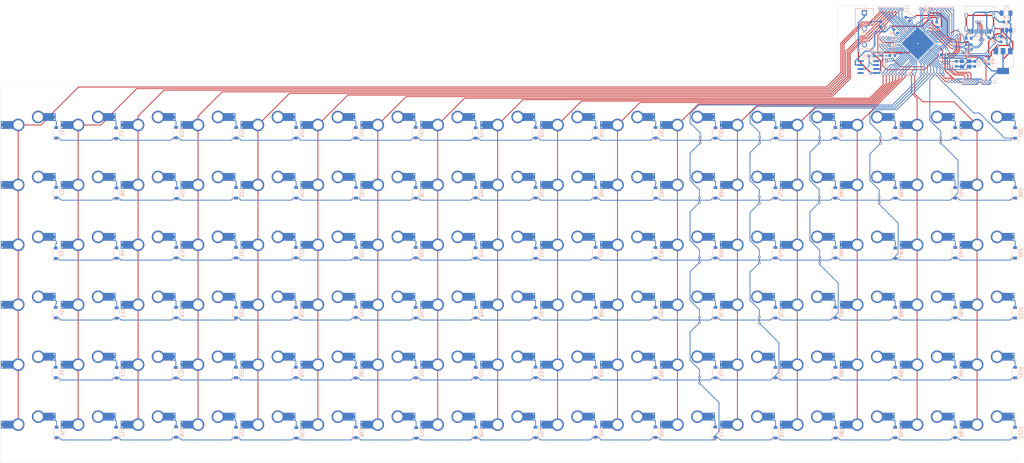
<source format=kicad_pcb>
(kicad_pcb (version 20171130) (host pcbnew "(5.1.4)-1")
  (layers (0 F.Cu signal) (31 B.Cu signal) (34 B.Paste user) (35 F.Paste user) (36 B.SilkS user) (37 F.SilkS user) (38 B.Mask user) (39 F.Mask user) (44 Edge.Cuts user))
  (net 0 "")
  (net 1 GND)
  (net 2 "Net-(C1-Pad1)")
  (net 3 "Net-(C2-Pad1)")
  (net 4 "Net-(C3-Pad1)")
  (net 5 +5V)
  (net 6 /AREF)
  (net 7 ROW0)
  (net 8 "Net-(D1-Pad2)")
  (net 9 ROW1)
  (net 10 "Net-(D2-Pad2)")
  (net 11 ROW2)
  (net 12 "Net-(D3-Pad2)")
  (net 13 ROW3)
  (net 14 "Net-(D4-Pad2)")
  (net 15 ROW4)
  (net 16 "Net-(D5-Pad2)")
  (net 17 ROW5)
  (net 18 "Net-(D6-Pad2)")
  (net 19 "Net-(D7-Pad2)")
  (net 20 "Net-(D8-Pad2)")
  (net 21 "Net-(D9-Pad2)")
  (net 22 "Net-(D10-Pad2)")
  (net 23 "Net-(D11-Pad2)")
  (net 24 "Net-(D12-Pad2)")
  (net 25 "Net-(D13-Pad2)")
  (net 26 "Net-(D14-Pad2)")
  (net 27 "Net-(D15-Pad2)")
  (net 28 "Net-(D16-Pad2)")
  (net 29 "Net-(D17-Pad2)")
  (net 30 "Net-(D18-Pad2)")
  (net 31 "Net-(D19-Pad2)")
  (net 32 "Net-(D20-Pad2)")
  (net 33 "Net-(D21-Pad2)")
  (net 34 "Net-(D22-Pad2)")
  (net 35 "Net-(D23-Pad2)")
  (net 36 "Net-(D24-Pad2)")
  (net 37 "Net-(D25-Pad2)")
  (net 38 "Net-(D26-Pad2)")
  (net 39 "Net-(D27-Pad2)")
  (net 40 "Net-(D28-Pad2)")
  (net 41 "Net-(D29-Pad2)")
  (net 42 "Net-(D30-Pad2)")
  (net 43 "Net-(D31-Pad2)")
  (net 44 "Net-(D32-Pad2)")
  (net 45 "Net-(D33-Pad2)")
  (net 46 "Net-(D34-Pad2)")
  (net 47 "Net-(D35-Pad2)")
  (net 48 "Net-(D36-Pad2)")
  (net 49 "Net-(D37-Pad2)")
  (net 50 "Net-(D38-Pad2)")
  (net 51 "Net-(D39-Pad2)")
  (net 52 "Net-(D40-Pad2)")
  (net 53 "Net-(D41-Pad2)")
  (net 54 "Net-(D42-Pad2)")
  (net 55 "Net-(D43-Pad2)")
  (net 56 "Net-(D44-Pad2)")
  (net 57 "Net-(D45-Pad2)")
  (net 58 "Net-(D46-Pad2)")
  (net 59 "Net-(D47-Pad2)")
  (net 60 "Net-(D48-Pad2)")
  (net 61 "Net-(D49-Pad2)")
  (net 62 "Net-(D50-Pad2)")
  (net 63 "Net-(D51-Pad2)")
  (net 64 "Net-(D52-Pad2)")
  (net 65 "Net-(D53-Pad2)")
  (net 66 "Net-(D54-Pad2)")
  (net 67 "Net-(D55-Pad2)")
  (net 68 "Net-(D56-Pad2)")
  (net 69 "Net-(D57-Pad2)")
  (net 70 "Net-(D58-Pad2)")
  (net 71 "Net-(D59-Pad2)")
  (net 72 "Net-(D60-Pad2)")
  (net 73 "Net-(D61-Pad2)")
  (net 74 "Net-(D62-Pad2)")
  (net 75 "Net-(D63-Pad2)")
  (net 76 "Net-(D64-Pad2)")
  (net 77 "Net-(D65-Pad2)")
  (net 78 "Net-(D66-Pad2)")
  (net 79 "Net-(D67-Pad2)")
  (net 80 "Net-(D68-Pad2)")
  (net 81 "Net-(D69-Pad2)")
  (net 82 "Net-(D70-Pad2)")
  (net 83 "Net-(D71-Pad2)")
  (net 84 "Net-(D72-Pad2)")
  (net 85 "Net-(D73-Pad2)")
  (net 86 "Net-(D74-Pad2)")
  (net 87 "Net-(D75-Pad2)")
  (net 88 "Net-(D76-Pad2)")
  (net 89 "Net-(D77-Pad2)")
  (net 90 "Net-(D78-Pad2)")
  (net 91 "Net-(D79-Pad2)")
  (net 92 "Net-(D80-Pad2)")
  (net 93 "Net-(D81-Pad2)")
  (net 94 "Net-(D82-Pad2)")
  (net 95 "Net-(D83-Pad2)")
  (net 96 "Net-(D84-Pad2)")
  (net 97 "Net-(D85-Pad2)")
  (net 98 "Net-(D86-Pad2)")
  (net 99 "Net-(D87-Pad2)")
  (net 100 "Net-(D88-Pad2)")
  (net 101 "Net-(D89-Pad2)")
  (net 102 "Net-(D90-Pad2)")
  (net 103 "Net-(D91-Pad2)")
  (net 104 "Net-(D92-Pad2)")
  (net 105 "Net-(D93-Pad2)")
  (net 106 "Net-(D94-Pad2)")
  (net 107 "Net-(D95-Pad2)")
  (net 108 "Net-(D96-Pad2)")
  (net 109 "Net-(D97-Pad2)")
  (net 110 "Net-(D98-Pad2)")
  (net 111 "Net-(D99-Pad2)")
  (net 112 "Net-(D100-Pad2)")
  (net 113 "Net-(D101-Pad2)")
  (net 114 "Net-(D102-Pad2)")
  (net 115 "Net-(F1-Pad2)")
  (net 116 /A7)
  (net 117 /A6)
  (net 118 /A5)
  (net 119 /A4)
  (net 120 /A3)
  (net 121 /A2)
  (net 122 /A1)
  (net 123 /A0)
  (net 124 /E7)
  (net 125 /E6)
  (net 126 /E2)
  (net 127 /F0)
  (net 128 /B5)
  (net 129 /B4)
  (net 130 /B3)
  (net 131 /B2)
  (net 132 /B1)
  (net 133 /B0)
  (net 134 D-)
  (net 135 D+)
  (net 136 "Net-(LED1-Pad2)")
  (net 137 "Net-(LED2-Pad2)")
  (net 138 COL0)
  (net 139 COL1)
  (net 140 COL2)
  (net 141 COL3)
  (net 142 COL4)
  (net 143 COL5)
  (net 144 COL6)
  (net 145 COL7)
  (net 146 COL8)
  (net 147 COL9)
  (net 148 COL10)
  (net 149 COL11)
  (net 150 COL12)
  (net 151 COL13)
  (net 152 COL14)
  (net 153 COL15)
  (net 154 COL16)
  (net 155 /RESET)
  (net 156 "Net-(R4-Pad2)")
  (net 157 VBUS)
  (net 158 /Data1-)
  (net 159 /Data1+)
  (net 160 DRGB)
  (net 161 CLK)
  (net 162 DT)
  (net 163 SW)
  (net 164 SDA)
  (net 165 SCL)
  (net 166 "Net-(J14-PadA5)")
  (net 167 "Net-(J14-PadB5)")
  (module Connector_PinHeader_1.00mm:PinHeader_1x04_P1.00mm_Vertical (layer B.Cu) (at 323.977 73.66 90)
    (fp_text reference J8 (at 0 1.56 90) (layer B.SilkS) (effects (justify mirror)))
    (fp_text value A)
    (pad 4 thru_hole oval (at 0 -3 90) (size 0.85 0.85) (drill 0.5) (layers *.Cu *.Mask) (net 116 /A7))
    (pad 3 thru_hole oval (at 0 -2 90) (size 0.85 0.85) (drill 0.5) (layers *.Cu *.Mask) (net 117 /A6))
    (pad 2 thru_hole oval (at 0 -1 90) (size 0.85 0.85) (drill 0.5) (layers *.Cu *.Mask) (net 118 /A5))
    (pad 1 thru_hole rect (at 0 0 90) (size 0.85 0.85) (drill 0.5) (layers *.Cu *.Mask) (net 119 /A4))
  )
  (module Connector_PinHeader_1.00mm:PinHeader_1x04_P1.00mm_Vertical (layer B.Cu) (at 323.977 71.374 90)
    (fp_text reference J3 (at 0 1.56 270) (layer B.SilkS) (effects (justify mirror)))
    (fp_text value A)
    (pad 4 thru_hole oval (at 0 -3 90) (size 0.85 0.85) (drill 0.5) (layers *.Cu *.Mask) (net 120 /A3))
    (pad 3 thru_hole oval (at 0 -2 90) (size 0.85 0.85) (drill 0.5) (layers *.Cu *.Mask) (net 121 /A2))
    (pad 2 thru_hole oval (at 0 -1 90) (size 0.85 0.85) (drill 0.5) (layers *.Cu *.Mask) (net 122 /A1))
    (pad 1 thru_hole rect (at 0 0 90) (size 0.85 0.85) (drill 0.5) (layers *.Cu *.Mask) (net 123 /A0))
  )
  (module Connector_PinHeader_1.00mm:PinHeader_1x02_P1.00mm_Vertical (layer B.Cu) (at 334.899 62.23 90)
    (fp_text reference J9 (at 0 1.56 270) (layer B.SilkS) (effects (justify mirror)))
    (fp_text value E)
    (pad 2 thru_hole oval (at 0 -1 90) (size 0.85 0.85) (drill 0.5) (layers *.Cu *.Mask) (net 125 /E6))
    (pad 1 thru_hole rect (at 0 0 90) (size 0.85 0.85) (drill 0.5) (layers *.Cu *.Mask) (net 124 /E7))
  )
  (module Connector_PinHeader_1.00mm:PinHeader_1x02_P1.00mm_Vertical (layer B.Cu) (at 345.821 71.374)
    (fp_text reference J7 (at 0 1.56) (layer B.SilkS) (effects (justify mirror)))
    (fp_text value E)
    (pad 2 thru_hole oval (at 0 -1) (size 0.85 0.85) (drill 0.5) (layers *.Cu *.Mask) (net 162 DT))
    (pad 1 thru_hole rect (at 0 0) (size 0.85 0.85) (drill 0.5) (layers *.Cu *.Mask) (net 161 CLK))
  )
  (module Connector_PinHeader_1.00mm:PinHeader_1x01_P1.00mm_Vertical (layer B.Cu) (at 322.961 78.74)
    (fp_text reference J5 (at 0 1.56) (layer B.SilkS) (effects (justify mirror)))
    (fp_text value E)
    (pad 1 thru_hole rect (at 0 0) (size 0.85 0.85) (drill 0.5) (layers *.Cu *.Mask) (net 126 /E2))
  )
  (module Connector_PinHeader_1.00mm:PinHeader_1x02_P1.00mm_Vertical (layer B.Cu) (at 330.962 82.931 270)
    (fp_text reference J2 (at 0 1.56 270) (layer B.SilkS) (effects (justify mirror)))
    (fp_text value E)
    (pad 2 thru_hole oval (at 0 -1 270) (size 0.85 0.85) (drill 0.5) (layers *.Cu *.Mask) (net 154 COL16))
    (pad 1 thru_hole rect (at 0 0 270) (size 0.85 0.85) (drill 0.5) (layers *.Cu *.Mask) (net 153 COL15))
  )
  (module Connector_USB:USB_C_Receptacle_HRO_TYPE-C-31-M-12 (layer B.Cu) (at 352.679 65.278)
    (fp_text reference J14 (at 0 5.645) (layer B.SilkS) (effects (justify mirror)))
    (fp_text value USB_C_Receptacle_USB2.0)
    (pad B1 smd rect (at 3.25 4.045) (size 0.6 1.45) (layers B.Cu B.Paste B.Mask) (net 1 GND))
    (pad A9 smd rect (at 2.45 4.045) (size 0.6 1.45) (layers B.Cu B.Paste B.Mask) (net 115 "Net-(F1-Pad2)"))
    (pad B9 smd rect (at -2.45 4.045) (size 0.6 1.45) (layers B.Cu B.Paste B.Mask) (net 115 "Net-(F1-Pad2)"))
    (pad B12 smd rect (at -3.25 4.045) (size 0.6 1.45) (layers B.Cu B.Paste B.Mask) (net 1 GND))
    (pad A1 smd rect (at -3.25 4.045) (size 0.6 1.45) (layers B.Cu B.Paste B.Mask) (net 1 GND))
    (pad A4 smd rect (at -2.45 4.045) (size 0.6 1.45) (layers B.Cu B.Paste B.Mask) (net 115 "Net-(F1-Pad2)"))
    (pad B4 smd rect (at 2.45 4.045) (size 0.6 1.45) (layers B.Cu B.Paste B.Mask) (net 115 "Net-(F1-Pad2)"))
    (pad A12 smd rect (at 3.25 4.045) (size 0.6 1.45) (layers B.Cu B.Paste B.Mask) (net 1 GND))
    (pad B8 smd rect (at -1.75 4.045) (size 0.3 1.45) (layers B.Cu B.Paste B.Mask))
    (pad A5 smd rect (at -1.25 4.045) (size 0.3 1.45) (layers B.Cu B.Paste B.Mask) (net 166 "Net-(J14-PadA5)"))
    (pad B7 smd rect (at -0.75 4.045) (size 0.3 1.45) (layers B.Cu B.Paste B.Mask) (net 158 /Data1-))
    (pad A7 smd rect (at 0.25 4.045) (size 0.3 1.45) (layers B.Cu B.Paste B.Mask) (net 158 /Data1-))
    (pad B6 smd rect (at 0.75 4.045) (size 0.3 1.45) (layers B.Cu B.Paste B.Mask) (net 159 /Data1+))
    (pad A8 smd rect (at 1.25 4.045) (size 0.3 1.45) (layers B.Cu B.Paste B.Mask))
    (pad B5 smd rect (at 1.75 4.045) (size 0.3 1.45) (layers B.Cu B.Paste B.Mask) (net 167 "Net-(J14-PadB5)"))
    (pad A6 smd rect (at -0.25 4.045) (size 0.3 1.45) (layers B.Cu B.Paste B.Mask) (net 159 /Data1+))
    (pad S1 thru_hole oval (at 4.32 3.13) (size 1 2.1) (drill oval 0.6 1.7) (layers *.Cu *.Mask) (net 1 GND))
    (pad S1 thru_hole oval (at -4.32 3.13) (size 1 2.1) (drill oval 0.6 1.7) (layers *.Cu *.Mask) (net 1 GND))
    (pad "" np_thru_hole circle (at -2.89 2.6) (size 0.65 0.65) (drill 0.65) (layers *.Cu *.Mask))
    (pad S1 thru_hole oval (at -4.32 -1.05) (size 1 1.6) (drill oval 0.6 1.2) (layers *.Cu *.Mask) (net 1 GND))
    (pad "" np_thru_hole circle (at 2.89 2.6) (size 0.65 0.65) (drill 0.65) (layers *.Cu *.Mask))
    (pad S1 thru_hole oval (at 4.32 -1.05) (size 1 1.6) (drill oval 0.6 1.2) (layers *.Cu *.Mask) (net 1 GND))
  )
  (module Package_DFN_QFN:QFN-64-1EP_9x9mm_P0.5mm_EP7.5x7.5mm (layer B.Cu) (at 332.994 73.152 225)
    (fp_text reference U2 (at 0 5.8 45) (layer B.SilkS) (effects (justify mirror)))
    (fp_text value AT90USB1286-MU)
    (pad 64 smd custom (at -3.75 4.4125 225) (size 0.179289 0.179289) (layers B.Cu B.Paste B.Mask) (net 5 +5V) (options (clearance outline) (anchor circle)) (primitives (gr_poly (pts (xy -0.125 0.4375) (xy 0.125 0.4375) (xy 0.125 -0.4375) (xy -0.025 -0.4375) (xy -0.125 -0.3375)) (width 0))))
    (pad 63 smd roundrect (at -3.25 4.4125 225) (size 0.25 0.875) (layers B.Cu B.Paste B.Mask) (net 1 GND))
    (pad 62 smd roundrect (at -2.75 4.4125 225) (size 0.25 0.875) (layers B.Cu B.Paste B.Mask) (net 6 /AREF))
    (pad 61 smd roundrect (at -2.25 4.4125 225) (size 0.25 0.875) (layers B.Cu B.Paste B.Mask) (net 127 /F0))
    (pad 60 smd roundrect (at -1.75 4.4125 225) (size 0.25 0.875) (layers B.Cu B.Paste B.Mask) (net 144 COL6))
    (pad 59 smd roundrect (at -1.25 4.4125 225) (size 0.25 0.875) (layers B.Cu B.Paste B.Mask) (net 143 COL5))
    (pad 58 smd roundrect (at -0.75 4.4125 225) (size 0.25 0.875) (layers B.Cu B.Paste B.Mask) (net 142 COL4))
    (pad 57 smd roundrect (at -0.25 4.4125 225) (size 0.25 0.875) (layers B.Cu B.Paste B.Mask) (net 141 COL3))
    (pad 56 smd roundrect (at 0.25 4.4125 225) (size 0.25 0.875) (layers B.Cu B.Paste B.Mask) (net 140 COL2))
    (pad 55 smd roundrect (at 0.75 4.4125 225) (size 0.25 0.875) (layers B.Cu B.Paste B.Mask) (net 139 COL1))
    (pad 54 smd roundrect (at 1.25 4.4125 225) (size 0.25 0.875) (layers B.Cu B.Paste B.Mask) (net 138 COL0))
    (pad 53 smd roundrect (at 1.75 4.4125 225) (size 0.25 0.875) (layers B.Cu B.Paste B.Mask) (net 1 GND))
    (pad 52 smd roundrect (at 2.25 4.4125 225) (size 0.25 0.875) (layers B.Cu B.Paste B.Mask) (net 5 +5V))
    (pad 51 smd roundrect (at 2.75 4.4125 225) (size 0.25 0.875) (layers B.Cu B.Paste B.Mask) (net 123 /A0))
    (pad 50 smd roundrect (at 3.25 4.4125 225) (size 0.25 0.875) (layers B.Cu B.Paste B.Mask) (net 122 /A1))
    (pad 49 smd custom (at 3.75 4.4125 225) (size 0.179289 0.179289) (layers B.Cu B.Paste B.Mask) (net 121 /A2) (options (clearance outline) (anchor circle)) (primitives (gr_poly (pts (xy -0.125 0.4375) (xy 0.125 0.4375) (xy 0.125 -0.3375) (xy 0.025 -0.4375) (xy -0.125 -0.4375)) (width 0))))
    (pad 48 smd custom (at 4.4125 3.75 225) (size 0.179289 0.179289) (layers B.Cu B.Paste B.Mask) (net 120 /A3) (options (clearance outline) (anchor circle)) (primitives (gr_poly (pts (xy -0.4375 0.025) (xy -0.3375 0.125) (xy 0.4375 0.125) (xy 0.4375 -0.125) (xy -0.4375 -0.125)) (width 0))))
    (pad 47 smd roundrect (at 4.4125 3.25 225) (size 0.875 0.25) (layers B.Cu B.Paste B.Mask) (net 119 /A4))
    (pad 46 smd roundrect (at 4.4125 2.75 225) (size 0.875 0.25) (layers B.Cu B.Paste B.Mask) (net 118 /A5))
    (pad 45 smd roundrect (at 4.4125 2.25 225) (size 0.875 0.25) (layers B.Cu B.Paste B.Mask) (net 117 /A6))
    (pad 44 smd roundrect (at 4.4125 1.75 225) (size 0.875 0.25) (layers B.Cu B.Paste B.Mask) (net 116 /A7))
    (pad 43 smd roundrect (at 4.4125 1.25 225) (size 0.875 0.25) (layers B.Cu B.Paste B.Mask) (net 126 /E2))
    (pad 42 smd roundrect (at 4.4125 0.75 225) (size 0.875 0.25) (layers B.Cu B.Paste B.Mask) (net 145 COL7))
    (pad 41 smd roundrect (at 4.4125 0.25 225) (size 0.875 0.25) (layers B.Cu B.Paste B.Mask) (net 146 COL8))
    (pad 40 smd roundrect (at 4.4125 -0.25 225) (size 0.875 0.25) (layers B.Cu B.Paste B.Mask) (net 147 COL9))
    (pad 39 smd roundrect (at 4.4125 -0.75 225) (size 0.875 0.25) (layers B.Cu B.Paste B.Mask) (net 148 COL10))
    (pad 38 smd roundrect (at 4.4125 -1.25 225) (size 0.875 0.25) (layers B.Cu B.Paste B.Mask) (net 149 COL11))
    (pad 37 smd roundrect (at 4.4125 -1.75 225) (size 0.875 0.25) (layers B.Cu B.Paste B.Mask) (net 150 COL12))
    (pad 36 smd roundrect (at 4.4125 -2.25 225) (size 0.875 0.25) (layers B.Cu B.Paste B.Mask) (net 151 COL13))
    (pad 35 smd roundrect (at 4.4125 -2.75 225) (size 0.875 0.25) (layers B.Cu B.Paste B.Mask) (net 152 COL14))
    (pad 34 smd roundrect (at 4.4125 -3.25 225) (size 0.875 0.25) (layers B.Cu B.Paste B.Mask) (net 153 COL15))
    (pad 33 smd custom (at 4.4125 -3.75 225) (size 0.179289 0.179289) (layers B.Cu B.Paste B.Mask) (net 154 COL16) (options (clearance outline) (anchor circle)) (primitives (gr_poly (pts (xy -0.4375 0.125) (xy 0.4375 0.125) (xy 0.4375 -0.125) (xy -0.3375 -0.125) (xy -0.4375 -0.025)) (width 0))))
    (pad 32 smd custom (at 3.75 -4.4125 225) (size 0.179289 0.179289) (layers B.Cu B.Paste B.Mask) (net 17 ROW5) (options (clearance outline) (anchor circle)) (primitives (gr_poly (pts (xy -0.125 0.4375) (xy 0.025 0.4375) (xy 0.125 0.3375) (xy 0.125 -0.4375) (xy -0.125 -0.4375)) (width 0))))
    (pad 31 smd roundrect (at 3.25 -4.4125 225) (size 0.25 0.875) (layers B.Cu B.Paste B.Mask) (net 15 ROW4))
    (pad 30 smd roundrect (at 2.75 -4.4125 225) (size 0.25 0.875) (layers B.Cu B.Paste B.Mask) (net 13 ROW3))
    (pad 29 smd roundrect (at 2.25 -4.4125 225) (size 0.25 0.875) (layers B.Cu B.Paste B.Mask) (net 11 ROW2))
    (pad 28 smd roundrect (at 1.75 -4.4125 225) (size 0.25 0.875) (layers B.Cu B.Paste B.Mask) (net 9 ROW1))
    (pad 27 smd roundrect (at 1.25 -4.4125 225) (size 0.25 0.875) (layers B.Cu B.Paste B.Mask) (net 7 ROW0))
    (pad 26 smd roundrect (at 0.75 -4.4125 225) (size 0.25 0.875) (layers B.Cu B.Paste B.Mask) (net 164 SDA))
    (pad 25 smd roundrect (at 0.25 -4.4125 225) (size 0.25 0.875) (layers B.Cu B.Paste B.Mask) (net 165 SCL))
    (pad 24 smd roundrect (at -0.25 -4.4125 225) (size 0.25 0.875) (layers B.Cu B.Paste B.Mask) (net 2 "Net-(C1-Pad1)"))
    (pad 23 smd roundrect (at -0.75 -4.4125 225) (size 0.25 0.875) (layers B.Cu B.Paste B.Mask) (net 3 "Net-(C2-Pad1)"))
    (pad 22 smd roundrect (at -1.25 -4.4125 225) (size 0.25 0.875) (layers B.Cu B.Paste B.Mask) (net 1 GND))
    (pad 21 smd roundrect (at -1.75 -4.4125 225) (size 0.25 0.875) (layers B.Cu B.Paste B.Mask) (net 5 +5V))
    (pad 20 smd roundrect (at -2.25 -4.4125 225) (size 0.25 0.875) (layers B.Cu B.Paste B.Mask) (net 155 /RESET))
    (pad 19 smd roundrect (at -2.75 -4.4125 225) (size 0.25 0.875) (layers B.Cu B.Paste B.Mask) (net 161 CLK))
    (pad 18 smd roundrect (at -3.25 -4.4125 225) (size 0.25 0.875) (layers B.Cu B.Paste B.Mask) (net 162 DT))
    (pad 17 smd custom (at -3.75 -4.4125 225) (size 0.179289 0.179289) (layers B.Cu B.Paste B.Mask) (net 163 SW) (options (clearance outline) (anchor circle)) (primitives (gr_poly (pts (xy -0.125 0.3375) (xy -0.025 0.4375) (xy 0.125 0.4375) (xy 0.125 -0.4375) (xy -0.125 -0.4375)) (width 0))))
    (pad 16 smd custom (at -4.4125 -3.75 225) (size 0.179289 0.179289) (layers B.Cu B.Paste B.Mask) (net 160 DRGB) (options (clearance outline) (anchor circle)) (primitives (gr_poly (pts (xy -0.4375 0.125) (xy 0.4375 0.125) (xy 0.4375 -0.025) (xy 0.3375 -0.125) (xy -0.4375 -0.125)) (width 0))))
    (pad 15 smd roundrect (at -4.4125 -3.25 225) (size 0.875 0.25) (layers B.Cu B.Paste B.Mask) (net 128 /B5))
    (pad 14 smd roundrect (at -4.4125 -2.75 225) (size 0.875 0.25) (layers B.Cu B.Paste B.Mask) (net 129 /B4))
    (pad 13 smd roundrect (at -4.4125 -2.25 225) (size 0.875 0.25) (layers B.Cu B.Paste B.Mask) (net 130 /B3))
    (pad 12 smd roundrect (at -4.4125 -1.75 225) (size 0.875 0.25) (layers B.Cu B.Paste B.Mask) (net 131 /B2))
    (pad 11 smd roundrect (at -4.4125 -1.25 225) (size 0.875 0.25) (layers B.Cu B.Paste B.Mask) (net 132 /B1))
    (pad 10 smd roundrect (at -4.4125 -0.75 225) (size 0.875 0.25) (layers B.Cu B.Paste B.Mask) (net 133 /B0))
    (pad 9 smd roundrect (at -4.4125 -0.25 225) (size 0.875 0.25) (layers B.Cu B.Paste B.Mask))
    (pad 8 smd roundrect (at -4.4125 0.25 225) (size 0.875 0.25) (layers B.Cu B.Paste B.Mask) (net 157 VBUS))
    (pad 7 smd roundrect (at -4.4125 0.75 225) (size 0.875 0.25) (layers B.Cu B.Paste B.Mask) (net 4 "Net-(C3-Pad1)"))
    (pad 6 smd roundrect (at -4.4125 1.25 225) (size 0.875 0.25) (layers B.Cu B.Paste B.Mask) (net 1 GND))
    (pad 5 smd roundrect (at -4.4125 1.75 225) (size 0.875 0.25) (layers B.Cu B.Paste B.Mask) (net 135 D+))
    (pad 4 smd roundrect (at -4.4125 2.25 225) (size 0.875 0.25) (layers B.Cu B.Paste B.Mask) (net 134 D-))
    (pad 3 smd roundrect (at -4.4125 2.75 225) (size 0.875 0.25) (layers B.Cu B.Paste B.Mask) (net 157 VBUS))
    (pad 2 smd roundrect (at -4.4125 3.25 225) (size 0.875 0.25) (layers B.Cu B.Paste B.Mask) (net 124 /E7))
    (pad 1 smd custom (at -4.4125 3.75 225) (size 0.179289 0.179289) (layers B.Cu B.Paste B.Mask) (net 125 /E6) (options (clearance outline) (anchor circle)) (primitives (gr_poly (pts (xy -0.4375 0.125) (xy 0.3375 0.125) (xy 0.4375 0.025) (xy 0.4375 -0.125) (xy -0.4375 -0.125)) (width 0))))
    (pad 65 smd roundrect (at 0 0 225) (size 7.5 7.5) (layers B.Cu B.Mask) (roundrect_rratio 0.033333) (net 1 GND))
  )
  (module Capacitor_SMD:C_0603_1608Metric (layer B.Cu) (at 341.043847 77.264847 315)
    (fp_text reference C4 (at 0 1.43 135) (layer B.SilkS) (effects (justify mirror)))
    (fp_text value 0.1uF)
    (pad 2 smd roundrect (at 0.7875 0 315) (size 0.875 0.95) (layers B.Cu B.Paste B.Mask) (net 1 GND))
    (pad 1 smd roundrect (at -0.7875 0 315) (size 0.875 0.95) (layers B.Cu B.Paste B.Mask) (net 5 +5V))
  )
  (module Resistor_SMD:R_0603_1608Metric (layer B.Cu) (at 349.123 75.057)
    (fp_text reference R6 (at 0 1.43) (layer B.SilkS) (effects (justify mirror)))
    (fp_text value 22)
    (pad 2 smd roundrect (at 0.7875 0) (size 0.875 0.95) (layers B.Cu B.Paste B.Mask) (net 159 /Data1+))
    (pad 1 smd roundrect (at -0.7875 0) (size 0.875 0.95) (layers B.Cu B.Paste B.Mask) (net 135 D+))
  )
  (module Resistor_SMD:R_0603_1608Metric (layer B.Cu) (at 349.123 73.533)
    (fp_text reference R5 (at 0 1.43) (layer B.SilkS) (effects (justify mirror)))
    (fp_text value 22)
    (pad 2 smd roundrect (at 0.7875 0) (size 0.875 0.95) (layers B.Cu B.Paste B.Mask) (net 158 /Data1-))
    (pad 1 smd roundrect (at -0.7875 0) (size 0.875 0.95) (layers B.Cu B.Paste B.Mask) (net 134 D-))
  )
  (module Resistor_SMD:R_0603_1608Metric (layer B.Cu) (at 349.123 71.501 180)
    (fp_text reference R8 (at 0 1.43) (layer B.SilkS) (effects (justify mirror)))
    (fp_text value 5.1k)
    (pad 2 smd roundrect (at 0.7875 0 180) (size 0.875 0.95) (layers B.Cu B.Paste B.Mask) (net 1 GND))
    (pad 1 smd roundrect (at -0.7875 0 180) (size 0.875 0.95) (layers B.Cu B.Paste B.Mask) (net 166 "Net-(J14-PadA5)"))
  )
  (module Resistor_SMD:R_0603_1608Metric (layer B.Cu) (at 356.2985 71.3105)
    (fp_text reference R7 (at 0 1.43) (layer B.SilkS) (effects (justify mirror)))
    (fp_text value 5.1k)
    (pad 2 smd roundrect (at 0.7875 0) (size 0.875 0.95) (layers B.Cu B.Paste B.Mask) (net 1 GND))
    (pad 1 smd roundrect (at -0.7875 0) (size 0.875 0.95) (layers B.Cu B.Paste B.Mask) (net 167 "Net-(J14-PadB5)"))
  )
  (module Resistor_SMD:R_0603_1608Metric (layer B.Cu) (at 318.262 77.089 180)
    (fp_text reference R4 (at 0 1.43) (layer B.SilkS) (effects (justify mirror)))
    (fp_text value 1k)
    (pad 2 smd roundrect (at 0.7875 0 180) (size 0.875 0.95) (layers B.Cu B.Paste B.Mask) (net 156 "Net-(R4-Pad2)"))
    (pad 1 smd roundrect (at -0.7875 0 180) (size 0.875 0.95) (layers B.Cu B.Paste B.Mask) (net 137 "Net-(LED2-Pad2)"))
  )
  (module Resistor_SMD:R_0603_1608Metric (layer B.Cu) (at 355.5365 78.8035 90)
    (fp_text reference R3 (at 0 1.43 90) (layer B.SilkS) (effects (justify mirror)))
    (fp_text value 1k)
    (pad 2 smd roundrect (at 0.7875 0 90) (size 0.875 0.95) (layers B.Cu B.Paste B.Mask) (net 5 +5V))
    (pad 1 smd roundrect (at -0.7875 0 90) (size 0.875 0.95) (layers B.Cu B.Paste B.Mask) (net 136 "Net-(LED1-Pad2)"))
  )
  (module Resistor_SMD:R_0603_1608Metric (layer B.Cu) (at 324.866 76.962 180)
    (fp_text reference R2 (at 0 1.43) (layer B.SilkS) (effects (justify mirror)))
    (fp_text value 1k)
    (pad 2 smd roundrect (at 0.7875 0 180) (size 0.875 0.95) (layers B.Cu B.Paste B.Mask) (net 1 GND))
    (pad 1 smd roundrect (at -0.7875 0 180) (size 0.875 0.95) (layers B.Cu B.Paste B.Mask) (net 126 /E2))
  )
  (module Resistor_SMD:R_0603_1608Metric (layer B.Cu) (at 321.056 66.929 90)
    (fp_text reference R1 (at 0 1.43 90) (layer B.SilkS) (effects (justify mirror)))
    (fp_text value 10k)
    (pad 2 smd roundrect (at 0.7875 0 90) (size 0.875 0.95) (layers B.Cu B.Paste B.Mask) (net 155 /RESET))
    (pad 1 smd roundrect (at -0.7875 0 90) (size 0.875 0.95) (layers B.Cu B.Paste B.Mask) (net 5 +5V))
  )
  (module Capacitor_SMD:C_0603_1608Metric (layer B.Cu) (at 361.061 66.294 180)
    (fp_text reference C8 (at 0 1.43) (layer B.SilkS) (effects (justify mirror)))
    (fp_text value 1uF)
    (pad 2 smd roundrect (at 0.7875 0 180) (size 0.875 0.95) (layers B.Cu B.Paste B.Mask) (net 1 GND))
    (pad 1 smd roundrect (at -0.7875 0 180) (size 0.875 0.95) (layers B.Cu B.Paste B.Mask) (net 157 VBUS))
  )
  (module Capacitor_SMD:C_0603_1608Metric (layer B.Cu) (at 329.692 65.405 135)
    (fp_text reference C7 (at 0 1.43 135) (layer B.SilkS) (effects (justify mirror)))
    (fp_text value 0.1uF)
    (pad 2 smd roundrect (at 0.7875 0 135) (size 0.875 0.95) (layers B.Cu B.Paste B.Mask) (net 1 GND))
    (pad 1 smd roundrect (at -0.7875 0 135) (size 0.875 0.95) (layers B.Cu B.Paste B.Mask) (net 6 /AREF))
  )
  (module Capacitor_SMD:C_0603_1608Metric (layer B.Cu) (at 325.882 69.2912 315)
    (fp_text reference C6 (at 0 1.43 135) (layer B.SilkS) (effects (justify mirror)))
    (fp_text value 0.1uF)
    (pad 2 smd roundrect (at 0.7875 0 315) (size 0.875 0.95) (layers B.Cu B.Paste B.Mask) (net 1 GND))
    (pad 1 smd roundrect (at -0.7875 0 315) (size 0.875 0.95) (layers B.Cu B.Paste B.Mask) (net 5 +5V))
  )
  (module Capacitor_SMD:C_0603_1608Metric (layer B.Cu) (at 338.963 67.183 270)
    (fp_text reference C5 (at 0 1.43 90) (layer B.SilkS) (effects (justify mirror)))
    (fp_text value 0.1uF)
    (pad 2 smd roundrect (at 0.7875 0 270) (size 0.875 0.95) (layers B.Cu B.Paste B.Mask) (net 1 GND))
    (pad 1 smd roundrect (at -0.7875 0 270) (size 0.875 0.95) (layers B.Cu B.Paste B.Mask) (net 5 +5V))
  )
  (module Capacitor_SMD:C_0603_1608Metric (layer B.Cu) (at 359.41 71.856499 270)
    (fp_text reference C3 (at 0 1.43 90) (layer B.SilkS) (effects (justify mirror)))
    (fp_text value 1uF)
    (pad 2 smd roundrect (at 0.7875 0 270) (size 0.875 0.95) (layers B.Cu B.Paste B.Mask) (net 1 GND))
    (pad 1 smd roundrect (at -0.7875 0 270) (size 0.875 0.95) (layers B.Cu B.Paste B.Mask) (net 4 "Net-(C3-Pad1)"))
  )
  (module Capacitor_SMD:C_0603_1608Metric (layer B.Cu) (at 345.186 79.629 270)
    (fp_text reference C2 (at 0 1.43 90) (layer B.SilkS) (effects (justify mirror)))
    (fp_text value 10pF)
    (pad 2 smd roundrect (at 0.7875 0 270) (size 0.875 0.95) (layers B.Cu B.Paste B.Mask) (net 1 GND))
    (pad 1 smd roundrect (at -0.7875 0 270) (size 0.875 0.95) (layers B.Cu B.Paste B.Mask) (net 3 "Net-(C2-Pad1)"))
  )
  (module Capacitor_SMD:C_0603_1608Metric (layer B.Cu) (at 351.028 79.641699 90)
    (fp_text reference C1 (at 0 1.43 90) (layer B.SilkS) (effects (justify mirror)))
    (fp_text value 10pF)
    (pad 2 smd roundrect (at 0.7875 0 90) (size 0.875 0.95) (layers B.Cu B.Paste B.Mask) (net 1 GND))
    (pad 1 smd roundrect (at -0.7875 0 90) (size 0.875 0.95) (layers B.Cu B.Paste B.Mask) (net 2 "Net-(C1-Pad1)"))
  )
  (module Connector_PinHeader_1.00mm:PinHeader_1x08_P1.00mm_Vertical (layer B.Cu) (at 328.93 82.931 90)
    (fp_text reference J6 (at 0 1.56 90) (layer B.SilkS) (effects (justify mirror)))
    (fp_text value C)
    (pad 8 thru_hole oval (at 0 -7 90) (size 0.85 0.85) (drill 0.5) (layers *.Cu *.Mask) (net 145 COL7))
    (pad 7 thru_hole oval (at 0 -6 90) (size 0.85 0.85) (drill 0.5) (layers *.Cu *.Mask) (net 146 COL8))
    (pad 6 thru_hole oval (at 0 -5 90) (size 0.85 0.85) (drill 0.5) (layers *.Cu *.Mask) (net 147 COL9))
    (pad 5 thru_hole oval (at 0 -4 90) (size 0.85 0.85) (drill 0.5) (layers *.Cu *.Mask) (net 148 COL10))
    (pad 4 thru_hole oval (at 0 -3 90) (size 0.85 0.85) (drill 0.5) (layers *.Cu *.Mask) (net 149 COL11))
    (pad 3 thru_hole oval (at 0 -2 90) (size 0.85 0.85) (drill 0.5) (layers *.Cu *.Mask) (net 150 COL12))
    (pad 2 thru_hole oval (at 0 -1 90) (size 0.85 0.85) (drill 0.5) (layers *.Cu *.Mask) (net 151 COL13))
    (pad 1 thru_hole rect (at 0 0 90) (size 0.85 0.85) (drill 0.5) (layers *.Cu *.Mask) (net 152 COL14))
  )
  (module MX_Only:MXOnly-1U-Hotswap-Antishear (layer F.Cu) (at 184.15 177.8)
    (fp_text reference MX47)
    (fp_text value MX-NoLED)
    (pad 2 smd rect (at 5.842 -5.08) (size 4.5 2.5) (layers B.Cu) (net 59 "Net-(D47-Pad2)"))
    (pad 1 smd rect (at -7.085 -2.54) (size 4.5 2.5) (layers B.Cu) (net 145 COL7))
    (pad 2 thru_hole circle (at 7.62 -4.318) (size 0.8 0.8) (drill 0.4) (layers *.Cu) (net 59 "Net-(D47-Pad2)"))
    (pad 1 thru_hole circle (at -8.89 -1.778) (size 0.8 0.8) (drill 0.4) (layers *.Cu) (net 145 COL7))
    (pad 2 thru_hole circle (at 7.62 -5.842) (size 0.8 0.8) (drill 0.4) (layers *.Cu) (net 59 "Net-(D47-Pad2)"))
    (pad 1 thru_hole circle (at -8.89 -3.302) (size 0.8 0.8) (drill 0.4) (layers *.Cu) (net 145 COL7))
    (pad "" np_thru_hole circle (at 5.08 0 48.0996) (size 1.75 1.75) (drill 1.75) (layers *.Cu *.Mask))
    (pad "" np_thru_hole circle (at -5.08 0 48.0996) (size 1.75 1.75) (drill 1.75) (layers *.Cu *.Mask))
    (pad 1 thru_hole circle (at -3.81 -2.54) (size 4 4) (drill 3) (layers *.Cu) (net 145 COL7))
    (pad "" np_thru_hole circle (at 0 0) (size 3.9878 3.9878) (drill 3.9878) (layers *.Cu *.Mask))
    (pad 2 thru_hole circle (at 2.54 -5.08) (size 4 4) (drill 3) (layers *.Cu) (net 59 "Net-(D47-Pad2)"))
  )
  (module Crystal:Crystal_SMD_3225-4Pin_3.2x2.5mm (layer B.Cu) (at 348.1197 79.6417 180)
    (fp_text reference Y1 (at 0 2.45) (layer B.SilkS) (effects (justify mirror)))
    (fp_text value 16MHz)
    (pad 4 smd rect (at -1.1 0.85 180) (size 1.4 1.2) (layers B.Cu B.Paste B.Mask) (net 1 GND))
    (pad 3 smd rect (at 1.1 0.85 180) (size 1.4 1.2) (layers B.Cu B.Paste B.Mask) (net 3 "Net-(C2-Pad1)"))
    (pad 2 smd rect (at 1.1 -0.85 180) (size 1.4 1.2) (layers B.Cu B.Paste B.Mask) (net 1 GND))
    (pad 1 smd rect (at -1.1 -0.85 180) (size 1.4 1.2) (layers B.Cu B.Paste B.Mask) (net 2 "Net-(C1-Pad1)"))
  )
  (module Package_SO:SOIC-8_3.9x4.9mm_P1.27mm (layer B.Cu) (at 317.246 80.645 180)
    (fp_text reference U2A1 (at 0 3.4) (layer B.SilkS) (effects (justify mirror)))
    (fp_text value OP07)
    (pad 8 smd roundrect (at 2.475 1.905 180) (size 1.95 0.6) (layers B.Cu B.Paste B.Mask))
    (pad 7 smd roundrect (at 2.475 0.635 180) (size 1.95 0.6) (layers B.Cu B.Paste B.Mask) (net 5 +5V))
    (pad 6 smd roundrect (at 2.475 -0.635 180) (size 1.95 0.6) (layers B.Cu B.Paste B.Mask) (net 156 "Net-(R4-Pad2)"))
    (pad 5 smd roundrect (at 2.475 -1.905 180) (size 1.95 0.6) (layers B.Cu B.Paste B.Mask))
    (pad 4 smd roundrect (at -2.475 -1.905 180) (size 1.95 0.6) (layers B.Cu B.Paste B.Mask) (net 1 GND))
    (pad 3 smd roundrect (at -2.475 -0.635 180) (size 1.95 0.6) (layers B.Cu B.Paste B.Mask) (net 15 ROW4))
    (pad 2 smd roundrect (at -2.475 0.635 180) (size 1.95 0.6) (layers B.Cu B.Paste B.Mask) (net 156 "Net-(R4-Pad2)"))
    (pad 1 smd roundrect (at -2.475 1.905 180) (size 1.95 0.6) (layers B.Cu B.Paste B.Mask))
  )
  (module Package_TO_SOT_SMD:SOT-223-3_TabPin2 (layer B.Cu) (at 360.045 78.74 270)
    (fp_text reference U1 (at 0 4.5 270) (layer B.SilkS) (effects (justify mirror)))
    (fp_text value MCP1825S)
    (pad 1 smd rect (at -3.15 2.3 270) (size 2 1.5) (layers B.Cu B.Paste B.Mask) (net 157 VBUS))
    (pad 3 smd rect (at -3.15 -2.3 270) (size 2 1.5) (layers B.Cu B.Paste B.Mask) (net 5 +5V))
    (pad 2 smd rect (at -3.15 0 270) (size 2 1.5) (layers B.Cu B.Paste B.Mask) (net 1 GND))
    (pad 2 smd rect (at 3.15 0 270) (size 2 3.8) (layers B.Cu B.Paste B.Mask) (net 1 GND))
  )
  (module SamacSys_Parts:CMI126601D03 (layer B.Cu) (at 315.976 63.3984 270)
    (fp_text reference SW1 (at 5.08 0 90) (layer B.SilkS) (effects (font (size 1.27 1.27) (thickness 0.254)) (justify mirror)))
    (fp_text value RESET hide)
    (pad 3 thru_hole circle (at 10.16 0 270) (size 1.65 1.65) (drill 1.1) (layers *.Cu *.Mask))
    (pad 2 thru_hole circle (at 5.08 0 270) (size 1.65 1.65) (drill 1.1) (layers *.Cu *.Mask) (net 155 /RESET))
    (pad 1 thru_hole rect (at 0 0 270) (size 1.65 1.65) (drill 1.1) (layers *.Cu *.Mask) (net 1 GND))
  )
  (module MX_Only:MXOnly-1U-Hotswap-Antishear (layer F.Cu) (at 355.6 196.85)
    (fp_text reference MX102)
    (fp_text value MX-NoLED)
    (pad 2 smd rect (at 5.842 -5.08) (size 4.5 2.5) (layers B.Cu) (net 114 "Net-(D102-Pad2)"))
    (pad 1 smd rect (at -7.085 -2.54) (size 4.5 2.5) (layers B.Cu) (net 154 COL16))
    (pad 2 thru_hole circle (at 7.62 -4.318) (size 0.8 0.8) (drill 0.4) (layers *.Cu) (net 114 "Net-(D102-Pad2)"))
    (pad 1 thru_hole circle (at -8.89 -1.778) (size 0.8 0.8) (drill 0.4) (layers *.Cu) (net 154 COL16))
    (pad 2 thru_hole circle (at 7.62 -5.842) (size 0.8 0.8) (drill 0.4) (layers *.Cu) (net 114 "Net-(D102-Pad2)"))
    (pad 1 thru_hole circle (at -8.89 -3.302) (size 0.8 0.8) (drill 0.4) (layers *.Cu) (net 154 COL16))
    (pad "" np_thru_hole circle (at 5.08 0 48.0996) (size 1.75 1.75) (drill 1.75) (layers *.Cu *.Mask))
    (pad "" np_thru_hole circle (at -5.08 0 48.0996) (size 1.75 1.75) (drill 1.75) (layers *.Cu *.Mask))
    (pad 1 thru_hole circle (at -3.81 -2.54) (size 4 4) (drill 3) (layers *.Cu) (net 154 COL16))
    (pad "" np_thru_hole circle (at 0 0) (size 3.9878 3.9878) (drill 3.9878) (layers *.Cu *.Mask))
    (pad 2 thru_hole circle (at 2.54 -5.08) (size 4 4) (drill 3) (layers *.Cu) (net 114 "Net-(D102-Pad2)"))
  )
  (module MX_Only:MXOnly-1U-Hotswap-Antishear (layer F.Cu) (at 355.6 177.8)
    (fp_text reference MX101)
    (fp_text value MX-NoLED)
    (pad 2 smd rect (at 5.842 -5.08) (size 4.5 2.5) (layers B.Cu) (net 113 "Net-(D101-Pad2)"))
    (pad 1 smd rect (at -7.085 -2.54) (size 4.5 2.5) (layers B.Cu) (net 154 COL16))
    (pad 2 thru_hole circle (at 7.62 -4.318) (size 0.8 0.8) (drill 0.4) (layers *.Cu) (net 113 "Net-(D101-Pad2)"))
    (pad 1 thru_hole circle (at -8.89 -1.778) (size 0.8 0.8) (drill 0.4) (layers *.Cu) (net 154 COL16))
    (pad 2 thru_hole circle (at 7.62 -5.842) (size 0.8 0.8) (drill 0.4) (layers *.Cu) (net 113 "Net-(D101-Pad2)"))
    (pad 1 thru_hole circle (at -8.89 -3.302) (size 0.8 0.8) (drill 0.4) (layers *.Cu) (net 154 COL16))
    (pad "" np_thru_hole circle (at 5.08 0 48.0996) (size 1.75 1.75) (drill 1.75) (layers *.Cu *.Mask))
    (pad "" np_thru_hole circle (at -5.08 0 48.0996) (size 1.75 1.75) (drill 1.75) (layers *.Cu *.Mask))
    (pad 1 thru_hole circle (at -3.81 -2.54) (size 4 4) (drill 3) (layers *.Cu) (net 154 COL16))
    (pad "" np_thru_hole circle (at 0 0) (size 3.9878 3.9878) (drill 3.9878) (layers *.Cu *.Mask))
    (pad 2 thru_hole circle (at 2.54 -5.08) (size 4 4) (drill 3) (layers *.Cu) (net 113 "Net-(D101-Pad2)"))
  )
  (module MX_Only:MXOnly-1U-Hotswap-Antishear (layer F.Cu) (at 355.6 158.75)
    (fp_text reference MX100)
    (fp_text value MX-NoLED)
    (pad 2 smd rect (at 5.842 -5.08) (size 4.5 2.5) (layers B.Cu) (net 112 "Net-(D100-Pad2)"))
    (pad 1 smd rect (at -7.085 -2.54) (size 4.5 2.5) (layers B.Cu) (net 154 COL16))
    (pad 2 thru_hole circle (at 7.62 -4.318) (size 0.8 0.8) (drill 0.4) (layers *.Cu) (net 112 "Net-(D100-Pad2)"))
    (pad 1 thru_hole circle (at -8.89 -1.778) (size 0.8 0.8) (drill 0.4) (layers *.Cu) (net 154 COL16))
    (pad 2 thru_hole circle (at 7.62 -5.842) (size 0.8 0.8) (drill 0.4) (layers *.Cu) (net 112 "Net-(D100-Pad2)"))
    (pad 1 thru_hole circle (at -8.89 -3.302) (size 0.8 0.8) (drill 0.4) (layers *.Cu) (net 154 COL16))
    (pad "" np_thru_hole circle (at 5.08 0 48.0996) (size 1.75 1.75) (drill 1.75) (layers *.Cu *.Mask))
    (pad "" np_thru_hole circle (at -5.08 0 48.0996) (size 1.75 1.75) (drill 1.75) (layers *.Cu *.Mask))
    (pad 1 thru_hole circle (at -3.81 -2.54) (size 4 4) (drill 3) (layers *.Cu) (net 154 COL16))
    (pad "" np_thru_hole circle (at 0 0) (size 3.9878 3.9878) (drill 3.9878) (layers *.Cu *.Mask))
    (pad 2 thru_hole circle (at 2.54 -5.08) (size 4 4) (drill 3) (layers *.Cu) (net 112 "Net-(D100-Pad2)"))
  )
  (module MX_Only:MXOnly-1U-Hotswap-Antishear (layer F.Cu) (at 355.6 139.7)
    (fp_text reference MX99)
    (fp_text value MX-NoLED)
    (pad 2 smd rect (at 5.842 -5.08) (size 4.5 2.5) (layers B.Cu) (net 111 "Net-(D99-Pad2)"))
    (pad 1 smd rect (at -7.085 -2.54) (size 4.5 2.5) (layers B.Cu) (net 154 COL16))
    (pad 2 thru_hole circle (at 7.62 -4.318) (size 0.8 0.8) (drill 0.4) (layers *.Cu) (net 111 "Net-(D99-Pad2)"))
    (pad 1 thru_hole circle (at -8.89 -1.778) (size 0.8 0.8) (drill 0.4) (layers *.Cu) (net 154 COL16))
    (pad 2 thru_hole circle (at 7.62 -5.842) (size 0.8 0.8) (drill 0.4) (layers *.Cu) (net 111 "Net-(D99-Pad2)"))
    (pad 1 thru_hole circle (at -8.89 -3.302) (size 0.8 0.8) (drill 0.4) (layers *.Cu) (net 154 COL16))
    (pad "" np_thru_hole circle (at 5.08 0 48.0996) (size 1.75 1.75) (drill 1.75) (layers *.Cu *.Mask))
    (pad "" np_thru_hole circle (at -5.08 0 48.0996) (size 1.75 1.75) (drill 1.75) (layers *.Cu *.Mask))
    (pad 1 thru_hole circle (at -3.81 -2.54) (size 4 4) (drill 3) (layers *.Cu) (net 154 COL16))
    (pad "" np_thru_hole circle (at 0 0) (size 3.9878 3.9878) (drill 3.9878) (layers *.Cu *.Mask))
    (pad 2 thru_hole circle (at 2.54 -5.08) (size 4 4) (drill 3) (layers *.Cu) (net 111 "Net-(D99-Pad2)"))
  )
  (module MX_Only:MXOnly-1U-Hotswap-Antishear (layer F.Cu) (at 355.6 120.65)
    (fp_text reference MX98)
    (fp_text value MX-NoLED)
    (pad 2 smd rect (at 5.842 -5.08) (size 4.5 2.5) (layers B.Cu) (net 110 "Net-(D98-Pad2)"))
    (pad 1 smd rect (at -7.085 -2.54) (size 4.5 2.5) (layers B.Cu) (net 154 COL16))
    (pad 2 thru_hole circle (at 7.62 -4.318) (size 0.8 0.8) (drill 0.4) (layers *.Cu) (net 110 "Net-(D98-Pad2)"))
    (pad 1 thru_hole circle (at -8.89 -1.778) (size 0.8 0.8) (drill 0.4) (layers *.Cu) (net 154 COL16))
    (pad 2 thru_hole circle (at 7.62 -5.842) (size 0.8 0.8) (drill 0.4) (layers *.Cu) (net 110 "Net-(D98-Pad2)"))
    (pad 1 thru_hole circle (at -8.89 -3.302) (size 0.8 0.8) (drill 0.4) (layers *.Cu) (net 154 COL16))
    (pad "" np_thru_hole circle (at 5.08 0 48.0996) (size 1.75 1.75) (drill 1.75) (layers *.Cu *.Mask))
    (pad "" np_thru_hole circle (at -5.08 0 48.0996) (size 1.75 1.75) (drill 1.75) (layers *.Cu *.Mask))
    (pad 1 thru_hole circle (at -3.81 -2.54) (size 4 4) (drill 3) (layers *.Cu) (net 154 COL16))
    (pad "" np_thru_hole circle (at 0 0) (size 3.9878 3.9878) (drill 3.9878) (layers *.Cu *.Mask))
    (pad 2 thru_hole circle (at 2.54 -5.08) (size 4 4) (drill 3) (layers *.Cu) (net 110 "Net-(D98-Pad2)"))
  )
  (module MX_Only:MXOnly-1U-Hotswap-Antishear (layer F.Cu) (at 355.6 101.6)
    (fp_text reference MX97)
    (fp_text value MX-NoLED)
    (pad 2 smd rect (at 5.842 -5.08) (size 4.5 2.5) (layers B.Cu) (net 109 "Net-(D97-Pad2)"))
    (pad 1 smd rect (at -7.085 -2.54) (size 4.5 2.5) (layers B.Cu) (net 154 COL16))
    (pad 2 thru_hole circle (at 7.62 -4.318) (size 0.8 0.8) (drill 0.4) (layers *.Cu) (net 109 "Net-(D97-Pad2)"))
    (pad 1 thru_hole circle (at -8.89 -1.778) (size 0.8 0.8) (drill 0.4) (layers *.Cu) (net 154 COL16))
    (pad 2 thru_hole circle (at 7.62 -5.842) (size 0.8 0.8) (drill 0.4) (layers *.Cu) (net 109 "Net-(D97-Pad2)"))
    (pad 1 thru_hole circle (at -8.89 -3.302) (size 0.8 0.8) (drill 0.4) (layers *.Cu) (net 154 COL16))
    (pad "" np_thru_hole circle (at 5.08 0 48.0996) (size 1.75 1.75) (drill 1.75) (layers *.Cu *.Mask))
    (pad "" np_thru_hole circle (at -5.08 0 48.0996) (size 1.75 1.75) (drill 1.75) (layers *.Cu *.Mask))
    (pad 1 thru_hole circle (at -3.81 -2.54) (size 4 4) (drill 3) (layers *.Cu) (net 154 COL16))
    (pad "" np_thru_hole circle (at 0 0) (size 3.9878 3.9878) (drill 3.9878) (layers *.Cu *.Mask))
    (pad 2 thru_hole circle (at 2.54 -5.08) (size 4 4) (drill 3) (layers *.Cu) (net 109 "Net-(D97-Pad2)"))
  )
  (module MX_Only:MXOnly-1U-Hotswap-Antishear (layer F.Cu) (at 336.55 196.85)
    (fp_text reference MX96)
    (fp_text value MX-NoLED)
    (pad 2 smd rect (at 5.842 -5.08) (size 4.5 2.5) (layers B.Cu) (net 108 "Net-(D96-Pad2)"))
    (pad 1 smd rect (at -7.085 -2.54) (size 4.5 2.5) (layers B.Cu) (net 153 COL15))
    (pad 2 thru_hole circle (at 7.62 -4.318) (size 0.8 0.8) (drill 0.4) (layers *.Cu) (net 108 "Net-(D96-Pad2)"))
    (pad 1 thru_hole circle (at -8.89 -1.778) (size 0.8 0.8) (drill 0.4) (layers *.Cu) (net 153 COL15))
    (pad 2 thru_hole circle (at 7.62 -5.842) (size 0.8 0.8) (drill 0.4) (layers *.Cu) (net 108 "Net-(D96-Pad2)"))
    (pad 1 thru_hole circle (at -8.89 -3.302) (size 0.8 0.8) (drill 0.4) (layers *.Cu) (net 153 COL15))
    (pad "" np_thru_hole circle (at 5.08 0 48.0996) (size 1.75 1.75) (drill 1.75) (layers *.Cu *.Mask))
    (pad "" np_thru_hole circle (at -5.08 0 48.0996) (size 1.75 1.75) (drill 1.75) (layers *.Cu *.Mask))
    (pad 1 thru_hole circle (at -3.81 -2.54) (size 4 4) (drill 3) (layers *.Cu) (net 153 COL15))
    (pad "" np_thru_hole circle (at 0 0) (size 3.9878 3.9878) (drill 3.9878) (layers *.Cu *.Mask))
    (pad 2 thru_hole circle (at 2.54 -5.08) (size 4 4) (drill 3) (layers *.Cu) (net 108 "Net-(D96-Pad2)"))
  )
  (module MX_Only:MXOnly-1U-Hotswap-Antishear (layer F.Cu) (at 336.55 177.8)
    (fp_text reference MX95)
    (fp_text value MX-NoLED)
    (pad 2 smd rect (at 5.842 -5.08) (size 4.5 2.5) (layers B.Cu) (net 107 "Net-(D95-Pad2)"))
    (pad 1 smd rect (at -7.085 -2.54) (size 4.5 2.5) (layers B.Cu) (net 153 COL15))
    (pad 2 thru_hole circle (at 7.62 -4.318) (size 0.8 0.8) (drill 0.4) (layers *.Cu) (net 107 "Net-(D95-Pad2)"))
    (pad 1 thru_hole circle (at -8.89 -1.778) (size 0.8 0.8) (drill 0.4) (layers *.Cu) (net 153 COL15))
    (pad 2 thru_hole circle (at 7.62 -5.842) (size 0.8 0.8) (drill 0.4) (layers *.Cu) (net 107 "Net-(D95-Pad2)"))
    (pad 1 thru_hole circle (at -8.89 -3.302) (size 0.8 0.8) (drill 0.4) (layers *.Cu) (net 153 COL15))
    (pad "" np_thru_hole circle (at 5.08 0 48.0996) (size 1.75 1.75) (drill 1.75) (layers *.Cu *.Mask))
    (pad "" np_thru_hole circle (at -5.08 0 48.0996) (size 1.75 1.75) (drill 1.75) (layers *.Cu *.Mask))
    (pad 1 thru_hole circle (at -3.81 -2.54) (size 4 4) (drill 3) (layers *.Cu) (net 153 COL15))
    (pad "" np_thru_hole circle (at 0 0) (size 3.9878 3.9878) (drill 3.9878) (layers *.Cu *.Mask))
    (pad 2 thru_hole circle (at 2.54 -5.08) (size 4 4) (drill 3) (layers *.Cu) (net 107 "Net-(D95-Pad2)"))
  )
  (module MX_Only:MXOnly-1U-Hotswap-Antishear (layer F.Cu) (at 336.55 158.75)
    (fp_text reference MX94)
    (fp_text value MX-NoLED)
    (pad 2 smd rect (at 5.842 -5.08) (size 4.5 2.5) (layers B.Cu) (net 106 "Net-(D94-Pad2)"))
    (pad 1 smd rect (at -7.085 -2.54) (size 4.5 2.5) (layers B.Cu) (net 153 COL15))
    (pad 2 thru_hole circle (at 7.62 -4.318) (size 0.8 0.8) (drill 0.4) (layers *.Cu) (net 106 "Net-(D94-Pad2)"))
    (pad 1 thru_hole circle (at -8.89 -1.778) (size 0.8 0.8) (drill 0.4) (layers *.Cu) (net 153 COL15))
    (pad 2 thru_hole circle (at 7.62 -5.842) (size 0.8 0.8) (drill 0.4) (layers *.Cu) (net 106 "Net-(D94-Pad2)"))
    (pad 1 thru_hole circle (at -8.89 -3.302) (size 0.8 0.8) (drill 0.4) (layers *.Cu) (net 153 COL15))
    (pad "" np_thru_hole circle (at 5.08 0 48.0996) (size 1.75 1.75) (drill 1.75) (layers *.Cu *.Mask))
    (pad "" np_thru_hole circle (at -5.08 0 48.0996) (size 1.75 1.75) (drill 1.75) (layers *.Cu *.Mask))
    (pad 1 thru_hole circle (at -3.81 -2.54) (size 4 4) (drill 3) (layers *.Cu) (net 153 COL15))
    (pad "" np_thru_hole circle (at 0 0) (size 3.9878 3.9878) (drill 3.9878) (layers *.Cu *.Mask))
    (pad 2 thru_hole circle (at 2.54 -5.08) (size 4 4) (drill 3) (layers *.Cu) (net 106 "Net-(D94-Pad2)"))
  )
  (module MX_Only:MXOnly-1U-Hotswap-Antishear (layer F.Cu) (at 336.55 139.7)
    (fp_text reference MX93)
    (fp_text value MX-NoLED)
    (pad 2 smd rect (at 5.842 -5.08) (size 4.5 2.5) (layers B.Cu) (net 105 "Net-(D93-Pad2)"))
    (pad 1 smd rect (at -7.085 -2.54) (size 4.5 2.5) (layers B.Cu) (net 153 COL15))
    (pad 2 thru_hole circle (at 7.62 -4.318) (size 0.8 0.8) (drill 0.4) (layers *.Cu) (net 105 "Net-(D93-Pad2)"))
    (pad 1 thru_hole circle (at -8.89 -1.778) (size 0.8 0.8) (drill 0.4) (layers *.Cu) (net 153 COL15))
    (pad 2 thru_hole circle (at 7.62 -5.842) (size 0.8 0.8) (drill 0.4) (layers *.Cu) (net 105 "Net-(D93-Pad2)"))
    (pad 1 thru_hole circle (at -8.89 -3.302) (size 0.8 0.8) (drill 0.4) (layers *.Cu) (net 153 COL15))
    (pad "" np_thru_hole circle (at 5.08 0 48.0996) (size 1.75 1.75) (drill 1.75) (layers *.Cu *.Mask))
    (pad "" np_thru_hole circle (at -5.08 0 48.0996) (size 1.75 1.75) (drill 1.75) (layers *.Cu *.Mask))
    (pad 1 thru_hole circle (at -3.81 -2.54) (size 4 4) (drill 3) (layers *.Cu) (net 153 COL15))
    (pad "" np_thru_hole circle (at 0 0) (size 3.9878 3.9878) (drill 3.9878) (layers *.Cu *.Mask))
    (pad 2 thru_hole circle (at 2.54 -5.08) (size 4 4) (drill 3) (layers *.Cu) (net 105 "Net-(D93-Pad2)"))
  )
  (module MX_Only:MXOnly-1U-Hotswap-Antishear (layer F.Cu) (at 336.55 120.65)
    (fp_text reference MX92)
    (fp_text value MX-NoLED)
    (pad 2 smd rect (at 5.842 -5.08) (size 4.5 2.5) (layers B.Cu) (net 104 "Net-(D92-Pad2)"))
    (pad 1 smd rect (at -7.085 -2.54) (size 4.5 2.5) (layers B.Cu) (net 153 COL15))
    (pad 2 thru_hole circle (at 7.62 -4.318) (size 0.8 0.8) (drill 0.4) (layers *.Cu) (net 104 "Net-(D92-Pad2)"))
    (pad 1 thru_hole circle (at -8.89 -1.778) (size 0.8 0.8) (drill 0.4) (layers *.Cu) (net 153 COL15))
    (pad 2 thru_hole circle (at 7.62 -5.842) (size 0.8 0.8) (drill 0.4) (layers *.Cu) (net 104 "Net-(D92-Pad2)"))
    (pad 1 thru_hole circle (at -8.89 -3.302) (size 0.8 0.8) (drill 0.4) (layers *.Cu) (net 153 COL15))
    (pad "" np_thru_hole circle (at 5.08 0 48.0996) (size 1.75 1.75) (drill 1.75) (layers *.Cu *.Mask))
    (pad "" np_thru_hole circle (at -5.08 0 48.0996) (size 1.75 1.75) (drill 1.75) (layers *.Cu *.Mask))
    (pad 1 thru_hole circle (at -3.81 -2.54) (size 4 4) (drill 3) (layers *.Cu) (net 153 COL15))
    (pad "" np_thru_hole circle (at 0 0) (size 3.9878 3.9878) (drill 3.9878) (layers *.Cu *.Mask))
    (pad 2 thru_hole circle (at 2.54 -5.08) (size 4 4) (drill 3) (layers *.Cu) (net 104 "Net-(D92-Pad2)"))
  )
  (module MX_Only:MXOnly-1U-Hotswap-Antishear (layer F.Cu) (at 336.55 101.6)
    (fp_text reference MX91)
    (fp_text value MX-NoLED)
    (pad 2 smd rect (at 5.842 -5.08) (size 4.5 2.5) (layers B.Cu) (net 103 "Net-(D91-Pad2)"))
    (pad 1 smd rect (at -7.085 -2.54) (size 4.5 2.5) (layers B.Cu) (net 153 COL15))
    (pad 2 thru_hole circle (at 7.62 -4.318) (size 0.8 0.8) (drill 0.4) (layers *.Cu) (net 103 "Net-(D91-Pad2)"))
    (pad 1 thru_hole circle (at -8.89 -1.778) (size 0.8 0.8) (drill 0.4) (layers *.Cu) (net 153 COL15))
    (pad 2 thru_hole circle (at 7.62 -5.842) (size 0.8 0.8) (drill 0.4) (layers *.Cu) (net 103 "Net-(D91-Pad2)"))
    (pad 1 thru_hole circle (at -8.89 -3.302) (size 0.8 0.8) (drill 0.4) (layers *.Cu) (net 153 COL15))
    (pad "" np_thru_hole circle (at 5.08 0 48.0996) (size 1.75 1.75) (drill 1.75) (layers *.Cu *.Mask))
    (pad "" np_thru_hole circle (at -5.08 0 48.0996) (size 1.75 1.75) (drill 1.75) (layers *.Cu *.Mask))
    (pad 1 thru_hole circle (at -3.81 -2.54) (size 4 4) (drill 3) (layers *.Cu) (net 153 COL15))
    (pad "" np_thru_hole circle (at 0 0) (size 3.9878 3.9878) (drill 3.9878) (layers *.Cu *.Mask))
    (pad 2 thru_hole circle (at 2.54 -5.08) (size 4 4) (drill 3) (layers *.Cu) (net 103 "Net-(D91-Pad2)"))
  )
  (module MX_Only:MXOnly-1U-Hotswap-Antishear (layer F.Cu) (at 317.5 196.85)
    (fp_text reference MX90)
    (fp_text value MX-NoLED)
    (pad 2 smd rect (at 5.842 -5.08) (size 4.5 2.5) (layers B.Cu) (net 102 "Net-(D90-Pad2)"))
    (pad 1 smd rect (at -7.085 -2.54) (size 4.5 2.5) (layers B.Cu) (net 152 COL14))
    (pad 2 thru_hole circle (at 7.62 -4.318) (size 0.8 0.8) (drill 0.4) (layers *.Cu) (net 102 "Net-(D90-Pad2)"))
    (pad 1 thru_hole circle (at -8.89 -1.778) (size 0.8 0.8) (drill 0.4) (layers *.Cu) (net 152 COL14))
    (pad 2 thru_hole circle (at 7.62 -5.842) (size 0.8 0.8) (drill 0.4) (layers *.Cu) (net 102 "Net-(D90-Pad2)"))
    (pad 1 thru_hole circle (at -8.89 -3.302) (size 0.8 0.8) (drill 0.4) (layers *.Cu) (net 152 COL14))
    (pad "" np_thru_hole circle (at 5.08 0 48.0996) (size 1.75 1.75) (drill 1.75) (layers *.Cu *.Mask))
    (pad "" np_thru_hole circle (at -5.08 0 48.0996) (size 1.75 1.75) (drill 1.75) (layers *.Cu *.Mask))
    (pad 1 thru_hole circle (at -3.81 -2.54) (size 4 4) (drill 3) (layers *.Cu) (net 152 COL14))
    (pad "" np_thru_hole circle (at 0 0) (size 3.9878 3.9878) (drill 3.9878) (layers *.Cu *.Mask))
    (pad 2 thru_hole circle (at 2.54 -5.08) (size 4 4) (drill 3) (layers *.Cu) (net 102 "Net-(D90-Pad2)"))
  )
  (module MX_Only:MXOnly-1U-Hotswap-Antishear (layer F.Cu) (at 317.5 177.8)
    (fp_text reference MX89)
    (fp_text value MX-NoLED)
    (pad 2 smd rect (at 5.842 -5.08) (size 4.5 2.5) (layers B.Cu) (net 101 "Net-(D89-Pad2)"))
    (pad 1 smd rect (at -7.085 -2.54) (size 4.5 2.5) (layers B.Cu) (net 152 COL14))
    (pad 2 thru_hole circle (at 7.62 -4.318) (size 0.8 0.8) (drill 0.4) (layers *.Cu) (net 101 "Net-(D89-Pad2)"))
    (pad 1 thru_hole circle (at -8.89 -1.778) (size 0.8 0.8) (drill 0.4) (layers *.Cu) (net 152 COL14))
    (pad 2 thru_hole circle (at 7.62 -5.842) (size 0.8 0.8) (drill 0.4) (layers *.Cu) (net 101 "Net-(D89-Pad2)"))
    (pad 1 thru_hole circle (at -8.89 -3.302) (size 0.8 0.8) (drill 0.4) (layers *.Cu) (net 152 COL14))
    (pad "" np_thru_hole circle (at 5.08 0 48.0996) (size 1.75 1.75) (drill 1.75) (layers *.Cu *.Mask))
    (pad "" np_thru_hole circle (at -5.08 0 48.0996) (size 1.75 1.75) (drill 1.75) (layers *.Cu *.Mask))
    (pad 1 thru_hole circle (at -3.81 -2.54) (size 4 4) (drill 3) (layers *.Cu) (net 152 COL14))
    (pad "" np_thru_hole circle (at 0 0) (size 3.9878 3.9878) (drill 3.9878) (layers *.Cu *.Mask))
    (pad 2 thru_hole circle (at 2.54 -5.08) (size 4 4) (drill 3) (layers *.Cu) (net 101 "Net-(D89-Pad2)"))
  )
  (module MX_Only:MXOnly-1U-Hotswap-Antishear (layer F.Cu) (at 317.5 158.75)
    (fp_text reference MX88)
    (fp_text value MX-NoLED)
    (pad 2 smd rect (at 5.842 -5.08) (size 4.5 2.5) (layers B.Cu) (net 100 "Net-(D88-Pad2)"))
    (pad 1 smd rect (at -7.085 -2.54) (size 4.5 2.5) (layers B.Cu) (net 152 COL14))
    (pad 2 thru_hole circle (at 7.62 -4.318) (size 0.8 0.8) (drill 0.4) (layers *.Cu) (net 100 "Net-(D88-Pad2)"))
    (pad 1 thru_hole circle (at -8.89 -1.778) (size 0.8 0.8) (drill 0.4) (layers *.Cu) (net 152 COL14))
    (pad 2 thru_hole circle (at 7.62 -5.842) (size 0.8 0.8) (drill 0.4) (layers *.Cu) (net 100 "Net-(D88-Pad2)"))
    (pad 1 thru_hole circle (at -8.89 -3.302) (size 0.8 0.8) (drill 0.4) (layers *.Cu) (net 152 COL14))
    (pad "" np_thru_hole circle (at 5.08 0 48.0996) (size 1.75 1.75) (drill 1.75) (layers *.Cu *.Mask))
    (pad "" np_thru_hole circle (at -5.08 0 48.0996) (size 1.75 1.75) (drill 1.75) (layers *.Cu *.Mask))
    (pad 1 thru_hole circle (at -3.81 -2.54) (size 4 4) (drill 3) (layers *.Cu) (net 152 COL14))
    (pad "" np_thru_hole circle (at 0 0) (size 3.9878 3.9878) (drill 3.9878) (layers *.Cu *.Mask))
    (pad 2 thru_hole circle (at 2.54 -5.08) (size 4 4) (drill 3) (layers *.Cu) (net 100 "Net-(D88-Pad2)"))
  )
  (module MX_Only:MXOnly-1U-Hotswap-Antishear (layer F.Cu) (at 317.5 139.7)
    (fp_text reference MX87)
    (fp_text value MX-NoLED)
    (pad 2 smd rect (at 5.842 -5.08) (size 4.5 2.5) (layers B.Cu) (net 99 "Net-(D87-Pad2)"))
    (pad 1 smd rect (at -7.085 -2.54) (size 4.5 2.5) (layers B.Cu) (net 152 COL14))
    (pad 2 thru_hole circle (at 7.62 -4.318) (size 0.8 0.8) (drill 0.4) (layers *.Cu) (net 99 "Net-(D87-Pad2)"))
    (pad 1 thru_hole circle (at -8.89 -1.778) (size 0.8 0.8) (drill 0.4) (layers *.Cu) (net 152 COL14))
    (pad 2 thru_hole circle (at 7.62 -5.842) (size 0.8 0.8) (drill 0.4) (layers *.Cu) (net 99 "Net-(D87-Pad2)"))
    (pad 1 thru_hole circle (at -8.89 -3.302) (size 0.8 0.8) (drill 0.4) (layers *.Cu) (net 152 COL14))
    (pad "" np_thru_hole circle (at 5.08 0 48.0996) (size 1.75 1.75) (drill 1.75) (layers *.Cu *.Mask))
    (pad "" np_thru_hole circle (at -5.08 0 48.0996) (size 1.75 1.75) (drill 1.75) (layers *.Cu *.Mask))
    (pad 1 thru_hole circle (at -3.81 -2.54) (size 4 4) (drill 3) (layers *.Cu) (net 152 COL14))
    (pad "" np_thru_hole circle (at 0 0) (size 3.9878 3.9878) (drill 3.9878) (layers *.Cu *.Mask))
    (pad 2 thru_hole circle (at 2.54 -5.08) (size 4 4) (drill 3) (layers *.Cu) (net 99 "Net-(D87-Pad2)"))
  )
  (module MX_Only:MXOnly-1U-Hotswap-Antishear (layer F.Cu) (at 317.5 120.65)
    (fp_text reference MX86)
    (fp_text value MX-NoLED)
    (pad 2 smd rect (at 5.842 -5.08) (size 4.5 2.5) (layers B.Cu) (net 98 "Net-(D86-Pad2)"))
    (pad 1 smd rect (at -7.085 -2.54) (size 4.5 2.5) (layers B.Cu) (net 152 COL14))
    (pad 2 thru_hole circle (at 7.62 -4.318) (size 0.8 0.8) (drill 0.4) (layers *.Cu) (net 98 "Net-(D86-Pad2)"))
    (pad 1 thru_hole circle (at -8.89 -1.778) (size 0.8 0.8) (drill 0.4) (layers *.Cu) (net 152 COL14))
    (pad 2 thru_hole circle (at 7.62 -5.842) (size 0.8 0.8) (drill 0.4) (layers *.Cu) (net 98 "Net-(D86-Pad2)"))
    (pad 1 thru_hole circle (at -8.89 -3.302) (size 0.8 0.8) (drill 0.4) (layers *.Cu) (net 152 COL14))
    (pad "" np_thru_hole circle (at 5.08 0 48.0996) (size 1.75 1.75) (drill 1.75) (layers *.Cu *.Mask))
    (pad "" np_thru_hole circle (at -5.08 0 48.0996) (size 1.75 1.75) (drill 1.75) (layers *.Cu *.Mask))
    (pad 1 thru_hole circle (at -3.81 -2.54) (size 4 4) (drill 3) (layers *.Cu) (net 152 COL14))
    (pad "" np_thru_hole circle (at 0 0) (size 3.9878 3.9878) (drill 3.9878) (layers *.Cu *.Mask))
    (pad 2 thru_hole circle (at 2.54 -5.08) (size 4 4) (drill 3) (layers *.Cu) (net 98 "Net-(D86-Pad2)"))
  )
  (module MX_Only:MXOnly-1U-Hotswap-Antishear (layer F.Cu) (at 317.5 101.6)
    (fp_text reference MX85)
    (fp_text value MX-NoLED)
    (pad 2 smd rect (at 5.842 -5.08) (size 4.5 2.5) (layers B.Cu) (net 97 "Net-(D85-Pad2)"))
    (pad 1 smd rect (at -7.085 -2.54) (size 4.5 2.5) (layers B.Cu) (net 152 COL14))
    (pad 2 thru_hole circle (at 7.62 -4.318) (size 0.8 0.8) (drill 0.4) (layers *.Cu) (net 97 "Net-(D85-Pad2)"))
    (pad 1 thru_hole circle (at -8.89 -1.778) (size 0.8 0.8) (drill 0.4) (layers *.Cu) (net 152 COL14))
    (pad 2 thru_hole circle (at 7.62 -5.842) (size 0.8 0.8) (drill 0.4) (layers *.Cu) (net 97 "Net-(D85-Pad2)"))
    (pad 1 thru_hole circle (at -8.89 -3.302) (size 0.8 0.8) (drill 0.4) (layers *.Cu) (net 152 COL14))
    (pad "" np_thru_hole circle (at 5.08 0 48.0996) (size 1.75 1.75) (drill 1.75) (layers *.Cu *.Mask))
    (pad "" np_thru_hole circle (at -5.08 0 48.0996) (size 1.75 1.75) (drill 1.75) (layers *.Cu *.Mask))
    (pad 1 thru_hole circle (at -3.81 -2.54) (size 4 4) (drill 3) (layers *.Cu) (net 152 COL14))
    (pad "" np_thru_hole circle (at 0 0) (size 3.9878 3.9878) (drill 3.9878) (layers *.Cu *.Mask))
    (pad 2 thru_hole circle (at 2.54 -5.08) (size 4 4) (drill 3) (layers *.Cu) (net 97 "Net-(D85-Pad2)"))
  )
  (module MX_Only:MXOnly-1U-Hotswap-Antishear (layer F.Cu) (at 298.45 196.85)
    (fp_text reference MX84)
    (fp_text value MX-NoLED)
    (pad 2 smd rect (at 5.842 -5.08) (size 4.5 2.5) (layers B.Cu) (net 96 "Net-(D84-Pad2)"))
    (pad 1 smd rect (at -7.085 -2.54) (size 4.5 2.5) (layers B.Cu) (net 151 COL13))
    (pad 2 thru_hole circle (at 7.62 -4.318) (size 0.8 0.8) (drill 0.4) (layers *.Cu) (net 96 "Net-(D84-Pad2)"))
    (pad 1 thru_hole circle (at -8.89 -1.778) (size 0.8 0.8) (drill 0.4) (layers *.Cu) (net 151 COL13))
    (pad 2 thru_hole circle (at 7.62 -5.842) (size 0.8 0.8) (drill 0.4) (layers *.Cu) (net 96 "Net-(D84-Pad2)"))
    (pad 1 thru_hole circle (at -8.89 -3.302) (size 0.8 0.8) (drill 0.4) (layers *.Cu) (net 151 COL13))
    (pad "" np_thru_hole circle (at 5.08 0 48.0996) (size 1.75 1.75) (drill 1.75) (layers *.Cu *.Mask))
    (pad "" np_thru_hole circle (at -5.08 0 48.0996) (size 1.75 1.75) (drill 1.75) (layers *.Cu *.Mask))
    (pad 1 thru_hole circle (at -3.81 -2.54) (size 4 4) (drill 3) (layers *.Cu) (net 151 COL13))
    (pad "" np_thru_hole circle (at 0 0) (size 3.9878 3.9878) (drill 3.9878) (layers *.Cu *.Mask))
    (pad 2 thru_hole circle (at 2.54 -5.08) (size 4 4) (drill 3) (layers *.Cu) (net 96 "Net-(D84-Pad2)"))
  )
  (module MX_Only:MXOnly-1U-Hotswap-Antishear (layer F.Cu) (at 298.45 177.8)
    (fp_text reference MX83)
    (fp_text value MX-NoLED)
    (pad 2 smd rect (at 5.842 -5.08) (size 4.5 2.5) (layers B.Cu) (net 95 "Net-(D83-Pad2)"))
    (pad 1 smd rect (at -7.085 -2.54) (size 4.5 2.5) (layers B.Cu) (net 151 COL13))
    (pad 2 thru_hole circle (at 7.62 -4.318) (size 0.8 0.8) (drill 0.4) (layers *.Cu) (net 95 "Net-(D83-Pad2)"))
    (pad 1 thru_hole circle (at -8.89 -1.778) (size 0.8 0.8) (drill 0.4) (layers *.Cu) (net 151 COL13))
    (pad 2 thru_hole circle (at 7.62 -5.842) (size 0.8 0.8) (drill 0.4) (layers *.Cu) (net 95 "Net-(D83-Pad2)"))
    (pad 1 thru_hole circle (at -8.89 -3.302) (size 0.8 0.8) (drill 0.4) (layers *.Cu) (net 151 COL13))
    (pad "" np_thru_hole circle (at 5.08 0 48.0996) (size 1.75 1.75) (drill 1.75) (layers *.Cu *.Mask))
    (pad "" np_thru_hole circle (at -5.08 0 48.0996) (size 1.75 1.75) (drill 1.75) (layers *.Cu *.Mask))
    (pad 1 thru_hole circle (at -3.81 -2.54) (size 4 4) (drill 3) (layers *.Cu) (net 151 COL13))
    (pad "" np_thru_hole circle (at 0 0) (size 3.9878 3.9878) (drill 3.9878) (layers *.Cu *.Mask))
    (pad 2 thru_hole circle (at 2.54 -5.08) (size 4 4) (drill 3) (layers *.Cu) (net 95 "Net-(D83-Pad2)"))
  )
  (module MX_Only:MXOnly-1U-Hotswap-Antishear (layer F.Cu) (at 298.45 158.75)
    (fp_text reference MX82)
    (fp_text value MX-NoLED)
    (pad 2 smd rect (at 5.842 -5.08) (size 4.5 2.5) (layers B.Cu) (net 94 "Net-(D82-Pad2)"))
    (pad 1 smd rect (at -7.085 -2.54) (size 4.5 2.5) (layers B.Cu) (net 151 COL13))
    (pad 2 thru_hole circle (at 7.62 -4.318) (size 0.8 0.8) (drill 0.4) (layers *.Cu) (net 94 "Net-(D82-Pad2)"))
    (pad 1 thru_hole circle (at -8.89 -1.778) (size 0.8 0.8) (drill 0.4) (layers *.Cu) (net 151 COL13))
    (pad 2 thru_hole circle (at 7.62 -5.842) (size 0.8 0.8) (drill 0.4) (layers *.Cu) (net 94 "Net-(D82-Pad2)"))
    (pad 1 thru_hole circle (at -8.89 -3.302) (size 0.8 0.8) (drill 0.4) (layers *.Cu) (net 151 COL13))
    (pad "" np_thru_hole circle (at 5.08 0 48.0996) (size 1.75 1.75) (drill 1.75) (layers *.Cu *.Mask))
    (pad "" np_thru_hole circle (at -5.08 0 48.0996) (size 1.75 1.75) (drill 1.75) (layers *.Cu *.Mask))
    (pad 1 thru_hole circle (at -3.81 -2.54) (size 4 4) (drill 3) (layers *.Cu) (net 151 COL13))
    (pad "" np_thru_hole circle (at 0 0) (size 3.9878 3.9878) (drill 3.9878) (layers *.Cu *.Mask))
    (pad 2 thru_hole circle (at 2.54 -5.08) (size 4 4) (drill 3) (layers *.Cu) (net 94 "Net-(D82-Pad2)"))
  )
  (module MX_Only:MXOnly-1U-Hotswap-Antishear (layer F.Cu) (at 298.45 139.7)
    (fp_text reference MX81)
    (fp_text value MX-NoLED)
    (pad 2 smd rect (at 5.842 -5.08) (size 4.5 2.5) (layers B.Cu) (net 93 "Net-(D81-Pad2)"))
    (pad 1 smd rect (at -7.085 -2.54) (size 4.5 2.5) (layers B.Cu) (net 151 COL13))
    (pad 2 thru_hole circle (at 7.62 -4.318) (size 0.8 0.8) (drill 0.4) (layers *.Cu) (net 93 "Net-(D81-Pad2)"))
    (pad 1 thru_hole circle (at -8.89 -1.778) (size 0.8 0.8) (drill 0.4) (layers *.Cu) (net 151 COL13))
    (pad 2 thru_hole circle (at 7.62 -5.842) (size 0.8 0.8) (drill 0.4) (layers *.Cu) (net 93 "Net-(D81-Pad2)"))
    (pad 1 thru_hole circle (at -8.89 -3.302) (size 0.8 0.8) (drill 0.4) (layers *.Cu) (net 151 COL13))
    (pad "" np_thru_hole circle (at 5.08 0 48.0996) (size 1.75 1.75) (drill 1.75) (layers *.Cu *.Mask))
    (pad "" np_thru_hole circle (at -5.08 0 48.0996) (size 1.75 1.75) (drill 1.75) (layers *.Cu *.Mask))
    (pad 1 thru_hole circle (at -3.81 -2.54) (size 4 4) (drill 3) (layers *.Cu) (net 151 COL13))
    (pad "" np_thru_hole circle (at 0 0) (size 3.9878 3.9878) (drill 3.9878) (layers *.Cu *.Mask))
    (pad 2 thru_hole circle (at 2.54 -5.08) (size 4 4) (drill 3) (layers *.Cu) (net 93 "Net-(D81-Pad2)"))
  )
  (module MX_Only:MXOnly-1U-Hotswap-Antishear (layer F.Cu) (at 298.45 120.65)
    (fp_text reference MX80)
    (fp_text value MX-NoLED)
    (pad 2 smd rect (at 5.842 -5.08) (size 4.5 2.5) (layers B.Cu) (net 92 "Net-(D80-Pad2)"))
    (pad 1 smd rect (at -7.085 -2.54) (size 4.5 2.5) (layers B.Cu) (net 151 COL13))
    (pad 2 thru_hole circle (at 7.62 -4.318) (size 0.8 0.8) (drill 0.4) (layers *.Cu) (net 92 "Net-(D80-Pad2)"))
    (pad 1 thru_hole circle (at -8.89 -1.778) (size 0.8 0.8) (drill 0.4) (layers *.Cu) (net 151 COL13))
    (pad 2 thru_hole circle (at 7.62 -5.842) (size 0.8 0.8) (drill 0.4) (layers *.Cu) (net 92 "Net-(D80-Pad2)"))
    (pad 1 thru_hole circle (at -8.89 -3.302) (size 0.8 0.8) (drill 0.4) (layers *.Cu) (net 151 COL13))
    (pad "" np_thru_hole circle (at 5.08 0 48.0996) (size 1.75 1.75) (drill 1.75) (layers *.Cu *.Mask))
    (pad "" np_thru_hole circle (at -5.08 0 48.0996) (size 1.75 1.75) (drill 1.75) (layers *.Cu *.Mask))
    (pad 1 thru_hole circle (at -3.81 -2.54) (size 4 4) (drill 3) (layers *.Cu) (net 151 COL13))
    (pad "" np_thru_hole circle (at 0 0) (size 3.9878 3.9878) (drill 3.9878) (layers *.Cu *.Mask))
    (pad 2 thru_hole circle (at 2.54 -5.08) (size 4 4) (drill 3) (layers *.Cu) (net 92 "Net-(D80-Pad2)"))
  )
  (module MX_Only:MXOnly-1U-Hotswap-Antishear (layer F.Cu) (at 298.45 101.6)
    (fp_text reference MX79)
    (fp_text value MX-NoLED)
    (pad 2 smd rect (at 5.842 -5.08) (size 4.5 2.5) (layers B.Cu) (net 91 "Net-(D79-Pad2)"))
    (pad 1 smd rect (at -7.085 -2.54) (size 4.5 2.5) (layers B.Cu) (net 151 COL13))
    (pad 2 thru_hole circle (at 7.62 -4.318) (size 0.8 0.8) (drill 0.4) (layers *.Cu) (net 91 "Net-(D79-Pad2)"))
    (pad 1 thru_hole circle (at -8.89 -1.778) (size 0.8 0.8) (drill 0.4) (layers *.Cu) (net 151 COL13))
    (pad 2 thru_hole circle (at 7.62 -5.842) (size 0.8 0.8) (drill 0.4) (layers *.Cu) (net 91 "Net-(D79-Pad2)"))
    (pad 1 thru_hole circle (at -8.89 -3.302) (size 0.8 0.8) (drill 0.4) (layers *.Cu) (net 151 COL13))
    (pad "" np_thru_hole circle (at 5.08 0 48.0996) (size 1.75 1.75) (drill 1.75) (layers *.Cu *.Mask))
    (pad "" np_thru_hole circle (at -5.08 0 48.0996) (size 1.75 1.75) (drill 1.75) (layers *.Cu *.Mask))
    (pad 1 thru_hole circle (at -3.81 -2.54) (size 4 4) (drill 3) (layers *.Cu) (net 151 COL13))
    (pad "" np_thru_hole circle (at 0 0) (size 3.9878 3.9878) (drill 3.9878) (layers *.Cu *.Mask))
    (pad 2 thru_hole circle (at 2.54 -5.08) (size 4 4) (drill 3) (layers *.Cu) (net 91 "Net-(D79-Pad2)"))
  )
  (module MX_Only:MXOnly-1U-Hotswap-Antishear (layer F.Cu) (at 279.4 196.85)
    (fp_text reference MX78)
    (fp_text value MX-NoLED)
    (pad 2 smd rect (at 5.842 -5.08) (size 4.5 2.5) (layers B.Cu) (net 90 "Net-(D78-Pad2)"))
    (pad 1 smd rect (at -7.085 -2.54) (size 4.5 2.5) (layers B.Cu) (net 150 COL12))
    (pad 2 thru_hole circle (at 7.62 -4.318) (size 0.8 0.8) (drill 0.4) (layers *.Cu) (net 90 "Net-(D78-Pad2)"))
    (pad 1 thru_hole circle (at -8.89 -1.778) (size 0.8 0.8) (drill 0.4) (layers *.Cu) (net 150 COL12))
    (pad 2 thru_hole circle (at 7.62 -5.842) (size 0.8 0.8) (drill 0.4) (layers *.Cu) (net 90 "Net-(D78-Pad2)"))
    (pad 1 thru_hole circle (at -8.89 -3.302) (size 0.8 0.8) (drill 0.4) (layers *.Cu) (net 150 COL12))
    (pad "" np_thru_hole circle (at 5.08 0 48.0996) (size 1.75 1.75) (drill 1.75) (layers *.Cu *.Mask))
    (pad "" np_thru_hole circle (at -5.08 0 48.0996) (size 1.75 1.75) (drill 1.75) (layers *.Cu *.Mask))
    (pad 1 thru_hole circle (at -3.81 -2.54) (size 4 4) (drill 3) (layers *.Cu) (net 150 COL12))
    (pad "" np_thru_hole circle (at 0 0) (size 3.9878 3.9878) (drill 3.9878) (layers *.Cu *.Mask))
    (pad 2 thru_hole circle (at 2.54 -5.08) (size 4 4) (drill 3) (layers *.Cu) (net 90 "Net-(D78-Pad2)"))
  )
  (module MX_Only:MXOnly-1U-Hotswap-Antishear (layer F.Cu) (at 279.4 177.8)
    (fp_text reference MX77)
    (fp_text value MX-NoLED)
    (pad 2 smd rect (at 5.842 -5.08) (size 4.5 2.5) (layers B.Cu) (net 89 "Net-(D77-Pad2)"))
    (pad 1 smd rect (at -7.085 -2.54) (size 4.5 2.5) (layers B.Cu) (net 150 COL12))
    (pad 2 thru_hole circle (at 7.62 -4.318) (size 0.8 0.8) (drill 0.4) (layers *.Cu) (net 89 "Net-(D77-Pad2)"))
    (pad 1 thru_hole circle (at -8.89 -1.778) (size 0.8 0.8) (drill 0.4) (layers *.Cu) (net 150 COL12))
    (pad 2 thru_hole circle (at 7.62 -5.842) (size 0.8 0.8) (drill 0.4) (layers *.Cu) (net 89 "Net-(D77-Pad2)"))
    (pad 1 thru_hole circle (at -8.89 -3.302) (size 0.8 0.8) (drill 0.4) (layers *.Cu) (net 150 COL12))
    (pad "" np_thru_hole circle (at 5.08 0 48.0996) (size 1.75 1.75) (drill 1.75) (layers *.Cu *.Mask))
    (pad "" np_thru_hole circle (at -5.08 0 48.0996) (size 1.75 1.75) (drill 1.75) (layers *.Cu *.Mask))
    (pad 1 thru_hole circle (at -3.81 -2.54) (size 4 4) (drill 3) (layers *.Cu) (net 150 COL12))
    (pad "" np_thru_hole circle (at 0 0) (size 3.9878 3.9878) (drill 3.9878) (layers *.Cu *.Mask))
    (pad 2 thru_hole circle (at 2.54 -5.08) (size 4 4) (drill 3) (layers *.Cu) (net 89 "Net-(D77-Pad2)"))
  )
  (module MX_Only:MXOnly-1U-Hotswap-Antishear (layer F.Cu) (at 279.4 158.75)
    (fp_text reference MX76)
    (fp_text value MX-NoLED)
    (pad 2 smd rect (at 5.842 -5.08) (size 4.5 2.5) (layers B.Cu) (net 88 "Net-(D76-Pad2)"))
    (pad 1 smd rect (at -7.085 -2.54) (size 4.5 2.5) (layers B.Cu) (net 150 COL12))
    (pad 2 thru_hole circle (at 7.62 -4.318) (size 0.8 0.8) (drill 0.4) (layers *.Cu) (net 88 "Net-(D76-Pad2)"))
    (pad 1 thru_hole circle (at -8.89 -1.778) (size 0.8 0.8) (drill 0.4) (layers *.Cu) (net 150 COL12))
    (pad 2 thru_hole circle (at 7.62 -5.842) (size 0.8 0.8) (drill 0.4) (layers *.Cu) (net 88 "Net-(D76-Pad2)"))
    (pad 1 thru_hole circle (at -8.89 -3.302) (size 0.8 0.8) (drill 0.4) (layers *.Cu) (net 150 COL12))
    (pad "" np_thru_hole circle (at 5.08 0 48.0996) (size 1.75 1.75) (drill 1.75) (layers *.Cu *.Mask))
    (pad "" np_thru_hole circle (at -5.08 0 48.0996) (size 1.75 1.75) (drill 1.75) (layers *.Cu *.Mask))
    (pad 1 thru_hole circle (at -3.81 -2.54) (size 4 4) (drill 3) (layers *.Cu) (net 150 COL12))
    (pad "" np_thru_hole circle (at 0 0) (size 3.9878 3.9878) (drill 3.9878) (layers *.Cu *.Mask))
    (pad 2 thru_hole circle (at 2.54 -5.08) (size 4 4) (drill 3) (layers *.Cu) (net 88 "Net-(D76-Pad2)"))
  )
  (module MX_Only:MXOnly-1U-Hotswap-Antishear (layer F.Cu) (at 279.4 139.7)
    (fp_text reference MX75)
    (fp_text value MX-NoLED)
    (pad 2 smd rect (at 5.842 -5.08) (size 4.5 2.5) (layers B.Cu) (net 87 "Net-(D75-Pad2)"))
    (pad 1 smd rect (at -7.085 -2.54) (size 4.5 2.5) (layers B.Cu) (net 150 COL12))
    (pad 2 thru_hole circle (at 7.62 -4.318) (size 0.8 0.8) (drill 0.4) (layers *.Cu) (net 87 "Net-(D75-Pad2)"))
    (pad 1 thru_hole circle (at -8.89 -1.778) (size 0.8 0.8) (drill 0.4) (layers *.Cu) (net 150 COL12))
    (pad 2 thru_hole circle (at 7.62 -5.842) (size 0.8 0.8) (drill 0.4) (layers *.Cu) (net 87 "Net-(D75-Pad2)"))
    (pad 1 thru_hole circle (at -8.89 -3.302) (size 0.8 0.8) (drill 0.4) (layers *.Cu) (net 150 COL12))
    (pad "" np_thru_hole circle (at 5.08 0 48.0996) (size 1.75 1.75) (drill 1.75) (layers *.Cu *.Mask))
    (pad "" np_thru_hole circle (at -5.08 0 48.0996) (size 1.75 1.75) (drill 1.75) (layers *.Cu *.Mask))
    (pad 1 thru_hole circle (at -3.81 -2.54) (size 4 4) (drill 3) (layers *.Cu) (net 150 COL12))
    (pad "" np_thru_hole circle (at 0 0) (size 3.9878 3.9878) (drill 3.9878) (layers *.Cu *.Mask))
    (pad 2 thru_hole circle (at 2.54 -5.08) (size 4 4) (drill 3) (layers *.Cu) (net 87 "Net-(D75-Pad2)"))
  )
  (module MX_Only:MXOnly-1U-Hotswap-Antishear (layer F.Cu) (at 279.4 120.65)
    (fp_text reference MX74)
    (fp_text value MX-NoLED)
    (pad 2 smd rect (at 5.842 -5.08) (size 4.5 2.5) (layers B.Cu) (net 86 "Net-(D74-Pad2)"))
    (pad 1 smd rect (at -7.085 -2.54) (size 4.5 2.5) (layers B.Cu) (net 150 COL12))
    (pad 2 thru_hole circle (at 7.62 -4.318) (size 0.8 0.8) (drill 0.4) (layers *.Cu) (net 86 "Net-(D74-Pad2)"))
    (pad 1 thru_hole circle (at -8.89 -1.778) (size 0.8 0.8) (drill 0.4) (layers *.Cu) (net 150 COL12))
    (pad 2 thru_hole circle (at 7.62 -5.842) (size 0.8 0.8) (drill 0.4) (layers *.Cu) (net 86 "Net-(D74-Pad2)"))
    (pad 1 thru_hole circle (at -8.89 -3.302) (size 0.8 0.8) (drill 0.4) (layers *.Cu) (net 150 COL12))
    (pad "" np_thru_hole circle (at 5.08 0 48.0996) (size 1.75 1.75) (drill 1.75) (layers *.Cu *.Mask))
    (pad "" np_thru_hole circle (at -5.08 0 48.0996) (size 1.75 1.75) (drill 1.75) (layers *.Cu *.Mask))
    (pad 1 thru_hole circle (at -3.81 -2.54) (size 4 4) (drill 3) (layers *.Cu) (net 150 COL12))
    (pad "" np_thru_hole circle (at 0 0) (size 3.9878 3.9878) (drill 3.9878) (layers *.Cu *.Mask))
    (pad 2 thru_hole circle (at 2.54 -5.08) (size 4 4) (drill 3) (layers *.Cu) (net 86 "Net-(D74-Pad2)"))
  )
  (module MX_Only:MXOnly-1U-Hotswap-Antishear (layer F.Cu) (at 279.4 101.6)
    (fp_text reference MX73)
    (fp_text value MX-NoLED)
    (pad 2 smd rect (at 5.842 -5.08) (size 4.5 2.5) (layers B.Cu) (net 85 "Net-(D73-Pad2)"))
    (pad 1 smd rect (at -7.085 -2.54) (size 4.5 2.5) (layers B.Cu) (net 150 COL12))
    (pad 2 thru_hole circle (at 7.62 -4.318) (size 0.8 0.8) (drill 0.4) (layers *.Cu) (net 85 "Net-(D73-Pad2)"))
    (pad 1 thru_hole circle (at -8.89 -1.778) (size 0.8 0.8) (drill 0.4) (layers *.Cu) (net 150 COL12))
    (pad 2 thru_hole circle (at 7.62 -5.842) (size 0.8 0.8) (drill 0.4) (layers *.Cu) (net 85 "Net-(D73-Pad2)"))
    (pad 1 thru_hole circle (at -8.89 -3.302) (size 0.8 0.8) (drill 0.4) (layers *.Cu) (net 150 COL12))
    (pad "" np_thru_hole circle (at 5.08 0 48.0996) (size 1.75 1.75) (drill 1.75) (layers *.Cu *.Mask))
    (pad "" np_thru_hole circle (at -5.08 0 48.0996) (size 1.75 1.75) (drill 1.75) (layers *.Cu *.Mask))
    (pad 1 thru_hole circle (at -3.81 -2.54) (size 4 4) (drill 3) (layers *.Cu) (net 150 COL12))
    (pad "" np_thru_hole circle (at 0 0) (size 3.9878 3.9878) (drill 3.9878) (layers *.Cu *.Mask))
    (pad 2 thru_hole circle (at 2.54 -5.08) (size 4 4) (drill 3) (layers *.Cu) (net 85 "Net-(D73-Pad2)"))
  )
  (module MX_Only:MXOnly-1U-Hotswap-Antishear (layer F.Cu) (at 260.35 196.85)
    (fp_text reference MX72)
    (fp_text value MX-NoLED)
    (pad 2 smd rect (at 5.842 -5.08) (size 4.5 2.5) (layers B.Cu) (net 84 "Net-(D72-Pad2)"))
    (pad 1 smd rect (at -7.085 -2.54) (size 4.5 2.5) (layers B.Cu) (net 149 COL11))
    (pad 2 thru_hole circle (at 7.62 -4.318) (size 0.8 0.8) (drill 0.4) (layers *.Cu) (net 84 "Net-(D72-Pad2)"))
    (pad 1 thru_hole circle (at -8.89 -1.778) (size 0.8 0.8) (drill 0.4) (layers *.Cu) (net 149 COL11))
    (pad 2 thru_hole circle (at 7.62 -5.842) (size 0.8 0.8) (drill 0.4) (layers *.Cu) (net 84 "Net-(D72-Pad2)"))
    (pad 1 thru_hole circle (at -8.89 -3.302) (size 0.8 0.8) (drill 0.4) (layers *.Cu) (net 149 COL11))
    (pad "" np_thru_hole circle (at 5.08 0 48.0996) (size 1.75 1.75) (drill 1.75) (layers *.Cu *.Mask))
    (pad "" np_thru_hole circle (at -5.08 0 48.0996) (size 1.75 1.75) (drill 1.75) (layers *.Cu *.Mask))
    (pad 1 thru_hole circle (at -3.81 -2.54) (size 4 4) (drill 3) (layers *.Cu) (net 149 COL11))
    (pad "" np_thru_hole circle (at 0 0) (size 3.9878 3.9878) (drill 3.9878) (layers *.Cu *.Mask))
    (pad 2 thru_hole circle (at 2.54 -5.08) (size 4 4) (drill 3) (layers *.Cu) (net 84 "Net-(D72-Pad2)"))
  )
  (module MX_Only:MXOnly-1U-Hotswap-Antishear (layer F.Cu) (at 260.35 177.8)
    (fp_text reference MX71)
    (fp_text value MX-NoLED)
    (pad 2 smd rect (at 5.842 -5.08) (size 4.5 2.5) (layers B.Cu) (net 83 "Net-(D71-Pad2)"))
    (pad 1 smd rect (at -7.085 -2.54) (size 4.5 2.5) (layers B.Cu) (net 149 COL11))
    (pad 2 thru_hole circle (at 7.62 -4.318) (size 0.8 0.8) (drill 0.4) (layers *.Cu) (net 83 "Net-(D71-Pad2)"))
    (pad 1 thru_hole circle (at -8.89 -1.778) (size 0.8 0.8) (drill 0.4) (layers *.Cu) (net 149 COL11))
    (pad 2 thru_hole circle (at 7.62 -5.842) (size 0.8 0.8) (drill 0.4) (layers *.Cu) (net 83 "Net-(D71-Pad2)"))
    (pad 1 thru_hole circle (at -8.89 -3.302) (size 0.8 0.8) (drill 0.4) (layers *.Cu) (net 149 COL11))
    (pad "" np_thru_hole circle (at 5.08 0 48.0996) (size 1.75 1.75) (drill 1.75) (layers *.Cu *.Mask))
    (pad "" np_thru_hole circle (at -5.08 0 48.0996) (size 1.75 1.75) (drill 1.75) (layers *.Cu *.Mask))
    (pad 1 thru_hole circle (at -3.81 -2.54) (size 4 4) (drill 3) (layers *.Cu) (net 149 COL11))
    (pad "" np_thru_hole circle (at 0 0) (size 3.9878 3.9878) (drill 3.9878) (layers *.Cu *.Mask))
    (pad 2 thru_hole circle (at 2.54 -5.08) (size 4 4) (drill 3) (layers *.Cu) (net 83 "Net-(D71-Pad2)"))
  )
  (module MX_Only:MXOnly-1U-Hotswap-Antishear (layer F.Cu) (at 260.35 158.75)
    (fp_text reference MX70)
    (fp_text value MX-NoLED)
    (pad 2 smd rect (at 5.842 -5.08) (size 4.5 2.5) (layers B.Cu) (net 82 "Net-(D70-Pad2)"))
    (pad 1 smd rect (at -7.085 -2.54) (size 4.5 2.5) (layers B.Cu) (net 149 COL11))
    (pad 2 thru_hole circle (at 7.62 -4.318) (size 0.8 0.8) (drill 0.4) (layers *.Cu) (net 82 "Net-(D70-Pad2)"))
    (pad 1 thru_hole circle (at -8.89 -1.778) (size 0.8 0.8) (drill 0.4) (layers *.Cu) (net 149 COL11))
    (pad 2 thru_hole circle (at 7.62 -5.842) (size 0.8 0.8) (drill 0.4) (layers *.Cu) (net 82 "Net-(D70-Pad2)"))
    (pad 1 thru_hole circle (at -8.89 -3.302) (size 0.8 0.8) (drill 0.4) (layers *.Cu) (net 149 COL11))
    (pad "" np_thru_hole circle (at 5.08 0 48.0996) (size 1.75 1.75) (drill 1.75) (layers *.Cu *.Mask))
    (pad "" np_thru_hole circle (at -5.08 0 48.0996) (size 1.75 1.75) (drill 1.75) (layers *.Cu *.Mask))
    (pad 1 thru_hole circle (at -3.81 -2.54) (size 4 4) (drill 3) (layers *.Cu) (net 149 COL11))
    (pad "" np_thru_hole circle (at 0 0) (size 3.9878 3.9878) (drill 3.9878) (layers *.Cu *.Mask))
    (pad 2 thru_hole circle (at 2.54 -5.08) (size 4 4) (drill 3) (layers *.Cu) (net 82 "Net-(D70-Pad2)"))
  )
  (module MX_Only:MXOnly-1U-Hotswap-Antishear (layer F.Cu) (at 260.35 139.7)
    (fp_text reference MX69)
    (fp_text value MX-NoLED)
    (pad 2 smd rect (at 5.842 -5.08) (size 4.5 2.5) (layers B.Cu) (net 81 "Net-(D69-Pad2)"))
    (pad 1 smd rect (at -7.085 -2.54) (size 4.5 2.5) (layers B.Cu) (net 149 COL11))
    (pad 2 thru_hole circle (at 7.62 -4.318) (size 0.8 0.8) (drill 0.4) (layers *.Cu) (net 81 "Net-(D69-Pad2)"))
    (pad 1 thru_hole circle (at -8.89 -1.778) (size 0.8 0.8) (drill 0.4) (layers *.Cu) (net 149 COL11))
    (pad 2 thru_hole circle (at 7.62 -5.842) (size 0.8 0.8) (drill 0.4) (layers *.Cu) (net 81 "Net-(D69-Pad2)"))
    (pad 1 thru_hole circle (at -8.89 -3.302) (size 0.8 0.8) (drill 0.4) (layers *.Cu) (net 149 COL11))
    (pad "" np_thru_hole circle (at 5.08 0 48.0996) (size 1.75 1.75) (drill 1.75) (layers *.Cu *.Mask))
    (pad "" np_thru_hole circle (at -5.08 0 48.0996) (size 1.75 1.75) (drill 1.75) (layers *.Cu *.Mask))
    (pad 1 thru_hole circle (at -3.81 -2.54) (size 4 4) (drill 3) (layers *.Cu) (net 149 COL11))
    (pad "" np_thru_hole circle (at 0 0) (size 3.9878 3.9878) (drill 3.9878) (layers *.Cu *.Mask))
    (pad 2 thru_hole circle (at 2.54 -5.08) (size 4 4) (drill 3) (layers *.Cu) (net 81 "Net-(D69-Pad2)"))
  )
  (module MX_Only:MXOnly-1U-Hotswap-Antishear (layer F.Cu) (at 260.35 120.65)
    (fp_text reference MX68)
    (fp_text value MX-NoLED)
    (pad 2 smd rect (at 5.842 -5.08) (size 4.5 2.5) (layers B.Cu) (net 80 "Net-(D68-Pad2)"))
    (pad 1 smd rect (at -7.085 -2.54) (size 4.5 2.5) (layers B.Cu) (net 149 COL11))
    (pad 2 thru_hole circle (at 7.62 -4.318) (size 0.8 0.8) (drill 0.4) (layers *.Cu) (net 80 "Net-(D68-Pad2)"))
    (pad 1 thru_hole circle (at -8.89 -1.778) (size 0.8 0.8) (drill 0.4) (layers *.Cu) (net 149 COL11))
    (pad 2 thru_hole circle (at 7.62 -5.842) (size 0.8 0.8) (drill 0.4) (layers *.Cu) (net 80 "Net-(D68-Pad2)"))
    (pad 1 thru_hole circle (at -8.89 -3.302) (size 0.8 0.8) (drill 0.4) (layers *.Cu) (net 149 COL11))
    (pad "" np_thru_hole circle (at 5.08 0 48.0996) (size 1.75 1.75) (drill 1.75) (layers *.Cu *.Mask))
    (pad "" np_thru_hole circle (at -5.08 0 48.0996) (size 1.75 1.75) (drill 1.75) (layers *.Cu *.Mask))
    (pad 1 thru_hole circle (at -3.81 -2.54) (size 4 4) (drill 3) (layers *.Cu) (net 149 COL11))
    (pad "" np_thru_hole circle (at 0 0) (size 3.9878 3.9878) (drill 3.9878) (layers *.Cu *.Mask))
    (pad 2 thru_hole circle (at 2.54 -5.08) (size 4 4) (drill 3) (layers *.Cu) (net 80 "Net-(D68-Pad2)"))
  )
  (module MX_Only:MXOnly-1U-Hotswap-Antishear (layer F.Cu) (at 260.35 101.6)
    (fp_text reference MX67)
    (fp_text value MX-NoLED)
    (pad 2 smd rect (at 5.842 -5.08) (size 4.5 2.5) (layers B.Cu) (net 79 "Net-(D67-Pad2)"))
    (pad 1 smd rect (at -7.085 -2.54) (size 4.5 2.5) (layers B.Cu) (net 149 COL11))
    (pad 2 thru_hole circle (at 7.62 -4.318) (size 0.8 0.8) (drill 0.4) (layers *.Cu) (net 79 "Net-(D67-Pad2)"))
    (pad 1 thru_hole circle (at -8.89 -1.778) (size 0.8 0.8) (drill 0.4) (layers *.Cu) (net 149 COL11))
    (pad 2 thru_hole circle (at 7.62 -5.842) (size 0.8 0.8) (drill 0.4) (layers *.Cu) (net 79 "Net-(D67-Pad2)"))
    (pad 1 thru_hole circle (at -8.89 -3.302) (size 0.8 0.8) (drill 0.4) (layers *.Cu) (net 149 COL11))
    (pad "" np_thru_hole circle (at 5.08 0 48.0996) (size 1.75 1.75) (drill 1.75) (layers *.Cu *.Mask))
    (pad "" np_thru_hole circle (at -5.08 0 48.0996) (size 1.75 1.75) (drill 1.75) (layers *.Cu *.Mask))
    (pad 1 thru_hole circle (at -3.81 -2.54) (size 4 4) (drill 3) (layers *.Cu) (net 149 COL11))
    (pad "" np_thru_hole circle (at 0 0) (size 3.9878 3.9878) (drill 3.9878) (layers *.Cu *.Mask))
    (pad 2 thru_hole circle (at 2.54 -5.08) (size 4 4) (drill 3) (layers *.Cu) (net 79 "Net-(D67-Pad2)"))
  )
  (module MX_Only:MXOnly-1U-Hotswap-Antishear (layer F.Cu) (at 241.3 196.85)
    (fp_text reference MX66)
    (fp_text value MX-NoLED)
    (pad 2 smd rect (at 5.842 -5.08) (size 4.5 2.5) (layers B.Cu) (net 78 "Net-(D66-Pad2)"))
    (pad 1 smd rect (at -7.085 -2.54) (size 4.5 2.5) (layers B.Cu) (net 148 COL10))
    (pad 2 thru_hole circle (at 7.62 -4.318) (size 0.8 0.8) (drill 0.4) (layers *.Cu) (net 78 "Net-(D66-Pad2)"))
    (pad 1 thru_hole circle (at -8.89 -1.778) (size 0.8 0.8) (drill 0.4) (layers *.Cu) (net 148 COL10))
    (pad 2 thru_hole circle (at 7.62 -5.842) (size 0.8 0.8) (drill 0.4) (layers *.Cu) (net 78 "Net-(D66-Pad2)"))
    (pad 1 thru_hole circle (at -8.89 -3.302) (size 0.8 0.8) (drill 0.4) (layers *.Cu) (net 148 COL10))
    (pad "" np_thru_hole circle (at 5.08 0 48.0996) (size 1.75 1.75) (drill 1.75) (layers *.Cu *.Mask))
    (pad "" np_thru_hole circle (at -5.08 0 48.0996) (size 1.75 1.75) (drill 1.75) (layers *.Cu *.Mask))
    (pad 1 thru_hole circle (at -3.81 -2.54) (size 4 4) (drill 3) (layers *.Cu) (net 148 COL10))
    (pad "" np_thru_hole circle (at 0 0) (size 3.9878 3.9878) (drill 3.9878) (layers *.Cu *.Mask))
    (pad 2 thru_hole circle (at 2.54 -5.08) (size 4 4) (drill 3) (layers *.Cu) (net 78 "Net-(D66-Pad2)"))
  )
  (module MX_Only:MXOnly-1U-Hotswap-Antishear (layer F.Cu) (at 241.3 177.8)
    (fp_text reference MX65)
    (fp_text value MX-NoLED)
    (pad 2 smd rect (at 5.842 -5.08) (size 4.5 2.5) (layers B.Cu) (net 77 "Net-(D65-Pad2)"))
    (pad 1 smd rect (at -7.085 -2.54) (size 4.5 2.5) (layers B.Cu) (net 148 COL10))
    (pad 2 thru_hole circle (at 7.62 -4.318) (size 0.8 0.8) (drill 0.4) (layers *.Cu) (net 77 "Net-(D65-Pad2)"))
    (pad 1 thru_hole circle (at -8.89 -1.778) (size 0.8 0.8) (drill 0.4) (layers *.Cu) (net 148 COL10))
    (pad 2 thru_hole circle (at 7.62 -5.842) (size 0.8 0.8) (drill 0.4) (layers *.Cu) (net 77 "Net-(D65-Pad2)"))
    (pad 1 thru_hole circle (at -8.89 -3.302) (size 0.8 0.8) (drill 0.4) (layers *.Cu) (net 148 COL10))
    (pad "" np_thru_hole circle (at 5.08 0 48.0996) (size 1.75 1.75) (drill 1.75) (layers *.Cu *.Mask))
    (pad "" np_thru_hole circle (at -5.08 0 48.0996) (size 1.75 1.75) (drill 1.75) (layers *.Cu *.Mask))
    (pad 1 thru_hole circle (at -3.81 -2.54) (size 4 4) (drill 3) (layers *.Cu) (net 148 COL10))
    (pad "" np_thru_hole circle (at 0 0) (size 3.9878 3.9878) (drill 3.9878) (layers *.Cu *.Mask))
    (pad 2 thru_hole circle (at 2.54 -5.08) (size 4 4) (drill 3) (layers *.Cu) (net 77 "Net-(D65-Pad2)"))
  )
  (module MX_Only:MXOnly-1U-Hotswap-Antishear (layer F.Cu) (at 241.3 158.75)
    (fp_text reference MX64)
    (fp_text value MX-NoLED)
    (pad 2 smd rect (at 5.842 -5.08) (size 4.5 2.5) (layers B.Cu) (net 76 "Net-(D64-Pad2)"))
    (pad 1 smd rect (at -7.085 -2.54) (size 4.5 2.5) (layers B.Cu) (net 148 COL10))
    (pad 2 thru_hole circle (at 7.62 -4.318) (size 0.8 0.8) (drill 0.4) (layers *.Cu) (net 76 "Net-(D64-Pad2)"))
    (pad 1 thru_hole circle (at -8.89 -1.778) (size 0.8 0.8) (drill 0.4) (layers *.Cu) (net 148 COL10))
    (pad 2 thru_hole circle (at 7.62 -5.842) (size 0.8 0.8) (drill 0.4) (layers *.Cu) (net 76 "Net-(D64-Pad2)"))
    (pad 1 thru_hole circle (at -8.89 -3.302) (size 0.8 0.8) (drill 0.4) (layers *.Cu) (net 148 COL10))
    (pad "" np_thru_hole circle (at 5.08 0 48.0996) (size 1.75 1.75) (drill 1.75) (layers *.Cu *.Mask))
    (pad "" np_thru_hole circle (at -5.08 0 48.0996) (size 1.75 1.75) (drill 1.75) (layers *.Cu *.Mask))
    (pad 1 thru_hole circle (at -3.81 -2.54) (size 4 4) (drill 3) (layers *.Cu) (net 148 COL10))
    (pad "" np_thru_hole circle (at 0 0) (size 3.9878 3.9878) (drill 3.9878) (layers *.Cu *.Mask))
    (pad 2 thru_hole circle (at 2.54 -5.08) (size 4 4) (drill 3) (layers *.Cu) (net 76 "Net-(D64-Pad2)"))
  )
  (module MX_Only:MXOnly-1U-Hotswap-Antishear (layer F.Cu) (at 241.3 139.7)
    (fp_text reference MX63)
    (fp_text value MX-NoLED)
    (pad 2 smd rect (at 5.842 -5.08) (size 4.5 2.5) (layers B.Cu) (net 75 "Net-(D63-Pad2)"))
    (pad 1 smd rect (at -7.085 -2.54) (size 4.5 2.5) (layers B.Cu) (net 148 COL10))
    (pad 2 thru_hole circle (at 7.62 -4.318) (size 0.8 0.8) (drill 0.4) (layers *.Cu) (net 75 "Net-(D63-Pad2)"))
    (pad 1 thru_hole circle (at -8.89 -1.778) (size 0.8 0.8) (drill 0.4) (layers *.Cu) (net 148 COL10))
    (pad 2 thru_hole circle (at 7.62 -5.842) (size 0.8 0.8) (drill 0.4) (layers *.Cu) (net 75 "Net-(D63-Pad2)"))
    (pad 1 thru_hole circle (at -8.89 -3.302) (size 0.8 0.8) (drill 0.4) (layers *.Cu) (net 148 COL10))
    (pad "" np_thru_hole circle (at 5.08 0 48.0996) (size 1.75 1.75) (drill 1.75) (layers *.Cu *.Mask))
    (pad "" np_thru_hole circle (at -5.08 0 48.0996) (size 1.75 1.75) (drill 1.75) (layers *.Cu *.Mask))
    (pad 1 thru_hole circle (at -3.81 -2.54) (size 4 4) (drill 3) (layers *.Cu) (net 148 COL10))
    (pad "" np_thru_hole circle (at 0 0) (size 3.9878 3.9878) (drill 3.9878) (layers *.Cu *.Mask))
    (pad 2 thru_hole circle (at 2.54 -5.08) (size 4 4) (drill 3) (layers *.Cu) (net 75 "Net-(D63-Pad2)"))
  )
  (module MX_Only:MXOnly-1U-Hotswap-Antishear (layer F.Cu) (at 241.3 120.65)
    (fp_text reference MX62)
    (fp_text value MX-NoLED)
    (pad 2 smd rect (at 5.842 -5.08) (size 4.5 2.5) (layers B.Cu) (net 74 "Net-(D62-Pad2)"))
    (pad 1 smd rect (at -7.085 -2.54) (size 4.5 2.5) (layers B.Cu) (net 148 COL10))
    (pad 2 thru_hole circle (at 7.62 -4.318) (size 0.8 0.8) (drill 0.4) (layers *.Cu) (net 74 "Net-(D62-Pad2)"))
    (pad 1 thru_hole circle (at -8.89 -1.778) (size 0.8 0.8) (drill 0.4) (layers *.Cu) (net 148 COL10))
    (pad 2 thru_hole circle (at 7.62 -5.842) (size 0.8 0.8) (drill 0.4) (layers *.Cu) (net 74 "Net-(D62-Pad2)"))
    (pad 1 thru_hole circle (at -8.89 -3.302) (size 0.8 0.8) (drill 0.4) (layers *.Cu) (net 148 COL10))
    (pad "" np_thru_hole circle (at 5.08 0 48.0996) (size 1.75 1.75) (drill 1.75) (layers *.Cu *.Mask))
    (pad "" np_thru_hole circle (at -5.08 0 48.0996) (size 1.75 1.75) (drill 1.75) (layers *.Cu *.Mask))
    (pad 1 thru_hole circle (at -3.81 -2.54) (size 4 4) (drill 3) (layers *.Cu) (net 148 COL10))
    (pad "" np_thru_hole circle (at 0 0) (size 3.9878 3.9878) (drill 3.9878) (layers *.Cu *.Mask))
    (pad 2 thru_hole circle (at 2.54 -5.08) (size 4 4) (drill 3) (layers *.Cu) (net 74 "Net-(D62-Pad2)"))
  )
  (module MX_Only:MXOnly-1U-Hotswap-Antishear (layer F.Cu) (at 241.3 101.6)
    (fp_text reference MX61)
    (fp_text value MX-NoLED)
    (pad 2 smd rect (at 5.842 -5.08) (size 4.5 2.5) (layers B.Cu) (net 73 "Net-(D61-Pad2)"))
    (pad 1 smd rect (at -7.085 -2.54) (size 4.5 2.5) (layers B.Cu) (net 148 COL10))
    (pad 2 thru_hole circle (at 7.62 -4.318) (size 0.8 0.8) (drill 0.4) (layers *.Cu) (net 73 "Net-(D61-Pad2)"))
    (pad 1 thru_hole circle (at -8.89 -1.778) (size 0.8 0.8) (drill 0.4) (layers *.Cu) (net 148 COL10))
    (pad 2 thru_hole circle (at 7.62 -5.842) (size 0.8 0.8) (drill 0.4) (layers *.Cu) (net 73 "Net-(D61-Pad2)"))
    (pad 1 thru_hole circle (at -8.89 -3.302) (size 0.8 0.8) (drill 0.4) (layers *.Cu) (net 148 COL10))
    (pad "" np_thru_hole circle (at 5.08 0 48.0996) (size 1.75 1.75) (drill 1.75) (layers *.Cu *.Mask))
    (pad "" np_thru_hole circle (at -5.08 0 48.0996) (size 1.75 1.75) (drill 1.75) (layers *.Cu *.Mask))
    (pad 1 thru_hole circle (at -3.81 -2.54) (size 4 4) (drill 3) (layers *.Cu) (net 148 COL10))
    (pad "" np_thru_hole circle (at 0 0) (size 3.9878 3.9878) (drill 3.9878) (layers *.Cu *.Mask))
    (pad 2 thru_hole circle (at 2.54 -5.08) (size 4 4) (drill 3) (layers *.Cu) (net 73 "Net-(D61-Pad2)"))
  )
  (module MX_Only:MXOnly-1U-Hotswap-Antishear (layer F.Cu) (at 222.25 196.85)
    (fp_text reference MX60)
    (fp_text value MX-NoLED)
    (pad 2 smd rect (at 5.842 -5.08) (size 4.5 2.5) (layers B.Cu) (net 72 "Net-(D60-Pad2)"))
    (pad 1 smd rect (at -7.085 -2.54) (size 4.5 2.5) (layers B.Cu) (net 147 COL9))
    (pad 2 thru_hole circle (at 7.62 -4.318) (size 0.8 0.8) (drill 0.4) (layers *.Cu) (net 72 "Net-(D60-Pad2)"))
    (pad 1 thru_hole circle (at -8.89 -1.778) (size 0.8 0.8) (drill 0.4) (layers *.Cu) (net 147 COL9))
    (pad 2 thru_hole circle (at 7.62 -5.842) (size 0.8 0.8) (drill 0.4) (layers *.Cu) (net 72 "Net-(D60-Pad2)"))
    (pad 1 thru_hole circle (at -8.89 -3.302) (size 0.8 0.8) (drill 0.4) (layers *.Cu) (net 147 COL9))
    (pad "" np_thru_hole circle (at 5.08 0 48.0996) (size 1.75 1.75) (drill 1.75) (layers *.Cu *.Mask))
    (pad "" np_thru_hole circle (at -5.08 0 48.0996) (size 1.75 1.75) (drill 1.75) (layers *.Cu *.Mask))
    (pad 1 thru_hole circle (at -3.81 -2.54) (size 4 4) (drill 3) (layers *.Cu) (net 147 COL9))
    (pad "" np_thru_hole circle (at 0 0) (size 3.9878 3.9878) (drill 3.9878) (layers *.Cu *.Mask))
    (pad 2 thru_hole circle (at 2.54 -5.08) (size 4 4) (drill 3) (layers *.Cu) (net 72 "Net-(D60-Pad2)"))
  )
  (module MX_Only:MXOnly-1U-Hotswap-Antishear (layer F.Cu) (at 222.25 177.8)
    (fp_text reference MX59)
    (fp_text value MX-NoLED)
    (pad 2 smd rect (at 5.842 -5.08) (size 4.5 2.5) (layers B.Cu) (net 71 "Net-(D59-Pad2)"))
    (pad 1 smd rect (at -7.085 -2.54) (size 4.5 2.5) (layers B.Cu) (net 147 COL9))
    (pad 2 thru_hole circle (at 7.62 -4.318) (size 0.8 0.8) (drill 0.4) (layers *.Cu) (net 71 "Net-(D59-Pad2)"))
    (pad 1 thru_hole circle (at -8.89 -1.778) (size 0.8 0.8) (drill 0.4) (layers *.Cu) (net 147 COL9))
    (pad 2 thru_hole circle (at 7.62 -5.842) (size 0.8 0.8) (drill 0.4) (layers *.Cu) (net 71 "Net-(D59-Pad2)"))
    (pad 1 thru_hole circle (at -8.89 -3.302) (size 0.8 0.8) (drill 0.4) (layers *.Cu) (net 147 COL9))
    (pad "" np_thru_hole circle (at 5.08 0 48.0996) (size 1.75 1.75) (drill 1.75) (layers *.Cu *.Mask))
    (pad "" np_thru_hole circle (at -5.08 0 48.0996) (size 1.75 1.75) (drill 1.75) (layers *.Cu *.Mask))
    (pad 1 thru_hole circle (at -3.81 -2.54) (size 4 4) (drill 3) (layers *.Cu) (net 147 COL9))
    (pad "" np_thru_hole circle (at 0 0) (size 3.9878 3.9878) (drill 3.9878) (layers *.Cu *.Mask))
    (pad 2 thru_hole circle (at 2.54 -5.08) (size 4 4) (drill 3) (layers *.Cu) (net 71 "Net-(D59-Pad2)"))
  )
  (module MX_Only:MXOnly-1U-Hotswap-Antishear (layer F.Cu) (at 222.25 158.75)
    (fp_text reference MX58)
    (fp_text value MX-NoLED)
    (pad 2 smd rect (at 5.842 -5.08) (size 4.5 2.5) (layers B.Cu) (net 70 "Net-(D58-Pad2)"))
    (pad 1 smd rect (at -7.085 -2.54) (size 4.5 2.5) (layers B.Cu) (net 147 COL9))
    (pad 2 thru_hole circle (at 7.62 -4.318) (size 0.8 0.8) (drill 0.4) (layers *.Cu) (net 70 "Net-(D58-Pad2)"))
    (pad 1 thru_hole circle (at -8.89 -1.778) (size 0.8 0.8) (drill 0.4) (layers *.Cu) (net 147 COL9))
    (pad 2 thru_hole circle (at 7.62 -5.842) (size 0.8 0.8) (drill 0.4) (layers *.Cu) (net 70 "Net-(D58-Pad2)"))
    (pad 1 thru_hole circle (at -8.89 -3.302) (size 0.8 0.8) (drill 0.4) (layers *.Cu) (net 147 COL9))
    (pad "" np_thru_hole circle (at 5.08 0 48.0996) (size 1.75 1.75) (drill 1.75) (layers *.Cu *.Mask))
    (pad "" np_thru_hole circle (at -5.08 0 48.0996) (size 1.75 1.75) (drill 1.75) (layers *.Cu *.Mask))
    (pad 1 thru_hole circle (at -3.81 -2.54) (size 4 4) (drill 3) (layers *.Cu) (net 147 COL9))
    (pad "" np_thru_hole circle (at 0 0) (size 3.9878 3.9878) (drill 3.9878) (layers *.Cu *.Mask))
    (pad 2 thru_hole circle (at 2.54 -5.08) (size 4 4) (drill 3) (layers *.Cu) (net 70 "Net-(D58-Pad2)"))
  )
  (module MX_Only:MXOnly-1U-Hotswap-Antishear (layer F.Cu) (at 222.25 139.7)
    (fp_text reference MX57)
    (fp_text value MX-NoLED)
    (pad 2 smd rect (at 5.842 -5.08) (size 4.5 2.5) (layers B.Cu) (net 69 "Net-(D57-Pad2)"))
    (pad 1 smd rect (at -7.085 -2.54) (size 4.5 2.5) (layers B.Cu) (net 147 COL9))
    (pad 2 thru_hole circle (at 7.62 -4.318) (size 0.8 0.8) (drill 0.4) (layers *.Cu) (net 69 "Net-(D57-Pad2)"))
    (pad 1 thru_hole circle (at -8.89 -1.778) (size 0.8 0.8) (drill 0.4) (layers *.Cu) (net 147 COL9))
    (pad 2 thru_hole circle (at 7.62 -5.842) (size 0.8 0.8) (drill 0.4) (layers *.Cu) (net 69 "Net-(D57-Pad2)"))
    (pad 1 thru_hole circle (at -8.89 -3.302) (size 0.8 0.8) (drill 0.4) (layers *.Cu) (net 147 COL9))
    (pad "" np_thru_hole circle (at 5.08 0 48.0996) (size 1.75 1.75) (drill 1.75) (layers *.Cu *.Mask))
    (pad "" np_thru_hole circle (at -5.08 0 48.0996) (size 1.75 1.75) (drill 1.75) (layers *.Cu *.Mask))
    (pad 1 thru_hole circle (at -3.81 -2.54) (size 4 4) (drill 3) (layers *.Cu) (net 147 COL9))
    (pad "" np_thru_hole circle (at 0 0) (size 3.9878 3.9878) (drill 3.9878) (layers *.Cu *.Mask))
    (pad 2 thru_hole circle (at 2.54 -5.08) (size 4 4) (drill 3) (layers *.Cu) (net 69 "Net-(D57-Pad2)"))
  )
  (module MX_Only:MXOnly-1U-Hotswap-Antishear (layer F.Cu) (at 222.25 120.65)
    (fp_text reference MX56)
    (fp_text value MX-NoLED)
    (pad 2 smd rect (at 5.842 -5.08) (size 4.5 2.5) (layers B.Cu) (net 68 "Net-(D56-Pad2)"))
    (pad 1 smd rect (at -7.085 -2.54) (size 4.5 2.5) (layers B.Cu) (net 147 COL9))
    (pad 2 thru_hole circle (at 7.62 -4.318) (size 0.8 0.8) (drill 0.4) (layers *.Cu) (net 68 "Net-(D56-Pad2)"))
    (pad 1 thru_hole circle (at -8.89 -1.778) (size 0.8 0.8) (drill 0.4) (layers *.Cu) (net 147 COL9))
    (pad 2 thru_hole circle (at 7.62 -5.842) (size 0.8 0.8) (drill 0.4) (layers *.Cu) (net 68 "Net-(D56-Pad2)"))
    (pad 1 thru_hole circle (at -8.89 -3.302) (size 0.8 0.8) (drill 0.4) (layers *.Cu) (net 147 COL9))
    (pad "" np_thru_hole circle (at 5.08 0 48.0996) (size 1.75 1.75) (drill 1.75) (layers *.Cu *.Mask))
    (pad "" np_thru_hole circle (at -5.08 0 48.0996) (size 1.75 1.75) (drill 1.75) (layers *.Cu *.Mask))
    (pad 1 thru_hole circle (at -3.81 -2.54) (size 4 4) (drill 3) (layers *.Cu) (net 147 COL9))
    (pad "" np_thru_hole circle (at 0 0) (size 3.9878 3.9878) (drill 3.9878) (layers *.Cu *.Mask))
    (pad 2 thru_hole circle (at 2.54 -5.08) (size 4 4) (drill 3) (layers *.Cu) (net 68 "Net-(D56-Pad2)"))
  )
  (module MX_Only:MXOnly-1U-Hotswap-Antishear (layer F.Cu) (at 222.25 101.6)
    (fp_text reference MX55)
    (fp_text value MX-NoLED)
    (pad 2 smd rect (at 5.842 -5.08) (size 4.5 2.5) (layers B.Cu) (net 67 "Net-(D55-Pad2)"))
    (pad 1 smd rect (at -7.085 -2.54) (size 4.5 2.5) (layers B.Cu) (net 147 COL9))
    (pad 2 thru_hole circle (at 7.62 -4.318) (size 0.8 0.8) (drill 0.4) (layers *.Cu) (net 67 "Net-(D55-Pad2)"))
    (pad 1 thru_hole circle (at -8.89 -1.778) (size 0.8 0.8) (drill 0.4) (layers *.Cu) (net 147 COL9))
    (pad 2 thru_hole circle (at 7.62 -5.842) (size 0.8 0.8) (drill 0.4) (layers *.Cu) (net 67 "Net-(D55-Pad2)"))
    (pad 1 thru_hole circle (at -8.89 -3.302) (size 0.8 0.8) (drill 0.4) (layers *.Cu) (net 147 COL9))
    (pad "" np_thru_hole circle (at 5.08 0 48.0996) (size 1.75 1.75) (drill 1.75) (layers *.Cu *.Mask))
    (pad "" np_thru_hole circle (at -5.08 0 48.0996) (size 1.75 1.75) (drill 1.75) (layers *.Cu *.Mask))
    (pad 1 thru_hole circle (at -3.81 -2.54) (size 4 4) (drill 3) (layers *.Cu) (net 147 COL9))
    (pad "" np_thru_hole circle (at 0 0) (size 3.9878 3.9878) (drill 3.9878) (layers *.Cu *.Mask))
    (pad 2 thru_hole circle (at 2.54 -5.08) (size 4 4) (drill 3) (layers *.Cu) (net 67 "Net-(D55-Pad2)"))
  )
  (module MX_Only:MXOnly-1U-Hotswap-Antishear (layer F.Cu) (at 203.2 196.85)
    (fp_text reference MX54)
    (fp_text value MX-NoLED)
    (pad 2 smd rect (at 5.842 -5.08) (size 4.5 2.5) (layers B.Cu) (net 66 "Net-(D54-Pad2)"))
    (pad 1 smd rect (at -7.085 -2.54) (size 4.5 2.5) (layers B.Cu) (net 146 COL8))
    (pad 2 thru_hole circle (at 7.62 -4.318) (size 0.8 0.8) (drill 0.4) (layers *.Cu) (net 66 "Net-(D54-Pad2)"))
    (pad 1 thru_hole circle (at -8.89 -1.778) (size 0.8 0.8) (drill 0.4) (layers *.Cu) (net 146 COL8))
    (pad 2 thru_hole circle (at 7.62 -5.842) (size 0.8 0.8) (drill 0.4) (layers *.Cu) (net 66 "Net-(D54-Pad2)"))
    (pad 1 thru_hole circle (at -8.89 -3.302) (size 0.8 0.8) (drill 0.4) (layers *.Cu) (net 146 COL8))
    (pad "" np_thru_hole circle (at 5.08 0 48.0996) (size 1.75 1.75) (drill 1.75) (layers *.Cu *.Mask))
    (pad "" np_thru_hole circle (at -5.08 0 48.0996) (size 1.75 1.75) (drill 1.75) (layers *.Cu *.Mask))
    (pad 1 thru_hole circle (at -3.81 -2.54) (size 4 4) (drill 3) (layers *.Cu) (net 146 COL8))
    (pad "" np_thru_hole circle (at 0 0) (size 3.9878 3.9878) (drill 3.9878) (layers *.Cu *.Mask))
    (pad 2 thru_hole circle (at 2.54 -5.08) (size 4 4) (drill 3) (layers *.Cu) (net 66 "Net-(D54-Pad2)"))
  )
  (module MX_Only:MXOnly-1U-Hotswap-Antishear (layer F.Cu) (at 203.2 177.8)
    (fp_text reference MX53)
    (fp_text value MX-NoLED)
    (pad 2 smd rect (at 5.842 -5.08) (size 4.5 2.5) (layers B.Cu) (net 65 "Net-(D53-Pad2)"))
    (pad 1 smd rect (at -7.085 -2.54) (size 4.5 2.5) (layers B.Cu) (net 146 COL8))
    (pad 2 thru_hole circle (at 7.62 -4.318) (size 0.8 0.8) (drill 0.4) (layers *.Cu) (net 65 "Net-(D53-Pad2)"))
    (pad 1 thru_hole circle (at -8.89 -1.778) (size 0.8 0.8) (drill 0.4) (layers *.Cu) (net 146 COL8))
    (pad 2 thru_hole circle (at 7.62 -5.842) (size 0.8 0.8) (drill 0.4) (layers *.Cu) (net 65 "Net-(D53-Pad2)"))
    (pad 1 thru_hole circle (at -8.89 -3.302) (size 0.8 0.8) (drill 0.4) (layers *.Cu) (net 146 COL8))
    (pad "" np_thru_hole circle (at 5.08 0 48.0996) (size 1.75 1.75) (drill 1.75) (layers *.Cu *.Mask))
    (pad "" np_thru_hole circle (at -5.08 0 48.0996) (size 1.75 1.75) (drill 1.75) (layers *.Cu *.Mask))
    (pad 1 thru_hole circle (at -3.81 -2.54) (size 4 4) (drill 3) (layers *.Cu) (net 146 COL8))
    (pad "" np_thru_hole circle (at 0 0) (size 3.9878 3.9878) (drill 3.9878) (layers *.Cu *.Mask))
    (pad 2 thru_hole circle (at 2.54 -5.08) (size 4 4) (drill 3) (layers *.Cu) (net 65 "Net-(D53-Pad2)"))
  )
  (module MX_Only:MXOnly-1U-Hotswap-Antishear (layer F.Cu) (at 203.2 158.75)
    (fp_text reference MX52)
    (fp_text value MX-NoLED)
    (pad 2 smd rect (at 5.842 -5.08) (size 4.5 2.5) (layers B.Cu) (net 64 "Net-(D52-Pad2)"))
    (pad 1 smd rect (at -7.085 -2.54) (size 4.5 2.5) (layers B.Cu) (net 146 COL8))
    (pad 2 thru_hole circle (at 7.62 -4.318) (size 0.8 0.8) (drill 0.4) (layers *.Cu) (net 64 "Net-(D52-Pad2)"))
    (pad 1 thru_hole circle (at -8.89 -1.778) (size 0.8 0.8) (drill 0.4) (layers *.Cu) (net 146 COL8))
    (pad 2 thru_hole circle (at 7.62 -5.842) (size 0.8 0.8) (drill 0.4) (layers *.Cu) (net 64 "Net-(D52-Pad2)"))
    (pad 1 thru_hole circle (at -8.89 -3.302) (size 0.8 0.8) (drill 0.4) (layers *.Cu) (net 146 COL8))
    (pad "" np_thru_hole circle (at 5.08 0 48.0996) (size 1.75 1.75) (drill 1.75) (layers *.Cu *.Mask))
    (pad "" np_thru_hole circle (at -5.08 0 48.0996) (size 1.75 1.75) (drill 1.75) (layers *.Cu *.Mask))
    (pad 1 thru_hole circle (at -3.81 -2.54) (size 4 4) (drill 3) (layers *.Cu) (net 146 COL8))
    (pad "" np_thru_hole circle (at 0 0) (size 3.9878 3.9878) (drill 3.9878) (layers *.Cu *.Mask))
    (pad 2 thru_hole circle (at 2.54 -5.08) (size 4 4) (drill 3) (layers *.Cu) (net 64 "Net-(D52-Pad2)"))
  )
  (module MX_Only:MXOnly-1U-Hotswap-Antishear (layer F.Cu) (at 203.2 139.7)
    (fp_text reference MX51)
    (fp_text value MX-NoLED)
    (pad 2 smd rect (at 5.842 -5.08) (size 4.5 2.5) (layers B.Cu) (net 63 "Net-(D51-Pad2)"))
    (pad 1 smd rect (at -7.085 -2.54) (size 4.5 2.5) (layers B.Cu) (net 146 COL8))
    (pad 2 thru_hole circle (at 7.62 -4.318) (size 0.8 0.8) (drill 0.4) (layers *.Cu) (net 63 "Net-(D51-Pad2)"))
    (pad 1 thru_hole circle (at -8.89 -1.778) (size 0.8 0.8) (drill 0.4) (layers *.Cu) (net 146 COL8))
    (pad 2 thru_hole circle (at 7.62 -5.842) (size 0.8 0.8) (drill 0.4) (layers *.Cu) (net 63 "Net-(D51-Pad2)"))
    (pad 1 thru_hole circle (at -8.89 -3.302) (size 0.8 0.8) (drill 0.4) (layers *.Cu) (net 146 COL8))
    (pad "" np_thru_hole circle (at 5.08 0 48.0996) (size 1.75 1.75) (drill 1.75) (layers *.Cu *.Mask))
    (pad "" np_thru_hole circle (at -5.08 0 48.0996) (size 1.75 1.75) (drill 1.75) (layers *.Cu *.Mask))
    (pad 1 thru_hole circle (at -3.81 -2.54) (size 4 4) (drill 3) (layers *.Cu) (net 146 COL8))
    (pad "" np_thru_hole circle (at 0 0) (size 3.9878 3.9878) (drill 3.9878) (layers *.Cu *.Mask))
    (pad 2 thru_hole circle (at 2.54 -5.08) (size 4 4) (drill 3) (layers *.Cu) (net 63 "Net-(D51-Pad2)"))
  )
  (module MX_Only:MXOnly-1U-Hotswap-Antishear (layer F.Cu) (at 203.2 120.65)
    (fp_text reference MX50)
    (fp_text value MX-NoLED)
    (pad 2 smd rect (at 5.842 -5.08) (size 4.5 2.5) (layers B.Cu) (net 62 "Net-(D50-Pad2)"))
    (pad 1 smd rect (at -7.085 -2.54) (size 4.5 2.5) (layers B.Cu) (net 146 COL8))
    (pad 2 thru_hole circle (at 7.62 -4.318) (size 0.8 0.8) (drill 0.4) (layers *.Cu) (net 62 "Net-(D50-Pad2)"))
    (pad 1 thru_hole circle (at -8.89 -1.778) (size 0.8 0.8) (drill 0.4) (layers *.Cu) (net 146 COL8))
    (pad 2 thru_hole circle (at 7.62 -5.842) (size 0.8 0.8) (drill 0.4) (layers *.Cu) (net 62 "Net-(D50-Pad2)"))
    (pad 1 thru_hole circle (at -8.89 -3.302) (size 0.8 0.8) (drill 0.4) (layers *.Cu) (net 146 COL8))
    (pad "" np_thru_hole circle (at 5.08 0 48.0996) (size 1.75 1.75) (drill 1.75) (layers *.Cu *.Mask))
    (pad "" np_thru_hole circle (at -5.08 0 48.0996) (size 1.75 1.75) (drill 1.75) (layers *.Cu *.Mask))
    (pad 1 thru_hole circle (at -3.81 -2.54) (size 4 4) (drill 3) (layers *.Cu) (net 146 COL8))
    (pad "" np_thru_hole circle (at 0 0) (size 3.9878 3.9878) (drill 3.9878) (layers *.Cu *.Mask))
    (pad 2 thru_hole circle (at 2.54 -5.08) (size 4 4) (drill 3) (layers *.Cu) (net 62 "Net-(D50-Pad2)"))
  )
  (module MX_Only:MXOnly-1U-Hotswap-Antishear (layer F.Cu) (at 203.2 101.6)
    (fp_text reference MX49)
    (fp_text value MX-NoLED)
    (pad 2 smd rect (at 5.842 -5.08) (size 4.5 2.5) (layers B.Cu) (net 61 "Net-(D49-Pad2)"))
    (pad 1 smd rect (at -7.085 -2.54) (size 4.5 2.5) (layers B.Cu) (net 146 COL8))
    (pad 2 thru_hole circle (at 7.62 -4.318) (size 0.8 0.8) (drill 0.4) (layers *.Cu) (net 61 "Net-(D49-Pad2)"))
    (pad 1 thru_hole circle (at -8.89 -1.778) (size 0.8 0.8) (drill 0.4) (layers *.Cu) (net 146 COL8))
    (pad 2 thru_hole circle (at 7.62 -5.842) (size 0.8 0.8) (drill 0.4) (layers *.Cu) (net 61 "Net-(D49-Pad2)"))
    (pad 1 thru_hole circle (at -8.89 -3.302) (size 0.8 0.8) (drill 0.4) (layers *.Cu) (net 146 COL8))
    (pad "" np_thru_hole circle (at 5.08 0 48.0996) (size 1.75 1.75) (drill 1.75) (layers *.Cu *.Mask))
    (pad "" np_thru_hole circle (at -5.08 0 48.0996) (size 1.75 1.75) (drill 1.75) (layers *.Cu *.Mask))
    (pad 1 thru_hole circle (at -3.81 -2.54) (size 4 4) (drill 3) (layers *.Cu) (net 146 COL8))
    (pad "" np_thru_hole circle (at 0 0) (size 3.9878 3.9878) (drill 3.9878) (layers *.Cu *.Mask))
    (pad 2 thru_hole circle (at 2.54 -5.08) (size 4 4) (drill 3) (layers *.Cu) (net 61 "Net-(D49-Pad2)"))
  )
  (module MX_Only:MXOnly-1U-Hotswap-Antishear (layer F.Cu) (at 184.15 196.85)
    (fp_text reference MX48)
    (fp_text value MX-NoLED)
    (pad 2 smd rect (at 5.842 -5.08) (size 4.5 2.5) (layers B.Cu) (net 60 "Net-(D48-Pad2)"))
    (pad 1 smd rect (at -7.085 -2.54) (size 4.5 2.5) (layers B.Cu) (net 145 COL7))
    (pad 2 thru_hole circle (at 7.62 -4.318) (size 0.8 0.8) (drill 0.4) (layers *.Cu) (net 60 "Net-(D48-Pad2)"))
    (pad 1 thru_hole circle (at -8.89 -1.778) (size 0.8 0.8) (drill 0.4) (layers *.Cu) (net 145 COL7))
    (pad 2 thru_hole circle (at 7.62 -5.842) (size 0.8 0.8) (drill 0.4) (layers *.Cu) (net 60 "Net-(D48-Pad2)"))
    (pad 1 thru_hole circle (at -8.89 -3.302) (size 0.8 0.8) (drill 0.4) (layers *.Cu) (net 145 COL7))
    (pad "" np_thru_hole circle (at 5.08 0 48.0996) (size 1.75 1.75) (drill 1.75) (layers *.Cu *.Mask))
    (pad "" np_thru_hole circle (at -5.08 0 48.0996) (size 1.75 1.75) (drill 1.75) (layers *.Cu *.Mask))
    (pad 1 thru_hole circle (at -3.81 -2.54) (size 4 4) (drill 3) (layers *.Cu) (net 145 COL7))
    (pad "" np_thru_hole circle (at 0 0) (size 3.9878 3.9878) (drill 3.9878) (layers *.Cu *.Mask))
    (pad 2 thru_hole circle (at 2.54 -5.08) (size 4 4) (drill 3) (layers *.Cu) (net 60 "Net-(D48-Pad2)"))
  )
  (module MX_Only:MXOnly-1U-Hotswap-Antishear (layer F.Cu) (at 184.15 158.75)
    (fp_text reference MX46)
    (fp_text value MX-NoLED)
    (pad 2 smd rect (at 5.842 -5.08) (size 4.5 2.5) (layers B.Cu) (net 58 "Net-(D46-Pad2)"))
    (pad 1 smd rect (at -7.085 -2.54) (size 4.5 2.5) (layers B.Cu) (net 145 COL7))
    (pad 2 thru_hole circle (at 7.62 -4.318) (size 0.8 0.8) (drill 0.4) (layers *.Cu) (net 58 "Net-(D46-Pad2)"))
    (pad 1 thru_hole circle (at -8.89 -1.778) (size 0.8 0.8) (drill 0.4) (layers *.Cu) (net 145 COL7))
    (pad 2 thru_hole circle (at 7.62 -5.842) (size 0.8 0.8) (drill 0.4) (layers *.Cu) (net 58 "Net-(D46-Pad2)"))
    (pad 1 thru_hole circle (at -8.89 -3.302) (size 0.8 0.8) (drill 0.4) (layers *.Cu) (net 145 COL7))
    (pad "" np_thru_hole circle (at 5.08 0 48.0996) (size 1.75 1.75) (drill 1.75) (layers *.Cu *.Mask))
    (pad "" np_thru_hole circle (at -5.08 0 48.0996) (size 1.75 1.75) (drill 1.75) (layers *.Cu *.Mask))
    (pad 1 thru_hole circle (at -3.81 -2.54) (size 4 4) (drill 3) (layers *.Cu) (net 145 COL7))
    (pad "" np_thru_hole circle (at 0 0) (size 3.9878 3.9878) (drill 3.9878) (layers *.Cu *.Mask))
    (pad 2 thru_hole circle (at 2.54 -5.08) (size 4 4) (drill 3) (layers *.Cu) (net 58 "Net-(D46-Pad2)"))
  )
  (module MX_Only:MXOnly-1U-Hotswap-Antishear (layer F.Cu) (at 184.15 139.7)
    (fp_text reference MX45)
    (fp_text value MX-NoLED)
    (pad 2 smd rect (at 5.842 -5.08) (size 4.5 2.5) (layers B.Cu) (net 57 "Net-(D45-Pad2)"))
    (pad 1 smd rect (at -7.085 -2.54) (size 4.5 2.5) (layers B.Cu) (net 145 COL7))
    (pad 2 thru_hole circle (at 7.62 -4.318) (size 0.8 0.8) (drill 0.4) (layers *.Cu) (net 57 "Net-(D45-Pad2)"))
    (pad 1 thru_hole circle (at -8.89 -1.778) (size 0.8 0.8) (drill 0.4) (layers *.Cu) (net 145 COL7))
    (pad 2 thru_hole circle (at 7.62 -5.842) (size 0.8 0.8) (drill 0.4) (layers *.Cu) (net 57 "Net-(D45-Pad2)"))
    (pad 1 thru_hole circle (at -8.89 -3.302) (size 0.8 0.8) (drill 0.4) (layers *.Cu) (net 145 COL7))
    (pad "" np_thru_hole circle (at 5.08 0 48.0996) (size 1.75 1.75) (drill 1.75) (layers *.Cu *.Mask))
    (pad "" np_thru_hole circle (at -5.08 0 48.0996) (size 1.75 1.75) (drill 1.75) (layers *.Cu *.Mask))
    (pad 1 thru_hole circle (at -3.81 -2.54) (size 4 4) (drill 3) (layers *.Cu) (net 145 COL7))
    (pad "" np_thru_hole circle (at 0 0) (size 3.9878 3.9878) (drill 3.9878) (layers *.Cu *.Mask))
    (pad 2 thru_hole circle (at 2.54 -5.08) (size 4 4) (drill 3) (layers *.Cu) (net 57 "Net-(D45-Pad2)"))
  )
  (module MX_Only:MXOnly-1U-Hotswap-Antishear (layer F.Cu) (at 184.15 120.65)
    (fp_text reference MX44)
    (fp_text value MX-NoLED)
    (pad 2 smd rect (at 5.842 -5.08) (size 4.5 2.5) (layers B.Cu) (net 56 "Net-(D44-Pad2)"))
    (pad 1 smd rect (at -7.085 -2.54) (size 4.5 2.5) (layers B.Cu) (net 145 COL7))
    (pad 2 thru_hole circle (at 7.62 -4.318) (size 0.8 0.8) (drill 0.4) (layers *.Cu) (net 56 "Net-(D44-Pad2)"))
    (pad 1 thru_hole circle (at -8.89 -1.778) (size 0.8 0.8) (drill 0.4) (layers *.Cu) (net 145 COL7))
    (pad 2 thru_hole circle (at 7.62 -5.842) (size 0.8 0.8) (drill 0.4) (layers *.Cu) (net 56 "Net-(D44-Pad2)"))
    (pad 1 thru_hole circle (at -8.89 -3.302) (size 0.8 0.8) (drill 0.4) (layers *.Cu) (net 145 COL7))
    (pad "" np_thru_hole circle (at 5.08 0 48.0996) (size 1.75 1.75) (drill 1.75) (layers *.Cu *.Mask))
    (pad "" np_thru_hole circle (at -5.08 0 48.0996) (size 1.75 1.75) (drill 1.75) (layers *.Cu *.Mask))
    (pad 1 thru_hole circle (at -3.81 -2.54) (size 4 4) (drill 3) (layers *.Cu) (net 145 COL7))
    (pad "" np_thru_hole circle (at 0 0) (size 3.9878 3.9878) (drill 3.9878) (layers *.Cu *.Mask))
    (pad 2 thru_hole circle (at 2.54 -5.08) (size 4 4) (drill 3) (layers *.Cu) (net 56 "Net-(D44-Pad2)"))
  )
  (module MX_Only:MXOnly-1U-Hotswap-Antishear (layer F.Cu) (at 184.15 101.6)
    (fp_text reference MX43)
    (fp_text value MX-NoLED)
    (pad 2 smd rect (at 5.842 -5.08) (size 4.5 2.5) (layers B.Cu) (net 55 "Net-(D43-Pad2)"))
    (pad 1 smd rect (at -7.085 -2.54) (size 4.5 2.5) (layers B.Cu) (net 145 COL7))
    (pad 2 thru_hole circle (at 7.62 -4.318) (size 0.8 0.8) (drill 0.4) (layers *.Cu) (net 55 "Net-(D43-Pad2)"))
    (pad 1 thru_hole circle (at -8.89 -1.778) (size 0.8 0.8) (drill 0.4) (layers *.Cu) (net 145 COL7))
    (pad 2 thru_hole circle (at 7.62 -5.842) (size 0.8 0.8) (drill 0.4) (layers *.Cu) (net 55 "Net-(D43-Pad2)"))
    (pad 1 thru_hole circle (at -8.89 -3.302) (size 0.8 0.8) (drill 0.4) (layers *.Cu) (net 145 COL7))
    (pad "" np_thru_hole circle (at 5.08 0 48.0996) (size 1.75 1.75) (drill 1.75) (layers *.Cu *.Mask))
    (pad "" np_thru_hole circle (at -5.08 0 48.0996) (size 1.75 1.75) (drill 1.75) (layers *.Cu *.Mask))
    (pad 1 thru_hole circle (at -3.81 -2.54) (size 4 4) (drill 3) (layers *.Cu) (net 145 COL7))
    (pad "" np_thru_hole circle (at 0 0) (size 3.9878 3.9878) (drill 3.9878) (layers *.Cu *.Mask))
    (pad 2 thru_hole circle (at 2.54 -5.08) (size 4 4) (drill 3) (layers *.Cu) (net 55 "Net-(D43-Pad2)"))
  )
  (module MX_Only:MXOnly-1U-Hotswap-Antishear (layer F.Cu) (at 165.1 196.85)
    (fp_text reference MX42)
    (fp_text value MX-NoLED)
    (pad 2 smd rect (at 5.842 -5.08) (size 4.5 2.5) (layers B.Cu) (net 54 "Net-(D42-Pad2)"))
    (pad 1 smd rect (at -7.085 -2.54) (size 4.5 2.5) (layers B.Cu) (net 144 COL6))
    (pad 2 thru_hole circle (at 7.62 -4.318) (size 0.8 0.8) (drill 0.4) (layers *.Cu) (net 54 "Net-(D42-Pad2)"))
    (pad 1 thru_hole circle (at -8.89 -1.778) (size 0.8 0.8) (drill 0.4) (layers *.Cu) (net 144 COL6))
    (pad 2 thru_hole circle (at 7.62 -5.842) (size 0.8 0.8) (drill 0.4) (layers *.Cu) (net 54 "Net-(D42-Pad2)"))
    (pad 1 thru_hole circle (at -8.89 -3.302) (size 0.8 0.8) (drill 0.4) (layers *.Cu) (net 144 COL6))
    (pad "" np_thru_hole circle (at 5.08 0 48.0996) (size 1.75 1.75) (drill 1.75) (layers *.Cu *.Mask))
    (pad "" np_thru_hole circle (at -5.08 0 48.0996) (size 1.75 1.75) (drill 1.75) (layers *.Cu *.Mask))
    (pad 1 thru_hole circle (at -3.81 -2.54) (size 4 4) (drill 3) (layers *.Cu) (net 144 COL6))
    (pad "" np_thru_hole circle (at 0 0) (size 3.9878 3.9878) (drill 3.9878) (layers *.Cu *.Mask))
    (pad 2 thru_hole circle (at 2.54 -5.08) (size 4 4) (drill 3) (layers *.Cu) (net 54 "Net-(D42-Pad2)"))
  )
  (module MX_Only:MXOnly-1U-Hotswap-Antishear (layer F.Cu) (at 165.1 177.8)
    (fp_text reference MX41)
    (fp_text value MX-NoLED)
    (pad 2 smd rect (at 5.842 -5.08) (size 4.5 2.5) (layers B.Cu) (net 53 "Net-(D41-Pad2)"))
    (pad 1 smd rect (at -7.085 -2.54) (size 4.5 2.5) (layers B.Cu) (net 144 COL6))
    (pad 2 thru_hole circle (at 7.62 -4.318) (size 0.8 0.8) (drill 0.4) (layers *.Cu) (net 53 "Net-(D41-Pad2)"))
    (pad 1 thru_hole circle (at -8.89 -1.778) (size 0.8 0.8) (drill 0.4) (layers *.Cu) (net 144 COL6))
    (pad 2 thru_hole circle (at 7.62 -5.842) (size 0.8 0.8) (drill 0.4) (layers *.Cu) (net 53 "Net-(D41-Pad2)"))
    (pad 1 thru_hole circle (at -8.89 -3.302) (size 0.8 0.8) (drill 0.4) (layers *.Cu) (net 144 COL6))
    (pad "" np_thru_hole circle (at 5.08 0 48.0996) (size 1.75 1.75) (drill 1.75) (layers *.Cu *.Mask))
    (pad "" np_thru_hole circle (at -5.08 0 48.0996) (size 1.75 1.75) (drill 1.75) (layers *.Cu *.Mask))
    (pad 1 thru_hole circle (at -3.81 -2.54) (size 4 4) (drill 3) (layers *.Cu) (net 144 COL6))
    (pad "" np_thru_hole circle (at 0 0) (size 3.9878 3.9878) (drill 3.9878) (layers *.Cu *.Mask))
    (pad 2 thru_hole circle (at 2.54 -5.08) (size 4 4) (drill 3) (layers *.Cu) (net 53 "Net-(D41-Pad2)"))
  )
  (module MX_Only:MXOnly-1U-Hotswap-Antishear (layer F.Cu) (at 165.1 158.75)
    (fp_text reference MX40)
    (fp_text value MX-NoLED)
    (pad 2 smd rect (at 5.842 -5.08) (size 4.5 2.5) (layers B.Cu) (net 52 "Net-(D40-Pad2)"))
    (pad 1 smd rect (at -7.085 -2.54) (size 4.5 2.5) (layers B.Cu) (net 144 COL6))
    (pad 2 thru_hole circle (at 7.62 -4.318) (size 0.8 0.8) (drill 0.4) (layers *.Cu) (net 52 "Net-(D40-Pad2)"))
    (pad 1 thru_hole circle (at -8.89 -1.778) (size 0.8 0.8) (drill 0.4) (layers *.Cu) (net 144 COL6))
    (pad 2 thru_hole circle (at 7.62 -5.842) (size 0.8 0.8) (drill 0.4) (layers *.Cu) (net 52 "Net-(D40-Pad2)"))
    (pad 1 thru_hole circle (at -8.89 -3.302) (size 0.8 0.8) (drill 0.4) (layers *.Cu) (net 144 COL6))
    (pad "" np_thru_hole circle (at 5.08 0 48.0996) (size 1.75 1.75) (drill 1.75) (layers *.Cu *.Mask))
    (pad "" np_thru_hole circle (at -5.08 0 48.0996) (size 1.75 1.75) (drill 1.75) (layers *.Cu *.Mask))
    (pad 1 thru_hole circle (at -3.81 -2.54) (size 4 4) (drill 3) (layers *.Cu) (net 144 COL6))
    (pad "" np_thru_hole circle (at 0 0) (size 3.9878 3.9878) (drill 3.9878) (layers *.Cu *.Mask))
    (pad 2 thru_hole circle (at 2.54 -5.08) (size 4 4) (drill 3) (layers *.Cu) (net 52 "Net-(D40-Pad2)"))
  )
  (module MX_Only:MXOnly-1U-Hotswap-Antishear (layer F.Cu) (at 165.1 139.7)
    (fp_text reference MX39)
    (fp_text value MX-NoLED)
    (pad 2 smd rect (at 5.842 -5.08) (size 4.5 2.5) (layers B.Cu) (net 51 "Net-(D39-Pad2)"))
    (pad 1 smd rect (at -7.085 -2.54) (size 4.5 2.5) (layers B.Cu) (net 144 COL6))
    (pad 2 thru_hole circle (at 7.62 -4.318) (size 0.8 0.8) (drill 0.4) (layers *.Cu) (net 51 "Net-(D39-Pad2)"))
    (pad 1 thru_hole circle (at -8.89 -1.778) (size 0.8 0.8) (drill 0.4) (layers *.Cu) (net 144 COL6))
    (pad 2 thru_hole circle (at 7.62 -5.842) (size 0.8 0.8) (drill 0.4) (layers *.Cu) (net 51 "Net-(D39-Pad2)"))
    (pad 1 thru_hole circle (at -8.89 -3.302) (size 0.8 0.8) (drill 0.4) (layers *.Cu) (net 144 COL6))
    (pad "" np_thru_hole circle (at 5.08 0 48.0996) (size 1.75 1.75) (drill 1.75) (layers *.Cu *.Mask))
    (pad "" np_thru_hole circle (at -5.08 0 48.0996) (size 1.75 1.75) (drill 1.75) (layers *.Cu *.Mask))
    (pad 1 thru_hole circle (at -3.81 -2.54) (size 4 4) (drill 3) (layers *.Cu) (net 144 COL6))
    (pad "" np_thru_hole circle (at 0 0) (size 3.9878 3.9878) (drill 3.9878) (layers *.Cu *.Mask))
    (pad 2 thru_hole circle (at 2.54 -5.08) (size 4 4) (drill 3) (layers *.Cu) (net 51 "Net-(D39-Pad2)"))
  )
  (module MX_Only:MXOnly-1U-Hotswap-Antishear (layer F.Cu) (at 165.1 120.65)
    (fp_text reference MX38)
    (fp_text value MX-NoLED)
    (pad 2 smd rect (at 5.842 -5.08) (size 4.5 2.5) (layers B.Cu) (net 50 "Net-(D38-Pad2)"))
    (pad 1 smd rect (at -7.085 -2.54) (size 4.5 2.5) (layers B.Cu) (net 144 COL6))
    (pad 2 thru_hole circle (at 7.62 -4.318) (size 0.8 0.8) (drill 0.4) (layers *.Cu) (net 50 "Net-(D38-Pad2)"))
    (pad 1 thru_hole circle (at -8.89 -1.778) (size 0.8 0.8) (drill 0.4) (layers *.Cu) (net 144 COL6))
    (pad 2 thru_hole circle (at 7.62 -5.842) (size 0.8 0.8) (drill 0.4) (layers *.Cu) (net 50 "Net-(D38-Pad2)"))
    (pad 1 thru_hole circle (at -8.89 -3.302) (size 0.8 0.8) (drill 0.4) (layers *.Cu) (net 144 COL6))
    (pad "" np_thru_hole circle (at 5.08 0 48.0996) (size 1.75 1.75) (drill 1.75) (layers *.Cu *.Mask))
    (pad "" np_thru_hole circle (at -5.08 0 48.0996) (size 1.75 1.75) (drill 1.75) (layers *.Cu *.Mask))
    (pad 1 thru_hole circle (at -3.81 -2.54) (size 4 4) (drill 3) (layers *.Cu) (net 144 COL6))
    (pad "" np_thru_hole circle (at 0 0) (size 3.9878 3.9878) (drill 3.9878) (layers *.Cu *.Mask))
    (pad 2 thru_hole circle (at 2.54 -5.08) (size 4 4) (drill 3) (layers *.Cu) (net 50 "Net-(D38-Pad2)"))
  )
  (module MX_Only:MXOnly-1U-Hotswap-Antishear (layer F.Cu) (at 165.1 101.6)
    (fp_text reference MX37)
    (fp_text value MX-NoLED)
    (pad 2 smd rect (at 5.842 -5.08) (size 4.5 2.5) (layers B.Cu) (net 49 "Net-(D37-Pad2)"))
    (pad 1 smd rect (at -7.085 -2.54) (size 4.5 2.5) (layers B.Cu) (net 144 COL6))
    (pad 2 thru_hole circle (at 7.62 -4.318) (size 0.8 0.8) (drill 0.4) (layers *.Cu) (net 49 "Net-(D37-Pad2)"))
    (pad 1 thru_hole circle (at -8.89 -1.778) (size 0.8 0.8) (drill 0.4) (layers *.Cu) (net 144 COL6))
    (pad 2 thru_hole circle (at 7.62 -5.842) (size 0.8 0.8) (drill 0.4) (layers *.Cu) (net 49 "Net-(D37-Pad2)"))
    (pad 1 thru_hole circle (at -8.89 -3.302) (size 0.8 0.8) (drill 0.4) (layers *.Cu) (net 144 COL6))
    (pad "" np_thru_hole circle (at 5.08 0 48.0996) (size 1.75 1.75) (drill 1.75) (layers *.Cu *.Mask))
    (pad "" np_thru_hole circle (at -5.08 0 48.0996) (size 1.75 1.75) (drill 1.75) (layers *.Cu *.Mask))
    (pad 1 thru_hole circle (at -3.81 -2.54) (size 4 4) (drill 3) (layers *.Cu) (net 144 COL6))
    (pad "" np_thru_hole circle (at 0 0) (size 3.9878 3.9878) (drill 3.9878) (layers *.Cu *.Mask))
    (pad 2 thru_hole circle (at 2.54 -5.08) (size 4 4) (drill 3) (layers *.Cu) (net 49 "Net-(D37-Pad2)"))
  )
  (module MX_Only:MXOnly-1U-Hotswap-Antishear (layer F.Cu) (at 146.05 196.85)
    (fp_text reference MX36)
    (fp_text value MX-NoLED)
    (pad 2 smd rect (at 5.842 -5.08) (size 4.5 2.5) (layers B.Cu) (net 48 "Net-(D36-Pad2)"))
    (pad 1 smd rect (at -7.085 -2.54) (size 4.5 2.5) (layers B.Cu) (net 143 COL5))
    (pad 2 thru_hole circle (at 7.62 -4.318) (size 0.8 0.8) (drill 0.4) (layers *.Cu) (net 48 "Net-(D36-Pad2)"))
    (pad 1 thru_hole circle (at -8.89 -1.778) (size 0.8 0.8) (drill 0.4) (layers *.Cu) (net 143 COL5))
    (pad 2 thru_hole circle (at 7.62 -5.842) (size 0.8 0.8) (drill 0.4) (layers *.Cu) (net 48 "Net-(D36-Pad2)"))
    (pad 1 thru_hole circle (at -8.89 -3.302) (size 0.8 0.8) (drill 0.4) (layers *.Cu) (net 143 COL5))
    (pad "" np_thru_hole circle (at 5.08 0 48.0996) (size 1.75 1.75) (drill 1.75) (layers *.Cu *.Mask))
    (pad "" np_thru_hole circle (at -5.08 0 48.0996) (size 1.75 1.75) (drill 1.75) (layers *.Cu *.Mask))
    (pad 1 thru_hole circle (at -3.81 -2.54) (size 4 4) (drill 3) (layers *.Cu) (net 143 COL5))
    (pad "" np_thru_hole circle (at 0 0) (size 3.9878 3.9878) (drill 3.9878) (layers *.Cu *.Mask))
    (pad 2 thru_hole circle (at 2.54 -5.08) (size 4 4) (drill 3) (layers *.Cu) (net 48 "Net-(D36-Pad2)"))
  )
  (module MX_Only:MXOnly-1U-Hotswap-Antishear (layer F.Cu) (at 146.05 177.8)
    (fp_text reference MX35)
    (fp_text value MX-NoLED)
    (pad 2 smd rect (at 5.842 -5.08) (size 4.5 2.5) (layers B.Cu) (net 47 "Net-(D35-Pad2)"))
    (pad 1 smd rect (at -7.085 -2.54) (size 4.5 2.5) (layers B.Cu) (net 143 COL5))
    (pad 2 thru_hole circle (at 7.62 -4.318) (size 0.8 0.8) (drill 0.4) (layers *.Cu) (net 47 "Net-(D35-Pad2)"))
    (pad 1 thru_hole circle (at -8.89 -1.778) (size 0.8 0.8) (drill 0.4) (layers *.Cu) (net 143 COL5))
    (pad 2 thru_hole circle (at 7.62 -5.842) (size 0.8 0.8) (drill 0.4) (layers *.Cu) (net 47 "Net-(D35-Pad2)"))
    (pad 1 thru_hole circle (at -8.89 -3.302) (size 0.8 0.8) (drill 0.4) (layers *.Cu) (net 143 COL5))
    (pad "" np_thru_hole circle (at 5.08 0 48.0996) (size 1.75 1.75) (drill 1.75) (layers *.Cu *.Mask))
    (pad "" np_thru_hole circle (at -5.08 0 48.0996) (size 1.75 1.75) (drill 1.75) (layers *.Cu *.Mask))
    (pad 1 thru_hole circle (at -3.81 -2.54) (size 4 4) (drill 3) (layers *.Cu) (net 143 COL5))
    (pad "" np_thru_hole circle (at 0 0) (size 3.9878 3.9878) (drill 3.9878) (layers *.Cu *.Mask))
    (pad 2 thru_hole circle (at 2.54 -5.08) (size 4 4) (drill 3) (layers *.Cu) (net 47 "Net-(D35-Pad2)"))
  )
  (module MX_Only:MXOnly-1U-Hotswap-Antishear (layer F.Cu) (at 146.05 158.75)
    (fp_text reference MX34)
    (fp_text value MX-NoLED)
    (pad 2 smd rect (at 5.842 -5.08) (size 4.5 2.5) (layers B.Cu) (net 46 "Net-(D34-Pad2)"))
    (pad 1 smd rect (at -7.085 -2.54) (size 4.5 2.5) (layers B.Cu) (net 143 COL5))
    (pad 2 thru_hole circle (at 7.62 -4.318) (size 0.8 0.8) (drill 0.4) (layers *.Cu) (net 46 "Net-(D34-Pad2)"))
    (pad 1 thru_hole circle (at -8.89 -1.778) (size 0.8 0.8) (drill 0.4) (layers *.Cu) (net 143 COL5))
    (pad 2 thru_hole circle (at 7.62 -5.842) (size 0.8 0.8) (drill 0.4) (layers *.Cu) (net 46 "Net-(D34-Pad2)"))
    (pad 1 thru_hole circle (at -8.89 -3.302) (size 0.8 0.8) (drill 0.4) (layers *.Cu) (net 143 COL5))
    (pad "" np_thru_hole circle (at 5.08 0 48.0996) (size 1.75 1.75) (drill 1.75) (layers *.Cu *.Mask))
    (pad "" np_thru_hole circle (at -5.08 0 48.0996) (size 1.75 1.75) (drill 1.75) (layers *.Cu *.Mask))
    (pad 1 thru_hole circle (at -3.81 -2.54) (size 4 4) (drill 3) (layers *.Cu) (net 143 COL5))
    (pad "" np_thru_hole circle (at 0 0) (size 3.9878 3.9878) (drill 3.9878) (layers *.Cu *.Mask))
    (pad 2 thru_hole circle (at 2.54 -5.08) (size 4 4) (drill 3) (layers *.Cu) (net 46 "Net-(D34-Pad2)"))
  )
  (module MX_Only:MXOnly-1U-Hotswap-Antishear (layer F.Cu) (at 146.05 139.7)
    (fp_text reference MX33)
    (fp_text value MX-NoLED)
    (pad 2 smd rect (at 5.842 -5.08) (size 4.5 2.5) (layers B.Cu) (net 45 "Net-(D33-Pad2)"))
    (pad 1 smd rect (at -7.085 -2.54) (size 4.5 2.5) (layers B.Cu) (net 143 COL5))
    (pad 2 thru_hole circle (at 7.62 -4.318) (size 0.8 0.8) (drill 0.4) (layers *.Cu) (net 45 "Net-(D33-Pad2)"))
    (pad 1 thru_hole circle (at -8.89 -1.778) (size 0.8 0.8) (drill 0.4) (layers *.Cu) (net 143 COL5))
    (pad 2 thru_hole circle (at 7.62 -5.842) (size 0.8 0.8) (drill 0.4) (layers *.Cu) (net 45 "Net-(D33-Pad2)"))
    (pad 1 thru_hole circle (at -8.89 -3.302) (size 0.8 0.8) (drill 0.4) (layers *.Cu) (net 143 COL5))
    (pad "" np_thru_hole circle (at 5.08 0 48.0996) (size 1.75 1.75) (drill 1.75) (layers *.Cu *.Mask))
    (pad "" np_thru_hole circle (at -5.08 0 48.0996) (size 1.75 1.75) (drill 1.75) (layers *.Cu *.Mask))
    (pad 1 thru_hole circle (at -3.81 -2.54) (size 4 4) (drill 3) (layers *.Cu) (net 143 COL5))
    (pad "" np_thru_hole circle (at 0 0) (size 3.9878 3.9878) (drill 3.9878) (layers *.Cu *.Mask))
    (pad 2 thru_hole circle (at 2.54 -5.08) (size 4 4) (drill 3) (layers *.Cu) (net 45 "Net-(D33-Pad2)"))
  )
  (module MX_Only:MXOnly-1U-Hotswap-Antishear (layer F.Cu) (at 146.05 120.65)
    (fp_text reference MX32)
    (fp_text value MX-NoLED)
    (pad 2 smd rect (at 5.842 -5.08) (size 4.5 2.5) (layers B.Cu) (net 44 "Net-(D32-Pad2)"))
    (pad 1 smd rect (at -7.085 -2.54) (size 4.5 2.5) (layers B.Cu) (net 143 COL5))
    (pad 2 thru_hole circle (at 7.62 -4.318) (size 0.8 0.8) (drill 0.4) (layers *.Cu) (net 44 "Net-(D32-Pad2)"))
    (pad 1 thru_hole circle (at -8.89 -1.778) (size 0.8 0.8) (drill 0.4) (layers *.Cu) (net 143 COL5))
    (pad 2 thru_hole circle (at 7.62 -5.842) (size 0.8 0.8) (drill 0.4) (layers *.Cu) (net 44 "Net-(D32-Pad2)"))
    (pad 1 thru_hole circle (at -8.89 -3.302) (size 0.8 0.8) (drill 0.4) (layers *.Cu) (net 143 COL5))
    (pad "" np_thru_hole circle (at 5.08 0 48.0996) (size 1.75 1.75) (drill 1.75) (layers *.Cu *.Mask))
    (pad "" np_thru_hole circle (at -5.08 0 48.0996) (size 1.75 1.75) (drill 1.75) (layers *.Cu *.Mask))
    (pad 1 thru_hole circle (at -3.81 -2.54) (size 4 4) (drill 3) (layers *.Cu) (net 143 COL5))
    (pad "" np_thru_hole circle (at 0 0) (size 3.9878 3.9878) (drill 3.9878) (layers *.Cu *.Mask))
    (pad 2 thru_hole circle (at 2.54 -5.08) (size 4 4) (drill 3) (layers *.Cu) (net 44 "Net-(D32-Pad2)"))
  )
  (module MX_Only:MXOnly-1U-Hotswap-Antishear (layer F.Cu) (at 146.05 101.6)
    (fp_text reference MX31)
    (fp_text value MX-NoLED)
    (pad 2 smd rect (at 5.842 -5.08) (size 4.5 2.5) (layers B.Cu) (net 43 "Net-(D31-Pad2)"))
    (pad 1 smd rect (at -7.085 -2.54) (size 4.5 2.5) (layers B.Cu) (net 143 COL5))
    (pad 2 thru_hole circle (at 7.62 -4.318) (size 0.8 0.8) (drill 0.4) (layers *.Cu) (net 43 "Net-(D31-Pad2)"))
    (pad 1 thru_hole circle (at -8.89 -1.778) (size 0.8 0.8) (drill 0.4) (layers *.Cu) (net 143 COL5))
    (pad 2 thru_hole circle (at 7.62 -5.842) (size 0.8 0.8) (drill 0.4) (layers *.Cu) (net 43 "Net-(D31-Pad2)"))
    (pad 1 thru_hole circle (at -8.89 -3.302) (size 0.8 0.8) (drill 0.4) (layers *.Cu) (net 143 COL5))
    (pad "" np_thru_hole circle (at 5.08 0 48.0996) (size 1.75 1.75) (drill 1.75) (layers *.Cu *.Mask))
    (pad "" np_thru_hole circle (at -5.08 0 48.0996) (size 1.75 1.75) (drill 1.75) (layers *.Cu *.Mask))
    (pad 1 thru_hole circle (at -3.81 -2.54) (size 4 4) (drill 3) (layers *.Cu) (net 143 COL5))
    (pad "" np_thru_hole circle (at 0 0) (size 3.9878 3.9878) (drill 3.9878) (layers *.Cu *.Mask))
    (pad 2 thru_hole circle (at 2.54 -5.08) (size 4 4) (drill 3) (layers *.Cu) (net 43 "Net-(D31-Pad2)"))
  )
  (module MX_Only:MXOnly-1U-Hotswap-Antishear (layer F.Cu) (at 127 196.85)
    (fp_text reference MX30)
    (fp_text value MX-NoLED)
    (pad 2 smd rect (at 5.842 -5.08) (size 4.5 2.5) (layers B.Cu) (net 42 "Net-(D30-Pad2)"))
    (pad 1 smd rect (at -7.085 -2.54) (size 4.5 2.5) (layers B.Cu) (net 142 COL4))
    (pad 2 thru_hole circle (at 7.62 -4.318) (size 0.8 0.8) (drill 0.4) (layers *.Cu) (net 42 "Net-(D30-Pad2)"))
    (pad 1 thru_hole circle (at -8.89 -1.778) (size 0.8 0.8) (drill 0.4) (layers *.Cu) (net 142 COL4))
    (pad 2 thru_hole circle (at 7.62 -5.842) (size 0.8 0.8) (drill 0.4) (layers *.Cu) (net 42 "Net-(D30-Pad2)"))
    (pad 1 thru_hole circle (at -8.89 -3.302) (size 0.8 0.8) (drill 0.4) (layers *.Cu) (net 142 COL4))
    (pad "" np_thru_hole circle (at 5.08 0 48.0996) (size 1.75 1.75) (drill 1.75) (layers *.Cu *.Mask))
    (pad "" np_thru_hole circle (at -5.08 0 48.0996) (size 1.75 1.75) (drill 1.75) (layers *.Cu *.Mask))
    (pad 1 thru_hole circle (at -3.81 -2.54) (size 4 4) (drill 3) (layers *.Cu) (net 142 COL4))
    (pad "" np_thru_hole circle (at 0 0) (size 3.9878 3.9878) (drill 3.9878) (layers *.Cu *.Mask))
    (pad 2 thru_hole circle (at 2.54 -5.08) (size 4 4) (drill 3) (layers *.Cu) (net 42 "Net-(D30-Pad2)"))
  )
  (module MX_Only:MXOnly-1U-Hotswap-Antishear (layer F.Cu) (at 127 177.8)
    (fp_text reference MX29)
    (fp_text value MX-NoLED)
    (pad 2 smd rect (at 5.842 -5.08) (size 4.5 2.5) (layers B.Cu) (net 41 "Net-(D29-Pad2)"))
    (pad 1 smd rect (at -7.085 -2.54) (size 4.5 2.5) (layers B.Cu) (net 142 COL4))
    (pad 2 thru_hole circle (at 7.62 -4.318) (size 0.8 0.8) (drill 0.4) (layers *.Cu) (net 41 "Net-(D29-Pad2)"))
    (pad 1 thru_hole circle (at -8.89 -1.778) (size 0.8 0.8) (drill 0.4) (layers *.Cu) (net 142 COL4))
    (pad 2 thru_hole circle (at 7.62 -5.842) (size 0.8 0.8) (drill 0.4) (layers *.Cu) (net 41 "Net-(D29-Pad2)"))
    (pad 1 thru_hole circle (at -8.89 -3.302) (size 0.8 0.8) (drill 0.4) (layers *.Cu) (net 142 COL4))
    (pad "" np_thru_hole circle (at 5.08 0 48.0996) (size 1.75 1.75) (drill 1.75) (layers *.Cu *.Mask))
    (pad "" np_thru_hole circle (at -5.08 0 48.0996) (size 1.75 1.75) (drill 1.75) (layers *.Cu *.Mask))
    (pad 1 thru_hole circle (at -3.81 -2.54) (size 4 4) (drill 3) (layers *.Cu) (net 142 COL4))
    (pad "" np_thru_hole circle (at 0 0) (size 3.9878 3.9878) (drill 3.9878) (layers *.Cu *.Mask))
    (pad 2 thru_hole circle (at 2.54 -5.08) (size 4 4) (drill 3) (layers *.Cu) (net 41 "Net-(D29-Pad2)"))
  )
  (module MX_Only:MXOnly-1U-Hotswap-Antishear (layer F.Cu) (at 127 158.75)
    (fp_text reference MX28)
    (fp_text value MX-NoLED)
    (pad 2 smd rect (at 5.842 -5.08) (size 4.5 2.5) (layers B.Cu) (net 40 "Net-(D28-Pad2)"))
    (pad 1 smd rect (at -7.085 -2.54) (size 4.5 2.5) (layers B.Cu) (net 142 COL4))
    (pad 2 thru_hole circle (at 7.62 -4.318) (size 0.8 0.8) (drill 0.4) (layers *.Cu) (net 40 "Net-(D28-Pad2)"))
    (pad 1 thru_hole circle (at -8.89 -1.778) (size 0.8 0.8) (drill 0.4) (layers *.Cu) (net 142 COL4))
    (pad 2 thru_hole circle (at 7.62 -5.842) (size 0.8 0.8) (drill 0.4) (layers *.Cu) (net 40 "Net-(D28-Pad2)"))
    (pad 1 thru_hole circle (at -8.89 -3.302) (size 0.8 0.8) (drill 0.4) (layers *.Cu) (net 142 COL4))
    (pad "" np_thru_hole circle (at 5.08 0 48.0996) (size 1.75 1.75) (drill 1.75) (layers *.Cu *.Mask))
    (pad "" np_thru_hole circle (at -5.08 0 48.0996) (size 1.75 1.75) (drill 1.75) (layers *.Cu *.Mask))
    (pad 1 thru_hole circle (at -3.81 -2.54) (size 4 4) (drill 3) (layers *.Cu) (net 142 COL4))
    (pad "" np_thru_hole circle (at 0 0) (size 3.9878 3.9878) (drill 3.9878) (layers *.Cu *.Mask))
    (pad 2 thru_hole circle (at 2.54 -5.08) (size 4 4) (drill 3) (layers *.Cu) (net 40 "Net-(D28-Pad2)"))
  )
  (module MX_Only:MXOnly-1U-Hotswap-Antishear (layer F.Cu) (at 127 139.7)
    (fp_text reference MX27)
    (fp_text value MX-NoLED)
    (pad 2 smd rect (at 5.842 -5.08) (size 4.5 2.5) (layers B.Cu) (net 39 "Net-(D27-Pad2)"))
    (pad 1 smd rect (at -7.085 -2.54) (size 4.5 2.5) (layers B.Cu) (net 142 COL4))
    (pad 2 thru_hole circle (at 7.62 -4.318) (size 0.8 0.8) (drill 0.4) (layers *.Cu) (net 39 "Net-(D27-Pad2)"))
    (pad 1 thru_hole circle (at -8.89 -1.778) (size 0.8 0.8) (drill 0.4) (layers *.Cu) (net 142 COL4))
    (pad 2 thru_hole circle (at 7.62 -5.842) (size 0.8 0.8) (drill 0.4) (layers *.Cu) (net 39 "Net-(D27-Pad2)"))
    (pad 1 thru_hole circle (at -8.89 -3.302) (size 0.8 0.8) (drill 0.4) (layers *.Cu) (net 142 COL4))
    (pad "" np_thru_hole circle (at 5.08 0 48.0996) (size 1.75 1.75) (drill 1.75) (layers *.Cu *.Mask))
    (pad "" np_thru_hole circle (at -5.08 0 48.0996) (size 1.75 1.75) (drill 1.75) (layers *.Cu *.Mask))
    (pad 1 thru_hole circle (at -3.81 -2.54) (size 4 4) (drill 3) (layers *.Cu) (net 142 COL4))
    (pad "" np_thru_hole circle (at 0 0) (size 3.9878 3.9878) (drill 3.9878) (layers *.Cu *.Mask))
    (pad 2 thru_hole circle (at 2.54 -5.08) (size 4 4) (drill 3) (layers *.Cu) (net 39 "Net-(D27-Pad2)"))
  )
  (module MX_Only:MXOnly-1U-Hotswap-Antishear (layer F.Cu) (at 127 120.65)
    (fp_text reference MX26)
    (fp_text value MX-NoLED)
    (pad 2 smd rect (at 5.842 -5.08) (size 4.5 2.5) (layers B.Cu) (net 38 "Net-(D26-Pad2)"))
    (pad 1 smd rect (at -7.085 -2.54) (size 4.5 2.5) (layers B.Cu) (net 142 COL4))
    (pad 2 thru_hole circle (at 7.62 -4.318) (size 0.8 0.8) (drill 0.4) (layers *.Cu) (net 38 "Net-(D26-Pad2)"))
    (pad 1 thru_hole circle (at -8.89 -1.778) (size 0.8 0.8) (drill 0.4) (layers *.Cu) (net 142 COL4))
    (pad 2 thru_hole circle (at 7.62 -5.842) (size 0.8 0.8) (drill 0.4) (layers *.Cu) (net 38 "Net-(D26-Pad2)"))
    (pad 1 thru_hole circle (at -8.89 -3.302) (size 0.8 0.8) (drill 0.4) (layers *.Cu) (net 142 COL4))
    (pad "" np_thru_hole circle (at 5.08 0 48.0996) (size 1.75 1.75) (drill 1.75) (layers *.Cu *.Mask))
    (pad "" np_thru_hole circle (at -5.08 0 48.0996) (size 1.75 1.75) (drill 1.75) (layers *.Cu *.Mask))
    (pad 1 thru_hole circle (at -3.81 -2.54) (size 4 4) (drill 3) (layers *.Cu) (net 142 COL4))
    (pad "" np_thru_hole circle (at 0 0) (size 3.9878 3.9878) (drill 3.9878) (layers *.Cu *.Mask))
    (pad 2 thru_hole circle (at 2.54 -5.08) (size 4 4) (drill 3) (layers *.Cu) (net 38 "Net-(D26-Pad2)"))
  )
  (module MX_Only:MXOnly-1U-Hotswap-Antishear (layer F.Cu) (at 127 101.6)
    (fp_text reference MX25)
    (fp_text value MX-NoLED)
    (pad 2 smd rect (at 5.842 -5.08) (size 4.5 2.5) (layers B.Cu) (net 37 "Net-(D25-Pad2)"))
    (pad 1 smd rect (at -7.085 -2.54) (size 4.5 2.5) (layers B.Cu) (net 142 COL4))
    (pad 2 thru_hole circle (at 7.62 -4.318) (size 0.8 0.8) (drill 0.4) (layers *.Cu) (net 37 "Net-(D25-Pad2)"))
    (pad 1 thru_hole circle (at -8.89 -1.778) (size 0.8 0.8) (drill 0.4) (layers *.Cu) (net 142 COL4))
    (pad 2 thru_hole circle (at 7.62 -5.842) (size 0.8 0.8) (drill 0.4) (layers *.Cu) (net 37 "Net-(D25-Pad2)"))
    (pad 1 thru_hole circle (at -8.89 -3.302) (size 0.8 0.8) (drill 0.4) (layers *.Cu) (net 142 COL4))
    (pad "" np_thru_hole circle (at 5.08 0 48.0996) (size 1.75 1.75) (drill 1.75) (layers *.Cu *.Mask))
    (pad "" np_thru_hole circle (at -5.08 0 48.0996) (size 1.75 1.75) (drill 1.75) (layers *.Cu *.Mask))
    (pad 1 thru_hole circle (at -3.81 -2.54) (size 4 4) (drill 3) (layers *.Cu) (net 142 COL4))
    (pad "" np_thru_hole circle (at 0 0) (size 3.9878 3.9878) (drill 3.9878) (layers *.Cu *.Mask))
    (pad 2 thru_hole circle (at 2.54 -5.08) (size 4 4) (drill 3) (layers *.Cu) (net 37 "Net-(D25-Pad2)"))
  )
  (module MX_Only:MXOnly-1U-Hotswap-Antishear (layer F.Cu) (at 107.95 196.85)
    (fp_text reference MX24)
    (fp_text value MX-NoLED)
    (pad 2 smd rect (at 5.842 -5.08) (size 4.5 2.5) (layers B.Cu) (net 36 "Net-(D24-Pad2)"))
    (pad 1 smd rect (at -7.085 -2.54) (size 4.5 2.5) (layers B.Cu) (net 141 COL3))
    (pad 2 thru_hole circle (at 7.62 -4.318) (size 0.8 0.8) (drill 0.4) (layers *.Cu) (net 36 "Net-(D24-Pad2)"))
    (pad 1 thru_hole circle (at -8.89 -1.778) (size 0.8 0.8) (drill 0.4) (layers *.Cu) (net 141 COL3))
    (pad 2 thru_hole circle (at 7.62 -5.842) (size 0.8 0.8) (drill 0.4) (layers *.Cu) (net 36 "Net-(D24-Pad2)"))
    (pad 1 thru_hole circle (at -8.89 -3.302) (size 0.8 0.8) (drill 0.4) (layers *.Cu) (net 141 COL3))
    (pad "" np_thru_hole circle (at 5.08 0 48.0996) (size 1.75 1.75) (drill 1.75) (layers *.Cu *.Mask))
    (pad "" np_thru_hole circle (at -5.08 0 48.0996) (size 1.75 1.75) (drill 1.75) (layers *.Cu *.Mask))
    (pad 1 thru_hole circle (at -3.81 -2.54) (size 4 4) (drill 3) (layers *.Cu) (net 141 COL3))
    (pad "" np_thru_hole circle (at 0 0) (size 3.9878 3.9878) (drill 3.9878) (layers *.Cu *.Mask))
    (pad 2 thru_hole circle (at 2.54 -5.08) (size 4 4) (drill 3) (layers *.Cu) (net 36 "Net-(D24-Pad2)"))
  )
  (module MX_Only:MXOnly-1U-Hotswap-Antishear (layer F.Cu) (at 107.95 177.8)
    (fp_text reference MX23)
    (fp_text value MX-NoLED)
    (pad 2 smd rect (at 5.842 -5.08) (size 4.5 2.5) (layers B.Cu) (net 35 "Net-(D23-Pad2)"))
    (pad 1 smd rect (at -7.085 -2.54) (size 4.5 2.5) (layers B.Cu) (net 141 COL3))
    (pad 2 thru_hole circle (at 7.62 -4.318) (size 0.8 0.8) (drill 0.4) (layers *.Cu) (net 35 "Net-(D23-Pad2)"))
    (pad 1 thru_hole circle (at -8.89 -1.778) (size 0.8 0.8) (drill 0.4) (layers *.Cu) (net 141 COL3))
    (pad 2 thru_hole circle (at 7.62 -5.842) (size 0.8 0.8) (drill 0.4) (layers *.Cu) (net 35 "Net-(D23-Pad2)"))
    (pad 1 thru_hole circle (at -8.89 -3.302) (size 0.8 0.8) (drill 0.4) (layers *.Cu) (net 141 COL3))
    (pad "" np_thru_hole circle (at 5.08 0 48.0996) (size 1.75 1.75) (drill 1.75) (layers *.Cu *.Mask))
    (pad "" np_thru_hole circle (at -5.08 0 48.0996) (size 1.75 1.75) (drill 1.75) (layers *.Cu *.Mask))
    (pad 1 thru_hole circle (at -3.81 -2.54) (size 4 4) (drill 3) (layers *.Cu) (net 141 COL3))
    (pad "" np_thru_hole circle (at 0 0) (size 3.9878 3.9878) (drill 3.9878) (layers *.Cu *.Mask))
    (pad 2 thru_hole circle (at 2.54 -5.08) (size 4 4) (drill 3) (layers *.Cu) (net 35 "Net-(D23-Pad2)"))
  )
  (module MX_Only:MXOnly-1U-Hotswap-Antishear (layer F.Cu) (at 107.95 158.75)
    (fp_text reference MX22)
    (fp_text value MX-NoLED)
    (pad 2 smd rect (at 5.842 -5.08) (size 4.5 2.5) (layers B.Cu) (net 34 "Net-(D22-Pad2)"))
    (pad 1 smd rect (at -7.085 -2.54) (size 4.5 2.5) (layers B.Cu) (net 141 COL3))
    (pad 2 thru_hole circle (at 7.62 -4.318) (size 0.8 0.8) (drill 0.4) (layers *.Cu) (net 34 "Net-(D22-Pad2)"))
    (pad 1 thru_hole circle (at -8.89 -1.778) (size 0.8 0.8) (drill 0.4) (layers *.Cu) (net 141 COL3))
    (pad 2 thru_hole circle (at 7.62 -5.842) (size 0.8 0.8) (drill 0.4) (layers *.Cu) (net 34 "Net-(D22-Pad2)"))
    (pad 1 thru_hole circle (at -8.89 -3.302) (size 0.8 0.8) (drill 0.4) (layers *.Cu) (net 141 COL3))
    (pad "" np_thru_hole circle (at 5.08 0 48.0996) (size 1.75 1.75) (drill 1.75) (layers *.Cu *.Mask))
    (pad "" np_thru_hole circle (at -5.08 0 48.0996) (size 1.75 1.75) (drill 1.75) (layers *.Cu *.Mask))
    (pad 1 thru_hole circle (at -3.81 -2.54) (size 4 4) (drill 3) (layers *.Cu) (net 141 COL3))
    (pad "" np_thru_hole circle (at 0 0) (size 3.9878 3.9878) (drill 3.9878) (layers *.Cu *.Mask))
    (pad 2 thru_hole circle (at 2.54 -5.08) (size 4 4) (drill 3) (layers *.Cu) (net 34 "Net-(D22-Pad2)"))
  )
  (module MX_Only:MXOnly-1U-Hotswap-Antishear (layer F.Cu) (at 107.95 139.7)
    (fp_text reference MX21)
    (fp_text value MX-NoLED)
    (pad 2 smd rect (at 5.842 -5.08) (size 4.5 2.5) (layers B.Cu) (net 33 "Net-(D21-Pad2)"))
    (pad 1 smd rect (at -7.085 -2.54) (size 4.5 2.5) (layers B.Cu) (net 141 COL3))
    (pad 2 thru_hole circle (at 7.62 -4.318) (size 0.8 0.8) (drill 0.4) (layers *.Cu) (net 33 "Net-(D21-Pad2)"))
    (pad 1 thru_hole circle (at -8.89 -1.778) (size 0.8 0.8) (drill 0.4) (layers *.Cu) (net 141 COL3))
    (pad 2 thru_hole circle (at 7.62 -5.842) (size 0.8 0.8) (drill 0.4) (layers *.Cu) (net 33 "Net-(D21-Pad2)"))
    (pad 1 thru_hole circle (at -8.89 -3.302) (size 0.8 0.8) (drill 0.4) (layers *.Cu) (net 141 COL3))
    (pad "" np_thru_hole circle (at 5.08 0 48.0996) (size 1.75 1.75) (drill 1.75) (layers *.Cu *.Mask))
    (pad "" np_thru_hole circle (at -5.08 0 48.0996) (size 1.75 1.75) (drill 1.75) (layers *.Cu *.Mask))
    (pad 1 thru_hole circle (at -3.81 -2.54) (size 4 4) (drill 3) (layers *.Cu) (net 141 COL3))
    (pad "" np_thru_hole circle (at 0 0) (size 3.9878 3.9878) (drill 3.9878) (layers *.Cu *.Mask))
    (pad 2 thru_hole circle (at 2.54 -5.08) (size 4 4) (drill 3) (layers *.Cu) (net 33 "Net-(D21-Pad2)"))
  )
  (module MX_Only:MXOnly-1U-Hotswap-Antishear (layer F.Cu) (at 107.95 120.65)
    (fp_text reference MX20)
    (fp_text value MX-NoLED)
    (pad 2 smd rect (at 5.842 -5.08) (size 4.5 2.5) (layers B.Cu) (net 32 "Net-(D20-Pad2)"))
    (pad 1 smd rect (at -7.085 -2.54) (size 4.5 2.5) (layers B.Cu) (net 141 COL3))
    (pad 2 thru_hole circle (at 7.62 -4.318) (size 0.8 0.8) (drill 0.4) (layers *.Cu) (net 32 "Net-(D20-Pad2)"))
    (pad 1 thru_hole circle (at -8.89 -1.778) (size 0.8 0.8) (drill 0.4) (layers *.Cu) (net 141 COL3))
    (pad 2 thru_hole circle (at 7.62 -5.842) (size 0.8 0.8) (drill 0.4) (layers *.Cu) (net 32 "Net-(D20-Pad2)"))
    (pad 1 thru_hole circle (at -8.89 -3.302) (size 0.8 0.8) (drill 0.4) (layers *.Cu) (net 141 COL3))
    (pad "" np_thru_hole circle (at 5.08 0 48.0996) (size 1.75 1.75) (drill 1.75) (layers *.Cu *.Mask))
    (pad "" np_thru_hole circle (at -5.08 0 48.0996) (size 1.75 1.75) (drill 1.75) (layers *.Cu *.Mask))
    (pad 1 thru_hole circle (at -3.81 -2.54) (size 4 4) (drill 3) (layers *.Cu) (net 141 COL3))
    (pad "" np_thru_hole circle (at 0 0) (size 3.9878 3.9878) (drill 3.9878) (layers *.Cu *.Mask))
    (pad 2 thru_hole circle (at 2.54 -5.08) (size 4 4) (drill 3) (layers *.Cu) (net 32 "Net-(D20-Pad2)"))
  )
  (module MX_Only:MXOnly-1U-Hotswap-Antishear (layer F.Cu) (at 107.95 101.6)
    (fp_text reference MX19)
    (fp_text value MX-NoLED)
    (pad 2 smd rect (at 5.842 -5.08) (size 4.5 2.5) (layers B.Cu) (net 31 "Net-(D19-Pad2)"))
    (pad 1 smd rect (at -7.085 -2.54) (size 4.5 2.5) (layers B.Cu) (net 141 COL3))
    (pad 2 thru_hole circle (at 7.62 -4.318) (size 0.8 0.8) (drill 0.4) (layers *.Cu) (net 31 "Net-(D19-Pad2)"))
    (pad 1 thru_hole circle (at -8.89 -1.778) (size 0.8 0.8) (drill 0.4) (layers *.Cu) (net 141 COL3))
    (pad 2 thru_hole circle (at 7.62 -5.842) (size 0.8 0.8) (drill 0.4) (layers *.Cu) (net 31 "Net-(D19-Pad2)"))
    (pad 1 thru_hole circle (at -8.89 -3.302) (size 0.8 0.8) (drill 0.4) (layers *.Cu) (net 141 COL3))
    (pad "" np_thru_hole circle (at 5.08 0 48.0996) (size 1.75 1.75) (drill 1.75) (layers *.Cu *.Mask))
    (pad "" np_thru_hole circle (at -5.08 0 48.0996) (size 1.75 1.75) (drill 1.75) (layers *.Cu *.Mask))
    (pad 1 thru_hole circle (at -3.81 -2.54) (size 4 4) (drill 3) (layers *.Cu) (net 141 COL3))
    (pad "" np_thru_hole circle (at 0 0) (size 3.9878 3.9878) (drill 3.9878) (layers *.Cu *.Mask))
    (pad 2 thru_hole circle (at 2.54 -5.08) (size 4 4) (drill 3) (layers *.Cu) (net 31 "Net-(D19-Pad2)"))
  )
  (module MX_Only:MXOnly-1U-Hotswap-Antishear (layer F.Cu) (at 88.9 196.85)
    (fp_text reference MX18)
    (fp_text value MX-NoLED)
    (pad 2 smd rect (at 5.842 -5.08) (size 4.5 2.5) (layers B.Cu) (net 30 "Net-(D18-Pad2)"))
    (pad 1 smd rect (at -7.085 -2.54) (size 4.5 2.5) (layers B.Cu) (net 140 COL2))
    (pad 2 thru_hole circle (at 7.62 -4.318) (size 0.8 0.8) (drill 0.4) (layers *.Cu) (net 30 "Net-(D18-Pad2)"))
    (pad 1 thru_hole circle (at -8.89 -1.778) (size 0.8 0.8) (drill 0.4) (layers *.Cu) (net 140 COL2))
    (pad 2 thru_hole circle (at 7.62 -5.842) (size 0.8 0.8) (drill 0.4) (layers *.Cu) (net 30 "Net-(D18-Pad2)"))
    (pad 1 thru_hole circle (at -8.89 -3.302) (size 0.8 0.8) (drill 0.4) (layers *.Cu) (net 140 COL2))
    (pad "" np_thru_hole circle (at 5.08 0 48.0996) (size 1.75 1.75) (drill 1.75) (layers *.Cu *.Mask))
    (pad "" np_thru_hole circle (at -5.08 0 48.0996) (size 1.75 1.75) (drill 1.75) (layers *.Cu *.Mask))
    (pad 1 thru_hole circle (at -3.81 -2.54) (size 4 4) (drill 3) (layers *.Cu) (net 140 COL2))
    (pad "" np_thru_hole circle (at 0 0) (size 3.9878 3.9878) (drill 3.9878) (layers *.Cu *.Mask))
    (pad 2 thru_hole circle (at 2.54 -5.08) (size 4 4) (drill 3) (layers *.Cu) (net 30 "Net-(D18-Pad2)"))
  )
  (module MX_Only:MXOnly-1U-Hotswap-Antishear (layer F.Cu) (at 88.9 177.8)
    (fp_text reference MX17)
    (fp_text value MX-NoLED)
    (pad 2 smd rect (at 5.842 -5.08) (size 4.5 2.5) (layers B.Cu) (net 29 "Net-(D17-Pad2)"))
    (pad 1 smd rect (at -7.085 -2.54) (size 4.5 2.5) (layers B.Cu) (net 140 COL2))
    (pad 2 thru_hole circle (at 7.62 -4.318) (size 0.8 0.8) (drill 0.4) (layers *.Cu) (net 29 "Net-(D17-Pad2)"))
    (pad 1 thru_hole circle (at -8.89 -1.778) (size 0.8 0.8) (drill 0.4) (layers *.Cu) (net 140 COL2))
    (pad 2 thru_hole circle (at 7.62 -5.842) (size 0.8 0.8) (drill 0.4) (layers *.Cu) (net 29 "Net-(D17-Pad2)"))
    (pad 1 thru_hole circle (at -8.89 -3.302) (size 0.8 0.8) (drill 0.4) (layers *.Cu) (net 140 COL2))
    (pad "" np_thru_hole circle (at 5.08 0 48.0996) (size 1.75 1.75) (drill 1.75) (layers *.Cu *.Mask))
    (pad "" np_thru_hole circle (at -5.08 0 48.0996) (size 1.75 1.75) (drill 1.75) (layers *.Cu *.Mask))
    (pad 1 thru_hole circle (at -3.81 -2.54) (size 4 4) (drill 3) (layers *.Cu) (net 140 COL2))
    (pad "" np_thru_hole circle (at 0 0) (size 3.9878 3.9878) (drill 3.9878) (layers *.Cu *.Mask))
    (pad 2 thru_hole circle (at 2.54 -5.08) (size 4 4) (drill 3) (layers *.Cu) (net 29 "Net-(D17-Pad2)"))
  )
  (module MX_Only:MXOnly-1U-Hotswap-Antishear (layer F.Cu) (at 88.9 158.75)
    (fp_text reference MX16)
    (fp_text value MX-NoLED)
    (pad 2 smd rect (at 5.842 -5.08) (size 4.5 2.5) (layers B.Cu) (net 28 "Net-(D16-Pad2)"))
    (pad 1 smd rect (at -7.085 -2.54) (size 4.5 2.5) (layers B.Cu) (net 140 COL2))
    (pad 2 thru_hole circle (at 7.62 -4.318) (size 0.8 0.8) (drill 0.4) (layers *.Cu) (net 28 "Net-(D16-Pad2)"))
    (pad 1 thru_hole circle (at -8.89 -1.778) (size 0.8 0.8) (drill 0.4) (layers *.Cu) (net 140 COL2))
    (pad 2 thru_hole circle (at 7.62 -5.842) (size 0.8 0.8) (drill 0.4) (layers *.Cu) (net 28 "Net-(D16-Pad2)"))
    (pad 1 thru_hole circle (at -8.89 -3.302) (size 0.8 0.8) (drill 0.4) (layers *.Cu) (net 140 COL2))
    (pad "" np_thru_hole circle (at 5.08 0 48.0996) (size 1.75 1.75) (drill 1.75) (layers *.Cu *.Mask))
    (pad "" np_thru_hole circle (at -5.08 0 48.0996) (size 1.75 1.75) (drill 1.75) (layers *.Cu *.Mask))
    (pad 1 thru_hole circle (at -3.81 -2.54) (size 4 4) (drill 3) (layers *.Cu) (net 140 COL2))
    (pad "" np_thru_hole circle (at 0 0) (size 3.9878 3.9878) (drill 3.9878) (layers *.Cu *.Mask))
    (pad 2 thru_hole circle (at 2.54 -5.08) (size 4 4) (drill 3) (layers *.Cu) (net 28 "Net-(D16-Pad2)"))
  )
  (module MX_Only:MXOnly-1U-Hotswap-Antishear (layer F.Cu) (at 88.9 139.7)
    (fp_text reference MX15)
    (fp_text value MX-NoLED)
    (pad 2 smd rect (at 5.842 -5.08) (size 4.5 2.5) (layers B.Cu) (net 27 "Net-(D15-Pad2)"))
    (pad 1 smd rect (at -7.085 -2.54) (size 4.5 2.5) (layers B.Cu) (net 140 COL2))
    (pad 2 thru_hole circle (at 7.62 -4.318) (size 0.8 0.8) (drill 0.4) (layers *.Cu) (net 27 "Net-(D15-Pad2)"))
    (pad 1 thru_hole circle (at -8.89 -1.778) (size 0.8 0.8) (drill 0.4) (layers *.Cu) (net 140 COL2))
    (pad 2 thru_hole circle (at 7.62 -5.842) (size 0.8 0.8) (drill 0.4) (layers *.Cu) (net 27 "Net-(D15-Pad2)"))
    (pad 1 thru_hole circle (at -8.89 -3.302) (size 0.8 0.8) (drill 0.4) (layers *.Cu) (net 140 COL2))
    (pad "" np_thru_hole circle (at 5.08 0 48.0996) (size 1.75 1.75) (drill 1.75) (layers *.Cu *.Mask))
    (pad "" np_thru_hole circle (at -5.08 0 48.0996) (size 1.75 1.75) (drill 1.75) (layers *.Cu *.Mask))
    (pad 1 thru_hole circle (at -3.81 -2.54) (size 4 4) (drill 3) (layers *.Cu) (net 140 COL2))
    (pad "" np_thru_hole circle (at 0 0) (size 3.9878 3.9878) (drill 3.9878) (layers *.Cu *.Mask))
    (pad 2 thru_hole circle (at 2.54 -5.08) (size 4 4) (drill 3) (layers *.Cu) (net 27 "Net-(D15-Pad2)"))
  )
  (module MX_Only:MXOnly-1U-Hotswap-Antishear (layer F.Cu) (at 88.9 120.65)
    (fp_text reference MX14)
    (fp_text value MX-NoLED)
    (pad 2 smd rect (at 5.842 -5.08) (size 4.5 2.5) (layers B.Cu) (net 26 "Net-(D14-Pad2)"))
    (pad 1 smd rect (at -7.085 -2.54) (size 4.5 2.5) (layers B.Cu) (net 140 COL2))
    (pad 2 thru_hole circle (at 7.62 -4.318) (size 0.8 0.8) (drill 0.4) (layers *.Cu) (net 26 "Net-(D14-Pad2)"))
    (pad 1 thru_hole circle (at -8.89 -1.778) (size 0.8 0.8) (drill 0.4) (layers *.Cu) (net 140 COL2))
    (pad 2 thru_hole circle (at 7.62 -5.842) (size 0.8 0.8) (drill 0.4) (layers *.Cu) (net 26 "Net-(D14-Pad2)"))
    (pad 1 thru_hole circle (at -8.89 -3.302) (size 0.8 0.8) (drill 0.4) (layers *.Cu) (net 140 COL2))
    (pad "" np_thru_hole circle (at 5.08 0 48.0996) (size 1.75 1.75) (drill 1.75) (layers *.Cu *.Mask))
    (pad "" np_thru_hole circle (at -5.08 0 48.0996) (size 1.75 1.75) (drill 1.75) (layers *.Cu *.Mask))
    (pad 1 thru_hole circle (at -3.81 -2.54) (size 4 4) (drill 3) (layers *.Cu) (net 140 COL2))
    (pad "" np_thru_hole circle (at 0 0) (size 3.9878 3.9878) (drill 3.9878) (layers *.Cu *.Mask))
    (pad 2 thru_hole circle (at 2.54 -5.08) (size 4 4) (drill 3) (layers *.Cu) (net 26 "Net-(D14-Pad2)"))
  )
  (module MX_Only:MXOnly-1U-Hotswap-Antishear (layer F.Cu) (at 88.9 101.6)
    (fp_text reference MX13)
    (fp_text value MX-NoLED)
    (pad 2 smd rect (at 5.842 -5.08) (size 4.5 2.5) (layers B.Cu) (net 25 "Net-(D13-Pad2)"))
    (pad 1 smd rect (at -7.085 -2.54) (size 4.5 2.5) (layers B.Cu) (net 140 COL2))
    (pad 2 thru_hole circle (at 7.62 -4.318) (size 0.8 0.8) (drill 0.4) (layers *.Cu) (net 25 "Net-(D13-Pad2)"))
    (pad 1 thru_hole circle (at -8.89 -1.778) (size 0.8 0.8) (drill 0.4) (layers *.Cu) (net 140 COL2))
    (pad 2 thru_hole circle (at 7.62 -5.842) (size 0.8 0.8) (drill 0.4) (layers *.Cu) (net 25 "Net-(D13-Pad2)"))
    (pad 1 thru_hole circle (at -8.89 -3.302) (size 0.8 0.8) (drill 0.4) (layers *.Cu) (net 140 COL2))
    (pad "" np_thru_hole circle (at 5.08 0 48.0996) (size 1.75 1.75) (drill 1.75) (layers *.Cu *.Mask))
    (pad "" np_thru_hole circle (at -5.08 0 48.0996) (size 1.75 1.75) (drill 1.75) (layers *.Cu *.Mask))
    (pad 1 thru_hole circle (at -3.81 -2.54) (size 4 4) (drill 3) (layers *.Cu) (net 140 COL2))
    (pad "" np_thru_hole circle (at 0 0) (size 3.9878 3.9878) (drill 3.9878) (layers *.Cu *.Mask))
    (pad 2 thru_hole circle (at 2.54 -5.08) (size 4 4) (drill 3) (layers *.Cu) (net 25 "Net-(D13-Pad2)"))
  )
  (module MX_Only:MXOnly-1U-Hotswap-Antishear (layer F.Cu) (at 69.85 196.85)
    (fp_text reference MX12)
    (fp_text value MX-NoLED)
    (pad 2 smd rect (at 5.842 -5.08) (size 4.5 2.5) (layers B.Cu) (net 24 "Net-(D12-Pad2)"))
    (pad 1 smd rect (at -7.085 -2.54) (size 4.5 2.5) (layers B.Cu) (net 139 COL1))
    (pad 2 thru_hole circle (at 7.62 -4.318) (size 0.8 0.8) (drill 0.4) (layers *.Cu) (net 24 "Net-(D12-Pad2)"))
    (pad 1 thru_hole circle (at -8.89 -1.778) (size 0.8 0.8) (drill 0.4) (layers *.Cu) (net 139 COL1))
    (pad 2 thru_hole circle (at 7.62 -5.842) (size 0.8 0.8) (drill 0.4) (layers *.Cu) (net 24 "Net-(D12-Pad2)"))
    (pad 1 thru_hole circle (at -8.89 -3.302) (size 0.8 0.8) (drill 0.4) (layers *.Cu) (net 139 COL1))
    (pad "" np_thru_hole circle (at 5.08 0 48.0996) (size 1.75 1.75) (drill 1.75) (layers *.Cu *.Mask))
    (pad "" np_thru_hole circle (at -5.08 0 48.0996) (size 1.75 1.75) (drill 1.75) (layers *.Cu *.Mask))
    (pad 1 thru_hole circle (at -3.81 -2.54) (size 4 4) (drill 3) (layers *.Cu) (net 139 COL1))
    (pad "" np_thru_hole circle (at 0 0) (size 3.9878 3.9878) (drill 3.9878) (layers *.Cu *.Mask))
    (pad 2 thru_hole circle (at 2.54 -5.08) (size 4 4) (drill 3) (layers *.Cu) (net 24 "Net-(D12-Pad2)"))
  )
  (module MX_Only:MXOnly-1U-Hotswap-Antishear (layer F.Cu) (at 69.85 177.8)
    (fp_text reference MX11)
    (fp_text value MX-NoLED)
    (pad 2 smd rect (at 5.842 -5.08) (size 4.5 2.5) (layers B.Cu) (net 23 "Net-(D11-Pad2)"))
    (pad 1 smd rect (at -7.085 -2.54) (size 4.5 2.5) (layers B.Cu) (net 139 COL1))
    (pad 2 thru_hole circle (at 7.62 -4.318) (size 0.8 0.8) (drill 0.4) (layers *.Cu) (net 23 "Net-(D11-Pad2)"))
    (pad 1 thru_hole circle (at -8.89 -1.778) (size 0.8 0.8) (drill 0.4) (layers *.Cu) (net 139 COL1))
    (pad 2 thru_hole circle (at 7.62 -5.842) (size 0.8 0.8) (drill 0.4) (layers *.Cu) (net 23 "Net-(D11-Pad2)"))
    (pad 1 thru_hole circle (at -8.89 -3.302) (size 0.8 0.8) (drill 0.4) (layers *.Cu) (net 139 COL1))
    (pad "" np_thru_hole circle (at 5.08 0 48.0996) (size 1.75 1.75) (drill 1.75) (layers *.Cu *.Mask))
    (pad "" np_thru_hole circle (at -5.08 0 48.0996) (size 1.75 1.75) (drill 1.75) (layers *.Cu *.Mask))
    (pad 1 thru_hole circle (at -3.81 -2.54) (size 4 4) (drill 3) (layers *.Cu) (net 139 COL1))
    (pad "" np_thru_hole circle (at 0 0) (size 3.9878 3.9878) (drill 3.9878) (layers *.Cu *.Mask))
    (pad 2 thru_hole circle (at 2.54 -5.08) (size 4 4) (drill 3) (layers *.Cu) (net 23 "Net-(D11-Pad2)"))
  )
  (module MX_Only:MXOnly-1U-Hotswap-Antishear (layer F.Cu) (at 69.85 158.75)
    (fp_text reference MX10)
    (fp_text value MX-NoLED)
    (pad 2 smd rect (at 5.842 -5.08) (size 4.5 2.5) (layers B.Cu) (net 22 "Net-(D10-Pad2)"))
    (pad 1 smd rect (at -7.085 -2.54) (size 4.5 2.5) (layers B.Cu) (net 139 COL1))
    (pad 2 thru_hole circle (at 7.62 -4.318) (size 0.8 0.8) (drill 0.4) (layers *.Cu) (net 22 "Net-(D10-Pad2)"))
    (pad 1 thru_hole circle (at -8.89 -1.778) (size 0.8 0.8) (drill 0.4) (layers *.Cu) (net 139 COL1))
    (pad 2 thru_hole circle (at 7.62 -5.842) (size 0.8 0.8) (drill 0.4) (layers *.Cu) (net 22 "Net-(D10-Pad2)"))
    (pad 1 thru_hole circle (at -8.89 -3.302) (size 0.8 0.8) (drill 0.4) (layers *.Cu) (net 139 COL1))
    (pad "" np_thru_hole circle (at 5.08 0 48.0996) (size 1.75 1.75) (drill 1.75) (layers *.Cu *.Mask))
    (pad "" np_thru_hole circle (at -5.08 0 48.0996) (size 1.75 1.75) (drill 1.75) (layers *.Cu *.Mask))
    (pad 1 thru_hole circle (at -3.81 -2.54) (size 4 4) (drill 3) (layers *.Cu) (net 139 COL1))
    (pad "" np_thru_hole circle (at 0 0) (size 3.9878 3.9878) (drill 3.9878) (layers *.Cu *.Mask))
    (pad 2 thru_hole circle (at 2.54 -5.08) (size 4 4) (drill 3) (layers *.Cu) (net 22 "Net-(D10-Pad2)"))
  )
  (module MX_Only:MXOnly-1U-Hotswap-Antishear (layer F.Cu) (at 69.85 139.7)
    (fp_text reference MX9)
    (fp_text value MX-NoLED)
    (pad 2 smd rect (at 5.842 -5.08) (size 4.5 2.5) (layers B.Cu) (net 21 "Net-(D9-Pad2)"))
    (pad 1 smd rect (at -7.085 -2.54) (size 4.5 2.5) (layers B.Cu) (net 139 COL1))
    (pad 2 thru_hole circle (at 7.62 -4.318) (size 0.8 0.8) (drill 0.4) (layers *.Cu) (net 21 "Net-(D9-Pad2)"))
    (pad 1 thru_hole circle (at -8.89 -1.778) (size 0.8 0.8) (drill 0.4) (layers *.Cu) (net 139 COL1))
    (pad 2 thru_hole circle (at 7.62 -5.842) (size 0.8 0.8) (drill 0.4) (layers *.Cu) (net 21 "Net-(D9-Pad2)"))
    (pad 1 thru_hole circle (at -8.89 -3.302) (size 0.8 0.8) (drill 0.4) (layers *.Cu) (net 139 COL1))
    (pad "" np_thru_hole circle (at 5.08 0 48.0996) (size 1.75 1.75) (drill 1.75) (layers *.Cu *.Mask))
    (pad "" np_thru_hole circle (at -5.08 0 48.0996) (size 1.75 1.75) (drill 1.75) (layers *.Cu *.Mask))
    (pad 1 thru_hole circle (at -3.81 -2.54) (size 4 4) (drill 3) (layers *.Cu) (net 139 COL1))
    (pad "" np_thru_hole circle (at 0 0) (size 3.9878 3.9878) (drill 3.9878) (layers *.Cu *.Mask))
    (pad 2 thru_hole circle (at 2.54 -5.08) (size 4 4) (drill 3) (layers *.Cu) (net 21 "Net-(D9-Pad2)"))
  )
  (module MX_Only:MXOnly-1U-Hotswap-Antishear (layer F.Cu) (at 69.85 120.65)
    (fp_text reference MX8)
    (fp_text value MX-NoLED)
    (pad 2 smd rect (at 5.842 -5.08) (size 4.5 2.5) (layers B.Cu) (net 20 "Net-(D8-Pad2)"))
    (pad 1 smd rect (at -7.085 -2.54) (size 4.5 2.5) (layers B.Cu) (net 139 COL1))
    (pad 2 thru_hole circle (at 7.62 -4.318) (size 0.8 0.8) (drill 0.4) (layers *.Cu) (net 20 "Net-(D8-Pad2)"))
    (pad 1 thru_hole circle (at -8.89 -1.778) (size 0.8 0.8) (drill 0.4) (layers *.Cu) (net 139 COL1))
    (pad 2 thru_hole circle (at 7.62 -5.842) (size 0.8 0.8) (drill 0.4) (layers *.Cu) (net 20 "Net-(D8-Pad2)"))
    (pad 1 thru_hole circle (at -8.89 -3.302) (size 0.8 0.8) (drill 0.4) (layers *.Cu) (net 139 COL1))
    (pad "" np_thru_hole circle (at 5.08 0 48.0996) (size 1.75 1.75) (drill 1.75) (layers *.Cu *.Mask))
    (pad "" np_thru_hole circle (at -5.08 0 48.0996) (size 1.75 1.75) (drill 1.75) (layers *.Cu *.Mask))
    (pad 1 thru_hole circle (at -3.81 -2.54) (size 4 4) (drill 3) (layers *.Cu) (net 139 COL1))
    (pad "" np_thru_hole circle (at 0 0) (size 3.9878 3.9878) (drill 3.9878) (layers *.Cu *.Mask))
    (pad 2 thru_hole circle (at 2.54 -5.08) (size 4 4) (drill 3) (layers *.Cu) (net 20 "Net-(D8-Pad2)"))
  )
  (module MX_Only:MXOnly-1U-Hotswap-Antishear (layer F.Cu) (at 69.85 101.6)
    (fp_text reference MX7)
    (fp_text value MX-NoLED)
    (pad 2 smd rect (at 5.842 -5.08) (size 4.5 2.5) (layers B.Cu) (net 19 "Net-(D7-Pad2)"))
    (pad 1 smd rect (at -7.085 -2.54) (size 4.5 2.5) (layers B.Cu) (net 139 COL1))
    (pad 2 thru_hole circle (at 7.62 -4.318) (size 0.8 0.8) (drill 0.4) (layers *.Cu) (net 19 "Net-(D7-Pad2)"))
    (pad 1 thru_hole circle (at -8.89 -1.778) (size 0.8 0.8) (drill 0.4) (layers *.Cu) (net 139 COL1))
    (pad 2 thru_hole circle (at 7.62 -5.842) (size 0.8 0.8) (drill 0.4) (layers *.Cu) (net 19 "Net-(D7-Pad2)"))
    (pad 1 thru_hole circle (at -8.89 -3.302) (size 0.8 0.8) (drill 0.4) (layers *.Cu) (net 139 COL1))
    (pad "" np_thru_hole circle (at 5.08 0 48.0996) (size 1.75 1.75) (drill 1.75) (layers *.Cu *.Mask))
    (pad "" np_thru_hole circle (at -5.08 0 48.0996) (size 1.75 1.75) (drill 1.75) (layers *.Cu *.Mask))
    (pad 1 thru_hole circle (at -3.81 -2.54) (size 4 4) (drill 3) (layers *.Cu) (net 139 COL1))
    (pad "" np_thru_hole circle (at 0 0) (size 3.9878 3.9878) (drill 3.9878) (layers *.Cu *.Mask))
    (pad 2 thru_hole circle (at 2.54 -5.08) (size 4 4) (drill 3) (layers *.Cu) (net 19 "Net-(D7-Pad2)"))
  )
  (module MX_Only:MXOnly-1U-Hotswap-Antishear (layer F.Cu) (at 50.8 196.85)
    (fp_text reference MX6)
    (fp_text value MX-NoLED)
    (pad 2 smd rect (at 5.842 -5.08) (size 4.5 2.5) (layers B.Cu) (net 18 "Net-(D6-Pad2)"))
    (pad 1 smd rect (at -7.085 -2.54) (size 4.5 2.5) (layers B.Cu) (net 138 COL0))
    (pad 2 thru_hole circle (at 7.62 -4.318) (size 0.8 0.8) (drill 0.4) (layers *.Cu) (net 18 "Net-(D6-Pad2)"))
    (pad 1 thru_hole circle (at -8.89 -1.778) (size 0.8 0.8) (drill 0.4) (layers *.Cu) (net 138 COL0))
    (pad 2 thru_hole circle (at 7.62 -5.842) (size 0.8 0.8) (drill 0.4) (layers *.Cu) (net 18 "Net-(D6-Pad2)"))
    (pad 1 thru_hole circle (at -8.89 -3.302) (size 0.8 0.8) (drill 0.4) (layers *.Cu) (net 138 COL0))
    (pad "" np_thru_hole circle (at 5.08 0 48.0996) (size 1.75 1.75) (drill 1.75) (layers *.Cu *.Mask))
    (pad "" np_thru_hole circle (at -5.08 0 48.0996) (size 1.75 1.75) (drill 1.75) (layers *.Cu *.Mask))
    (pad 1 thru_hole circle (at -3.81 -2.54) (size 4 4) (drill 3) (layers *.Cu) (net 138 COL0))
    (pad "" np_thru_hole circle (at 0 0) (size 3.9878 3.9878) (drill 3.9878) (layers *.Cu *.Mask))
    (pad 2 thru_hole circle (at 2.54 -5.08) (size 4 4) (drill 3) (layers *.Cu) (net 18 "Net-(D6-Pad2)"))
  )
  (module MX_Only:MXOnly-1U-Hotswap-Antishear (layer F.Cu) (at 50.8 177.8)
    (fp_text reference MX5)
    (fp_text value MX-NoLED)
    (pad 2 smd rect (at 5.842 -5.08) (size 4.5 2.5) (layers B.Cu) (net 16 "Net-(D5-Pad2)"))
    (pad 1 smd rect (at -7.085 -2.54) (size 4.5 2.5) (layers B.Cu) (net 138 COL0))
    (pad 2 thru_hole circle (at 7.62 -4.318) (size 0.8 0.8) (drill 0.4) (layers *.Cu) (net 16 "Net-(D5-Pad2)"))
    (pad 1 thru_hole circle (at -8.89 -1.778) (size 0.8 0.8) (drill 0.4) (layers *.Cu) (net 138 COL0))
    (pad 2 thru_hole circle (at 7.62 -5.842) (size 0.8 0.8) (drill 0.4) (layers *.Cu) (net 16 "Net-(D5-Pad2)"))
    (pad 1 thru_hole circle (at -8.89 -3.302) (size 0.8 0.8) (drill 0.4) (layers *.Cu) (net 138 COL0))
    (pad "" np_thru_hole circle (at 5.08 0 48.0996) (size 1.75 1.75) (drill 1.75) (layers *.Cu *.Mask))
    (pad "" np_thru_hole circle (at -5.08 0 48.0996) (size 1.75 1.75) (drill 1.75) (layers *.Cu *.Mask))
    (pad 1 thru_hole circle (at -3.81 -2.54) (size 4 4) (drill 3) (layers *.Cu) (net 138 COL0))
    (pad "" np_thru_hole circle (at 0 0) (size 3.9878 3.9878) (drill 3.9878) (layers *.Cu *.Mask))
    (pad 2 thru_hole circle (at 2.54 -5.08) (size 4 4) (drill 3) (layers *.Cu) (net 16 "Net-(D5-Pad2)"))
  )
  (module MX_Only:MXOnly-1U-Hotswap-Antishear (layer F.Cu) (at 50.8 158.75)
    (fp_text reference MX4)
    (fp_text value MX-NoLED)
    (pad 2 smd rect (at 5.842 -5.08) (size 4.5 2.5) (layers B.Cu) (net 14 "Net-(D4-Pad2)"))
    (pad 1 smd rect (at -7.085 -2.54) (size 4.5 2.5) (layers B.Cu) (net 138 COL0))
    (pad 2 thru_hole circle (at 7.62 -4.318) (size 0.8 0.8) (drill 0.4) (layers *.Cu) (net 14 "Net-(D4-Pad2)"))
    (pad 1 thru_hole circle (at -8.89 -1.778) (size 0.8 0.8) (drill 0.4) (layers *.Cu) (net 138 COL0))
    (pad 2 thru_hole circle (at 7.62 -5.842) (size 0.8 0.8) (drill 0.4) (layers *.Cu) (net 14 "Net-(D4-Pad2)"))
    (pad 1 thru_hole circle (at -8.89 -3.302) (size 0.8 0.8) (drill 0.4) (layers *.Cu) (net 138 COL0))
    (pad "" np_thru_hole circle (at 5.08 0 48.0996) (size 1.75 1.75) (drill 1.75) (layers *.Cu *.Mask))
    (pad "" np_thru_hole circle (at -5.08 0 48.0996) (size 1.75 1.75) (drill 1.75) (layers *.Cu *.Mask))
    (pad 1 thru_hole circle (at -3.81 -2.54) (size 4 4) (drill 3) (layers *.Cu) (net 138 COL0))
    (pad "" np_thru_hole circle (at 0 0) (size 3.9878 3.9878) (drill 3.9878) (layers *.Cu *.Mask))
    (pad 2 thru_hole circle (at 2.54 -5.08) (size 4 4) (drill 3) (layers *.Cu) (net 14 "Net-(D4-Pad2)"))
  )
  (module MX_Only:MXOnly-1U-Hotswap-Antishear (layer F.Cu) (at 50.8 139.7)
    (fp_text reference MX3)
    (fp_text value MX-NoLED)
    (pad 2 smd rect (at 5.842 -5.08) (size 4.5 2.5) (layers B.Cu) (net 12 "Net-(D3-Pad2)"))
    (pad 1 smd rect (at -7.085 -2.54) (size 4.5 2.5) (layers B.Cu) (net 138 COL0))
    (pad 2 thru_hole circle (at 7.62 -4.318) (size 0.8 0.8) (drill 0.4) (layers *.Cu) (net 12 "Net-(D3-Pad2)"))
    (pad 1 thru_hole circle (at -8.89 -1.778) (size 0.8 0.8) (drill 0.4) (layers *.Cu) (net 138 COL0))
    (pad 2 thru_hole circle (at 7.62 -5.842) (size 0.8 0.8) (drill 0.4) (layers *.Cu) (net 12 "Net-(D3-Pad2)"))
    (pad 1 thru_hole circle (at -8.89 -3.302) (size 0.8 0.8) (drill 0.4) (layers *.Cu) (net 138 COL0))
    (pad "" np_thru_hole circle (at 5.08 0 48.0996) (size 1.75 1.75) (drill 1.75) (layers *.Cu *.Mask))
    (pad "" np_thru_hole circle (at -5.08 0 48.0996) (size 1.75 1.75) (drill 1.75) (layers *.Cu *.Mask))
    (pad 1 thru_hole circle (at -3.81 -2.54) (size 4 4) (drill 3) (layers *.Cu) (net 138 COL0))
    (pad "" np_thru_hole circle (at 0 0) (size 3.9878 3.9878) (drill 3.9878) (layers *.Cu *.Mask))
    (pad 2 thru_hole circle (at 2.54 -5.08) (size 4 4) (drill 3) (layers *.Cu) (net 12 "Net-(D3-Pad2)"))
  )
  (module MX_Only:MXOnly-1U-Hotswap-Antishear (layer F.Cu) (at 50.8 120.65)
    (fp_text reference MX2)
    (fp_text value MX-NoLED)
    (pad 2 smd rect (at 5.842 -5.08) (size 4.5 2.5) (layers B.Cu) (net 10 "Net-(D2-Pad2)"))
    (pad 1 smd rect (at -7.085 -2.54) (size 4.5 2.5) (layers B.Cu) (net 138 COL0))
    (pad 2 thru_hole circle (at 7.62 -4.318) (size 0.8 0.8) (drill 0.4) (layers *.Cu) (net 10 "Net-(D2-Pad2)"))
    (pad 1 thru_hole circle (at -8.89 -1.778) (size 0.8 0.8) (drill 0.4) (layers *.Cu) (net 138 COL0))
    (pad 2 thru_hole circle (at 7.62 -5.842) (size 0.8 0.8) (drill 0.4) (layers *.Cu) (net 10 "Net-(D2-Pad2)"))
    (pad 1 thru_hole circle (at -8.89 -3.302) (size 0.8 0.8) (drill 0.4) (layers *.Cu) (net 138 COL0))
    (pad "" np_thru_hole circle (at 5.08 0 48.0996) (size 1.75 1.75) (drill 1.75) (layers *.Cu *.Mask))
    (pad "" np_thru_hole circle (at -5.08 0 48.0996) (size 1.75 1.75) (drill 1.75) (layers *.Cu *.Mask))
    (pad 1 thru_hole circle (at -3.81 -2.54) (size 4 4) (drill 3) (layers *.Cu) (net 138 COL0))
    (pad "" np_thru_hole circle (at 0 0) (size 3.9878 3.9878) (drill 3.9878) (layers *.Cu *.Mask))
    (pad 2 thru_hole circle (at 2.54 -5.08) (size 4 4) (drill 3) (layers *.Cu) (net 10 "Net-(D2-Pad2)"))
  )
  (module MX_Only:MXOnly-1U-Hotswap-Antishear (layer F.Cu) (at 50.8 101.6)
    (fp_text reference MX1)
    (fp_text value MX-NoLED)
    (pad 2 smd rect (at 5.842 -5.08) (size 4.5 2.5) (layers B.Cu) (net 8 "Net-(D1-Pad2)"))
    (pad 1 smd rect (at -7.085 -2.54) (size 4.5 2.5) (layers B.Cu) (net 138 COL0))
    (pad 2 thru_hole circle (at 7.62 -4.318) (size 0.8 0.8) (drill 0.4) (layers *.Cu) (net 8 "Net-(D1-Pad2)"))
    (pad 1 thru_hole circle (at -8.89 -1.778) (size 0.8 0.8) (drill 0.4) (layers *.Cu) (net 138 COL0))
    (pad 2 thru_hole circle (at 7.62 -5.842) (size 0.8 0.8) (drill 0.4) (layers *.Cu) (net 8 "Net-(D1-Pad2)"))
    (pad 1 thru_hole circle (at -8.89 -3.302) (size 0.8 0.8) (drill 0.4) (layers *.Cu) (net 138 COL0))
    (pad "" np_thru_hole circle (at 5.08 0 48.0996) (size 1.75 1.75) (drill 1.75) (layers *.Cu *.Mask))
    (pad "" np_thru_hole circle (at -5.08 0 48.0996) (size 1.75 1.75) (drill 1.75) (layers *.Cu *.Mask))
    (pad 1 thru_hole circle (at -3.81 -2.54) (size 4 4) (drill 3) (layers *.Cu) (net 138 COL0))
    (pad "" np_thru_hole circle (at 0 0) (size 3.9878 3.9878) (drill 3.9878) (layers *.Cu *.Mask))
    (pad 2 thru_hole circle (at 2.54 -5.08) (size 4 4) (drill 3) (layers *.Cu) (net 8 "Net-(D1-Pad2)"))
  )
  (module LED_SMD:LED_0201_0603Metric (layer B.Cu) (at 321.31 77.089 180)
    (fp_text reference LED2 (at 0 1.05) (layer B.SilkS) (effects (justify mirror)))
    (fp_text value Yellow)
    (pad 2 smd roundrect (at 0.32 0 180) (size 0.46 0.4) (layers B.Cu B.Mask) (net 137 "Net-(LED2-Pad2)"))
    (pad 1 smd roundrect (at -0.32 0 180) (size 0.46 0.4) (layers B.Cu B.Mask) (net 1 GND))
  )
  (module LED_SMD:LED_0201_0603Metric (layer B.Cu) (at 353.2505 77.724)
    (fp_text reference LED1 (at 0 1.05 180) (layer B.SilkS) (effects (justify mirror)))
    (fp_text value PWR)
    (pad 2 smd roundrect (at 0.32 0) (size 0.46 0.4) (layers B.Cu B.Mask) (net 136 "Net-(LED1-Pad2)"))
    (pad 1 smd roundrect (at -0.32 0) (size 0.46 0.4) (layers B.Cu B.Mask) (net 1 GND))
  )
  (module Jumper:SolderJumper-3_P1.3mm_Bridged12_Pad1.0x1.5mm_NumberLabels (layer B.Cu) (at 361.188 68.961 180)
    (fp_text reference JP1 (at 0 1.8) (layer B.SilkS) (effects (justify mirror)))
    (fp_text value 5)
    (fp_poly (pts (xy -0.9 0.3) (xy -0.4 0.3) (xy -0.4 -0.3) (xy -0.9 -0.3)) (layer B.Cu) (width 0))
    (fp_text user 1 (at -2.6 0) (layer B.SilkS) (effects (justify mirror)))
    (fp_text user 3 (at 2.6 0) (layer B.SilkS) (effects (justify mirror)))
    (pad 2 smd rect (at 0 0 180) (size 1 1.5) (layers B.Cu B.Mask) (net 5 +5V))
    (pad 3 smd rect (at 1.3 0 180) (size 1 1.5) (layers B.Cu B.Mask) (net 4 "Net-(C3-Pad1)"))
    (pad 1 smd rect (at -1.3 0 180) (size 1 1.5) (layers B.Cu B.Mask) (net 157 VBUS))
  )
  (module Connector_PinHeader_1.00mm:PinHeader_1x04_P1.00mm_Vertical (layer B.Cu) (at 345.821 85.2805 90)
    (fp_text reference J10 (at 0 1.56 90) (layer B.SilkS) (effects (justify mirror)))
    (fp_text value OLED)
    (pad 4 thru_hole oval (at 0 -3 90) (size 0.85 0.85) (drill 0.5) (layers *.Cu *.Mask) (net 164 SDA))
    (pad 3 thru_hole oval (at 0 -2 90) (size 0.85 0.85) (drill 0.5) (layers *.Cu *.Mask) (net 165 SCL))
    (pad 2 thru_hole oval (at 0 -1 90) (size 0.85 0.85) (drill 0.5) (layers *.Cu *.Mask) (net 5 +5V))
    (pad 1 thru_hole rect (at 0 0 90) (size 0.85 0.85) (drill 0.5) (layers *.Cu *.Mask) (net 1 GND))
  )
  (module Connector_PinHeader_1.00mm:PinHeader_1x05_P1.00mm_Vertical (layer B.Cu) (at 351.8535 85.2805 90)
    (fp_text reference J4 (at 0 1.56 90) (layer B.SilkS) (effects (justify mirror)))
    (fp_text value Encoder)
    (pad 5 thru_hole oval (at 0 -4 90) (size 0.85 0.85) (drill 0.5) (layers *.Cu *.Mask) (net 161 CLK))
    (pad 4 thru_hole oval (at 0 -3 90) (size 0.85 0.85) (drill 0.5) (layers *.Cu *.Mask) (net 162 DT))
    (pad 3 thru_hole oval (at 0 -2 90) (size 0.85 0.85) (drill 0.5) (layers *.Cu *.Mask) (net 163 SW))
    (pad 2 thru_hole oval (at 0 -1 90) (size 0.85 0.85) (drill 0.5) (layers *.Cu *.Mask) (net 5 +5V))
    (pad 1 thru_hole rect (at 0 0 90) (size 0.85 0.85) (drill 0.5) (layers *.Cu *.Mask) (net 1 GND))
  )
  (module Connector_PinHeader_1.00mm:PinHeader_1x03_P1.00mm_Vertical (layer B.Cu) (at 355.854 85.2805 90)
    (fp_text reference J1 (at 0 1.56 90) (layer B.SilkS) (effects (justify mirror)))
    (fp_text value RGB)
    (pad 3 thru_hole oval (at 0 -2 90) (size 0.85 0.85) (drill 0.5) (layers *.Cu *.Mask) (net 5 +5V))
    (pad 2 thru_hole oval (at 0 -1 90) (size 0.85 0.85) (drill 0.5) (layers *.Cu *.Mask) (net 160 DRGB))
    (pad 1 thru_hole rect (at 0 0 90) (size 0.85 0.85) (drill 0.5) (layers *.Cu *.Mask) (net 1 GND))
  )
  (module Connector_PinHeader_1.00mm:PinHeader_1x08_P1.00mm_Vertical (layer B.Cu) (at 340.995 82.931 90)
    (fp_text reference J13 (at 0 1.56 270) (layer B.SilkS) (effects (justify mirror)))
    (fp_text value D)
    (pad 8 thru_hole oval (at 0 -7 90) (size 0.85 0.85) (drill 0.5) (layers *.Cu *.Mask) (net 17 ROW5))
    (pad 7 thru_hole oval (at 0 -6 90) (size 0.85 0.85) (drill 0.5) (layers *.Cu *.Mask) (net 15 ROW4))
    (pad 6 thru_hole oval (at 0 -5 90) (size 0.85 0.85) (drill 0.5) (layers *.Cu *.Mask) (net 13 ROW3))
    (pad 5 thru_hole oval (at 0 -4 90) (size 0.85 0.85) (drill 0.5) (layers *.Cu *.Mask) (net 11 ROW2))
    (pad 4 thru_hole oval (at 0 -3 90) (size 0.85 0.85) (drill 0.5) (layers *.Cu *.Mask) (net 9 ROW1))
    (pad 3 thru_hole oval (at 0 -2 90) (size 0.85 0.85) (drill 0.5) (layers *.Cu *.Mask) (net 7 ROW0))
    (pad 2 thru_hole oval (at 0 -1 90) (size 0.85 0.85) (drill 0.5) (layers *.Cu *.Mask) (net 164 SDA))
    (pad 1 thru_hole rect (at 0 0 90) (size 0.85 0.85) (drill 0.5) (layers *.Cu *.Mask) (net 165 SCL))
  )
  (module Connector_PinHeader_1.00mm:PinHeader_1x08_P1.00mm_Vertical (layer B.Cu) (at 336.931 62.23 270)
    (fp_text reference J12 (at 0 1.56 90) (layer B.SilkS) (effects (justify mirror)))
    (fp_text value B)
    (pad 8 thru_hole oval (at 0 -7 270) (size 0.85 0.85) (drill 0.5) (layers *.Cu *.Mask) (net 163 SW))
    (pad 7 thru_hole oval (at 0 -6 270) (size 0.85 0.85) (drill 0.5) (layers *.Cu *.Mask) (net 160 DRGB))
    (pad 6 thru_hole oval (at 0 -5 270) (size 0.85 0.85) (drill 0.5) (layers *.Cu *.Mask) (net 128 /B5))
    (pad 5 thru_hole oval (at 0 -4 270) (size 0.85 0.85) (drill 0.5) (layers *.Cu *.Mask) (net 129 /B4))
    (pad 4 thru_hole oval (at 0 -3 270) (size 0.85 0.85) (drill 0.5) (layers *.Cu *.Mask) (net 130 /B3))
    (pad 3 thru_hole oval (at 0 -2 270) (size 0.85 0.85) (drill 0.5) (layers *.Cu *.Mask) (net 131 /B2))
    (pad 2 thru_hole oval (at 0 -1 270) (size 0.85 0.85) (drill 0.5) (layers *.Cu *.Mask) (net 132 /B1))
    (pad 1 thru_hole rect (at 0 0 270) (size 0.85 0.85) (drill 0.5) (layers *.Cu *.Mask) (net 133 /B0))
  )
  (module Connector_PinHeader_1.00mm:PinHeader_1x08_P1.00mm_Vertical (layer B.Cu) (at 327.914 62.23 90)
    (fp_text reference J11 (at 0 1.56 270) (layer B.SilkS) (effects (justify mirror)))
    (fp_text value F)
    (pad 8 thru_hole oval (at 0 -7 90) (size 0.85 0.85) (drill 0.5) (layers *.Cu *.Mask) (net 138 COL0))
    (pad 7 thru_hole oval (at 0 -6 90) (size 0.85 0.85) (drill 0.5) (layers *.Cu *.Mask) (net 139 COL1))
    (pad 6 thru_hole oval (at 0 -5 90) (size 0.85 0.85) (drill 0.5) (layers *.Cu *.Mask) (net 140 COL2))
    (pad 5 thru_hole oval (at 0 -4 90) (size 0.85 0.85) (drill 0.5) (layers *.Cu *.Mask) (net 141 COL3))
    (pad 4 thru_hole oval (at 0 -3 90) (size 0.85 0.85) (drill 0.5) (layers *.Cu *.Mask) (net 142 COL4))
    (pad 3 thru_hole oval (at 0 -2 90) (size 0.85 0.85) (drill 0.5) (layers *.Cu *.Mask) (net 143 COL5))
    (pad 2 thru_hole oval (at 0 -1 90) (size 0.85 0.85) (drill 0.5) (layers *.Cu *.Mask) (net 144 COL6))
    (pad 1 thru_hole rect (at 0 0 90) (size 0.85 0.85) (drill 0.5) (layers *.Cu *.Mask) (net 127 /F0))
  )
  (module Fuse:Fuse_1206_3216Metric (layer B.Cu) (at 360.9848 63.5 180)
    (fp_text reference F1 (at 0 1.82) (layer B.SilkS) (effects (justify mirror)))
    (fp_text value 500mA)
    (pad 2 smd roundrect (at 1.4 0 180) (size 1.25 1.75) (layers B.Cu B.Paste B.Mask) (roundrect_rratio 0.2) (net 115 "Net-(F1-Pad2)"))
    (pad 1 smd roundrect (at -1.4 0 180) (size 1.25 1.75) (layers B.Cu B.Paste B.Mask) (roundrect_rratio 0.2) (net 157 VBUS))
  )
  (module random-keyboard-parts:D_SOD-123-Pretty (layer B.Cu) (at 363.84992 196.81698 90)
    (fp_text reference D102 (at 0 2 270) (layer B.SilkS) (effects (justify mirror)))
    (fp_text value SOD-123)
    (pad 1 smd rect (at -1.65 0 90) (size 0.9 1.2) (layers B.Cu B.Paste B.Mask) (net 17 ROW5))
    (pad 2 smd rect (at 1.65 0 90) (size 0.9 1.2) (layers B.Cu B.Paste B.Mask) (net 114 "Net-(D102-Pad2)"))
  )
  (module random-keyboard-parts:D_SOD-123-Pretty (layer B.Cu) (at 363.86516 177.75682 90)
    (fp_text reference D101 (at 0 2 270) (layer B.SilkS) (effects (justify mirror)))
    (fp_text value SOD-123)
    (pad 1 smd rect (at -1.65 0 90) (size 0.9 1.2) (layers B.Cu B.Paste B.Mask) (net 15 ROW4))
    (pad 2 smd rect (at 1.65 0 90) (size 0.9 1.2) (layers B.Cu B.Paste B.Mask) (net 113 "Net-(D101-Pad2)"))
  )
  (module random-keyboard-parts:D_SOD-123-Pretty (layer B.Cu) (at 363.855 158.71698 90)
    (fp_text reference D100 (at 0 2 270) (layer B.SilkS) (effects (justify mirror)))
    (fp_text value SOD-123)
    (pad 1 smd rect (at -1.65 0 90) (size 0.9 1.2) (layers B.Cu B.Paste B.Mask) (net 13 ROW3))
    (pad 2 smd rect (at 1.65 0 90) (size 0.9 1.2) (layers B.Cu B.Paste B.Mask) (net 112 "Net-(D100-Pad2)"))
  )
  (module random-keyboard-parts:D_SOD-123-Pretty (layer B.Cu) (at 363.855 139.69238 90)
    (fp_text reference D99 (at 0 2 270) (layer B.SilkS) (effects (justify mirror)))
    (fp_text value SOD-123)
    (pad 1 smd rect (at -1.65 0 90) (size 0.9 1.2) (layers B.Cu B.Paste B.Mask) (net 11 ROW2))
    (pad 2 smd rect (at 1.65 0 90) (size 0.9 1.2) (layers B.Cu B.Paste B.Mask) (net 111 "Net-(D99-Pad2)"))
  )
  (module random-keyboard-parts:D_SOD-123-Pretty (layer B.Cu) (at 363.86516 120.59666 90)
    (fp_text reference D98 (at 0 2 270) (layer B.SilkS) (effects (justify mirror)))
    (fp_text value SOD-123)
    (pad 1 smd rect (at -1.65 0 90) (size 0.9 1.2) (layers B.Cu B.Paste B.Mask) (net 9 ROW1))
    (pad 2 smd rect (at 1.65 0 90) (size 0.9 1.2) (layers B.Cu B.Paste B.Mask) (net 110 "Net-(D98-Pad2)"))
  )
  (module random-keyboard-parts:D_SOD-123-Pretty (layer B.Cu) (at 363.855 101.6 90)
    (fp_text reference D97 (at 0 2 270) (layer B.SilkS) (effects (justify mirror)))
    (fp_text value SOD-123)
    (pad 1 smd rect (at -1.65 0 90) (size 0.9 1.2) (layers B.Cu B.Paste B.Mask) (net 7 ROW0))
    (pad 2 smd rect (at 1.65 0 90) (size 0.9 1.2) (layers B.Cu B.Paste B.Mask) (net 109 "Net-(D97-Pad2)"))
  )
  (module random-keyboard-parts:D_SOD-123-Pretty (layer B.Cu) (at 344.81008 196.79158 90)
    (fp_text reference D96 (at 0 2 270) (layer B.SilkS) (effects (justify mirror)))
    (fp_text value SOD-123)
    (pad 1 smd rect (at -1.65 0 90) (size 0.9 1.2) (layers B.Cu B.Paste B.Mask) (net 17 ROW5))
    (pad 2 smd rect (at 1.65 0 90) (size 0.9 1.2) (layers B.Cu B.Paste B.Mask) (net 108 "Net-(D96-Pad2)"))
  )
  (module random-keyboard-parts:D_SOD-123-Pretty (layer B.Cu) (at 344.79992 177.69078 90)
    (fp_text reference D95 (at 0 2 270) (layer B.SilkS) (effects (justify mirror)))
    (fp_text value SOD-123)
    (pad 1 smd rect (at -1.65 0 90) (size 0.9 1.2) (layers B.Cu B.Paste B.Mask) (net 15 ROW4))
    (pad 2 smd rect (at 1.65 0 90) (size 0.9 1.2) (layers B.Cu B.Paste B.Mask) (net 107 "Net-(D95-Pad2)"))
  )
  (module random-keyboard-parts:D_SOD-123-Pretty (layer B.Cu) (at 344.81008 158.68142 90)
    (fp_text reference D94 (at 0 2 270) (layer B.SilkS) (effects (justify mirror)))
    (fp_text value SOD-123)
    (pad 1 smd rect (at -1.65 0 90) (size 0.9 1.2) (layers B.Cu B.Paste B.Mask) (net 13 ROW3))
    (pad 2 smd rect (at 1.65 0 90) (size 0.9 1.2) (layers B.Cu B.Paste B.Mask) (net 106 "Net-(D94-Pad2)"))
  )
  (module random-keyboard-parts:D_SOD-123-Pretty (layer B.Cu) (at 344.82024 139.64666 90)
    (fp_text reference D93 (at 0 2 270) (layer B.SilkS) (effects (justify mirror)))
    (fp_text value SOD-123)
    (pad 1 smd rect (at -1.65 0 90) (size 0.9 1.2) (layers B.Cu B.Paste B.Mask) (net 11 ROW2))
    (pad 2 smd rect (at 1.65 0 90) (size 0.9 1.2) (layers B.Cu B.Paste B.Mask) (net 105 "Net-(D93-Pad2)"))
  )
  (module random-keyboard-parts:D_SOD-123-Pretty (layer B.Cu) (at 344.805 120.60174 90)
    (fp_text reference D92 (at 0 2 270) (layer B.SilkS) (effects (justify mirror)))
    (fp_text value SOD-123)
    (pad 1 smd rect (at -1.65 0 90) (size 0.9 1.2) (layers B.Cu B.Paste B.Mask) (net 9 ROW1))
    (pad 2 smd rect (at 1.65 0 90) (size 0.9 1.2) (layers B.Cu B.Paste B.Mask) (net 104 "Net-(D92-Pad2)"))
  )
  (module random-keyboard-parts:D_SOD-123-Pretty (layer B.Cu) (at 344.81516 101.54158 90)
    (fp_text reference D91 (at 0 2 270) (layer B.SilkS) (effects (justify mirror)))
    (fp_text value SOD-123)
    (pad 1 smd rect (at -1.65 0 90) (size 0.9 1.2) (layers B.Cu B.Paste B.Mask) (net 7 ROW0))
    (pad 2 smd rect (at 1.65 0 90) (size 0.9 1.2) (layers B.Cu B.Paste B.Mask) (net 103 "Net-(D91-Pad2)"))
  )
  (module random-keyboard-parts:D_SOD-123-Pretty (layer B.Cu) (at 325.74484 196.79666 90)
    (fp_text reference D90 (at 0 2 270) (layer B.SilkS) (effects (justify mirror)))
    (fp_text value SOD-123)
    (pad 1 smd rect (at -1.65 0 90) (size 0.9 1.2) (layers B.Cu B.Paste B.Mask) (net 17 ROW5))
    (pad 2 smd rect (at 1.65 0 90) (size 0.9 1.2) (layers B.Cu B.Paste B.Mask) (net 102 "Net-(D90-Pad2)"))
  )
  (module random-keyboard-parts:D_SOD-123-Pretty (layer B.Cu) (at 325.77024 177.72634 90)
    (fp_text reference D89 (at 0 2 270) (layer B.SilkS) (effects (justify mirror)))
    (fp_text value SOD-123)
    (pad 1 smd rect (at -1.65 0 90) (size 0.9 1.2) (layers B.Cu B.Paste B.Mask) (net 15 ROW4))
    (pad 2 smd rect (at 1.65 0 90) (size 0.9 1.2) (layers B.Cu B.Paste B.Mask) (net 101 "Net-(D89-Pad2)"))
  )
  (module random-keyboard-parts:D_SOD-123-Pretty (layer B.Cu) (at 325.77532 158.70174 90)
    (fp_text reference D88 (at 0 2 270) (layer B.SilkS) (effects (justify mirror)))
    (fp_text value SOD-123)
    (pad 1 smd rect (at -1.65 0 90) (size 0.9 1.2) (layers B.Cu B.Paste B.Mask) (net 13 ROW3))
    (pad 2 smd rect (at 1.65 0 90) (size 0.9 1.2) (layers B.Cu B.Paste B.Mask) (net 100 "Net-(D88-Pad2)"))
  )
  (module random-keyboard-parts:D_SOD-123-Pretty (layer B.Cu) (at 325.77024 139.827 90)
    (fp_text reference D87 (at 0 2 270) (layer B.SilkS) (effects (justify mirror)))
    (fp_text value SOD-123)
    (pad 1 smd rect (at -1.65 0 90) (size 0.9 1.2) (layers B.Cu B.Paste B.Mask) (net 11 ROW2))
    (pad 2 smd rect (at 1.65 0 90) (size 0.9 1.2) (layers B.Cu B.Paste B.Mask) (net 99 "Net-(D87-Pad2)"))
  )
  (module random-keyboard-parts:D_SOD-123-Pretty (layer B.Cu) (at 325.76516 120.64238 90)
    (fp_text reference D86 (at 0 2 270) (layer B.SilkS) (effects (justify mirror)))
    (fp_text value SOD-123)
    (pad 1 smd rect (at -1.65 0 90) (size 0.9 1.2) (layers B.Cu B.Paste B.Mask) (net 9 ROW1))
    (pad 2 smd rect (at 1.65 0 90) (size 0.9 1.2) (layers B.Cu B.Paste B.Mask) (net 98 "Net-(D86-Pad2)"))
  )
  (module random-keyboard-parts:D_SOD-123-Pretty (layer B.Cu) (at 325.77024 101.54666 90)
    (fp_text reference D85 (at 0 2 270) (layer B.SilkS) (effects (justify mirror)))
    (fp_text value SOD-123)
    (pad 1 smd rect (at -1.65 0 90) (size 0.9 1.2) (layers B.Cu B.Paste B.Mask) (net 7 ROW0))
    (pad 2 smd rect (at 1.65 0 90) (size 0.9 1.2) (layers B.Cu B.Paste B.Mask) (net 97 "Net-(D85-Pad2)"))
  )
  (module random-keyboard-parts:D_SOD-123-Pretty (layer B.Cu) (at 306.832 196.9135 90)
    (fp_text reference D84 (at 0 2 -90) (layer B.SilkS) (effects (justify mirror)))
    (fp_text value SOD-123)
    (pad 1 smd rect (at -1.65 0 90) (size 0.9 1.2) (layers B.Cu B.Paste B.Mask) (net 17 ROW5))
    (pad 2 smd rect (at 1.65 0 90) (size 0.9 1.2) (layers B.Cu B.Paste B.Mask) (net 96 "Net-(D84-Pad2)"))
  )
  (module random-keyboard-parts:D_SOD-123-Pretty (layer B.Cu) (at 306.74056 177.7619 90)
    (fp_text reference D83 (at 0 2 270) (layer B.SilkS) (effects (justify mirror)))
    (fp_text value SOD-123)
    (pad 1 smd rect (at -1.65 0 90) (size 0.9 1.2) (layers B.Cu B.Paste B.Mask) (net 15 ROW4))
    (pad 2 smd rect (at 1.65 0 90) (size 0.9 1.2) (layers B.Cu B.Paste B.Mask) (net 95 "Net-(D83-Pad2)"))
  )
  (module random-keyboard-parts:D_SOD-123-Pretty (layer B.Cu) (at 306.72024 158.67126 90)
    (fp_text reference D82 (at 0 2 270) (layer B.SilkS) (effects (justify mirror)))
    (fp_text value SOD-123)
    (pad 1 smd rect (at -1.65 0 90) (size 0.9 1.2) (layers B.Cu B.Paste B.Mask) (net 13 ROW3))
    (pad 2 smd rect (at 1.65 0 90) (size 0.9 1.2) (layers B.Cu B.Paste B.Mask) (net 94 "Net-(D82-Pad2)"))
  )
  (module random-keyboard-parts:D_SOD-123-Pretty (layer B.Cu) (at 306.72532 139.6619 90)
    (fp_text reference D81 (at 0 2 270) (layer B.SilkS) (effects (justify mirror)))
    (fp_text value SOD-123)
    (pad 1 smd rect (at -1.65 0 90) (size 0.9 1.2) (layers B.Cu B.Paste B.Mask) (net 11 ROW2))
    (pad 2 smd rect (at 1.65 0 90) (size 0.9 1.2) (layers B.Cu B.Paste B.Mask) (net 93 "Net-(D81-Pad2)"))
  )
  (module random-keyboard-parts:D_SOD-123-Pretty (layer B.Cu) (at 306.71008 120.61698 90)
    (fp_text reference D80 (at 0 2 270) (layer B.SilkS) (effects (justify mirror)))
    (fp_text value SOD-123)
    (pad 1 smd rect (at -1.65 0 90) (size 0.9 1.2) (layers B.Cu B.Paste B.Mask) (net 9 ROW1))
    (pad 2 smd rect (at 1.65 0 90) (size 0.9 1.2) (layers B.Cu B.Paste B.Mask) (net 92 "Net-(D80-Pad2)"))
  )
  (module random-keyboard-parts:D_SOD-123-Pretty (layer B.Cu) (at 306.71516 101.55682 90)
    (fp_text reference D79 (at 0 2 270) (layer B.SilkS) (effects (justify mirror)))
    (fp_text value SOD-123)
    (pad 1 smd rect (at -1.65 0 90) (size 0.9 1.2) (layers B.Cu B.Paste B.Mask) (net 7 ROW0))
    (pad 2 smd rect (at 1.65 0 90) (size 0.9 1.2) (layers B.Cu B.Paste B.Mask) (net 91 "Net-(D79-Pad2)"))
  )
  (module random-keyboard-parts:D_SOD-123-Pretty (layer B.Cu) (at 287.7185 196.85 90)
    (fp_text reference D78 (at 0 2 270) (layer B.SilkS) (effects (justify mirror)))
    (fp_text value SOD-123)
    (pad 1 smd rect (at -1.65 0 90) (size 0.9 1.2) (layers B.Cu B.Paste B.Mask) (net 17 ROW5))
    (pad 2 smd rect (at 1.65 0 90) (size 0.9 1.2) (layers B.Cu B.Paste B.Mask) (net 90 "Net-(D78-Pad2)"))
  )
  (module random-keyboard-parts:D_SOD-123-Pretty (layer B.Cu) (at 287.67024 177.7619 90)
    (fp_text reference D77 (at 0 2 270) (layer B.SilkS) (effects (justify mirror)))
    (fp_text value SOD-123)
    (pad 1 smd rect (at -1.65 0 90) (size 0.9 1.2) (layers B.Cu B.Paste B.Mask) (net 15 ROW4))
    (pad 2 smd rect (at 1.65 0 90) (size 0.9 1.2) (layers B.Cu B.Paste B.Mask) (net 89 "Net-(D77-Pad2)"))
  )
  (module random-keyboard-parts:D_SOD-123-Pretty (layer B.Cu) (at 287.68548 158.70682 90)
    (fp_text reference D76 (at 0 2 270) (layer B.SilkS) (effects (justify mirror)))
    (fp_text value SOD-123)
    (pad 1 smd rect (at -1.65 0 90) (size 0.9 1.2) (layers B.Cu B.Paste B.Mask) (net 13 ROW3))
    (pad 2 smd rect (at 1.65 0 90) (size 0.9 1.2) (layers B.Cu B.Paste B.Mask) (net 88 "Net-(D76-Pad2)"))
  )
  (module random-keyboard-parts:D_SOD-123-Pretty (layer B.Cu) (at 287.655 139.65682 90)
    (fp_text reference D75 (at 0 2 270) (layer B.SilkS) (effects (justify mirror)))
    (fp_text value SOD-123)
    (pad 1 smd rect (at -1.65 0 90) (size 0.9 1.2) (layers B.Cu B.Paste B.Mask) (net 11 ROW2))
    (pad 2 smd rect (at 1.65 0 90) (size 0.9 1.2) (layers B.Cu B.Paste B.Mask) (net 87 "Net-(D75-Pad2)"))
  )
  (module random-keyboard-parts:D_SOD-123-Pretty (layer B.Cu) (at 287.66516 120.62714 90)
    (fp_text reference D74 (at 0 2 270) (layer B.SilkS) (effects (justify mirror)))
    (fp_text value SOD-123)
    (pad 1 smd rect (at -1.65 0 90) (size 0.9 1.2) (layers B.Cu B.Paste B.Mask) (net 9 ROW1))
    (pad 2 smd rect (at 1.65 0 90) (size 0.9 1.2) (layers B.Cu B.Paste B.Mask) (net 86 "Net-(D74-Pad2)"))
  )
  (module random-keyboard-parts:D_SOD-123-Pretty (layer B.Cu) (at 287.782 101.57714 90)
    (fp_text reference D73 (at 0 2 270) (layer B.SilkS) (effects (justify mirror)))
    (fp_text value SOD-123)
    (pad 1 smd rect (at -1.65 0 90) (size 0.9 1.2) (layers B.Cu B.Paste B.Mask) (net 7 ROW0))
    (pad 2 smd rect (at 1.65 0 90) (size 0.9 1.2) (layers B.Cu B.Paste B.Mask) (net 85 "Net-(D73-Pad2)"))
  )
  (module random-keyboard-parts:D_SOD-123-Pretty (layer B.Cu) (at 268.5415 196.723 90)
    (fp_text reference D72 (at 0 2 270) (layer B.SilkS) (effects (justify mirror)))
    (fp_text value SOD-123)
    (pad 1 smd rect (at -1.65 0 90) (size 0.9 1.2) (layers B.Cu B.Paste B.Mask) (net 17 ROW5))
    (pad 2 smd rect (at 1.65 0 90) (size 0.9 1.2) (layers B.Cu B.Paste B.Mask) (net 84 "Net-(D72-Pad2)"))
  )
  (module random-keyboard-parts:D_SOD-123-Pretty (layer B.Cu) (at 268.62024 177.75682 90)
    (fp_text reference D71 (at 0 2 270) (layer B.SilkS) (effects (justify mirror)))
    (fp_text value SOD-123)
    (pad 1 smd rect (at -1.65 0 90) (size 0.9 1.2) (layers B.Cu B.Paste B.Mask) (net 15 ROW4))
    (pad 2 smd rect (at 1.65 0 90) (size 0.9 1.2) (layers B.Cu B.Paste B.Mask) (net 83 "Net-(D71-Pad2)"))
  )
  (module random-keyboard-parts:D_SOD-123-Pretty (layer B.Cu) (at 268.61516 158.6865 90)
    (fp_text reference D70 (at 0 2 270) (layer B.SilkS) (effects (justify mirror)))
    (fp_text value SOD-123)
    (pad 1 smd rect (at -1.65 0 90) (size 0.9 1.2) (layers B.Cu B.Paste B.Mask) (net 13 ROW3))
    (pad 2 smd rect (at 1.65 0 90) (size 0.9 1.2) (layers B.Cu B.Paste B.Mask) (net 82 "Net-(D70-Pad2)"))
  )
  (module random-keyboard-parts:D_SOD-123-Pretty (layer B.Cu) (at 268.59484 139.65682 90)
    (fp_text reference D69 (at 0 2 270) (layer B.SilkS) (effects (justify mirror)))
    (fp_text value SOD-123)
    (pad 1 smd rect (at -1.65 0 90) (size 0.9 1.2) (layers B.Cu B.Paste B.Mask) (net 11 ROW2))
    (pad 2 smd rect (at 1.65 0 90) (size 0.9 1.2) (layers B.Cu B.Paste B.Mask) (net 81 "Net-(D69-Pad2)"))
  )
  (module random-keyboard-parts:D_SOD-123-Pretty (layer B.Cu) (at 268.61516 120.60174 90)
    (fp_text reference D68 (at 0 2 270) (layer B.SilkS) (effects (justify mirror)))
    (fp_text value SOD-123)
    (pad 1 smd rect (at -1.65 0 90) (size 0.9 1.2) (layers B.Cu B.Paste B.Mask) (net 9 ROW1))
    (pad 2 smd rect (at 1.65 0 90) (size 0.9 1.2) (layers B.Cu B.Paste B.Mask) (net 80 "Net-(D68-Pad2)"))
  )
  (module random-keyboard-parts:D_SOD-123-Pretty (layer B.Cu) (at 268.62532 101.57714 90)
    (fp_text reference D67 (at 0 2 270) (layer B.SilkS) (effects (justify mirror)))
    (fp_text value SOD-123)
    (pad 1 smd rect (at -1.65 0 90) (size 0.9 1.2) (layers B.Cu B.Paste B.Mask) (net 7 ROW0))
    (pad 2 smd rect (at 1.65 0 90) (size 0.9 1.2) (layers B.Cu B.Paste B.Mask) (net 79 "Net-(D67-Pad2)"))
  )
  (module random-keyboard-parts:D_SOD-123-Pretty (layer B.Cu) (at 249.555 196.723 90)
    (fp_text reference D66 (at 0 2 270) (layer B.SilkS) (effects (justify mirror)))
    (fp_text value SOD-123)
    (pad 1 smd rect (at -1.65 0 90) (size 0.9 1.2) (layers B.Cu B.Paste B.Mask) (net 17 ROW5))
    (pad 2 smd rect (at 1.65 0 90) (size 0.9 1.2) (layers B.Cu B.Paste B.Mask) (net 78 "Net-(D66-Pad2)"))
  )
  (module random-keyboard-parts:D_SOD-123-Pretty (layer B.Cu) (at 249.56516 177.79238 90)
    (fp_text reference D65 (at 0 2 270) (layer B.SilkS) (effects (justify mirror)))
    (fp_text value SOD-123)
    (pad 1 smd rect (at -1.65 0 90) (size 0.9 1.2) (layers B.Cu B.Paste B.Mask) (net 15 ROW4))
    (pad 2 smd rect (at 1.65 0 90) (size 0.9 1.2) (layers B.Cu B.Paste B.Mask) (net 77 "Net-(D65-Pad2)"))
  )
  (module random-keyboard-parts:D_SOD-123-Pretty (layer B.Cu) (at 249.56516 158.69158 90)
    (fp_text reference D64 (at 0 2 90) (layer B.SilkS) (effects (justify mirror)))
    (fp_text value SOD-123)
    (pad 1 smd rect (at -1.65 0 90) (size 0.9 1.2) (layers B.Cu B.Paste B.Mask) (net 13 ROW3))
    (pad 2 smd rect (at 1.65 0 90) (size 0.9 1.2) (layers B.Cu B.Paste B.Mask) (net 76 "Net-(D64-Pad2)"))
  )
  (module random-keyboard-parts:D_SOD-123-Pretty (layer B.Cu) (at 249.555 139.65682 90)
    (fp_text reference D63 (at 0 2 270) (layer B.SilkS) (effects (justify mirror)))
    (fp_text value SOD-123)
    (pad 1 smd rect (at -1.65 0 90) (size 0.9 1.2) (layers B.Cu B.Paste B.Mask) (net 11 ROW2))
    (pad 2 smd rect (at 1.65 0 90) (size 0.9 1.2) (layers B.Cu B.Paste B.Mask) (net 75 "Net-(D63-Pad2)"))
  )
  (module random-keyboard-parts:D_SOD-123-Pretty (layer B.Cu) (at 249.56516 120.64746 90)
    (fp_text reference D62 (at 0 2 270) (layer B.SilkS) (effects (justify mirror)))
    (fp_text value SOD-123)
    (pad 1 smd rect (at -1.65 0 90) (size 0.9 1.2) (layers B.Cu B.Paste B.Mask) (net 9 ROW1))
    (pad 2 smd rect (at 1.65 0 90) (size 0.9 1.2) (layers B.Cu B.Paste B.Mask) (net 74 "Net-(D62-Pad2)"))
  )
  (module random-keyboard-parts:D_SOD-123-Pretty (layer B.Cu) (at 249.56516 101.51618 90)
    (fp_text reference D61 (at 0 2 270) (layer B.SilkS) (effects (justify mirror)))
    (fp_text value SOD-123)
    (pad 1 smd rect (at -1.65 0 90) (size 0.9 1.2) (layers B.Cu B.Paste B.Mask) (net 7 ROW0))
    (pad 2 smd rect (at 1.65 0 90) (size 0.9 1.2) (layers B.Cu B.Paste B.Mask) (net 73 "Net-(D61-Pad2)"))
  )
  (module random-keyboard-parts:D_SOD-123-Pretty (layer B.Cu) (at 230.5685 196.6595 90)
    (fp_text reference D60 (at 0 2 270) (layer B.SilkS) (effects (justify mirror)))
    (fp_text value SOD-123)
    (pad 1 smd rect (at -1.65 0 90) (size 0.9 1.2) (layers B.Cu B.Paste B.Mask) (net 17 ROW5))
    (pad 2 smd rect (at 1.65 0 90) (size 0.9 1.2) (layers B.Cu B.Paste B.Mask) (net 72 "Net-(D60-Pad2)"))
  )
  (module random-keyboard-parts:D_SOD-123-Pretty (layer B.Cu) (at 230.52024 177.73142 90)
    (fp_text reference D59 (at 0 2 270) (layer B.SilkS) (effects (justify mirror)))
    (fp_text value SOD-123)
    (pad 1 smd rect (at -1.65 0 90) (size 0.9 1.2) (layers B.Cu B.Paste B.Mask) (net 15 ROW4))
    (pad 2 smd rect (at 1.65 0 90) (size 0.9 1.2) (layers B.Cu B.Paste B.Mask) (net 71 "Net-(D59-Pad2)"))
  )
  (module random-keyboard-parts:D_SOD-123-Pretty (layer B.Cu) (at 230.52024 158.7119 90)
    (fp_text reference D58 (at 0 2 270) (layer B.SilkS) (effects (justify mirror)))
    (fp_text value SOD-123)
    (pad 1 smd rect (at -1.65 0 90) (size 0.9 1.2) (layers B.Cu B.Paste B.Mask) (net 13 ROW3))
    (pad 2 smd rect (at 1.65 0 90) (size 0.9 1.2) (layers B.Cu B.Paste B.Mask) (net 70 "Net-(D58-Pad2)"))
  )
  (module random-keyboard-parts:D_SOD-123-Pretty (layer B.Cu) (at 230.51008 139.62634 90)
    (fp_text reference D57 (at 0 2 270) (layer B.SilkS) (effects (justify mirror)))
    (fp_text value SOD-123)
    (pad 1 smd rect (at -1.65 0 90) (size 0.9 1.2) (layers B.Cu B.Paste B.Mask) (net 11 ROW2))
    (pad 2 smd rect (at 1.65 0 90) (size 0.9 1.2) (layers B.Cu B.Paste B.Mask) (net 69 "Net-(D57-Pad2)"))
  )
  (module random-keyboard-parts:D_SOD-123-Pretty (layer B.Cu) (at 230.52532 120.59158 90)
    (fp_text reference D56 (at 0 2 270) (layer B.SilkS) (effects (justify mirror)))
    (fp_text value SOD-123)
    (pad 1 smd rect (at -1.65 0 90) (size 0.9 1.2) (layers B.Cu B.Paste B.Mask) (net 9 ROW1))
    (pad 2 smd rect (at 1.65 0 90) (size 0.9 1.2) (layers B.Cu B.Paste B.Mask) (net 68 "Net-(D56-Pad2)"))
  )
  (module random-keyboard-parts:D_SOD-123-Pretty (layer B.Cu) (at 230.52532 101.55682 90)
    (fp_text reference D55 (at 0 2 270) (layer B.SilkS) (effects (justify mirror)))
    (fp_text value SOD-123)
    (pad 1 smd rect (at -1.65 0 90) (size 0.9 1.2) (layers B.Cu B.Paste B.Mask) (net 7 ROW0))
    (pad 2 smd rect (at 1.65 0 90) (size 0.9 1.2) (layers B.Cu B.Paste B.Mask) (net 67 "Net-(D55-Pad2)"))
  )
  (module random-keyboard-parts:D_SOD-123-Pretty (layer B.Cu) (at 211.455 196.7865 90)
    (fp_text reference D54 (at 0 2 270) (layer B.SilkS) (effects (justify mirror)))
    (fp_text value SOD-123)
    (pad 1 smd rect (at -1.65 0 90) (size 0.9 1.2) (layers B.Cu B.Paste B.Mask) (net 17 ROW5))
    (pad 2 smd rect (at 1.65 0 90) (size 0.9 1.2) (layers B.Cu B.Paste B.Mask) (net 66 "Net-(D54-Pad2)"))
  )
  (module random-keyboard-parts:D_SOD-123-Pretty (layer B.Cu) (at 211.46008 177.7111 90)
    (fp_text reference D53 (at 0 2 270) (layer B.SilkS) (effects (justify mirror)))
    (fp_text value SOD-123)
    (pad 1 smd rect (at -1.65 0 90) (size 0.9 1.2) (layers B.Cu B.Paste B.Mask) (net 15 ROW4))
    (pad 2 smd rect (at 1.65 0 90) (size 0.9 1.2) (layers B.Cu B.Paste B.Mask) (net 65 "Net-(D53-Pad2)"))
  )
  (module random-keyboard-parts:D_SOD-123-Pretty (layer B.Cu) (at 211.4296 158.72714 90)
    (fp_text reference D52 (at 0 2 270) (layer B.SilkS) (effects (justify mirror)))
    (fp_text value SOD-123)
    (pad 1 smd rect (at -1.65 0 90) (size 0.9 1.2) (layers B.Cu B.Paste B.Mask) (net 13 ROW3))
    (pad 2 smd rect (at 1.65 0 90) (size 0.9 1.2) (layers B.Cu B.Paste B.Mask) (net 64 "Net-(D52-Pad2)"))
  )
  (module random-keyboard-parts:D_SOD-123-Pretty (layer B.Cu) (at 211.47532 139.77874 90)
    (fp_text reference D51 (at 0 2 270) (layer B.SilkS) (effects (justify mirror)))
    (fp_text value SOD-123)
    (pad 1 smd rect (at -1.65 0 90) (size 0.9 1.2) (layers B.Cu B.Paste B.Mask) (net 11 ROW2))
    (pad 2 smd rect (at 1.65 0 90) (size 0.9 1.2) (layers B.Cu B.Paste B.Mask) (net 63 "Net-(D51-Pad2)"))
  )
  (module random-keyboard-parts:D_SOD-123-Pretty (layer B.Cu) (at 211.47024 120.56618 90)
    (fp_text reference D50 (at 0 2 270) (layer B.SilkS) (effects (justify mirror)))
    (fp_text value SOD-123)
    (pad 1 smd rect (at -1.65 0 90) (size 0.9 1.2) (layers B.Cu B.Paste B.Mask) (net 9 ROW1))
    (pad 2 smd rect (at 1.65 0 90) (size 0.9 1.2) (layers B.Cu B.Paste B.Mask) (net 62 "Net-(D50-Pad2)"))
  )
  (module random-keyboard-parts:D_SOD-123-Pretty (layer B.Cu) (at 211.46008 101.51618 90)
    (fp_text reference D49 (at 0 2 270) (layer B.SilkS) (effects (justify mirror)))
    (fp_text value SOD-123)
    (pad 1 smd rect (at -1.65 0 90) (size 0.9 1.2) (layers B.Cu B.Paste B.Mask) (net 7 ROW0))
    (pad 2 smd rect (at 1.65 0 90) (size 0.9 1.2) (layers B.Cu B.Paste B.Mask) (net 61 "Net-(D49-Pad2)"))
  )
  (module random-keyboard-parts:D_SOD-123-Pretty (layer B.Cu) (at 192.405 196.7865 90)
    (fp_text reference D48 (at 0 2 270) (layer B.SilkS) (effects (justify mirror)))
    (fp_text value SOD-123)
    (pad 1 smd rect (at -1.65 0 90) (size 0.9 1.2) (layers B.Cu B.Paste B.Mask) (net 17 ROW5))
    (pad 2 smd rect (at 1.65 0 90) (size 0.9 1.2) (layers B.Cu B.Paste B.Mask) (net 60 "Net-(D48-Pad2)"))
  )
  (module random-keyboard-parts:D_SOD-123-Pretty (layer B.Cu) (at 192.4304 177.7619 90)
    (fp_text reference D47 (at 0 2 270) (layer B.SilkS) (effects (justify mirror)))
    (fp_text value SOD-123)
    (pad 1 smd rect (at -1.65 0 90) (size 0.9 1.2) (layers B.Cu B.Paste B.Mask) (net 15 ROW4))
    (pad 2 smd rect (at 1.65 0 90) (size 0.9 1.2) (layers B.Cu B.Paste B.Mask) (net 59 "Net-(D47-Pad2)"))
  )
  (module random-keyboard-parts:D_SOD-123-Pretty (layer B.Cu) (at 192.39992 158.73222 90)
    (fp_text reference D46 (at 0 2 270) (layer B.SilkS) (effects (justify mirror)))
    (fp_text value SOD-123)
    (pad 1 smd rect (at -1.65 0 90) (size 0.9 1.2) (layers B.Cu B.Paste B.Mask) (net 13 ROW3))
    (pad 2 smd rect (at 1.65 0 90) (size 0.9 1.2) (layers B.Cu B.Paste B.Mask) (net 58 "Net-(D46-Pad2)"))
  )
  (module random-keyboard-parts:D_SOD-123-Pretty (layer B.Cu) (at 192.3796 139.72286 90)
    (fp_text reference D45 (at 0 2 270) (layer B.SilkS) (effects (justify mirror)))
    (fp_text value SOD-123)
    (pad 1 smd rect (at -1.65 0 90) (size 0.9 1.2) (layers B.Cu B.Paste B.Mask) (net 11 ROW2))
    (pad 2 smd rect (at 1.65 0 90) (size 0.9 1.2) (layers B.Cu B.Paste B.Mask) (net 57 "Net-(D45-Pad2)"))
  )
  (module random-keyboard-parts:D_SOD-123-Pretty (layer B.Cu) (at 192.39484 120.56618 90)
    (fp_text reference D44 (at 0 2 270) (layer B.SilkS) (effects (justify mirror)))
    (fp_text value SOD-123)
    (pad 1 smd rect (at -1.65 0 90) (size 0.9 1.2) (layers B.Cu B.Paste B.Mask) (net 9 ROW1))
    (pad 2 smd rect (at 1.65 0 90) (size 0.9 1.2) (layers B.Cu B.Paste B.Mask) (net 56 "Net-(D44-Pad2)"))
  )
  (module random-keyboard-parts:D_SOD-123-Pretty (layer B.Cu) (at 192.41516 101.5873 90)
    (fp_text reference D43 (at 0 2 270) (layer B.SilkS) (effects (justify mirror)))
    (fp_text value SOD-123)
    (pad 1 smd rect (at -1.65 0 90) (size 0.9 1.2) (layers B.Cu B.Paste B.Mask) (net 7 ROW0))
    (pad 2 smd rect (at 1.65 0 90) (size 0.9 1.2) (layers B.Cu B.Paste B.Mask) (net 55 "Net-(D43-Pad2)"))
  )
  (module random-keyboard-parts:D_SOD-123-Pretty (layer B.Cu) (at 173.482 196.9135 90)
    (fp_text reference D42 (at 0 2 270) (layer B.SilkS) (effects (justify mirror)))
    (fp_text value SOD-123)
    (pad 1 smd rect (at -1.65 0 90) (size 0.9 1.2) (layers B.Cu B.Paste B.Mask) (net 17 ROW5))
    (pad 2 smd rect (at 1.65 0 90) (size 0.9 1.2) (layers B.Cu B.Paste B.Mask) (net 54 "Net-(D42-Pad2)"))
  )
  (module random-keyboard-parts:D_SOD-123-Pretty (layer B.Cu) (at 173.37024 177.75682 90)
    (fp_text reference D41 (at 0 2 270) (layer B.SilkS) (effects (justify mirror)))
    (fp_text value SOD-123)
    (pad 1 smd rect (at -1.65 0 90) (size 0.9 1.2) (layers B.Cu B.Paste B.Mask) (net 15 ROW4))
    (pad 2 smd rect (at 1.65 0 90) (size 0.9 1.2) (layers B.Cu B.Paste B.Mask) (net 53 "Net-(D41-Pad2)"))
  )
  (module random-keyboard-parts:D_SOD-123-Pretty (layer B.Cu) (at 173.34484 158.71698 90)
    (fp_text reference D40 (at 0 2 270) (layer B.SilkS) (effects (justify mirror)))
    (fp_text value SOD-123)
    (pad 1 smd rect (at -1.65 0 90) (size 0.9 1.2) (layers B.Cu B.Paste B.Mask) (net 13 ROW3))
    (pad 2 smd rect (at 1.65 0 90) (size 0.9 1.2) (layers B.Cu B.Paste B.Mask) (net 52 "Net-(D40-Pad2)"))
  )
  (module random-keyboard-parts:D_SOD-123-Pretty (layer B.Cu) (at 173.355 139.6365 90)
    (fp_text reference D39 (at 0 2 270) (layer B.SilkS) (effects (justify mirror)))
    (fp_text value SOD-123)
    (pad 1 smd rect (at -1.65 0 90) (size 0.9 1.2) (layers B.Cu B.Paste B.Mask) (net 11 ROW2))
    (pad 2 smd rect (at 1.65 0 90) (size 0.9 1.2) (layers B.Cu B.Paste B.Mask) (net 51 "Net-(D39-Pad2)"))
  )
  (module random-keyboard-parts:D_SOD-123-Pretty (layer B.Cu) (at 173.355 120.5865 90)
    (fp_text reference D38 (at 0 2 270) (layer B.SilkS) (effects (justify mirror)))
    (fp_text value SOD-123)
    (pad 1 smd rect (at -1.65 0 90) (size 0.9 1.2) (layers B.Cu B.Paste B.Mask) (net 9 ROW1))
    (pad 2 smd rect (at 1.65 0 90) (size 0.9 1.2) (layers B.Cu B.Paste B.Mask) (net 50 "Net-(D38-Pad2)"))
  )
  (module random-keyboard-parts:D_SOD-123-Pretty (layer B.Cu) (at 173.355 101.473 90)
    (fp_text reference D37 (at 0 2 270) (layer B.SilkS) (effects (justify mirror)))
    (fp_text value SOD-123)
    (pad 1 smd rect (at -1.65 0 90) (size 0.9 1.2) (layers B.Cu B.Paste B.Mask) (net 7 ROW0))
    (pad 2 smd rect (at 1.65 0 90) (size 0.9 1.2) (layers B.Cu B.Paste B.Mask) (net 49 "Net-(D37-Pad2)"))
  )
  (module random-keyboard-parts:D_SOD-123-Pretty (layer B.Cu) (at 154.305 196.7865 90)
    (fp_text reference D36 (at 0 2 270) (layer B.SilkS) (effects (justify mirror)))
    (fp_text value SOD-123)
    (pad 1 smd rect (at -1.65 0 90) (size 0.9 1.2) (layers B.Cu B.Paste B.Mask) (net 17 ROW5))
    (pad 2 smd rect (at 1.65 0 90) (size 0.9 1.2) (layers B.Cu B.Paste B.Mask) (net 48 "Net-(D36-Pad2)"))
  )
  (module random-keyboard-parts:D_SOD-123-Pretty (layer B.Cu) (at 154.305 177.8 90)
    (fp_text reference D35 (at 0 2 270) (layer B.SilkS) (effects (justify mirror)))
    (fp_text value SOD-123)
    (pad 1 smd rect (at -1.65 0 90) (size 0.9 1.2) (layers B.Cu B.Paste B.Mask) (net 15 ROW4))
    (pad 2 smd rect (at 1.65 0 90) (size 0.9 1.2) (layers B.Cu B.Paste B.Mask) (net 47 "Net-(D35-Pad2)"))
  )
  (module random-keyboard-parts:D_SOD-123-Pretty (layer B.Cu) (at 154.305 158.623 90)
    (fp_text reference D34 (at 0 2 270) (layer B.SilkS) (effects (justify mirror)))
    (fp_text value SOD-123)
    (pad 1 smd rect (at -1.65 0 90) (size 0.9 1.2) (layers B.Cu B.Paste B.Mask) (net 13 ROW3))
    (pad 2 smd rect (at 1.65 0 90) (size 0.9 1.2) (layers B.Cu B.Paste B.Mask) (net 46 "Net-(D34-Pad2)"))
  )
  (module random-keyboard-parts:D_SOD-123-Pretty (layer B.Cu) (at 154.3685 139.6365 90)
    (fp_text reference D33 (at 0 2 270) (layer B.SilkS) (effects (justify mirror)))
    (fp_text value SOD-123)
    (pad 1 smd rect (at -1.65 0 90) (size 0.9 1.2) (layers B.Cu B.Paste B.Mask) (net 11 ROW2))
    (pad 2 smd rect (at 1.65 0 90) (size 0.9 1.2) (layers B.Cu B.Paste B.Mask) (net 45 "Net-(D33-Pad2)"))
  )
  (module random-keyboard-parts:D_SOD-123-Pretty (layer B.Cu) (at 154.3685 120.5865 90)
    (fp_text reference D32 (at 0 2 270) (layer B.SilkS) (effects (justify mirror)))
    (fp_text value SOD-123)
    (pad 1 smd rect (at -1.65 0 90) (size 0.9 1.2) (layers B.Cu B.Paste B.Mask) (net 9 ROW1))
    (pad 2 smd rect (at 1.65 0 90) (size 0.9 1.2) (layers B.Cu B.Paste B.Mask) (net 44 "Net-(D32-Pad2)"))
  )
  (module random-keyboard-parts:D_SOD-123-Pretty (layer B.Cu) (at 154.305 101.5365 90)
    (fp_text reference D31 (at 0 2 270) (layer B.SilkS) (effects (justify mirror)))
    (fp_text value SOD-123)
    (pad 1 smd rect (at -1.65 0 90) (size 0.9 1.2) (layers B.Cu B.Paste B.Mask) (net 7 ROW0))
    (pad 2 smd rect (at 1.65 0 90) (size 0.9 1.2) (layers B.Cu B.Paste B.Mask) (net 43 "Net-(D31-Pad2)"))
  )
  (module random-keyboard-parts:D_SOD-123-Pretty (layer B.Cu) (at 135.382 196.9135 90)
    (fp_text reference D30 (at 0 2 -90) (layer B.SilkS) (effects (justify mirror)))
    (fp_text value SOD-123)
    (pad 1 smd rect (at -1.65 0 90) (size 0.9 1.2) (layers B.Cu B.Paste B.Mask) (net 17 ROW5))
    (pad 2 smd rect (at 1.65 0 90) (size 0.9 1.2) (layers B.Cu B.Paste B.Mask) (net 42 "Net-(D30-Pad2)"))
  )
  (module random-keyboard-parts:D_SOD-123-Pretty (layer B.Cu) (at 135.255 177.7365 90)
    (fp_text reference D29 (at 0 2 270) (layer B.SilkS) (effects (justify mirror)))
    (fp_text value SOD-123)
    (pad 1 smd rect (at -1.65 0 90) (size 0.9 1.2) (layers B.Cu B.Paste B.Mask) (net 15 ROW4))
    (pad 2 smd rect (at 1.65 0 90) (size 0.9 1.2) (layers B.Cu B.Paste B.Mask) (net 41 "Net-(D29-Pad2)"))
  )
  (module random-keyboard-parts:D_SOD-123-Pretty (layer B.Cu) (at 135.255 158.6865 90)
    (fp_text reference D28 (at 0 2 270) (layer B.SilkS) (effects (justify mirror)))
    (fp_text value SOD-123)
    (pad 1 smd rect (at -1.65 0 90) (size 0.9 1.2) (layers B.Cu B.Paste B.Mask) (net 13 ROW3))
    (pad 2 smd rect (at 1.65 0 90) (size 0.9 1.2) (layers B.Cu B.Paste B.Mask) (net 40 "Net-(D28-Pad2)"))
  )
  (module random-keyboard-parts:D_SOD-123-Pretty (layer B.Cu) (at 135.255 139.6365 90)
    (fp_text reference D27 (at 0 2 270) (layer B.SilkS) (effects (justify mirror)))
    (fp_text value SOD-123)
    (pad 1 smd rect (at -1.65 0 90) (size 0.9 1.2) (layers B.Cu B.Paste B.Mask) (net 11 ROW2))
    (pad 2 smd rect (at 1.65 0 90) (size 0.9 1.2) (layers B.Cu B.Paste B.Mask) (net 39 "Net-(D27-Pad2)"))
  )
  (module random-keyboard-parts:D_SOD-123-Pretty (layer B.Cu) (at 135.3185 120.5865 90)
    (fp_text reference D26 (at 0 2 270) (layer B.SilkS) (effects (justify mirror)))
    (fp_text value SOD-123)
    (pad 1 smd rect (at -1.65 0 90) (size 0.9 1.2) (layers B.Cu B.Paste B.Mask) (net 9 ROW1))
    (pad 2 smd rect (at 1.65 0 90) (size 0.9 1.2) (layers B.Cu B.Paste B.Mask) (net 38 "Net-(D26-Pad2)"))
  )
  (module random-keyboard-parts:D_SOD-123-Pretty (layer B.Cu) (at 135.3185 101.5365 90)
    (fp_text reference D25 (at 0 2 270) (layer B.SilkS) (effects (justify mirror)))
    (fp_text value SOD-123)
    (pad 1 smd rect (at -1.65 0 90) (size 0.9 1.2) (layers B.Cu B.Paste B.Mask) (net 7 ROW0))
    (pad 2 smd rect (at 1.65 0 90) (size 0.9 1.2) (layers B.Cu B.Paste B.Mask) (net 37 "Net-(D25-Pad2)"))
  )
  (module random-keyboard-parts:D_SOD-123-Pretty (layer B.Cu) (at 116.205 196.7865 90)
    (fp_text reference D24 (at 0 2 270) (layer B.SilkS) (effects (justify mirror)))
    (fp_text value SOD-123)
    (pad 1 smd rect (at -1.65 0 90) (size 0.9 1.2) (layers B.Cu B.Paste B.Mask) (net 17 ROW5))
    (pad 2 smd rect (at 1.65 0 90) (size 0.9 1.2) (layers B.Cu B.Paste B.Mask) (net 36 "Net-(D24-Pad2)"))
  )
  (module random-keyboard-parts:D_SOD-123-Pretty (layer B.Cu) (at 116.205 177.7365 90)
    (fp_text reference D23 (at 0 2 270) (layer B.SilkS) (effects (justify mirror)))
    (fp_text value SOD-123)
    (pad 1 smd rect (at -1.65 0 90) (size 0.9 1.2) (layers B.Cu B.Paste B.Mask) (net 15 ROW4))
    (pad 2 smd rect (at 1.65 0 90) (size 0.9 1.2) (layers B.Cu B.Paste B.Mask) (net 35 "Net-(D23-Pad2)"))
  )
  (module random-keyboard-parts:D_SOD-123-Pretty (layer B.Cu) (at 116.205 158.6865 90)
    (fp_text reference D22 (at 0 2 270) (layer B.SilkS) (effects (justify mirror)))
    (fp_text value SOD-123)
    (pad 1 smd rect (at -1.65 0 90) (size 0.9 1.2) (layers B.Cu B.Paste B.Mask) (net 13 ROW3))
    (pad 2 smd rect (at 1.65 0 90) (size 0.9 1.2) (layers B.Cu B.Paste B.Mask) (net 34 "Net-(D22-Pad2)"))
  )
  (module random-keyboard-parts:D_SOD-123-Pretty (layer B.Cu) (at 116.205 139.6365 90)
    (fp_text reference D21 (at 0 2 270) (layer B.SilkS) (effects (justify mirror)))
    (fp_text value SOD-123)
    (pad 1 smd rect (at -1.65 0 90) (size 0.9 1.2) (layers B.Cu B.Paste B.Mask) (net 11 ROW2))
    (pad 2 smd rect (at 1.65 0 90) (size 0.9 1.2) (layers B.Cu B.Paste B.Mask) (net 33 "Net-(D21-Pad2)"))
  )
  (module random-keyboard-parts:D_SOD-123-Pretty (layer B.Cu) (at 116.205 120.5865 90)
    (fp_text reference D20 (at 0 2 270) (layer B.SilkS) (effects (justify mirror)))
    (fp_text value SOD-123)
    (pad 1 smd rect (at -1.65 0 90) (size 0.9 1.2) (layers B.Cu B.Paste B.Mask) (net 9 ROW1))
    (pad 2 smd rect (at 1.65 0 90) (size 0.9 1.2) (layers B.Cu B.Paste B.Mask) (net 32 "Net-(D20-Pad2)"))
  )
  (module random-keyboard-parts:D_SOD-123-Pretty (layer B.Cu) (at 116.2685 101.5365 90)
    (fp_text reference D19 (at 0 2 270) (layer B.SilkS) (effects (justify mirror)))
    (fp_text value SOD-123)
    (pad 1 smd rect (at -1.65 0 90) (size 0.9 1.2) (layers B.Cu B.Paste B.Mask) (net 7 ROW0))
    (pad 2 smd rect (at 1.65 0 90) (size 0.9 1.2) (layers B.Cu B.Paste B.Mask) (net 31 "Net-(D19-Pad2)"))
  )
  (module random-keyboard-parts:D_SOD-123-Pretty (layer B.Cu) (at 97.155 196.6595 90)
    (fp_text reference D18 (at 0 2 270) (layer B.SilkS) (effects (justify mirror)))
    (fp_text value SOD-123)
    (pad 1 smd rect (at -1.65 0 90) (size 0.9 1.2) (layers B.Cu B.Paste B.Mask) (net 17 ROW5))
    (pad 2 smd rect (at 1.65 0 90) (size 0.9 1.2) (layers B.Cu B.Paste B.Mask) (net 30 "Net-(D18-Pad2)"))
  )
  (module random-keyboard-parts:D_SOD-123-Pretty (layer B.Cu) (at 97.0915 177.8 90)
    (fp_text reference D17 (at 0 2 270) (layer B.SilkS) (effects (justify mirror)))
    (fp_text value SOD-123)
    (pad 1 smd rect (at -1.65 0 90) (size 0.9 1.2) (layers B.Cu B.Paste B.Mask) (net 15 ROW4))
    (pad 2 smd rect (at 1.65 0 90) (size 0.9 1.2) (layers B.Cu B.Paste B.Mask) (net 29 "Net-(D17-Pad2)"))
  )
  (module random-keyboard-parts:D_SOD-123-Pretty (layer B.Cu) (at 97.155 158.6865 90)
    (fp_text reference D16 (at 0 2 270) (layer B.SilkS) (effects (justify mirror)))
    (fp_text value SOD-123)
    (pad 1 smd rect (at -1.65 0 90) (size 0.9 1.2) (layers B.Cu B.Paste B.Mask) (net 13 ROW3))
    (pad 2 smd rect (at 1.65 0 90) (size 0.9 1.2) (layers B.Cu B.Paste B.Mask) (net 28 "Net-(D16-Pad2)"))
  )
  (module random-keyboard-parts:D_SOD-123-Pretty (layer B.Cu) (at 97.2185 139.6365 90)
    (fp_text reference D15 (at 0 2 270) (layer B.SilkS) (effects (justify mirror)))
    (fp_text value SOD-123)
    (pad 1 smd rect (at -1.65 0 90) (size 0.9 1.2) (layers B.Cu B.Paste B.Mask) (net 11 ROW2))
    (pad 2 smd rect (at 1.65 0 90) (size 0.9 1.2) (layers B.Cu B.Paste B.Mask) (net 27 "Net-(D15-Pad2)"))
  )
  (module random-keyboard-parts:D_SOD-123-Pretty (layer B.Cu) (at 97.3455 120.777 90)
    (fp_text reference D14 (at 0 2 -90) (layer B.SilkS) (effects (justify mirror)))
    (fp_text value SOD-123)
    (pad 1 smd rect (at -1.65 0 90) (size 0.9 1.2) (layers B.Cu B.Paste B.Mask) (net 9 ROW1))
    (pad 2 smd rect (at 1.65 0 90) (size 0.9 1.2) (layers B.Cu B.Paste B.Mask) (net 26 "Net-(D14-Pad2)"))
  )
  (module random-keyboard-parts:D_SOD-123-Pretty (layer B.Cu) (at 97.155 101.473 90)
    (fp_text reference D13 (at 0 2 270) (layer B.SilkS) (effects (justify mirror)))
    (fp_text value SOD-123)
    (pad 1 smd rect (at -1.65 0 90) (size 0.9 1.2) (layers B.Cu B.Paste B.Mask) (net 7 ROW0))
    (pad 2 smd rect (at 1.65 0 90) (size 0.9 1.2) (layers B.Cu B.Paste B.Mask) (net 25 "Net-(D13-Pad2)"))
  )
  (module random-keyboard-parts:D_SOD-123-Pretty (layer B.Cu) (at 78.105 196.7865 90)
    (fp_text reference D12 (at 0 2 270) (layer B.SilkS) (effects (justify mirror)))
    (fp_text value SOD-123)
    (pad 1 smd rect (at -1.65 0 90) (size 0.9 1.2) (layers B.Cu B.Paste B.Mask) (net 17 ROW5))
    (pad 2 smd rect (at 1.65 0 90) (size 0.9 1.2) (layers B.Cu B.Paste B.Mask) (net 24 "Net-(D12-Pad2)"))
  )
  (module random-keyboard-parts:D_SOD-123-Pretty (layer B.Cu) (at 78.2955 177.8 90)
    (fp_text reference D11 (at 0 2 -90) (layer B.SilkS) (effects (justify mirror)))
    (fp_text value SOD-123)
    (pad 1 smd rect (at -1.65 0 90) (size 0.9 1.2) (layers B.Cu B.Paste B.Mask) (net 15 ROW4))
    (pad 2 smd rect (at 1.65 0 90) (size 0.9 1.2) (layers B.Cu B.Paste B.Mask) (net 23 "Net-(D11-Pad2)"))
  )
  (module random-keyboard-parts:D_SOD-123-Pretty (layer B.Cu) (at 78.2955 158.8135 90)
    (fp_text reference D10 (at 0 2 -90) (layer B.SilkS) (effects (justify mirror)))
    (fp_text value SOD-123)
    (pad 1 smd rect (at -1.65 0 90) (size 0.9 1.2) (layers B.Cu B.Paste B.Mask) (net 13 ROW3))
    (pad 2 smd rect (at 1.65 0 90) (size 0.9 1.2) (layers B.Cu B.Paste B.Mask) (net 22 "Net-(D10-Pad2)"))
  )
  (module random-keyboard-parts:D_SOD-123-Pretty (layer B.Cu) (at 78.232 139.7635 90)
    (fp_text reference D9 (at 0 2 -90) (layer B.SilkS) (effects (justify mirror)))
    (fp_text value SOD-123)
    (pad 1 smd rect (at -1.65 0 90) (size 0.9 1.2) (layers B.Cu B.Paste B.Mask) (net 11 ROW2))
    (pad 2 smd rect (at 1.65 0 90) (size 0.9 1.2) (layers B.Cu B.Paste B.Mask) (net 21 "Net-(D9-Pad2)"))
  )
  (module random-keyboard-parts:D_SOD-123-Pretty (layer B.Cu) (at 78.232 120.7135 90)
    (fp_text reference D8 (at 0 2 -90) (layer B.SilkS) (effects (justify mirror)))
    (fp_text value SOD-123)
    (pad 1 smd rect (at -1.65 0 90) (size 0.9 1.2) (layers B.Cu B.Paste B.Mask) (net 9 ROW1))
    (pad 2 smd rect (at 1.65 0 90) (size 0.9 1.2) (layers B.Cu B.Paste B.Mask) (net 20 "Net-(D8-Pad2)"))
  )
  (module random-keyboard-parts:D_SOD-123-Pretty (layer B.Cu) (at 78.105 101.6635 90)
    (fp_text reference D7 (at 0 2 -90) (layer B.SilkS) (effects (justify mirror)))
    (fp_text value SOD-123)
    (pad 1 smd rect (at -1.65 0 90) (size 0.9 1.2) (layers B.Cu B.Paste B.Mask) (net 7 ROW0))
    (pad 2 smd rect (at 1.65 0 90) (size 0.9 1.2) (layers B.Cu B.Paste B.Mask) (net 19 "Net-(D7-Pad2)"))
  )
  (module random-keyboard-parts:D_SOD-123-Pretty (layer B.Cu) (at 59.182 196.7865 90)
    (fp_text reference D6 (at 0 2 270) (layer B.SilkS) (effects (justify mirror)))
    (fp_text value SOD-123)
    (pad 1 smd rect (at -1.65 0 90) (size 0.9 1.2) (layers B.Cu B.Paste B.Mask) (net 17 ROW5))
    (pad 2 smd rect (at 1.65 0 90) (size 0.9 1.2) (layers B.Cu B.Paste B.Mask) (net 18 "Net-(D6-Pad2)"))
  )
  (module random-keyboard-parts:D_SOD-123-Pretty (layer B.Cu) (at 58.928 177.7365 90)
    (fp_text reference D5 (at 0 2 270) (layer B.SilkS) (effects (justify mirror)))
    (fp_text value SOD-123)
    (pad 1 smd rect (at -1.65 0 90) (size 0.9 1.2) (layers B.Cu B.Paste B.Mask) (net 15 ROW4))
    (pad 2 smd rect (at 1.65 0 90) (size 0.9 1.2) (layers B.Cu B.Paste B.Mask) (net 16 "Net-(D5-Pad2)"))
  )
  (module random-keyboard-parts:D_SOD-123-Pretty (layer B.Cu) (at 58.928 158.6865 90)
    (fp_text reference D4 (at 0 2 -90) (layer B.SilkS) (effects (justify mirror)))
    (fp_text value SOD-123)
    (pad 1 smd rect (at -1.65 0 90) (size 0.9 1.2) (layers B.Cu B.Paste B.Mask) (net 13 ROW3))
    (pad 2 smd rect (at 1.65 0 90) (size 0.9 1.2) (layers B.Cu B.Paste B.Mask) (net 14 "Net-(D4-Pad2)"))
  )
  (module random-keyboard-parts:D_SOD-123-Pretty (layer B.Cu) (at 58.928 139.827 90)
    (fp_text reference D3 (at 0 2 270) (layer B.SilkS) (effects (justify mirror)))
    (fp_text value SOD-123)
    (pad 1 smd rect (at -1.65 0 90) (size 0.9 1.2) (layers B.Cu B.Paste B.Mask) (net 11 ROW2))
    (pad 2 smd rect (at 1.65 0 90) (size 0.9 1.2) (layers B.Cu B.Paste B.Mask) (net 12 "Net-(D3-Pad2)"))
  )
  (module random-keyboard-parts:D_SOD-123-Pretty (layer B.Cu) (at 59.055 120.523 90)
    (fp_text reference D2 (at 0 2 270) (layer B.SilkS) (effects (justify mirror)))
    (fp_text value SOD-123)
    (pad 1 smd rect (at -1.65 0 90) (size 0.9 1.2) (layers B.Cu B.Paste B.Mask) (net 9 ROW1))
    (pad 2 smd rect (at 1.65 0 90) (size 0.9 1.2) (layers B.Cu B.Paste B.Mask) (net 10 "Net-(D2-Pad2)"))
  )
  (module random-keyboard-parts:D_SOD-123-Pretty (layer B.Cu) (at 59.055 101.5365 90)
    (fp_text reference D1 (at 0 2 270) (layer B.SilkS) (effects (justify mirror)))
    (fp_text value SOD-123)
    (pad 1 smd rect (at -1.65 0 90) (size 0.9 1.2) (layers B.Cu B.Paste B.Mask) (net 7 ROW0))
    (pad 2 smd rect (at 1.65 0 90) (size 0.9 1.2) (layers B.Cu B.Paste B.Mask) (net 8 "Net-(D1-Pad2)"))
  )
  (gr_line (start 303.784 85.979) (end 41.275 85.979) (layer Edge.Cuts) (width 0.05))
  (gr_line (start 307.34 82.423) (end 303.784 85.979) (layer Edge.Cuts) (width 0.05))
  (gr_line (start 307.34 61.087) (end 307.34 82.423) (layer Edge.Cuts) (width 0.05))
  (gr_line (start 365.125 206.375) (end 41.275 206.375) (layer Edge.Cuts) (width 0.05))
  (gr_line (start 365.125 61.087) (end 365.125 206.375) (layer Edge.Cuts) (width 0.05))
  (gr_line (start 307.34 61.087) (end 365.125 61.087) (layer Edge.Cuts) (width 0.05))
  (gr_line (start 41.275 206.375) (end 41.275 85.979) (layer Edge.Cuts) (width 0.05))
  (segment (start 345.2612 80.4917) (end 345.186 80.4165) (width 0.381) (layer B.Cu) (net 1))
  (segment (start 347.0197 80.4917) (end 345.2612 80.4917) (width 0.381) (layer B.Cu) (net 1))
  (segment (start 349.282199 78.854199) (end 349.2197 78.7917) (width 0.381) (layer B.Cu) (net 1))
  (segment (start 351.028 78.854199) (end 349.282199 78.854199) (width 0.381) (layer B.Cu) (net 1))
  (segment (start 347.216798 80.4917) (end 347.0197 80.4917) (width 0.381) (layer B.Cu) (net 1))
  (segment (start 348.916798 78.7917) (end 347.216798 80.4917) (width 0.381) (layer B.Cu) (net 1))
  (segment (start 349.2197 78.7917) (end 348.916798 78.7917) (width 0.381) (layer B.Cu) (net 1))
  (segment (start 330.269369 64.848153) (end 329.135153 64.848153) (width 0.254) (layer B.Cu) (net 1))
  (segment (start 331.130483 65.709267) (end 330.269369 64.848153) (width 0.254) (layer B.Cu) (net 1))
  (segment (start 331.130483 66.692289) (end 331.130483 65.709267) (width 0.254) (layer B.Cu) (net 1))
  (segment (start 332.171988 67.733794) (end 331.130483 66.692289) (width 0.254) (layer B.Cu) (net 1))
  (segment (start 327.215173 69.848047) (end 326.438847 69.848047) (width 0.254) (layer B.Cu) (net 1))
  (segment (start 328.636454 71.269328) (end 327.215173 69.848047) (width 0.254) (layer B.Cu) (net 1))
  (segment (start 331.491397 71.649397) (end 332.994 73.152) (width 0.254) (layer B.Cu) (net 1))
  (segment (start 329.016523 71.649397) (end 331.491397 71.649397) (width 0.254) (layer B.Cu) (net 1))
  (segment (start 328.636454 71.269328) (end 329.016523 71.649397) (width 0.254) (layer B.Cu) (net 1))
  (segment (start 332.994 71.384233) (end 332.994 73.152) (width 0.254) (layer B.Cu) (net 1))
  (segment (start 335.230225 69.148008) (end 332.994 71.384233) (width 0.254) (layer B.Cu) (net 1))
  (segment (start 334.761767 73.152) (end 332.994 73.152) (width 0.254) (layer B.Cu) (net 1))
  (segment (start 336.997992 75.388225) (end 334.761767 73.152) (width 0.254) (layer B.Cu) (net 1))
  (segment (start 323.9515 77.089) (end 324.0785 76.962) (width 0.254) (layer B.Cu) (net 1))
  (segment (start 321.63 77.089) (end 323.9515 77.089) (width 0.254) (layer B.Cu) (net 1))
  (via (at 314.071 75.438) (size 0.8) (drill 0.4) (layers F.Cu B.Cu) (net 1))
  (segment (start 314.071 66.5094) (end 314.071 75.438) (width 0.381) (layer B.Cu) (net 1))
  (segment (start 315.976 63.3984) (end 315.976 64.6044) (width 0.381) (layer B.Cu) (net 1))
  (segment (start 315.976 64.6044) (end 314.071 66.5094) (width 0.381) (layer B.Cu) (net 1))
  (segment (start 356.999 64.528) (end 356.999 64.228) (width 0.381) (layer B.Cu) (net 1))
  (segment (start 358.765 66.294) (end 356.999 64.528) (width 0.381) (layer B.Cu) (net 1))
  (segment (start 360.2735 66.294) (end 358.765 66.294) (width 0.381) (layer B.Cu) (net 1))
  (segment (start 356.084 69.323) (end 356.999 68.408) (width 0.381) (layer B.Cu) (net 1))
  (segment (start 355.929 69.323) (end 356.084 69.323) (width 0.381) (layer B.Cu) (net 1))
  (segment (start 348.514 68.408) (end 349.429 69.323) (width 0.381) (layer B.Cu) (net 1))
  (segment (start 348.359 68.408) (end 348.514 68.408) (width 0.381) (layer B.Cu) (net 1))
  (segment (start 356.999 68.408) (end 356.999 64.228) (width 0.381) (layer F.Cu) (net 1))
  (segment (start 348.359 64.228) (end 348.359 68.408) (width 0.381) (layer F.Cu) (net 1))
  (segment (start 348.359 64.228) (end 356.999 64.228) (width 0.381) (layer F.Cu) (net 1))
  (segment (start 352.158199 77.724) (end 351.028 78.854199) (width 0.381) (layer B.Cu) (net 1))
  (segment (start 352.9305 77.724) (end 352.158199 77.724) (width 0.381) (layer B.Cu) (net 1))
  (via (at 360.045 78.1685) (size 0.8) (drill 0.4) (layers F.Cu B.Cu) (net 1))
  (segment (start 360.045 75.59) (end 360.045 78.1685) (width 0.381) (layer B.Cu) (net 1))
  (segment (start 356.999 68.408) (end 358.883942 68.408) (width 0.381) (layer F.Cu) (net 1))
  (segment (start 360.045 78.1685) (end 360.045 81.89) (width 0.381) (layer B.Cu) (net 1))
  (segment (start 358.883942 68.408) (end 363.121501 72.645559) (width 0.381) (layer F.Cu) (net 1))
  (segment (start 363.121501 72.645559) (end 363.121501 75.091999) (width 0.381) (layer F.Cu) (net 1))
  (segment (start 363.121501 75.091999) (end 360.045 78.1685) (width 0.381) (layer F.Cu) (net 1))
  (via (at 331.724 64.9605) (size 0.8) (drill 0.4) (layers F.Cu B.Cu) (net 1))
  (segment (start 329.2475 64.9605) (end 329.135153 64.848153) (width 0.381) (layer B.Cu) (net 1))
  (segment (start 331.724 64.9605) (end 329.2475 64.9605) (width 0.381) (layer B.Cu) (net 1))
  (via (at 321.3735 76.073) (size 0.8) (drill 0.4) (layers F.Cu B.Cu) (net 1))
  (segment (start 321.63 76.3295) (end 321.63 77.089) (width 0.381) (layer B.Cu) (net 1))
  (segment (start 321.3735 76.073) (end 321.63 76.3295) (width 0.381) (layer B.Cu) (net 1))
  (via (at 332.994 73.152) (size 0.8) (drill 0.4) (layers F.Cu B.Cu) (net 1))
  (segment (start 330.073 76.073) (end 332.994 73.152) (width 0.381) (layer F.Cu) (net 1))
  (segment (start 332.552057 72.710057) (end 332.994 73.152) (width 0.254) (layer B.Cu) (net 1))
  (segment (start 332.552057 68.113863) (end 332.552057 72.710057) (width 0.254) (layer B.Cu) (net 1))
  (segment (start 332.171988 67.733794) (end 332.552057 68.113863) (width 0.254) (layer B.Cu) (net 1))
  (segment (start 352.94999 77.74349) (end 352.9305 77.724) (width 0.381) (layer B.Cu) (net 1))
  (segment (start 352.94999 78.027178) (end 352.94999 77.74349) (width 0.381) (layer B.Cu) (net 1))
  (segment (start 353.695 78.772188) (end 352.94999 78.027178) (width 0.381) (layer B.Cu) (net 1))
  (segment (start 353.695 79.086126) (end 353.695 78.772188) (width 0.381) (layer B.Cu) (net 1))
  (segment (start 360.045 81.89) (end 356.498874 81.89) (width 0.381) (layer B.Cu) (net 1))
  (segment (start 356.498874 81.89) (end 353.695 79.086126) (width 0.381) (layer B.Cu) (net 1))
  (segment (start 358.4385 81.89) (end 360.045 81.89) (width 0.381) (layer B.Cu) (net 1))
  (segment (start 355.854 84.4745) (end 358.4385 81.89) (width 0.381) (layer B.Cu) (net 1))
  (segment (start 338.963 68.024388) (end 338.975914 68.037302) (width 0.381) (layer B.Cu) (net 1))
  (segment (start 338.963 67.9705) (end 338.963 68.024388) (width 0.381) (layer B.Cu) (net 1))
  (segment (start 341.44901 77.67001) (end 341.600694 77.821694) (width 0.254) (layer B.Cu) (net 1))
  (segment (start 339.344817 77.67001) (end 341.44901 77.67001) (width 0.254) (layer B.Cu) (net 1))
  (segment (start 337.063033 75.388225) (end 339.344817 77.67001) (width 0.254) (layer B.Cu) (net 1))
  (segment (start 336.997992 75.388225) (end 337.063033 75.388225) (width 0.254) (layer B.Cu) (net 1))
  (segment (start 321.3735 76.073) (end 330.073 76.073) (width 0.381) (layer F.Cu) (net 1))
  (segment (start 355.854 85.2805) (end 355.854 84.4745) (width 0.381) (layer B.Cu) (net 1))
  (segment (start 349.1197 78.7917) (end 349.2197 78.7917) (width 0.381) (layer B.Cu) (net 1))
  (segment (start 348.129199 77.801199) (end 349.1197 78.7917) (width 0.381) (layer B.Cu) (net 1))
  (segment (start 342.273203 77.801199) (end 348.129199 77.801199) (width 0.381) (layer B.Cu) (net 1))
  (segment (start 342.252708 77.821694) (end 342.273203 77.801199) (width 0.381) (layer B.Cu) (net 1))
  (segment (start 341.600694 77.821694) (end 342.252708 77.821694) (width 0.381) (layer B.Cu) (net 1))
  (segment (start 358.419499 72.643999) (end 359.41 72.643999) (width 0.381) (layer B.Cu) (net 1))
  (segment (start 357.086 71.3105) (end 358.419499 72.643999) (width 0.381) (layer B.Cu) (net 1))
  (segment (start 357.086 68.495) (end 356.999 68.408) (width 0.381) (layer B.Cu) (net 1))
  (segment (start 357.086 71.3105) (end 357.086 68.495) (width 0.381) (layer B.Cu) (net 1))
  (segment (start 348.3355 70.4165) (end 349.429 69.323) (width 0.381) (layer B.Cu) (net 1))
  (segment (start 348.3355 71.501) (end 348.3355 70.4165) (width 0.381) (layer B.Cu) (net 1))
  (via (at 318.4525 76.0095) (size 0.8) (drill 0.4) (layers F.Cu B.Cu) (net 1))
  (segment (start 321.31 76.0095) (end 321.3735 76.073) (width 0.381) (layer B.Cu) (net 1))
  (segment (start 318.4525 76.0095) (end 321.31 76.0095) (width 0.381) (layer B.Cu) (net 1))
  (segment (start 352.6595 85.2805) (end 351.8535 85.2805) (width 0.381) (layer B.Cu) (net 1))
  (segment (start 353.475001 86.096001) (end 352.6595 85.2805) (width 0.381) (layer B.Cu) (net 1))
  (segment (start 355.844499 86.096001) (end 353.475001 86.096001) (width 0.381) (layer B.Cu) (net 1))
  (segment (start 355.854 86.0865) (end 355.844499 86.096001) (width 0.381) (layer B.Cu) (net 1))
  (segment (start 355.854 85.2805) (end 355.854 86.0865) (width 0.381) (layer B.Cu) (net 1))
  (segment (start 346.627 85.2805) (end 345.821 85.2805) (width 0.381) (layer B.Cu) (net 1))
  (segment (start 347.442501 86.096001) (end 346.627 85.2805) (width 0.381) (layer B.Cu) (net 1))
  (segment (start 351.843999 86.096001) (end 347.442501 86.096001) (width 0.381) (layer B.Cu) (net 1))
  (segment (start 351.8535 86.0865) (end 351.843999 86.096001) (width 0.381) (layer B.Cu) (net 1))
  (segment (start 351.8535 85.2805) (end 351.8535 86.0865) (width 0.381) (layer B.Cu) (net 1))
  (via (at 321.1195 82.169) (size 0.8) (drill 0.4) (layers F.Cu B.Cu) (net 1))
  (via (at 318.008 82.55) (size 0.8) (drill 0.4) (layers F.Cu B.Cu) (net 1))
  (segment (start 320.7385 82.55) (end 321.1195 82.169) (width 0.381) (layer B.Cu) (net 1))
  (segment (start 321.1195 78.6765) (end 318.4525 76.0095) (width 0.381) (layer F.Cu) (net 1))
  (segment (start 314.071 78.613) (end 318.008 82.55) (width 0.381) (layer F.Cu) (net 1))
  (segment (start 314.071 75.438) (end 314.071 78.613) (width 0.381) (layer F.Cu) (net 1))
  (segment (start 319.721 82.55) (end 320.7385 82.55) (width 0.381) (layer B.Cu) (net 1))
  (segment (start 321.1195 82.169) (end 321.1195 78.6765) (width 0.381) (layer F.Cu) (net 1))
  (segment (start 318.008 82.55) (end 319.721 82.55) (width 0.381) (layer B.Cu) (net 1))
  (segment (start 338.963 67.9705) (end 339.85245 67.9705) (width 0.381) (layer B.Cu) (net 1))
  (segment (start 339.85245 67.9705) (end 340.02751 68.14556) (width 0.381) (layer B.Cu) (net 1))
  (segment (start 331.724 64.9605) (end 332.451001 64.233499) (width 0.381) (layer F.Cu) (net 1))
  (segment (start 332.451001 64.233499) (end 339.723441 64.233499) (width 0.381) (layer F.Cu) (net 1))
  (segment (start 340.427509 64.937567) (end 340.427509 67.745561) (width 0.381) (layer F.Cu) (net 1))
  (via (at 340.02751 68.14556) (size 0.8) (drill 0.4) (layers F.Cu B.Cu) (net 1))
  (segment (start 340.427509 67.745561) (end 340.02751 68.14556) (width 0.381) (layer F.Cu) (net 1))
  (segment (start 339.723441 64.233499) (end 340.427509 64.937567) (width 0.381) (layer F.Cu) (net 1))
  (segment (start 349.282201 80.429199) (end 349.2197 80.4917) (width 0.254) (layer B.Cu) (net 2))
  (segment (start 351.028 80.429199) (end 349.282201 80.429199) (width 0.254) (layer B.Cu) (net 2))
  (segment (start 341.614254 81.418701) (end 348.192699 81.418701) (width 0.254) (layer B.Cu) (net 2))
  (segment (start 336.290885 76.095332) (end 341.614254 81.418701) (width 0.254) (layer B.Cu) (net 2))
  (segment (start 348.192699 81.418701) (end 349.1197 80.4917) (width 0.254) (layer B.Cu) (net 2))
  (segment (start 349.1197 80.4917) (end 349.2197 80.4917) (width 0.254) (layer B.Cu) (net 2))
  (segment (start 345.2358 78.7917) (end 345.186 78.8415) (width 0.254) (layer B.Cu) (net 3))
  (segment (start 347.0197 78.7917) (end 345.2358 78.7917) (width 0.254) (layer B.Cu) (net 3))
  (segment (start 339.74416 78.8415) (end 336.644439 75.741779) (width 0.254) (layer B.Cu) (net 3))
  (segment (start 345.186 78.8415) (end 339.74416 78.8415) (width 0.254) (layer B.Cu) (net 3))
  (segment (start 359.41 69.439) (end 359.888 68.961) (width 0.254) (layer B.Cu) (net 4))
  (segment (start 359.41 71.068999) (end 359.41 69.439) (width 0.254) (layer B.Cu) (net 4))
  (via (at 357.378 73.025) (size 0.8) (drill 0.4) (layers F.Cu B.Cu) (net 4))
  (via (at 358.267 70.866) (size 0.8) (drill 0.4) (layers F.Cu B.Cu) (net 4))
  (segment (start 357.378 73.025) (end 357.378 71.755) (width 0.254) (layer F.Cu) (net 4))
  (segment (start 357.378 71.755) (end 358.267 70.866) (width 0.254) (layer F.Cu) (net 4))
  (segment (start 359.207001 70.866) (end 359.41 71.068999) (width 0.254) (layer B.Cu) (net 4))
  (segment (start 358.267 70.866) (end 359.207001 70.866) (width 0.254) (layer B.Cu) (net 4))
  (segment (start 342.476794 75.145928) (end 342.076795 74.745929) (width 0.254) (layer B.Cu) (net 4))
  (via (at 342.076795 74.745929) (size 0.8) (drill 0.4) (layers F.Cu B.Cu) (net 4))
  (segment (start 357.378 73.025) (end 354.3935 76.3905) (width 0.254) (layer B.Cu) (net 4))
  (segment (start 354.3935 76.3905) (end 343.3445 76.3905) (width 0.254) (layer B.Cu) (net 4))
  (segment (start 343.3445 76.3905) (end 342.476794 75.145928) (width 0.254) (layer B.Cu) (net 4))
  (segment (start 335.628439 69.501561) (end 336.423 68.707) (width 0.254) (layer B.Cu) (net 4))
  (via (at 336.423 68.707) (size 0.8) (drill 0.4) (layers F.Cu B.Cu) (net 4))
  (segment (start 335.583779 69.501561) (end 335.628439 69.501561) (width 0.254) (layer B.Cu) (net 4))
  (segment (start 342.076795 74.360795) (end 342.076795 74.745929) (width 0.254) (layer F.Cu) (net 4))
  (segment (start 336.423 68.707) (end 342.076795 74.360795) (width 0.254) (layer F.Cu) (net 4))
  (segment (start 325.325153 69.868569) (end 325.325153 68.734353) (width 0.254) (layer B.Cu) (net 5))
  (segment (start 326.186267 70.729683) (end 325.325153 69.868569) (width 0.254) (layer B.Cu) (net 5))
  (segment (start 327.389702 70.729683) (end 326.186267 70.729683) (width 0.254) (layer B.Cu) (net 5))
  (segment (start 328.282901 71.622882) (end 327.389702 70.729683) (width 0.254) (layer B.Cu) (net 5))
  (via (at 339.344 65.024) (size 0.8) (drill 0.4) (layers F.Cu B.Cu) (net 5))
  (via (at 332.994 66.548) (size 0.8) (drill 0.4) (layers F.Cu B.Cu) (net 5))
  (segment (start 332.525542 67.380241) (end 332.525542 67.016458) (width 0.254) (layer B.Cu) (net 5))
  (segment (start 332.525542 67.016458) (end 332.994 66.548) (width 0.254) (layer B.Cu) (net 5))
  (via (at 324.358 67.691) (size 0.8) (drill 0.4) (layers F.Cu B.Cu) (net 5))
  (segment (start 325.325153 68.734353) (end 325.325153 68.658153) (width 0.381) (layer B.Cu) (net 5))
  (segment (start 325.325153 68.658153) (end 324.358 67.691) (width 0.381) (layer B.Cu) (net 5))
  (segment (start 361.188 72.009) (end 361.188 68.961) (width 0.381) (layer B.Cu) (net 5))
  (segment (start 361.188 73.052) (end 361.188 72.009) (width 0.381) (layer B.Cu) (net 5))
  (segment (start 362.345 74.209) (end 361.188 73.052) (width 0.381) (layer B.Cu) (net 5))
  (segment (start 362.345 75.59) (end 362.345 74.209) (width 0.381) (layer B.Cu) (net 5))
  (segment (start 338.963 65.405) (end 339.344 65.024) (width 0.381) (layer B.Cu) (net 5))
  (segment (start 338.963 66.3955) (end 338.963 65.405) (width 0.381) (layer B.Cu) (net 5))
  (via (at 361.188 72.009) (size 0.8) (drill 0.4) (layers F.Cu B.Cu) (net 5))
  (via (at 355.473 76.581) (size 0.8) (drill 0.4) (layers F.Cu B.Cu) (net 5))
  (segment (start 355.473 72.490058) (end 355.473 76.581) (width 0.381) (layer F.Cu) (net 5))
  (segment (start 357.887559 70.075499) (end 355.473 72.490058) (width 0.381) (layer F.Cu) (net 5))
  (segment (start 361.188 72.009) (end 359.254499 70.075499) (width 0.381) (layer F.Cu) (net 5))
  (segment (start 359.254499 70.075499) (end 357.887559 70.075499) (width 0.381) (layer F.Cu) (net 5))
  (segment (start 355.473 77.9525) (end 355.5365 78.016) (width 0.381) (layer B.Cu) (net 5))
  (segment (start 355.473 76.581) (end 355.473 77.9525) (width 0.381) (layer B.Cu) (net 5))
  (via (at 342.011 76.454) (size 0.8) (drill 0.4) (layers F.Cu B.Cu) (net 5))
  (segment (start 341.611001 76.853999) (end 342.011 76.454) (width 0.381) (layer F.Cu) (net 5))
  (segment (start 344.821 84.947589) (end 341.611001 81.73759) (width 0.381) (layer F.Cu) (net 5))
  (segment (start 341.611001 81.73759) (end 341.611001 76.853999) (width 0.381) (layer F.Cu) (net 5))
  (segment (start 344.821 85.2805) (end 344.821 84.947589) (width 0.381) (layer F.Cu) (net 5))
  (segment (start 339.979 77.216) (end 340.487 76.708) (width 0.254) (layer B.Cu) (net 5))
  (segment (start 337.351546 75.034672) (end 339.532874 77.216) (width 0.254) (layer B.Cu) (net 5))
  (segment (start 339.532874 77.216) (end 339.979 77.216) (width 0.254) (layer B.Cu) (net 5))
  (segment (start 341.757 76.708) (end 342.011 76.454) (width 0.381) (layer B.Cu) (net 5))
  (segment (start 340.487 76.708) (end 341.757 76.708) (width 0.381) (layer B.Cu) (net 5))
  (segment (start 342.646 77.089) (end 342.011 76.454) (width 0.381) (layer B.Cu) (net 5))
  (segment (start 355.473 76.581) (end 354.5205 77.089) (width 0.381) (layer B.Cu) (net 5))
  (segment (start 354.5205 77.089) (end 342.646 77.089) (width 0.381) (layer B.Cu) (net 5))
  (segment (start 313.055 80.01) (end 314.771 80.01) (width 0.381) (layer B.Cu) (net 5))
  (segment (start 313.055 78.716602) (end 313.055 80.01) (width 0.381) (layer B.Cu) (net 5))
  (segment (start 322.6055 69.4435) (end 319.278 69.4435) (width 0.381) (layer B.Cu) (net 5))
  (segment (start 319.278 69.4435) (end 319.278 73.914) (width 0.381) (layer B.Cu) (net 5))
  (segment (start 319.278 73.914) (end 317.627 75.565) (width 0.381) (layer B.Cu) (net 5))
  (segment (start 317.627 75.565) (end 316.206602 75.565) (width 0.381) (layer B.Cu) (net 5))
  (segment (start 316.206602 75.565) (end 313.055 78.716602) (width 0.381) (layer B.Cu) (net 5))
  (segment (start 324.358 67.691) (end 322.6055 69.4435) (width 0.381) (layer B.Cu) (net 5))
  (segment (start 351.067961 84.464999) (end 350.8535 84.67946) (width 0.381) (layer B.Cu) (net 5))
  (segment (start 353.854 85.2805) (end 353.038499 84.464999) (width 0.381) (layer B.Cu) (net 5))
  (segment (start 353.038499 84.464999) (end 351.067961 84.464999) (width 0.381) (layer B.Cu) (net 5))
  (segment (start 344.821 84.67946) (end 344.821 85.2805) (width 0.381) (layer B.Cu) (net 5))
  (segment (start 345.035461 84.464999) (end 344.821 84.67946) (width 0.381) (layer B.Cu) (net 5))
  (segment (start 350.639039 84.464999) (end 345.035461 84.464999) (width 0.381) (layer B.Cu) (net 5))
  (segment (start 350.8535 84.67946) (end 350.639039 84.464999) (width 0.381) (layer B.Cu) (net 5))
  (segment (start 350.8535 85.2805) (end 350.8535 84.67946) (width 0.381) (layer B.Cu) (net 5))
  (segment (start 322.2455 69.4435) (end 322.6055 69.4435) (width 0.381) (layer B.Cu) (net 5))
  (segment (start 321.056 68.254) (end 322.2455 69.4435) (width 0.381) (layer B.Cu) (net 5))
  (segment (start 321.056 67.7165) (end 321.056 68.254) (width 0.381) (layer B.Cu) (net 5))
  (segment (start 336.423 63.442999) (end 339.754613 63.442999) (width 0.381) (layer F.Cu) (net 5))
  (via (at 336.423 63.442999) (size 0.8) (drill 0.4) (layers F.Cu B.Cu) (net 5))
  (segment (start 342.382934 66.07132) (end 342.382934 70.693378) (width 0.381) (layer F.Cu) (net 5))
  (segment (start 336.423 65.024) (end 336.423 63.442999) (width 0.381) (layer B.Cu) (net 5))
  (segment (start 339.754613 63.442999) (end 342.382934 66.07132) (width 0.381) (layer F.Cu) (net 5))
  (via (at 336.423 65.024) (size 0.8) (drill 0.4) (layers F.Cu B.Cu) (net 5))
  (segment (start 335.083685 65.024) (end 336.423 65.024) (width 0.254) (layer F.Cu) (net 5))
  (segment (start 332.994 66.548) (end 333.559685 66.548) (width 0.254) (layer F.Cu) (net 5))
  (segment (start 333.559685 66.548) (end 335.083685 65.024) (width 0.254) (layer F.Cu) (net 5))
  (segment (start 336.96346 64.854258) (end 334.126718 67.691) (width 0.381) (layer F.Cu) (net 5))
  (segment (start 334.126718 67.691) (end 324.923685 67.691) (width 0.381) (layer F.Cu) (net 5))
  (segment (start 338.672073 64.917758) (end 338.778315 65.024) (width 0.254) (layer F.Cu) (net 5))
  (segment (start 336.529242 64.917758) (end 338.672073 64.917758) (width 0.254) (layer F.Cu) (net 5))
  (segment (start 339.344 65.024) (end 338.778315 65.024) (width 0.381) (layer F.Cu) (net 5))
  (segment (start 324.923685 67.691) (end 324.358 67.691) (width 0.381) (layer F.Cu) (net 5))
  (segment (start 336.423 65.024) (end 336.529242 64.917758) (width 0.254) (layer F.Cu) (net 5))
  (segment (start 338.608573 64.854258) (end 336.96346 64.854258) (width 0.381) (layer F.Cu) (net 5))
  (segment (start 338.778315 65.024) (end 338.608573 64.854258) (width 0.381) (layer F.Cu) (net 5))
  (segment (start 342.576685 76.454) (end 342.011 76.454) (width 0.381) (layer F.Cu) (net 5))
  (segment (start 343.934942 76.454) (end 342.576685 76.454) (width 0.381) (layer F.Cu) (net 5))
  (segment (start 345.214501 75.174441) (end 343.934942 76.454) (width 0.381) (layer F.Cu) (net 5))
  (segment (start 345.214501 72.518559) (end 345.214501 75.174441) (width 0.381) (layer F.Cu) (net 5))
  (segment (start 344.626789 71.930847) (end 345.214501 72.518559) (width 0.381) (layer F.Cu) (net 5))
  (segment (start 343.620403 71.930847) (end 344.626789 71.930847) (width 0.381) (layer F.Cu) (net 5))
  (segment (start 342.382934 70.693378) (end 343.620403 71.930847) (width 0.381) (layer F.Cu) (net 5))
  (segment (start 330.248847 66.51776) (end 330.248847 65.961847) (width 0.254) (layer B.Cu) (net 6))
  (segment (start 331.818435 68.087348) (end 330.248847 66.51776) (width 0.254) (layer B.Cu) (net 6))
  (segment (start 345.66916 103.19158) (end 344.81516 103.19158) (width 0.254) (layer B.Cu) (net 7))
  (segment (start 346.398481 103.920901) (end 345.66916 103.19158) (width 0.254) (layer B.Cu) (net 7))
  (segment (start 362.330099 103.920901) (end 346.398481 103.920901) (width 0.254) (layer B.Cu) (net 7))
  (segment (start 363.001 103.25) (end 362.330099 103.920901) (width 0.254) (layer B.Cu) (net 7))
  (segment (start 343.96116 103.19158) (end 344.81516 103.19158) (width 0.254) (layer B.Cu) (net 7))
  (segment (start 343.231839 103.920901) (end 343.96116 103.19158) (width 0.254) (layer B.Cu) (net 7))
  (segment (start 327.348481 103.920901) (end 343.231839 103.920901) (width 0.254) (layer B.Cu) (net 7))
  (segment (start 326.62424 103.19666) (end 327.348481 103.920901) (width 0.254) (layer B.Cu) (net 7))
  (segment (start 325.77024 103.19666) (end 326.62424 103.19666) (width 0.254) (layer B.Cu) (net 7))
  (segment (start 307.56916 103.20682) (end 306.71516 103.20682) (width 0.254) (layer B.Cu) (net 7))
  (segment (start 308.283241 103.920901) (end 307.56916 103.20682) (width 0.254) (layer B.Cu) (net 7))
  (segment (start 324.191999 103.920901) (end 308.283241 103.920901) (width 0.254) (layer B.Cu) (net 7))
  (segment (start 324.91624 103.19666) (end 324.191999 103.920901) (width 0.254) (layer B.Cu) (net 7))
  (segment (start 325.77024 103.19666) (end 324.91624 103.19666) (width 0.254) (layer B.Cu) (net 7))
  (segment (start 288.49884 103.22714) (end 287.64484 103.22714) (width 0.254) (layer B.Cu) (net 7))
  (segment (start 289.192601 103.920901) (end 288.49884 103.22714) (width 0.254) (layer B.Cu) (net 7))
  (segment (start 305.147079 103.920901) (end 289.192601 103.920901) (width 0.254) (layer B.Cu) (net 7))
  (segment (start 305.86116 103.20682) (end 305.147079 103.920901) (width 0.254) (layer B.Cu) (net 7))
  (segment (start 306.71516 103.20682) (end 305.86116 103.20682) (width 0.254) (layer B.Cu) (net 7))
  (segment (start 269.47932 103.22714) (end 268.62532 103.22714) (width 0.254) (layer B.Cu) (net 7))
  (segment (start 270.173081 103.920901) (end 269.47932 103.22714) (width 0.254) (layer B.Cu) (net 7))
  (segment (start 286.097079 103.920901) (end 270.173081 103.920901) (width 0.254) (layer B.Cu) (net 7))
  (segment (start 286.79084 103.22714) (end 286.097079 103.920901) (width 0.254) (layer B.Cu) (net 7))
  (segment (start 287.64484 103.22714) (end 286.79084 103.22714) (width 0.254) (layer B.Cu) (net 7))
  (segment (start 250.41916 103.16618) (end 249.56516 103.16618) (width 0.254) (layer B.Cu) (net 7))
  (segment (start 251.173881 103.920901) (end 250.41916 103.16618) (width 0.254) (layer B.Cu) (net 7))
  (segment (start 267.077559 103.920901) (end 251.173881 103.920901) (width 0.254) (layer B.Cu) (net 7))
  (segment (start 267.77132 103.22714) (end 267.077559 103.920901) (width 0.254) (layer B.Cu) (net 7))
  (segment (start 268.62532 103.22714) (end 267.77132 103.22714) (width 0.254) (layer B.Cu) (net 7))
  (segment (start 231.37932 103.20682) (end 230.52532 103.20682) (width 0.254) (layer B.Cu) (net 7))
  (segment (start 232.093401 103.920901) (end 231.37932 103.20682) (width 0.254) (layer B.Cu) (net 7))
  (segment (start 247.956439 103.920901) (end 232.093401 103.920901) (width 0.254) (layer B.Cu) (net 7))
  (segment (start 248.71116 103.16618) (end 247.956439 103.920901) (width 0.254) (layer B.Cu) (net 7))
  (segment (start 249.56516 103.16618) (end 248.71116 103.16618) (width 0.254) (layer B.Cu) (net 7))
  (segment (start 212.31408 103.16618) (end 211.46008 103.16618) (width 0.254) (layer B.Cu) (net 7))
  (segment (start 213.068801 103.920901) (end 212.31408 103.16618) (width 0.254) (layer B.Cu) (net 7))
  (segment (start 228.957239 103.920901) (end 213.068801 103.920901) (width 0.254) (layer B.Cu) (net 7))
  (segment (start 229.67132 103.20682) (end 228.957239 103.920901) (width 0.254) (layer B.Cu) (net 7))
  (segment (start 230.52532 103.20682) (end 229.67132 103.20682) (width 0.254) (layer B.Cu) (net 7))
  (segment (start 193.26916 103.2373) (end 192.41516 103.2373) (width 0.254) (layer B.Cu) (net 7))
  (segment (start 193.952761 103.920901) (end 193.26916 103.2373) (width 0.254) (layer B.Cu) (net 7))
  (segment (start 209.851359 103.920901) (end 193.952761 103.920901) (width 0.254) (layer B.Cu) (net 7))
  (segment (start 210.60608 103.16618) (end 209.851359 103.920901) (width 0.254) (layer B.Cu) (net 7))
  (segment (start 211.46008 103.16618) (end 210.60608 103.16618) (width 0.254) (layer B.Cu) (net 7))
  (segment (start 174.209 103.123) (end 173.355 103.123) (width 0.254) (layer B.Cu) (net 7))
  (segment (start 175.006901 103.920901) (end 174.209 103.123) (width 0.254) (layer B.Cu) (net 7))
  (segment (start 190.877559 103.920901) (end 175.006901 103.920901) (width 0.254) (layer B.Cu) (net 7))
  (segment (start 191.56116 103.2373) (end 190.877559 103.920901) (width 0.254) (layer B.Cu) (net 7))
  (segment (start 192.41516 103.2373) (end 191.56116 103.2373) (width 0.254) (layer B.Cu) (net 7))
  (segment (start 155.159 103.1865) (end 154.305 103.1865) (width 0.254) (layer B.Cu) (net 7))
  (segment (start 155.893401 103.920901) (end 155.159 103.1865) (width 0.254) (layer B.Cu) (net 7))
  (segment (start 171.703099 103.920901) (end 155.893401 103.920901) (width 0.254) (layer B.Cu) (net 7))
  (segment (start 172.501 103.123) (end 171.703099 103.920901) (width 0.254) (layer B.Cu) (net 7))
  (segment (start 173.355 103.123) (end 172.501 103.123) (width 0.254) (layer B.Cu) (net 7))
  (segment (start 136.1725 103.1865) (end 135.3185 103.1865) (width 0.254) (layer B.Cu) (net 7))
  (segment (start 136.906901 103.920901) (end 136.1725 103.1865) (width 0.254) (layer B.Cu) (net 7))
  (segment (start 152.716599 103.920901) (end 136.906901 103.920901) (width 0.254) (layer B.Cu) (net 7))
  (segment (start 153.451 103.1865) (end 152.716599 103.920901) (width 0.254) (layer B.Cu) (net 7))
  (segment (start 154.305 103.1865) (end 153.451 103.1865) (width 0.254) (layer B.Cu) (net 7))
  (segment (start 117.1225 103.1865) (end 116.2685 103.1865) (width 0.254) (layer B.Cu) (net 7))
  (segment (start 117.856901 103.920901) (end 117.1225 103.1865) (width 0.254) (layer B.Cu) (net 7))
  (segment (start 133.730099 103.920901) (end 117.856901 103.920901) (width 0.254) (layer B.Cu) (net 7))
  (segment (start 134.4645 103.1865) (end 133.730099 103.920901) (width 0.254) (layer B.Cu) (net 7))
  (segment (start 135.3185 103.1865) (end 134.4645 103.1865) (width 0.254) (layer B.Cu) (net 7))
  (segment (start 98.009 103.123) (end 97.155 103.123) (width 0.254) (layer B.Cu) (net 7))
  (segment (start 98.806901 103.920901) (end 98.009 103.123) (width 0.254) (layer B.Cu) (net 7))
  (segment (start 114.680099 103.920901) (end 98.806901 103.920901) (width 0.254) (layer B.Cu) (net 7))
  (segment (start 115.4145 103.1865) (end 114.680099 103.920901) (width 0.254) (layer B.Cu) (net 7))
  (segment (start 116.2685 103.1865) (end 115.4145 103.1865) (width 0.254) (layer B.Cu) (net 7))
  (segment (start 78.959 103.3135) (end 78.105 103.3135) (width 0.254) (layer B.Cu) (net 7))
  (segment (start 79.566401 103.920901) (end 78.959 103.3135) (width 0.254) (layer B.Cu) (net 7))
  (segment (start 95.503099 103.920901) (end 79.566401 103.920901) (width 0.254) (layer B.Cu) (net 7))
  (segment (start 96.301 103.123) (end 95.503099 103.920901) (width 0.254) (layer B.Cu) (net 7))
  (segment (start 97.155 103.123) (end 96.301 103.123) (width 0.254) (layer B.Cu) (net 7))
  (segment (start 59.909 103.1865) (end 59.055 103.1865) (width 0.254) (layer B.Cu) (net 7))
  (segment (start 60.643401 103.920901) (end 59.909 103.1865) (width 0.254) (layer B.Cu) (net 7))
  (segment (start 76.643599 103.920901) (end 60.643401 103.920901) (width 0.254) (layer B.Cu) (net 7))
  (segment (start 77.251 103.3135) (end 76.643599 103.920901) (width 0.254) (layer B.Cu) (net 7))
  (segment (start 78.105 103.3135) (end 77.251 103.3135) (width 0.254) (layer B.Cu) (net 7))
  (segment (start 57.642 96.52) (end 56.642 96.52) (width 0.254) (layer B.Cu) (net 8))
  (segment (start 59.146 98.024) (end 57.642 96.52) (width 0.254) (layer B.Cu) (net 8))
  (segment (start 59.146 98.842) (end 59.146 98.024) (width 0.254) (layer B.Cu) (net 8))
  (segment (start 59.055 98.933) (end 59.146 98.842) (width 0.254) (layer B.Cu) (net 8))
  (segment (start 59.055 99.8865) (end 59.055 98.933) (width 0.254) (layer B.Cu) (net 8))
  (segment (start 345.659 122.25174) (end 344.805 122.25174) (width 0.254) (layer B.Cu) (net 9))
  (segment (start 346.378161 122.970901) (end 345.659 122.25174) (width 0.254) (layer B.Cu) (net 9))
  (segment (start 362.286919 122.970901) (end 346.378161 122.970901) (width 0.254) (layer B.Cu) (net 9))
  (segment (start 363.01116 122.24666) (end 362.286919 122.970901) (width 0.254) (layer B.Cu) (net 9))
  (segment (start 363.86516 122.24666) (end 363.01116 122.24666) (width 0.254) (layer B.Cu) (net 9))
  (segment (start 326.61916 122.29238) (end 325.76516 122.29238) (width 0.254) (layer B.Cu) (net 9))
  (segment (start 327.297681 122.970901) (end 326.61916 122.29238) (width 0.254) (layer B.Cu) (net 9))
  (segment (start 343.231839 122.970901) (end 327.297681 122.970901) (width 0.254) (layer B.Cu) (net 9))
  (segment (start 343.951 122.25174) (end 343.231839 122.970901) (width 0.254) (layer B.Cu) (net 9))
  (segment (start 344.805 122.25174) (end 343.951 122.25174) (width 0.254) (layer B.Cu) (net 9))
  (segment (start 307.56408 122.26698) (end 306.71008 122.26698) (width 0.254) (layer B.Cu) (net 9))
  (segment (start 308.268001 122.970901) (end 307.56408 122.26698) (width 0.254) (layer B.Cu) (net 9))
  (segment (start 324.232639 122.970901) (end 308.268001 122.970901) (width 0.254) (layer B.Cu) (net 9))
  (segment (start 324.91116 122.29238) (end 324.232639 122.970901) (width 0.254) (layer B.Cu) (net 9))
  (segment (start 325.76516 122.29238) (end 324.91116 122.29238) (width 0.254) (layer B.Cu) (net 9))
  (segment (start 288.51916 122.27714) (end 287.66516 122.27714) (width 0.254) (layer B.Cu) (net 9))
  (segment (start 289.212921 122.970901) (end 288.51916 122.27714) (width 0.254) (layer B.Cu) (net 9))
  (segment (start 305.152159 122.970901) (end 289.212921 122.970901) (width 0.254) (layer B.Cu) (net 9))
  (segment (start 305.85608 122.26698) (end 305.152159 122.970901) (width 0.254) (layer B.Cu) (net 9))
  (segment (start 306.71008 122.26698) (end 305.85608 122.26698) (width 0.254) (layer B.Cu) (net 9))
  (segment (start 269.46916 122.25174) (end 268.61516 122.25174) (width 0.254) (layer B.Cu) (net 9))
  (segment (start 270.188321 122.970901) (end 269.46916 122.25174) (width 0.254) (layer B.Cu) (net 9))
  (segment (start 286.117399 122.970901) (end 270.188321 122.970901) (width 0.254) (layer B.Cu) (net 9))
  (segment (start 286.81116 122.27714) (end 286.117399 122.970901) (width 0.254) (layer B.Cu) (net 9))
  (segment (start 287.66516 122.27714) (end 286.81116 122.27714) (width 0.254) (layer B.Cu) (net 9))
  (segment (start 250.41916 122.29746) (end 249.56516 122.29746) (width 0.254) (layer B.Cu) (net 9))
  (segment (start 251.092601 122.970901) (end 250.41916 122.29746) (width 0.254) (layer B.Cu) (net 9))
  (segment (start 267.041999 122.970901) (end 251.092601 122.970901) (width 0.254) (layer B.Cu) (net 9))
  (segment (start 267.76116 122.25174) (end 267.041999 122.970901) (width 0.254) (layer B.Cu) (net 9))
  (segment (start 268.61516 122.25174) (end 267.76116 122.25174) (width 0.254) (layer B.Cu) (net 9))
  (segment (start 231.37932 122.24158) (end 230.52532 122.24158) (width 0.254) (layer B.Cu) (net 9))
  (segment (start 232.1392 123.00146) (end 231.37932 122.24158) (width 0.254) (layer B.Cu) (net 9))
  (segment (start 248.71116 123.00146) (end 232.1392 123.00146) (width 0.254) (layer B.Cu) (net 9))
  (segment (start 249.41516 122.29746) (end 248.71116 123.00146) (width 0.254) (layer B.Cu) (net 9))
  (segment (start 249.56516 122.29746) (end 249.41516 122.29746) (width 0.254) (layer B.Cu) (net 9))
  (segment (start 212.32424 122.21618) (end 211.47024 122.21618) (width 0.254) (layer B.Cu) (net 9))
  (segment (start 213.078961 122.970901) (end 212.32424 122.21618) (width 0.254) (layer B.Cu) (net 9))
  (segment (start 228.941999 122.970901) (end 213.078961 122.970901) (width 0.254) (layer B.Cu) (net 9))
  (segment (start 229.67132 122.24158) (end 228.941999 122.970901) (width 0.254) (layer B.Cu) (net 9))
  (segment (start 230.52532 122.24158) (end 229.67132 122.24158) (width 0.254) (layer B.Cu) (net 9))
  (segment (start 193.24884 122.21618) (end 192.39484 122.21618) (width 0.254) (layer B.Cu) (net 9))
  (segment (start 194.003561 122.970901) (end 193.24884 122.21618) (width 0.254) (layer B.Cu) (net 9))
  (segment (start 209.861519 122.970901) (end 194.003561 122.970901) (width 0.254) (layer B.Cu) (net 9))
  (segment (start 210.61624 122.21618) (end 209.861519 122.970901) (width 0.254) (layer B.Cu) (net 9))
  (segment (start 211.47024 122.21618) (end 210.61624 122.21618) (width 0.254) (layer B.Cu) (net 9))
  (segment (start 174.209 122.2365) (end 173.355 122.2365) (width 0.254) (layer B.Cu) (net 9))
  (segment (start 174.943401 122.970901) (end 174.209 122.2365) (width 0.254) (layer B.Cu) (net 9))
  (segment (start 190.786119 122.970901) (end 174.943401 122.970901) (width 0.254) (layer B.Cu) (net 9))
  (segment (start 191.54084 122.21618) (end 190.786119 122.970901) (width 0.254) (layer B.Cu) (net 9))
  (segment (start 192.39484 122.21618) (end 191.54084 122.21618) (width 0.254) (layer B.Cu) (net 9))
  (segment (start 155.2225 122.2365) (end 154.3685 122.2365) (width 0.254) (layer B.Cu) (net 9))
  (segment (start 155.956901 122.970901) (end 155.2225 122.2365) (width 0.254) (layer B.Cu) (net 9))
  (segment (start 171.766599 122.970901) (end 155.956901 122.970901) (width 0.254) (layer B.Cu) (net 9))
  (segment (start 172.501 122.2365) (end 171.766599 122.970901) (width 0.254) (layer B.Cu) (net 9))
  (segment (start 173.355 122.2365) (end 172.501 122.2365) (width 0.254) (layer B.Cu) (net 9))
  (segment (start 136.1725 122.2365) (end 135.3185 122.2365) (width 0.254) (layer B.Cu) (net 9))
  (segment (start 136.906901 122.970901) (end 136.1725 122.2365) (width 0.254) (layer B.Cu) (net 9))
  (segment (start 152.780099 122.970901) (end 136.906901 122.970901) (width 0.254) (layer B.Cu) (net 9))
  (segment (start 153.5145 122.2365) (end 152.780099 122.970901) (width 0.254) (layer B.Cu) (net 9))
  (segment (start 154.3685 122.2365) (end 153.5145 122.2365) (width 0.254) (layer B.Cu) (net 9))
  (segment (start 117.059 122.2365) (end 116.205 122.2365) (width 0.254) (layer B.Cu) (net 9))
  (segment (start 117.793401 122.970901) (end 117.059 122.2365) (width 0.254) (layer B.Cu) (net 9))
  (segment (start 133.730099 122.970901) (end 117.793401 122.970901) (width 0.254) (layer B.Cu) (net 9))
  (segment (start 134.4645 122.2365) (end 133.730099 122.970901) (width 0.254) (layer B.Cu) (net 9))
  (segment (start 135.3185 122.2365) (end 134.4645 122.2365) (width 0.254) (layer B.Cu) (net 9))
  (segment (start 98.1995 122.427) (end 97.3455 122.427) (width 0.254) (layer B.Cu) (net 9))
  (segment (start 98.743401 122.970901) (end 98.1995 122.427) (width 0.254) (layer B.Cu) (net 9))
  (segment (start 114.616599 122.970901) (end 98.743401 122.970901) (width 0.254) (layer B.Cu) (net 9))
  (segment (start 115.351 122.2365) (end 114.616599 122.970901) (width 0.254) (layer B.Cu) (net 9))
  (segment (start 116.205 122.2365) (end 115.351 122.2365) (width 0.254) (layer B.Cu) (net 9))
  (segment (start 79.086 122.3635) (end 78.232 122.3635) (width 0.254) (layer B.Cu) (net 9))
  (segment (start 79.693401 122.970901) (end 79.086 122.3635) (width 0.254) (layer B.Cu) (net 9))
  (segment (start 95.947599 122.970901) (end 79.693401 122.970901) (width 0.254) (layer B.Cu) (net 9))
  (segment (start 96.4915 122.427) (end 95.947599 122.970901) (width 0.254) (layer B.Cu) (net 9))
  (segment (start 97.3455 122.427) (end 96.4915 122.427) (width 0.254) (layer B.Cu) (net 9))
  (segment (start 59.909 122.173) (end 59.055 122.173) (width 0.254) (layer B.Cu) (net 9))
  (segment (start 60.706901 122.970901) (end 59.909 122.173) (width 0.254) (layer B.Cu) (net 9))
  (segment (start 76.770599 122.970901) (end 60.706901 122.970901) (width 0.254) (layer B.Cu) (net 9))
  (segment (start 77.378 122.3635) (end 76.770599 122.970901) (width 0.254) (layer B.Cu) (net 9))
  (segment (start 78.232 122.3635) (end 77.378 122.3635) (width 0.254) (layer B.Cu) (net 9))
  (segment (start 57.658 115.57) (end 56.642 115.57) (width 0.254) (layer B.Cu) (net 10))
  (segment (start 59.055 116.967) (end 57.658 115.57) (width 0.254) (layer B.Cu) (net 10))
  (segment (start 59.055 118.873) (end 59.055 116.967) (width 0.254) (layer B.Cu) (net 10))
  (segment (start 345.67424 141.29666) (end 344.82024 141.29666) (width 0.254) (layer B.Cu) (net 11))
  (segment (start 346.398481 142.020901) (end 345.67424 141.29666) (width 0.254) (layer B.Cu) (net 11))
  (segment (start 362.322479 142.020901) (end 346.398481 142.020901) (width 0.254) (layer B.Cu) (net 11))
  (segment (start 363.001 141.34238) (end 362.322479 142.020901) (width 0.254) (layer B.Cu) (net 11))
  (segment (start 363.855 141.34238) (end 363.001 141.34238) (width 0.254) (layer B.Cu) (net 11))
  (segment (start 326.62424 141.477) (end 325.77024 141.477) (width 0.254) (layer B.Cu) (net 11))
  (segment (start 327.168141 142.020901) (end 326.62424 141.477) (width 0.254) (layer B.Cu) (net 11))
  (segment (start 343.241999 142.020901) (end 327.168141 142.020901) (width 0.254) (layer B.Cu) (net 11))
  (segment (start 343.96624 141.29666) (end 343.241999 142.020901) (width 0.254) (layer B.Cu) (net 11))
  (segment (start 344.82024 141.29666) (end 343.96624 141.29666) (width 0.254) (layer B.Cu) (net 11))
  (segment (start 307.57932 141.3119) (end 306.72532 141.3119) (width 0.254) (layer B.Cu) (net 11))
  (segment (start 308.288321 142.020901) (end 307.57932 141.3119) (width 0.254) (layer B.Cu) (net 11))
  (segment (start 324.372339 142.020901) (end 308.288321 142.020901) (width 0.254) (layer B.Cu) (net 11))
  (segment (start 324.91624 141.477) (end 324.372339 142.020901) (width 0.254) (layer B.Cu) (net 11))
  (segment (start 325.77024 141.477) (end 324.91624 141.477) (width 0.254) (layer B.Cu) (net 11))
  (segment (start 288.509 141.30682) (end 287.655 141.30682) (width 0.254) (layer B.Cu) (net 11))
  (segment (start 289.223081 142.020901) (end 288.509 141.30682) (width 0.254) (layer B.Cu) (net 11))
  (segment (start 305.162319 142.020901) (end 289.223081 142.020901) (width 0.254) (layer B.Cu) (net 11))
  (segment (start 305.87132 141.3119) (end 305.162319 142.020901) (width 0.254) (layer B.Cu) (net 11))
  (segment (start 306.72532 141.3119) (end 305.87132 141.3119) (width 0.254) (layer B.Cu) (net 11))
  (segment (start 269.44884 141.30682) (end 268.59484 141.30682) (width 0.254) (layer B.Cu) (net 11))
  (segment (start 270.162921 142.020901) (end 269.44884 141.30682) (width 0.254) (layer B.Cu) (net 11))
  (segment (start 286.086919 142.020901) (end 270.162921 142.020901) (width 0.254) (layer B.Cu) (net 11))
  (segment (start 286.801 141.30682) (end 286.086919 142.020901) (width 0.254) (layer B.Cu) (net 11))
  (segment (start 287.655 141.30682) (end 286.801 141.30682) (width 0.254) (layer B.Cu) (net 11))
  (segment (start 267.74084 141.30682) (end 268.59484 141.30682) (width 0.254) (layer B.Cu) (net 11))
  (segment (start 267.026759 142.020901) (end 267.74084 141.30682) (width 0.254) (layer B.Cu) (net 11))
  (segment (start 251.123081 142.020901) (end 267.026759 142.020901) (width 0.254) (layer B.Cu) (net 11))
  (segment (start 250.409 141.30682) (end 251.123081 142.020901) (width 0.254) (layer B.Cu) (net 11))
  (segment (start 249.555 141.30682) (end 250.409 141.30682) (width 0.254) (layer B.Cu) (net 11))
  (segment (start 231.36408 141.27634) (end 230.51008 141.27634) (width 0.254) (layer B.Cu) (net 11))
  (segment (start 232.108641 142.020901) (end 231.36408 141.27634) (width 0.254) (layer B.Cu) (net 11))
  (segment (start 247.986919 142.020901) (end 232.108641 142.020901) (width 0.254) (layer B.Cu) (net 11))
  (segment (start 248.701 141.30682) (end 247.986919 142.020901) (width 0.254) (layer B.Cu) (net 11))
  (segment (start 249.555 141.30682) (end 248.701 141.30682) (width 0.254) (layer B.Cu) (net 11))
  (segment (start 212.32932 141.42874) (end 211.47532 141.42874) (width 0.254) (layer B.Cu) (net 11))
  (segment (start 212.921481 142.020901) (end 212.32932 141.42874) (width 0.254) (layer B.Cu) (net 11))
  (segment (start 228.911519 142.020901) (end 212.921481 142.020901) (width 0.254) (layer B.Cu) (net 11))
  (segment (start 229.65608 141.27634) (end 228.911519 142.020901) (width 0.254) (layer B.Cu) (net 11))
  (segment (start 230.51008 141.27634) (end 229.65608 141.27634) (width 0.254) (layer B.Cu) (net 11))
  (segment (start 193.2336 141.37286) (end 192.3796 141.37286) (width 0.254) (layer B.Cu) (net 11))
  (segment (start 193.881641 142.020901) (end 193.2336 141.37286) (width 0.254) (layer B.Cu) (net 11))
  (segment (start 210.029159 142.020901) (end 193.881641 142.020901) (width 0.254) (layer B.Cu) (net 11))
  (segment (start 210.62132 141.42874) (end 210.029159 142.020901) (width 0.254) (layer B.Cu) (net 11))
  (segment (start 211.47532 141.42874) (end 210.62132 141.42874) (width 0.254) (layer B.Cu) (net 11))
  (segment (start 174.209 141.2865) (end 173.355 141.2865) (width 0.254) (layer B.Cu) (net 11))
  (segment (start 174.943401 142.020901) (end 174.209 141.2865) (width 0.254) (layer B.Cu) (net 11))
  (segment (start 190.877559 142.020901) (end 174.943401 142.020901) (width 0.254) (layer B.Cu) (net 11))
  (segment (start 191.5256 141.37286) (end 190.877559 142.020901) (width 0.254) (layer B.Cu) (net 11))
  (segment (start 192.3796 141.37286) (end 191.5256 141.37286) (width 0.254) (layer B.Cu) (net 11))
  (segment (start 155.2225 141.2865) (end 154.3685 141.2865) (width 0.254) (layer B.Cu) (net 11))
  (segment (start 155.956901 142.020901) (end 155.2225 141.2865) (width 0.254) (layer B.Cu) (net 11))
  (segment (start 171.766599 142.020901) (end 155.956901 142.020901) (width 0.254) (layer B.Cu) (net 11))
  (segment (start 172.501 141.2865) (end 171.766599 142.020901) (width 0.254) (layer B.Cu) (net 11))
  (segment (start 173.355 141.2865) (end 172.501 141.2865) (width 0.254) (layer B.Cu) (net 11))
  (segment (start 136.109 141.2865) (end 135.255 141.2865) (width 0.254) (layer B.Cu) (net 11))
  (segment (start 136.843401 142.020901) (end 136.109 141.2865) (width 0.254) (layer B.Cu) (net 11))
  (segment (start 152.780099 142.020901) (end 136.843401 142.020901) (width 0.254) (layer B.Cu) (net 11))
  (segment (start 153.5145 141.2865) (end 152.780099 142.020901) (width 0.254) (layer B.Cu) (net 11))
  (segment (start 154.3685 141.2865) (end 153.5145 141.2865) (width 0.254) (layer B.Cu) (net 11))
  (segment (start 117.059 141.2865) (end 116.205 141.2865) (width 0.254) (layer B.Cu) (net 11))
  (segment (start 117.793401 142.020901) (end 117.059 141.2865) (width 0.254) (layer B.Cu) (net 11))
  (segment (start 133.666599 142.020901) (end 117.793401 142.020901) (width 0.254) (layer B.Cu) (net 11))
  (segment (start 134.401 141.2865) (end 133.666599 142.020901) (width 0.254) (layer B.Cu) (net 11))
  (segment (start 135.255 141.2865) (end 134.401 141.2865) (width 0.254) (layer B.Cu) (net 11))
  (segment (start 98.0725 141.2865) (end 97.2185 141.2865) (width 0.254) (layer B.Cu) (net 11))
  (segment (start 98.806901 142.020901) (end 98.0725 141.2865) (width 0.254) (layer B.Cu) (net 11))
  (segment (start 114.616599 142.020901) (end 98.806901 142.020901) (width 0.254) (layer B.Cu) (net 11))
  (segment (start 115.351 141.2865) (end 114.616599 142.020901) (width 0.254) (layer B.Cu) (net 11))
  (segment (start 116.205 141.2865) (end 115.351 141.2865) (width 0.254) (layer B.Cu) (net 11))
  (segment (start 79.086 141.4135) (end 78.232 141.4135) (width 0.254) (layer B.Cu) (net 11))
  (segment (start 79.693401 142.020901) (end 79.086 141.4135) (width 0.254) (layer B.Cu) (net 11))
  (segment (start 95.630099 142.020901) (end 79.693401 142.020901) (width 0.254) (layer B.Cu) (net 11))
  (segment (start 96.3645 141.2865) (end 95.630099 142.020901) (width 0.254) (layer B.Cu) (net 11))
  (segment (start 97.2185 141.2865) (end 96.3645 141.2865) (width 0.254) (layer B.Cu) (net 11))
  (segment (start 59.782 141.477) (end 58.928 141.477) (width 0.254) (layer B.Cu) (net 11))
  (segment (start 60.325901 142.020901) (end 59.782 141.477) (width 0.254) (layer B.Cu) (net 11))
  (segment (start 76.770599 142.020901) (end 60.325901 142.020901) (width 0.254) (layer B.Cu) (net 11))
  (segment (start 77.378 141.4135) (end 76.770599 142.020901) (width 0.254) (layer B.Cu) (net 11))
  (segment (start 78.232 141.4135) (end 77.378 141.4135) (width 0.254) (layer B.Cu) (net 11))
  (segment (start 57.642 134.62) (end 56.642 134.62) (width 0.254) (layer B.Cu) (net 12))
  (segment (start 59.146 136.124) (end 57.642 134.62) (width 0.254) (layer B.Cu) (net 12))
  (segment (start 59.146 136.688) (end 59.146 136.124) (width 0.254) (layer B.Cu) (net 12))
  (segment (start 58.928 136.906) (end 59.146 136.688) (width 0.254) (layer B.Cu) (net 12))
  (segment (start 58.928 138.177) (end 58.928 136.906) (width 0.254) (layer B.Cu) (net 12))
  (segment (start 345.66408 160.33142) (end 344.81008 160.33142) (width 0.254) (layer B.Cu) (net 13))
  (segment (start 346.403561 161.070901) (end 345.66408 160.33142) (width 0.254) (layer B.Cu) (net 13))
  (segment (start 362.297079 161.070901) (end 346.403561 161.070901) (width 0.254) (layer B.Cu) (net 13))
  (segment (start 363.001 160.36698) (end 362.297079 161.070901) (width 0.254) (layer B.Cu) (net 13))
  (segment (start 363.855 160.36698) (end 363.001 160.36698) (width 0.254) (layer B.Cu) (net 13))
  (segment (start 343.95608 160.33142) (end 344.81008 160.33142) (width 0.254) (layer B.Cu) (net 13))
  (segment (start 343.216599 161.070901) (end 343.95608 160.33142) (width 0.254) (layer B.Cu) (net 13))
  (segment (start 327.348481 161.070901) (end 343.216599 161.070901) (width 0.254) (layer B.Cu) (net 13))
  (segment (start 326.62932 160.35174) (end 327.348481 161.070901) (width 0.254) (layer B.Cu) (net 13))
  (segment (start 325.77532 160.35174) (end 326.62932 160.35174) (width 0.254) (layer B.Cu) (net 13))
  (segment (start 307.57424 160.32126) (end 306.72024 160.32126) (width 0.254) (layer B.Cu) (net 13))
  (segment (start 308.323881 161.070901) (end 307.57424 160.32126) (width 0.254) (layer B.Cu) (net 13))
  (segment (start 324.202159 161.070901) (end 308.323881 161.070901) (width 0.254) (layer B.Cu) (net 13))
  (segment (start 324.92132 160.35174) (end 324.202159 161.070901) (width 0.254) (layer B.Cu) (net 13))
  (segment (start 325.77532 160.35174) (end 324.92132 160.35174) (width 0.254) (layer B.Cu) (net 13))
  (segment (start 288.53948 160.35682) (end 287.68548 160.35682) (width 0.254) (layer B.Cu) (net 13))
  (segment (start 289.253561 161.070901) (end 288.53948 160.35682) (width 0.254) (layer B.Cu) (net 13))
  (segment (start 305.116599 161.070901) (end 289.253561 161.070901) (width 0.254) (layer B.Cu) (net 13))
  (segment (start 305.86624 160.32126) (end 305.116599 161.070901) (width 0.254) (layer B.Cu) (net 13))
  (segment (start 306.72024 160.32126) (end 305.86624 160.32126) (width 0.254) (layer B.Cu) (net 13))
  (segment (start 269.46916 160.3365) (end 268.61516 160.3365) (width 0.254) (layer B.Cu) (net 13))
  (segment (start 270.203561 161.070901) (end 269.46916 160.3365) (width 0.254) (layer B.Cu) (net 13))
  (segment (start 286.117399 161.070901) (end 270.203561 161.070901) (width 0.254) (layer B.Cu) (net 13))
  (segment (start 286.83148 160.35682) (end 286.117399 161.070901) (width 0.254) (layer B.Cu) (net 13))
  (segment (start 287.68548 160.35682) (end 286.83148 160.35682) (width 0.254) (layer B.Cu) (net 13))
  (segment (start 250.41916 160.34158) (end 249.56516 160.34158) (width 0.254) (layer B.Cu) (net 13))
  (segment (start 251.148481 161.070901) (end 250.41916 160.34158) (width 0.254) (layer B.Cu) (net 13))
  (segment (start 267.026759 161.070901) (end 251.148481 161.070901) (width 0.254) (layer B.Cu) (net 13))
  (segment (start 267.76116 160.3365) (end 267.026759 161.070901) (width 0.254) (layer B.Cu) (net 13))
  (segment (start 268.61516 160.3365) (end 267.76116 160.3365) (width 0.254) (layer B.Cu) (net 13))
  (segment (start 231.37424 160.3619) (end 230.52024 160.3619) (width 0.254) (layer B.Cu) (net 13))
  (segment (start 232.083241 161.070901) (end 231.37424 160.3619) (width 0.254) (layer B.Cu) (net 13))
  (segment (start 247.981839 161.070901) (end 232.083241 161.070901) (width 0.254) (layer B.Cu) (net 13))
  (segment (start 248.71116 160.34158) (end 247.981839 161.070901) (width 0.254) (layer B.Cu) (net 13))
  (segment (start 249.56516 160.34158) (end 248.71116 160.34158) (width 0.254) (layer B.Cu) (net 13))
  (segment (start 212.2836 160.37714) (end 211.4296 160.37714) (width 0.254) (layer B.Cu) (net 13))
  (segment (start 212.977361 161.070901) (end 212.2836 160.37714) (width 0.254) (layer B.Cu) (net 13))
  (segment (start 228.957239 161.070901) (end 212.977361 161.070901) (width 0.254) (layer B.Cu) (net 13))
  (segment (start 229.66624 160.3619) (end 228.957239 161.070901) (width 0.254) (layer B.Cu) (net 13))
  (segment (start 230.52024 160.3619) (end 229.66624 160.3619) (width 0.254) (layer B.Cu) (net 13))
  (segment (start 193.25392 160.38222) (end 192.39992 160.38222) (width 0.254) (layer B.Cu) (net 13))
  (segment (start 193.942601 161.070901) (end 193.25392 160.38222) (width 0.254) (layer B.Cu) (net 13))
  (segment (start 209.881839 161.070901) (end 193.942601 161.070901) (width 0.254) (layer B.Cu) (net 13))
  (segment (start 210.5756 160.37714) (end 209.881839 161.070901) (width 0.254) (layer B.Cu) (net 13))
  (segment (start 211.4296 160.37714) (end 210.5756 160.37714) (width 0.254) (layer B.Cu) (net 13))
  (segment (start 174.19884 160.36698) (end 173.34484 160.36698) (width 0.254) (layer B.Cu) (net 13))
  (segment (start 174.902761 161.070901) (end 174.19884 160.36698) (width 0.254) (layer B.Cu) (net 13))
  (segment (start 190.857239 161.070901) (end 174.902761 161.070901) (width 0.254) (layer B.Cu) (net 13))
  (segment (start 191.54592 160.38222) (end 190.857239 161.070901) (width 0.254) (layer B.Cu) (net 13))
  (segment (start 192.39992 160.38222) (end 191.54592 160.38222) (width 0.254) (layer B.Cu) (net 13))
  (segment (start 155.159 160.273) (end 154.305 160.273) (width 0.254) (layer B.Cu) (net 13))
  (segment (start 155.956901 161.070901) (end 155.159 160.273) (width 0.254) (layer B.Cu) (net 13))
  (segment (start 171.786919 161.070901) (end 155.956901 161.070901) (width 0.254) (layer B.Cu) (net 13))
  (segment (start 172.49084 160.36698) (end 171.786919 161.070901) (width 0.254) (layer B.Cu) (net 13))
  (segment (start 173.34484 160.36698) (end 172.49084 160.36698) (width 0.254) (layer B.Cu) (net 13))
  (segment (start 136.109 160.3365) (end 135.255 160.3365) (width 0.254) (layer B.Cu) (net 13))
  (segment (start 136.843401 161.070901) (end 136.109 160.3365) (width 0.254) (layer B.Cu) (net 13))
  (segment (start 152.653099 161.070901) (end 136.843401 161.070901) (width 0.254) (layer B.Cu) (net 13))
  (segment (start 153.451 160.273) (end 152.653099 161.070901) (width 0.254) (layer B.Cu) (net 13))
  (segment (start 154.305 160.273) (end 153.451 160.273) (width 0.254) (layer B.Cu) (net 13))
  (segment (start 117.059 160.3365) (end 116.205 160.3365) (width 0.254) (layer B.Cu) (net 13))
  (segment (start 117.793401 161.070901) (end 117.059 160.3365) (width 0.254) (layer B.Cu) (net 13))
  (segment (start 133.666599 161.070901) (end 117.793401 161.070901) (width 0.254) (layer B.Cu) (net 13))
  (segment (start 134.401 160.3365) (end 133.666599 161.070901) (width 0.254) (layer B.Cu) (net 13))
  (segment (start 135.255 160.3365) (end 134.401 160.3365) (width 0.254) (layer B.Cu) (net 13))
  (segment (start 98.009 160.3365) (end 97.155 160.3365) (width 0.254) (layer B.Cu) (net 13))
  (segment (start 98.743401 161.070901) (end 98.009 160.3365) (width 0.254) (layer B.Cu) (net 13))
  (segment (start 116.174599 161.070901) (end 98.743401 161.070901) (width 0.254) (layer B.Cu) (net 13))
  (segment (start 116.205 161.0405) (end 116.174599 161.070901) (width 0.254) (layer B.Cu) (net 13))
  (segment (start 116.205 160.3365) (end 116.205 161.0405) (width 0.254) (layer B.Cu) (net 13))
  (segment (start 79.1495 160.4635) (end 78.2955 160.4635) (width 0.254) (layer B.Cu) (net 13))
  (segment (start 79.756901 161.070901) (end 79.1495 160.4635) (width 0.254) (layer B.Cu) (net 13))
  (segment (start 95.566599 161.070901) (end 79.756901 161.070901) (width 0.254) (layer B.Cu) (net 13))
  (segment (start 96.301 160.3365) (end 95.566599 161.070901) (width 0.254) (layer B.Cu) (net 13))
  (segment (start 97.155 160.3365) (end 96.301 160.3365) (width 0.254) (layer B.Cu) (net 13))
  (segment (start 59.782 160.3365) (end 58.928 160.3365) (width 0.254) (layer B.Cu) (net 13))
  (segment (start 60.516401 161.070901) (end 59.782 160.3365) (width 0.254) (layer B.Cu) (net 13))
  (segment (start 76.834099 161.070901) (end 60.516401 161.070901) (width 0.254) (layer B.Cu) (net 13))
  (segment (start 77.4415 160.4635) (end 76.834099 161.070901) (width 0.254) (layer B.Cu) (net 13))
  (segment (start 78.2955 160.4635) (end 77.4415 160.4635) (width 0.254) (layer B.Cu) (net 13))
  (segment (start 57.642 153.67) (end 56.642 153.67) (width 0.254) (layer B.Cu) (net 14))
  (segment (start 59.146 155.174) (end 57.642 153.67) (width 0.254) (layer B.Cu) (net 14))
  (segment (start 59.146 155.738) (end 59.146 155.174) (width 0.254) (layer B.Cu) (net 14))
  (segment (start 58.928 155.956) (end 59.146 155.738) (width 0.254) (layer B.Cu) (net 14))
  (segment (start 58.928 157.0365) (end 58.928 155.956) (width 0.254) (layer B.Cu) (net 14))
  (segment (start 345.65392 179.34078) (end 344.79992 179.34078) (width 0.254) (layer B.Cu) (net 15))
  (segment (start 346.434041 180.120901) (end 345.65392 179.34078) (width 0.254) (layer B.Cu) (net 15))
  (segment (start 362.297079 180.120901) (end 346.434041 180.120901) (width 0.254) (layer B.Cu) (net 15))
  (segment (start 363.01116 179.40682) (end 362.297079 180.120901) (width 0.254) (layer B.Cu) (net 15))
  (segment (start 363.86516 179.40682) (end 363.01116 179.40682) (width 0.254) (layer B.Cu) (net 15))
  (segment (start 326.62424 179.37634) (end 325.77024 179.37634) (width 0.254) (layer B.Cu) (net 15))
  (segment (start 327.368801 180.120901) (end 326.62424 179.37634) (width 0.254) (layer B.Cu) (net 15))
  (segment (start 343.165799 180.120901) (end 327.368801 180.120901) (width 0.254) (layer B.Cu) (net 15))
  (segment (start 343.94592 179.34078) (end 343.165799 180.120901) (width 0.254) (layer B.Cu) (net 15))
  (segment (start 344.79992 179.34078) (end 343.94592 179.34078) (width 0.254) (layer B.Cu) (net 15))
  (segment (start 307.59456 179.4119) (end 306.74056 179.4119) (width 0.254) (layer B.Cu) (net 15))
  (segment (start 308.303561 180.120901) (end 307.59456 179.4119) (width 0.254) (layer B.Cu) (net 15))
  (segment (start 324.171679 180.120901) (end 308.303561 180.120901) (width 0.254) (layer B.Cu) (net 15))
  (segment (start 324.91624 179.37634) (end 324.171679 180.120901) (width 0.254) (layer B.Cu) (net 15))
  (segment (start 325.77024 179.37634) (end 324.91624 179.37634) (width 0.254) (layer B.Cu) (net 15))
  (segment (start 288.52424 179.4119) (end 287.67024 179.4119) (width 0.254) (layer B.Cu) (net 15))
  (segment (start 289.233241 180.120901) (end 288.52424 179.4119) (width 0.254) (layer B.Cu) (net 15))
  (segment (start 305.177559 180.120901) (end 289.233241 180.120901) (width 0.254) (layer B.Cu) (net 15))
  (segment (start 305.88656 179.4119) (end 305.177559 180.120901) (width 0.254) (layer B.Cu) (net 15))
  (segment (start 306.74056 179.4119) (end 305.88656 179.4119) (width 0.254) (layer B.Cu) (net 15))
  (segment (start 269.47424 179.40682) (end 268.62024 179.40682) (width 0.254) (layer B.Cu) (net 15))
  (segment (start 270.188321 180.120901) (end 269.47424 179.40682) (width 0.254) (layer B.Cu) (net 15))
  (segment (start 286.107239 180.120901) (end 270.188321 180.120901) (width 0.254) (layer B.Cu) (net 15))
  (segment (start 286.81624 179.4119) (end 286.107239 180.120901) (width 0.254) (layer B.Cu) (net 15))
  (segment (start 287.67024 179.4119) (end 286.81624 179.4119) (width 0.254) (layer B.Cu) (net 15))
  (segment (start 250.41916 179.44238) (end 249.56516 179.44238) (width 0.254) (layer B.Cu) (net 15))
  (segment (start 251.097681 180.120901) (end 250.41916 179.44238) (width 0.254) (layer B.Cu) (net 15))
  (segment (start 267.052159 180.120901) (end 251.097681 180.120901) (width 0.254) (layer B.Cu) (net 15))
  (segment (start 267.76624 179.40682) (end 267.052159 180.120901) (width 0.254) (layer B.Cu) (net 15))
  (segment (start 268.62024 179.40682) (end 267.76624 179.40682) (width 0.254) (layer B.Cu) (net 15))
  (segment (start 231.37424 179.38142) (end 230.52024 179.38142) (width 0.254) (layer B.Cu) (net 15))
  (segment (start 232.113721 180.120901) (end 231.37424 179.38142) (width 0.254) (layer B.Cu) (net 15))
  (segment (start 248.032639 180.120901) (end 232.113721 180.120901) (width 0.254) (layer B.Cu) (net 15))
  (segment (start 248.71116 179.44238) (end 248.032639 180.120901) (width 0.254) (layer B.Cu) (net 15))
  (segment (start 249.56516 179.44238) (end 248.71116 179.44238) (width 0.254) (layer B.Cu) (net 15))
  (segment (start 212.31408 179.3611) (end 211.46008 179.3611) (width 0.254) (layer B.Cu) (net 15))
  (segment (start 213.073881 180.120901) (end 212.31408 179.3611) (width 0.254) (layer B.Cu) (net 15))
  (segment (start 228.926759 180.120901) (end 213.073881 180.120901) (width 0.254) (layer B.Cu) (net 15))
  (segment (start 229.66624 179.38142) (end 228.926759 180.120901) (width 0.254) (layer B.Cu) (net 15))
  (segment (start 230.52024 179.38142) (end 229.66624 179.38142) (width 0.254) (layer B.Cu) (net 15))
  (segment (start 193.2844 179.4119) (end 192.4304 179.4119) (width 0.254) (layer B.Cu) (net 15))
  (segment (start 193.993401 180.120901) (end 193.2844 179.4119) (width 0.254) (layer B.Cu) (net 15))
  (segment (start 209.846279 180.120901) (end 193.993401 180.120901) (width 0.254) (layer B.Cu) (net 15))
  (segment (start 210.60608 179.3611) (end 209.846279 180.120901) (width 0.254) (layer B.Cu) (net 15))
  (segment (start 211.46008 179.3611) (end 210.60608 179.3611) (width 0.254) (layer B.Cu) (net 15))
  (segment (start 174.22424 179.40682) (end 173.37024 179.40682) (width 0.254) (layer B.Cu) (net 15))
  (segment (start 174.938321 180.120901) (end 174.22424 179.40682) (width 0.254) (layer B.Cu) (net 15))
  (segment (start 190.867399 180.120901) (end 174.938321 180.120901) (width 0.254) (layer B.Cu) (net 15))
  (segment (start 191.5764 179.4119) (end 190.867399 180.120901) (width 0.254) (layer B.Cu) (net 15))
  (segment (start 192.4304 179.4119) (end 191.5764 179.4119) (width 0.254) (layer B.Cu) (net 15))
  (segment (start 155.159 179.45) (end 154.305 179.45) (width 0.254) (layer B.Cu) (net 15))
  (segment (start 155.829901 180.120901) (end 155.159 179.45) (width 0.254) (layer B.Cu) (net 15))
  (segment (start 171.802159 180.120901) (end 155.829901 180.120901) (width 0.254) (layer B.Cu) (net 15))
  (segment (start 172.51624 179.40682) (end 171.802159 180.120901) (width 0.254) (layer B.Cu) (net 15))
  (segment (start 173.37024 179.40682) (end 172.51624 179.40682) (width 0.254) (layer B.Cu) (net 15))
  (segment (start 136.109 179.3865) (end 135.255 179.3865) (width 0.254) (layer B.Cu) (net 15))
  (segment (start 136.843401 180.120901) (end 136.109 179.3865) (width 0.254) (layer B.Cu) (net 15))
  (segment (start 152.780099 180.120901) (end 136.843401 180.120901) (width 0.254) (layer B.Cu) (net 15))
  (segment (start 153.451 179.45) (end 152.780099 180.120901) (width 0.254) (layer B.Cu) (net 15))
  (segment (start 154.305 179.45) (end 153.451 179.45) (width 0.254) (layer B.Cu) (net 15))
  (segment (start 117.059 179.3865) (end 116.205 179.3865) (width 0.254) (layer B.Cu) (net 15))
  (segment (start 117.793401 180.120901) (end 117.059 179.3865) (width 0.254) (layer B.Cu) (net 15))
  (segment (start 133.666599 180.120901) (end 117.793401 180.120901) (width 0.254) (layer B.Cu) (net 15))
  (segment (start 134.401 179.3865) (end 133.666599 180.120901) (width 0.254) (layer B.Cu) (net 15))
  (segment (start 135.255 179.3865) (end 134.401 179.3865) (width 0.254) (layer B.Cu) (net 15))
  (segment (start 97.9455 179.45) (end 97.0915 179.45) (width 0.254) (layer B.Cu) (net 15))
  (segment (start 98.616401 180.120901) (end 97.9455 179.45) (width 0.254) (layer B.Cu) (net 15))
  (segment (start 114.616599 180.120901) (end 98.616401 180.120901) (width 0.254) (layer B.Cu) (net 15))
  (segment (start 115.351 179.3865) (end 114.616599 180.120901) (width 0.254) (layer B.Cu) (net 15))
  (segment (start 116.205 179.3865) (end 115.351 179.3865) (width 0.254) (layer B.Cu) (net 15))
  (segment (start 79.1495 179.45) (end 78.2955 179.45) (width 0.254) (layer B.Cu) (net 15))
  (segment (start 79.820401 180.120901) (end 79.1495 179.45) (width 0.254) (layer B.Cu) (net 15))
  (segment (start 95.566599 180.120901) (end 79.820401 180.120901) (width 0.254) (layer B.Cu) (net 15))
  (segment (start 96.2375 179.45) (end 95.566599 180.120901) (width 0.254) (layer B.Cu) (net 15))
  (segment (start 97.0915 179.45) (end 96.2375 179.45) (width 0.254) (layer B.Cu) (net 15))
  (segment (start 59.782 179.3865) (end 58.928 179.3865) (width 0.254) (layer B.Cu) (net 15))
  (segment (start 60.516401 180.120901) (end 59.782 179.3865) (width 0.254) (layer B.Cu) (net 15))
  (segment (start 76.770599 180.120901) (end 60.516401 180.120901) (width 0.254) (layer B.Cu) (net 15))
  (segment (start 77.4415 179.45) (end 76.770599 180.120901) (width 0.254) (layer B.Cu) (net 15))
  (segment (start 78.2955 179.45) (end 77.4415 179.45) (width 0.254) (layer B.Cu) (net 15))
  (segment (start 57.658 172.72) (end 56.642 172.72) (width 0.254) (layer B.Cu) (net 16))
  (segment (start 58.928 173.99) (end 57.658 172.72) (width 0.254) (layer B.Cu) (net 16))
  (segment (start 58.928 176.0865) (end 58.928 173.99) (width 0.254) (layer B.Cu) (net 16))
  (segment (start 345.66408 198.44158) (end 344.81008 198.44158) (width 0.254) (layer B.Cu) (net 17))
  (segment (start 346.393401 199.170901) (end 345.66408 198.44158) (width 0.254) (layer B.Cu) (net 17))
  (segment (start 362.291999 199.170901) (end 346.393401 199.170901) (width 0.254) (layer B.Cu) (net 17))
  (segment (start 362.99592 198.46698) (end 362.291999 199.170901) (width 0.254) (layer B.Cu) (net 17))
  (segment (start 363.84992 198.46698) (end 362.99592 198.46698) (width 0.254) (layer B.Cu) (net 17))
  (segment (start 326.59884 198.44666) (end 325.74484 198.44666) (width 0.254) (layer B.Cu) (net 17))
  (segment (start 327.323081 199.170901) (end 326.59884 198.44666) (width 0.254) (layer B.Cu) (net 17))
  (segment (start 343.226759 199.170901) (end 327.323081 199.170901) (width 0.254) (layer B.Cu) (net 17))
  (segment (start 343.95608 198.44158) (end 343.226759 199.170901) (width 0.254) (layer B.Cu) (net 17))
  (segment (start 344.81008 198.44158) (end 343.95608 198.44158) (width 0.254) (layer B.Cu) (net 17))
  (segment (start 307.686 198.5635) (end 306.832 198.5635) (width 0.254) (layer B.Cu) (net 17))
  (segment (start 308.293401 199.170901) (end 307.686 198.5635) (width 0.254) (layer B.Cu) (net 17))
  (segment (start 324.166599 199.170901) (end 308.293401 199.170901) (width 0.254) (layer B.Cu) (net 17))
  (segment (start 324.89084 198.44666) (end 324.166599 199.170901) (width 0.254) (layer B.Cu) (net 17))
  (segment (start 325.74484 198.44666) (end 324.89084 198.44666) (width 0.254) (layer B.Cu) (net 17))
  (segment (start 288.5725 198.5) (end 287.7185 198.5) (width 0.254) (layer B.Cu) (net 17))
  (segment (start 289.243401 199.170901) (end 288.5725 198.5) (width 0.254) (layer B.Cu) (net 17))
  (segment (start 305.370599 199.170901) (end 289.243401 199.170901) (width 0.254) (layer B.Cu) (net 17))
  (segment (start 305.978 198.5635) (end 305.370599 199.170901) (width 0.254) (layer B.Cu) (net 17))
  (segment (start 306.832 198.5635) (end 305.978 198.5635) (width 0.254) (layer B.Cu) (net 17))
  (segment (start 269.3955 198.373) (end 268.5415 198.373) (width 0.254) (layer B.Cu) (net 17))
  (segment (start 270.193401 199.170901) (end 269.3955 198.373) (width 0.254) (layer B.Cu) (net 17))
  (segment (start 286.193599 199.170901) (end 270.193401 199.170901) (width 0.254) (layer B.Cu) (net 17))
  (segment (start 286.8645 198.5) (end 286.193599 199.170901) (width 0.254) (layer B.Cu) (net 17))
  (segment (start 287.7185 198.5) (end 286.8645 198.5) (width 0.254) (layer B.Cu) (net 17))
  (segment (start 250.409 198.373) (end 249.555 198.373) (width 0.254) (layer B.Cu) (net 17))
  (segment (start 251.206901 199.170901) (end 250.409 198.373) (width 0.254) (layer B.Cu) (net 17))
  (segment (start 268.447599 199.170901) (end 251.206901 199.170901) (width 0.254) (layer B.Cu) (net 17))
  (segment (start 268.5415 199.077) (end 268.447599 199.170901) (width 0.254) (layer B.Cu) (net 17))
  (segment (start 268.5415 198.373) (end 268.5415 199.077) (width 0.254) (layer B.Cu) (net 17))
  (segment (start 231.4225 198.3095) (end 230.5685 198.3095) (width 0.254) (layer B.Cu) (net 17))
  (segment (start 232.283901 199.170901) (end 231.4225 198.3095) (width 0.254) (layer B.Cu) (net 17))
  (segment (start 247.903099 199.170901) (end 232.283901 199.170901) (width 0.254) (layer B.Cu) (net 17))
  (segment (start 248.701 198.373) (end 247.903099 199.170901) (width 0.254) (layer B.Cu) (net 17))
  (segment (start 249.555 198.373) (end 248.701 198.373) (width 0.254) (layer B.Cu) (net 17))
  (segment (start 212.309 198.4365) (end 211.455 198.4365) (width 0.254) (layer B.Cu) (net 17))
  (segment (start 213.043401 199.170901) (end 212.309 198.4365) (width 0.254) (layer B.Cu) (net 17))
  (segment (start 228.853099 199.170901) (end 213.043401 199.170901) (width 0.254) (layer B.Cu) (net 17))
  (segment (start 229.7145 198.3095) (end 228.853099 199.170901) (width 0.254) (layer B.Cu) (net 17))
  (segment (start 230.5685 198.3095) (end 229.7145 198.3095) (width 0.254) (layer B.Cu) (net 17))
  (segment (start 193.259 198.4365) (end 192.405 198.4365) (width 0.254) (layer B.Cu) (net 17))
  (segment (start 193.993401 199.170901) (end 193.259 198.4365) (width 0.254) (layer B.Cu) (net 17))
  (segment (start 209.866599 199.170901) (end 193.993401 199.170901) (width 0.254) (layer B.Cu) (net 17))
  (segment (start 210.601 198.4365) (end 209.866599 199.170901) (width 0.254) (layer B.Cu) (net 17))
  (segment (start 211.455 198.4365) (end 210.601 198.4365) (width 0.254) (layer B.Cu) (net 17))
  (segment (start 174.336 198.5635) (end 173.482 198.5635) (width 0.254) (layer B.Cu) (net 17))
  (segment (start 174.943401 199.170901) (end 174.336 198.5635) (width 0.254) (layer B.Cu) (net 17))
  (segment (start 190.816599 199.170901) (end 174.943401 199.170901) (width 0.254) (layer B.Cu) (net 17))
  (segment (start 191.551 198.4365) (end 190.816599 199.170901) (width 0.254) (layer B.Cu) (net 17))
  (segment (start 192.405 198.4365) (end 191.551 198.4365) (width 0.254) (layer B.Cu) (net 17))
  (segment (start 155.159 198.4365) (end 154.305 198.4365) (width 0.254) (layer B.Cu) (net 17))
  (segment (start 155.893401 199.170901) (end 155.159 198.4365) (width 0.254) (layer B.Cu) (net 17))
  (segment (start 172.020599 199.170901) (end 155.893401 199.170901) (width 0.254) (layer B.Cu) (net 17))
  (segment (start 172.628 198.5635) (end 172.020599 199.170901) (width 0.254) (layer B.Cu) (net 17))
  (segment (start 173.482 198.5635) (end 172.628 198.5635) (width 0.254) (layer B.Cu) (net 17))
  (segment (start 136.236 198.5635) (end 135.382 198.5635) (width 0.254) (layer B.Cu) (net 17))
  (segment (start 136.843401 199.170901) (end 136.236 198.5635) (width 0.254) (layer B.Cu) (net 17))
  (segment (start 152.716599 199.170901) (end 136.843401 199.170901) (width 0.254) (layer B.Cu) (net 17))
  (segment (start 153.451 198.4365) (end 152.716599 199.170901) (width 0.254) (layer B.Cu) (net 17))
  (segment (start 154.305 198.4365) (end 153.451 198.4365) (width 0.254) (layer B.Cu) (net 17))
  (segment (start 117.059 198.4365) (end 116.205 198.4365) (width 0.254) (layer B.Cu) (net 17))
  (segment (start 117.793401 199.170901) (end 117.059 198.4365) (width 0.254) (layer B.Cu) (net 17))
  (segment (start 133.920599 199.170901) (end 117.793401 199.170901) (width 0.254) (layer B.Cu) (net 17))
  (segment (start 134.528 198.5635) (end 133.920599 199.170901) (width 0.254) (layer B.Cu) (net 17))
  (segment (start 135.382 198.5635) (end 134.528 198.5635) (width 0.254) (layer B.Cu) (net 17))
  (segment (start 98.009 198.3095) (end 97.155 198.3095) (width 0.254) (layer B.Cu) (net 17))
  (segment (start 98.870401 199.170901) (end 98.009 198.3095) (width 0.254) (layer B.Cu) (net 17))
  (segment (start 114.616599 199.170901) (end 98.870401 199.170901) (width 0.254) (layer B.Cu) (net 17))
  (segment (start 115.351 198.4365) (end 114.616599 199.170901) (width 0.254) (layer B.Cu) (net 17))
  (segment (start 116.205 198.4365) (end 115.351 198.4365) (width 0.254) (layer B.Cu) (net 17))
  (segment (start 78.959 198.4365) (end 78.105 198.4365) (width 0.254) (layer B.Cu) (net 17))
  (segment (start 79.693401 199.170901) (end 78.959 198.4365) (width 0.254) (layer B.Cu) (net 17))
  (segment (start 95.439599 199.170901) (end 79.693401 199.170901) (width 0.254) (layer B.Cu) (net 17))
  (segment (start 96.301 198.3095) (end 95.439599 199.170901) (width 0.254) (layer B.Cu) (net 17))
  (segment (start 97.155 198.3095) (end 96.301 198.3095) (width 0.254) (layer B.Cu) (net 17))
  (segment (start 60.036 198.4365) (end 59.182 198.4365) (width 0.254) (layer B.Cu) (net 17))
  (segment (start 60.770401 199.170901) (end 60.036 198.4365) (width 0.254) (layer B.Cu) (net 17))
  (segment (start 76.516599 199.170901) (end 60.770401 199.170901) (width 0.254) (layer B.Cu) (net 17))
  (segment (start 77.251 198.4365) (end 76.516599 199.170901) (width 0.254) (layer B.Cu) (net 17))
  (segment (start 78.105 198.4365) (end 77.251 198.4365) (width 0.254) (layer B.Cu) (net 17))
  (segment (start 57.642 191.77) (end 56.642 191.77) (width 0.254) (layer B.Cu) (net 18))
  (segment (start 59.182 193.31) (end 57.642 191.77) (width 0.254) (layer B.Cu) (net 18))
  (segment (start 59.182 195.1365) (end 59.182 193.31) (width 0.254) (layer B.Cu) (net 18))
  (segment (start 76.708 96.52) (end 75.692 96.52) (width 0.254) (layer B.Cu) (net 19))
  (segment (start 78.105 97.917) (end 76.708 96.52) (width 0.254) (layer B.Cu) (net 19))
  (segment (start 78.105 100.0135) (end 78.105 97.917) (width 0.254) (layer B.Cu) (net 19))
  (segment (start 76.692 115.57) (end 75.692 115.57) (width 0.254) (layer B.Cu) (net 20))
  (segment (start 78.232 117.11) (end 76.692 115.57) (width 0.254) (layer B.Cu) (net 20))
  (segment (start 78.232 119.0635) (end 78.232 117.11) (width 0.254) (layer B.Cu) (net 20))
  (segment (start 76.692 134.62) (end 75.692 134.62) (width 0.254) (layer B.Cu) (net 21))
  (segment (start 78.232 136.16) (end 76.692 134.62) (width 0.254) (layer B.Cu) (net 21))
  (segment (start 78.232 138.1135) (end 78.232 136.16) (width 0.254) (layer B.Cu) (net 21))
  (segment (start 76.692 153.67) (end 75.692 153.67) (width 0.254) (layer B.Cu) (net 22))
  (segment (start 78.2955 155.2735) (end 76.692 153.67) (width 0.254) (layer B.Cu) (net 22))
  (segment (start 78.2955 157.1635) (end 78.2955 155.2735) (width 0.254) (layer B.Cu) (net 22))
  (segment (start 76.692 172.72) (end 75.692 172.72) (width 0.254) (layer B.Cu) (net 23))
  (segment (start 78.2955 174.3235) (end 76.692 172.72) (width 0.254) (layer B.Cu) (net 23))
  (segment (start 78.2955 176.15) (end 78.2955 174.3235) (width 0.254) (layer B.Cu) (net 23))
  (segment (start 76.692 191.77) (end 75.692 191.77) (width 0.254) (layer B.Cu) (net 24))
  (segment (start 78.196 193.274) (end 76.692 191.77) (width 0.254) (layer B.Cu) (net 24))
  (segment (start 78.196 194.092) (end 78.196 193.274) (width 0.254) (layer B.Cu) (net 24))
  (segment (start 78.105 194.183) (end 78.196 194.092) (width 0.254) (layer B.Cu) (net 24))
  (segment (start 78.105 195.1365) (end 78.105 194.183) (width 0.254) (layer B.Cu) (net 24))
  (segment (start 95.758 96.52) (end 94.742 96.52) (width 0.254) (layer B.Cu) (net 25))
  (segment (start 97.155 97.917) (end 95.758 96.52) (width 0.254) (layer B.Cu) (net 25))
  (segment (start 97.155 99.823) (end 97.155 97.917) (width 0.254) (layer B.Cu) (net 25))
  (segment (start 95.742 115.57) (end 94.742 115.57) (width 0.254) (layer B.Cu) (net 26))
  (segment (start 97.3455 117.1735) (end 95.742 115.57) (width 0.254) (layer B.Cu) (net 26))
  (segment (start 97.3455 119.127) (end 97.3455 117.1735) (width 0.254) (layer B.Cu) (net 26))
  (segment (start 95.758 153.67) (end 94.742 153.67) (width 0.254) (layer B.Cu) (net 28))
  (segment (start 97.155 155.067) (end 95.758 153.67) (width 0.254) (layer B.Cu) (net 28))
  (segment (start 97.155 157.0365) (end 97.155 155.067) (width 0.254) (layer B.Cu) (net 28))
  (segment (start 95.758 172.72) (end 94.742 172.72) (width 0.254) (layer B.Cu) (net 29))
  (segment (start 97.0915 174.0535) (end 95.758 172.72) (width 0.254) (layer B.Cu) (net 29))
  (segment (start 97.0915 176.15) (end 97.0915 174.0535) (width 0.254) (layer B.Cu) (net 29))
  (segment (start 95.742 191.77) (end 94.742 191.77) (width 0.254) (layer B.Cu) (net 30))
  (segment (start 97.246 193.274) (end 95.742 191.77) (width 0.254) (layer B.Cu) (net 30))
  (segment (start 97.246 194.092) (end 97.246 193.274) (width 0.254) (layer B.Cu) (net 30))
  (segment (start 97.155 194.183) (end 97.246 194.092) (width 0.254) (layer B.Cu) (net 30))
  (segment (start 97.155 195.0095) (end 97.155 194.183) (width 0.254) (layer B.Cu) (net 30))
  (segment (start 114.808 96.52) (end 113.792 96.52) (width 0.254) (layer B.Cu) (net 31))
  (segment (start 116.2685 97.9805) (end 114.808 96.52) (width 0.254) (layer B.Cu) (net 31))
  (segment (start 116.2685 99.8865) (end 116.2685 97.9805) (width 0.254) (layer B.Cu) (net 31))
  (segment (start 114.792 115.57) (end 113.792 115.57) (width 0.254) (layer B.Cu) (net 32))
  (segment (start 116.296 117.074) (end 114.792 115.57) (width 0.254) (layer B.Cu) (net 32))
  (segment (start 116.296 117.892) (end 116.296 117.074) (width 0.254) (layer B.Cu) (net 32))
  (segment (start 116.205 117.983) (end 116.296 117.892) (width 0.254) (layer B.Cu) (net 32))
  (segment (start 116.205 118.9365) (end 116.205 117.983) (width 0.254) (layer B.Cu) (net 32))
  (segment (start 114.808 134.62) (end 113.792 134.62) (width 0.254) (layer B.Cu) (net 33))
  (segment (start 116.205 136.017) (end 114.808 134.62) (width 0.254) (layer B.Cu) (net 33))
  (segment (start 116.205 137.9865) (end 116.205 136.017) (width 0.254) (layer B.Cu) (net 33))
  (segment (start 114.792 153.67) (end 113.792 153.67) (width 0.254) (layer B.Cu) (net 34))
  (segment (start 116.296 155.174) (end 114.792 153.67) (width 0.254) (layer B.Cu) (net 34))
  (segment (start 116.296 155.992) (end 116.296 155.174) (width 0.254) (layer B.Cu) (net 34))
  (segment (start 116.205 156.083) (end 116.296 155.992) (width 0.254) (layer B.Cu) (net 34))
  (segment (start 116.205 157.0365) (end 116.205 156.083) (width 0.254) (layer B.Cu) (net 34))
  (segment (start 114.808 172.72) (end 113.792 172.72) (width 0.254) (layer B.Cu) (net 35))
  (segment (start 116.205 174.117) (end 114.808 172.72) (width 0.254) (layer B.Cu) (net 35))
  (segment (start 116.205 176.0865) (end 116.205 174.117) (width 0.254) (layer B.Cu) (net 35))
  (segment (start 114.792 191.77) (end 113.792 191.77) (width 0.254) (layer B.Cu) (net 36))
  (segment (start 116.296 193.274) (end 114.792 191.77) (width 0.254) (layer B.Cu) (net 36))
  (segment (start 116.296 194.092) (end 116.296 193.274) (width 0.254) (layer B.Cu) (net 36))
  (segment (start 116.205 194.183) (end 116.296 194.092) (width 0.254) (layer B.Cu) (net 36))
  (segment (start 116.205 195.1365) (end 116.205 194.183) (width 0.254) (layer B.Cu) (net 36))
  (segment (start 133.842 96.52) (end 132.842 96.52) (width 0.254) (layer B.Cu) (net 37))
  (segment (start 135.346 98.024) (end 133.842 96.52) (width 0.254) (layer B.Cu) (net 37))
  (segment (start 135.346 98.969) (end 135.346 98.024) (width 0.254) (layer B.Cu) (net 37))
  (segment (start 135.3185 98.9965) (end 135.346 98.969) (width 0.254) (layer B.Cu) (net 37))
  (segment (start 135.3185 99.8865) (end 135.3185 98.9965) (width 0.254) (layer B.Cu) (net 37))
  (segment (start 133.842 115.57) (end 132.842 115.57) (width 0.254) (layer B.Cu) (net 38))
  (segment (start 135.346 117.074) (end 133.842 115.57) (width 0.254) (layer B.Cu) (net 38))
  (segment (start 135.346 118.019) (end 135.346 117.074) (width 0.254) (layer B.Cu) (net 38))
  (segment (start 135.3185 118.0465) (end 135.346 118.019) (width 0.254) (layer B.Cu) (net 38))
  (segment (start 135.3185 118.9365) (end 135.3185 118.0465) (width 0.254) (layer B.Cu) (net 38))
  (segment (start 133.858 134.62) (end 132.842 134.62) (width 0.254) (layer B.Cu) (net 39))
  (segment (start 135.255 136.017) (end 133.858 134.62) (width 0.254) (layer B.Cu) (net 39))
  (segment (start 135.255 137.9865) (end 135.255 136.017) (width 0.254) (layer B.Cu) (net 39))
  (segment (start 133.858 153.67) (end 132.842 153.67) (width 0.254) (layer B.Cu) (net 40))
  (segment (start 135.255 155.067) (end 133.858 153.67) (width 0.254) (layer B.Cu) (net 40))
  (segment (start 135.255 157.0365) (end 135.255 155.067) (width 0.254) (layer B.Cu) (net 40))
  (segment (start 133.858 172.72) (end 132.842 172.72) (width 0.254) (layer B.Cu) (net 41))
  (segment (start 135.255 174.117) (end 133.858 172.72) (width 0.254) (layer B.Cu) (net 41))
  (segment (start 135.255 176.0865) (end 135.255 174.117) (width 0.254) (layer B.Cu) (net 41))
  (segment (start 133.842 191.77) (end 132.842 191.77) (width 0.254) (layer B.Cu) (net 42))
  (segment (start 135.382 193.31) (end 133.842 191.77) (width 0.254) (layer B.Cu) (net 42))
  (segment (start 135.382 195.2635) (end 135.382 193.31) (width 0.254) (layer B.Cu) (net 42))
  (segment (start 152.908 96.52) (end 151.892 96.52) (width 0.254) (layer B.Cu) (net 43))
  (segment (start 154.305 97.917) (end 152.908 96.52) (width 0.254) (layer B.Cu) (net 43))
  (segment (start 154.305 99.8865) (end 154.305 97.917) (width 0.254) (layer B.Cu) (net 43))
  (segment (start 152.892 115.57) (end 151.892 115.57) (width 0.254) (layer B.Cu) (net 44))
  (segment (start 154.396 117.074) (end 152.892 115.57) (width 0.254) (layer B.Cu) (net 44))
  (segment (start 154.396 118.019) (end 154.396 117.074) (width 0.254) (layer B.Cu) (net 44))
  (segment (start 154.3685 118.0465) (end 154.396 118.019) (width 0.254) (layer B.Cu) (net 44))
  (segment (start 154.3685 118.9365) (end 154.3685 118.0465) (width 0.254) (layer B.Cu) (net 44))
  (segment (start 152.908 134.62) (end 151.892 134.62) (width 0.254) (layer B.Cu) (net 45))
  (segment (start 154.3685 136.0805) (end 152.908 134.62) (width 0.254) (layer B.Cu) (net 45))
  (segment (start 154.3685 137.9865) (end 154.3685 136.0805) (width 0.254) (layer B.Cu) (net 45))
  (segment (start 152.908 153.67) (end 151.892 153.67) (width 0.254) (layer B.Cu) (net 46))
  (segment (start 154.305 155.067) (end 152.908 153.67) (width 0.254) (layer B.Cu) (net 46))
  (segment (start 154.305 156.973) (end 154.305 155.067) (width 0.254) (layer B.Cu) (net 46))
  (segment (start 152.892 172.72) (end 151.892 172.72) (width 0.254) (layer B.Cu) (net 47))
  (segment (start 154.396 174.224) (end 152.892 172.72) (width 0.254) (layer B.Cu) (net 47))
  (segment (start 154.396 175.042) (end 154.396 174.224) (width 0.254) (layer B.Cu) (net 47))
  (segment (start 154.305 175.133) (end 154.396 175.042) (width 0.254) (layer B.Cu) (net 47))
  (segment (start 154.305 176.15) (end 154.305 175.133) (width 0.254) (layer B.Cu) (net 47))
  (segment (start 152.908 191.77) (end 151.892 191.77) (width 0.254) (layer B.Cu) (net 48))
  (segment (start 154.305 193.167) (end 152.908 191.77) (width 0.254) (layer B.Cu) (net 48))
  (segment (start 154.305 195.1365) (end 154.305 193.167) (width 0.254) (layer B.Cu) (net 48))
  (segment (start 171.942 96.52) (end 170.942 96.52) (width 0.254) (layer B.Cu) (net 49))
  (segment (start 173.446 98.024) (end 171.942 96.52) (width 0.254) (layer B.Cu) (net 49))
  (segment (start 173.446 98.842) (end 173.446 98.024) (width 0.254) (layer B.Cu) (net 49))
  (segment (start 173.355 98.933) (end 173.446 98.842) (width 0.254) (layer B.Cu) (net 49))
  (segment (start 173.355 99.823) (end 173.355 98.933) (width 0.254) (layer B.Cu) (net 49))
  (segment (start 171.942 115.57) (end 170.942 115.57) (width 0.254) (layer B.Cu) (net 50))
  (segment (start 173.446 117.074) (end 171.942 115.57) (width 0.254) (layer B.Cu) (net 50))
  (segment (start 173.446 117.892) (end 173.446 117.074) (width 0.254) (layer B.Cu) (net 50))
  (segment (start 173.355 117.983) (end 173.446 117.892) (width 0.254) (layer B.Cu) (net 50))
  (segment (start 173.355 118.9365) (end 173.355 117.983) (width 0.254) (layer B.Cu) (net 50))
  (segment (start 171.942 134.62) (end 170.942 134.62) (width 0.254) (layer B.Cu) (net 51))
  (segment (start 173.446 136.124) (end 171.942 134.62) (width 0.254) (layer B.Cu) (net 51))
  (segment (start 173.446 136.942) (end 173.446 136.124) (width 0.254) (layer B.Cu) (net 51))
  (segment (start 173.355 137.033) (end 173.446 136.942) (width 0.254) (layer B.Cu) (net 51))
  (segment (start 173.355 137.9865) (end 173.355 137.033) (width 0.254) (layer B.Cu) (net 51))
  (segment (start 171.942 153.67) (end 170.942 153.67) (width 0.254) (layer B.Cu) (net 52))
  (segment (start 173.446 155.174) (end 171.942 153.67) (width 0.254) (layer B.Cu) (net 52))
  (segment (start 173.446 155.97168) (end 173.446 155.174) (width 0.254) (layer B.Cu) (net 52))
  (segment (start 173.34484 156.07284) (end 173.446 155.97168) (width 0.254) (layer B.Cu) (net 52))
  (segment (start 173.34484 157.06698) (end 173.34484 156.07284) (width 0.254) (layer B.Cu) (net 52))
  (segment (start 171.958 172.72) (end 170.942 172.72) (width 0.254) (layer B.Cu) (net 53))
  (segment (start 173.37024 174.13224) (end 171.958 172.72) (width 0.254) (layer B.Cu) (net 53))
  (segment (start 173.37024 176.10682) (end 173.37024 174.13224) (width 0.254) (layer B.Cu) (net 53))
  (segment (start 171.942 191.77) (end 170.942 191.77) (width 0.254) (layer B.Cu) (net 54))
  (segment (start 173.482 193.31) (end 171.942 191.77) (width 0.254) (layer B.Cu) (net 54))
  (segment (start 173.482 195.2635) (end 173.482 193.31) (width 0.254) (layer B.Cu) (net 54))
  (segment (start 190.992 96.52) (end 189.992 96.52) (width 0.254) (layer B.Cu) (net 55))
  (segment (start 192.496 98.024) (end 190.992 96.52) (width 0.254) (layer B.Cu) (net 55))
  (segment (start 192.496 98.86232) (end 192.496 98.024) (width 0.254) (layer B.Cu) (net 55))
  (segment (start 192.41516 98.94316) (end 192.496 98.86232) (width 0.254) (layer B.Cu) (net 55))
  (segment (start 192.41516 99.9373) (end 192.41516 98.94316) (width 0.254) (layer B.Cu) (net 55))
  (segment (start 190.992 115.57) (end 189.992 115.57) (width 0.254) (layer B.Cu) (net 56))
  (segment (start 192.496 117.074) (end 190.992 115.57) (width 0.254) (layer B.Cu) (net 56))
  (segment (start 192.496 117.87168) (end 192.496 117.074) (width 0.254) (layer B.Cu) (net 56))
  (segment (start 192.39484 117.97284) (end 192.496 117.87168) (width 0.254) (layer B.Cu) (net 56))
  (segment (start 192.39484 118.91618) (end 192.39484 117.97284) (width 0.254) (layer B.Cu) (net 56))
  (segment (start 190.992 134.62) (end 189.992 134.62) (width 0.254) (layer B.Cu) (net 57))
  (segment (start 192.496 136.124) (end 190.992 134.62) (width 0.254) (layer B.Cu) (net 57))
  (segment (start 192.496 136.8912) (end 192.496 136.124) (width 0.254) (layer B.Cu) (net 57))
  (segment (start 192.3796 137.0076) (end 192.496 136.8912) (width 0.254) (layer B.Cu) (net 57))
  (segment (start 192.3796 138.07286) (end 192.3796 137.0076) (width 0.254) (layer B.Cu) (net 57))
  (segment (start 191.008 153.67) (end 189.992 153.67) (width 0.254) (layer B.Cu) (net 58))
  (segment (start 192.39992 155.06192) (end 191.008 153.67) (width 0.254) (layer B.Cu) (net 58))
  (segment (start 192.39992 157.08222) (end 192.39992 155.06192) (width 0.254) (layer B.Cu) (net 58))
  (segment (start 190.992 172.72) (end 189.992 172.72) (width 0.254) (layer B.Cu) (net 59))
  (segment (start 192.496 174.224) (end 190.992 172.72) (width 0.254) (layer B.Cu) (net 59))
  (segment (start 192.496 175.0928) (end 192.496 174.224) (width 0.254) (layer B.Cu) (net 59))
  (segment (start 192.4304 175.1584) (end 192.496 175.0928) (width 0.254) (layer B.Cu) (net 59))
  (segment (start 192.4304 176.1119) (end 192.4304 175.1584) (width 0.254) (layer B.Cu) (net 59))
  (segment (start 191.008 191.77) (end 189.992 191.77) (width 0.254) (layer B.Cu) (net 60))
  (segment (start 192.405 193.167) (end 191.008 191.77) (width 0.254) (layer B.Cu) (net 60))
  (segment (start 192.405 195.1365) (end 192.405 193.167) (width 0.254) (layer B.Cu) (net 60))
  (segment (start 210.042 96.52) (end 209.042 96.52) (width 0.254) (layer B.Cu) (net 61))
  (segment (start 211.546 98.024) (end 210.042 96.52) (width 0.254) (layer B.Cu) (net 61))
  (segment (start 211.546 98.85216) (end 211.546 98.024) (width 0.254) (layer B.Cu) (net 61))
  (segment (start 211.46008 98.93808) (end 211.546 98.85216) (width 0.254) (layer B.Cu) (net 61))
  (segment (start 211.46008 99.86618) (end 211.46008 98.93808) (width 0.254) (layer B.Cu) (net 61))
  (segment (start 210.042 115.57) (end 209.042 115.57) (width 0.254) (layer B.Cu) (net 62))
  (segment (start 211.546 117.074) (end 210.042 115.57) (width 0.254) (layer B.Cu) (net 62))
  (segment (start 211.546 117.92248) (end 211.546 117.074) (width 0.254) (layer B.Cu) (net 62))
  (segment (start 211.47024 117.99824) (end 211.546 117.92248) (width 0.254) (layer B.Cu) (net 62))
  (segment (start 211.47024 118.91618) (end 211.47024 117.99824) (width 0.254) (layer B.Cu) (net 62))
  (segment (start 210.042 134.62) (end 209.042 134.62) (width 0.254) (layer B.Cu) (net 63))
  (segment (start 211.546 136.124) (end 210.042 134.62) (width 0.254) (layer B.Cu) (net 63))
  (segment (start 211.546 136.98264) (end 211.546 136.124) (width 0.254) (layer B.Cu) (net 63))
  (segment (start 211.47532 137.05332) (end 211.546 136.98264) (width 0.254) (layer B.Cu) (net 63))
  (segment (start 211.47532 138.12874) (end 211.47532 137.05332) (width 0.254) (layer B.Cu) (net 63))
  (segment (start 210.058 153.67) (end 209.042 153.67) (width 0.254) (layer B.Cu) (net 64))
  (segment (start 211.4296 155.0416) (end 210.058 153.67) (width 0.254) (layer B.Cu) (net 64))
  (segment (start 211.4296 157.07714) (end 211.4296 155.0416) (width 0.254) (layer B.Cu) (net 64))
  (segment (start 210.058 172.72) (end 209.042 172.72) (width 0.254) (layer B.Cu) (net 65))
  (segment (start 211.46008 174.12208) (end 210.058 172.72) (width 0.254) (layer B.Cu) (net 65))
  (segment (start 211.46008 176.0611) (end 211.46008 174.12208) (width 0.254) (layer B.Cu) (net 65))
  (segment (start 210.058 191.77) (end 209.042 191.77) (width 0.254) (layer B.Cu) (net 66))
  (segment (start 211.455 193.167) (end 210.058 191.77) (width 0.254) (layer B.Cu) (net 66))
  (segment (start 211.455 195.1365) (end 211.455 193.167) (width 0.254) (layer B.Cu) (net 66))
  (segment (start 229.092 96.52) (end 228.092 96.52) (width 0.254) (layer B.Cu) (net 67))
  (segment (start 230.596 98.024) (end 229.092 96.52) (width 0.254) (layer B.Cu) (net 67))
  (segment (start 230.596 98.88264) (end 230.596 98.024) (width 0.254) (layer B.Cu) (net 67))
  (segment (start 230.52532 98.95332) (end 230.596 98.88264) (width 0.254) (layer B.Cu) (net 67))
  (segment (start 230.52532 99.90682) (end 230.52532 98.95332) (width 0.254) (layer B.Cu) (net 67))
  (segment (start 229.092 115.57) (end 228.092 115.57) (width 0.254) (layer B.Cu) (net 68))
  (segment (start 230.596 117.074) (end 229.092 115.57) (width 0.254) (layer B.Cu) (net 68))
  (segment (start 230.596 117.93264) (end 230.596 117.074) (width 0.254) (layer B.Cu) (net 68))
  (segment (start 230.52532 118.00332) (end 230.596 117.93264) (width 0.254) (layer B.Cu) (net 68))
  (segment (start 230.52532 118.94158) (end 230.52532 118.00332) (width 0.254) (layer B.Cu) (net 68))
  (segment (start 229.092 134.62) (end 228.092 134.62) (width 0.254) (layer B.Cu) (net 69))
  (segment (start 230.596 136.124) (end 229.092 134.62) (width 0.254) (layer B.Cu) (net 69))
  (segment (start 230.596 136.95216) (end 230.596 136.124) (width 0.254) (layer B.Cu) (net 69))
  (segment (start 230.51008 137.03808) (end 230.596 136.95216) (width 0.254) (layer B.Cu) (net 69))
  (segment (start 230.51008 137.97634) (end 230.51008 137.03808) (width 0.254) (layer B.Cu) (net 69))
  (segment (start 229.108 153.67) (end 228.092 153.67) (width 0.254) (layer B.Cu) (net 70))
  (segment (start 230.52024 155.08224) (end 229.108 153.67) (width 0.254) (layer B.Cu) (net 70))
  (segment (start 230.52024 157.0619) (end 230.52024 155.08224) (width 0.254) (layer B.Cu) (net 70))
  (segment (start 229.108 172.72) (end 228.092 172.72) (width 0.254) (layer B.Cu) (net 71))
  (segment (start 230.52024 174.13224) (end 229.108 172.72) (width 0.254) (layer B.Cu) (net 71))
  (segment (start 230.52024 176.08142) (end 230.52024 174.13224) (width 0.254) (layer B.Cu) (net 71))
  (segment (start 229.108 191.77) (end 228.092 191.77) (width 0.254) (layer B.Cu) (net 72))
  (segment (start 230.5685 193.2305) (end 229.108 191.77) (width 0.254) (layer B.Cu) (net 72))
  (segment (start 230.5685 195.0095) (end 230.5685 193.2305) (width 0.254) (layer B.Cu) (net 72))
  (segment (start 248.142 96.52) (end 247.142 96.52) (width 0.254) (layer B.Cu) (net 73))
  (segment (start 249.646 98.024) (end 248.142 96.52) (width 0.254) (layer B.Cu) (net 73))
  (segment (start 249.646 98.86232) (end 249.646 98.024) (width 0.254) (layer B.Cu) (net 73))
  (segment (start 249.56516 98.94316) (end 249.646 98.86232) (width 0.254) (layer B.Cu) (net 73))
  (segment (start 249.56516 99.86618) (end 249.56516 98.94316) (width 0.254) (layer B.Cu) (net 73))
  (segment (start 248.142 115.57) (end 247.142 115.57) (width 0.254) (layer B.Cu) (net 74))
  (segment (start 249.646 117.074) (end 248.142 115.57) (width 0.254) (layer B.Cu) (net 74))
  (segment (start 249.646 117.91232) (end 249.646 117.074) (width 0.254) (layer B.Cu) (net 74))
  (segment (start 249.56516 117.99316) (end 249.646 117.91232) (width 0.254) (layer B.Cu) (net 74))
  (segment (start 249.56516 118.99746) (end 249.56516 117.99316) (width 0.254) (layer B.Cu) (net 74))
  (segment (start 248.158 134.62) (end 247.142 134.62) (width 0.254) (layer B.Cu) (net 75))
  (segment (start 249.555 136.017) (end 248.158 134.62) (width 0.254) (layer B.Cu) (net 75))
  (segment (start 249.555 138.00682) (end 249.555 136.017) (width 0.254) (layer B.Cu) (net 75))
  (segment (start 248.158 153.67) (end 247.142 153.67) (width 0.254) (layer B.Cu) (net 76))
  (segment (start 249.56516 155.07716) (end 248.158 153.67) (width 0.254) (layer B.Cu) (net 76))
  (segment (start 249.56516 157.04158) (end 249.56516 155.07716) (width 0.254) (layer B.Cu) (net 76))
  (segment (start 248.158 172.72) (end 247.142 172.72) (width 0.254) (layer B.Cu) (net 77))
  (segment (start 249.56516 174.12716) (end 248.158 172.72) (width 0.254) (layer B.Cu) (net 77))
  (segment (start 249.56516 176.14238) (end 249.56516 174.12716) (width 0.254) (layer B.Cu) (net 77))
  (segment (start 248.158 191.77) (end 247.142 191.77) (width 0.254) (layer B.Cu) (net 78))
  (segment (start 249.555 193.167) (end 248.158 191.77) (width 0.254) (layer B.Cu) (net 78))
  (segment (start 249.555 195.073) (end 249.555 193.167) (width 0.254) (layer B.Cu) (net 78))
  (segment (start 267.208 96.52) (end 266.192 96.52) (width 0.254) (layer B.Cu) (net 79))
  (segment (start 268.62532 97.93732) (end 267.208 96.52) (width 0.254) (layer B.Cu) (net 79))
  (segment (start 268.62532 99.92714) (end 268.62532 97.93732) (width 0.254) (layer B.Cu) (net 79))
  (segment (start 267.192 115.57) (end 266.192 115.57) (width 0.254) (layer B.Cu) (net 80))
  (segment (start 268.696 117.074) (end 267.192 115.57) (width 0.254) (layer B.Cu) (net 80))
  (segment (start 268.696 117.91232) (end 268.696 117.074) (width 0.254) (layer B.Cu) (net 80))
  (segment (start 268.61516 117.99316) (end 268.696 117.91232) (width 0.254) (layer B.Cu) (net 80))
  (segment (start 268.61516 118.95174) (end 268.61516 117.99316) (width 0.254) (layer B.Cu) (net 80))
  (segment (start 267.208 134.62) (end 266.192 134.62) (width 0.254) (layer B.Cu) (net 81))
  (segment (start 268.59484 136.00684) (end 267.208 134.62) (width 0.254) (layer B.Cu) (net 81))
  (segment (start 268.59484 138.00682) (end 268.59484 136.00684) (width 0.254) (layer B.Cu) (net 81))
  (segment (start 267.208 153.67) (end 266.192 153.67) (width 0.254) (layer B.Cu) (net 82))
  (segment (start 268.61516 155.07716) (end 267.208 153.67) (width 0.254) (layer B.Cu) (net 82))
  (segment (start 268.61516 157.0365) (end 268.61516 155.07716) (width 0.254) (layer B.Cu) (net 82))
  (segment (start 267.208 172.72) (end 266.192 172.72) (width 0.254) (layer B.Cu) (net 83))
  (segment (start 268.62024 174.13224) (end 267.208 172.72) (width 0.254) (layer B.Cu) (net 83))
  (segment (start 268.62024 176.10682) (end 268.62024 174.13224) (width 0.254) (layer B.Cu) (net 83))
  (segment (start 267.208 191.77) (end 266.192 191.77) (width 0.254) (layer B.Cu) (net 84))
  (segment (start 268.5415 193.1035) (end 267.208 191.77) (width 0.254) (layer B.Cu) (net 84))
  (segment (start 268.5415 195.073) (end 268.5415 193.1035) (width 0.254) (layer B.Cu) (net 84))
  (segment (start 286.242 96.52) (end 285.242 96.52) (width 0.254) (layer B.Cu) (net 85))
  (segment (start 287.782 98.06) (end 286.242 96.52) (width 0.254) (layer B.Cu) (net 85))
  (segment (start 287.782 99.92714) (end 287.782 98.06) (width 0.254) (layer B.Cu) (net 85))
  (segment (start 286.242 115.57) (end 285.242 115.57) (width 0.254) (layer B.Cu) (net 86))
  (segment (start 287.746 117.074) (end 286.242 115.57) (width 0.254) (layer B.Cu) (net 86))
  (segment (start 287.746 117.91232) (end 287.746 117.074) (width 0.254) (layer B.Cu) (net 86))
  (segment (start 287.66516 117.99316) (end 287.746 117.91232) (width 0.254) (layer B.Cu) (net 86))
  (segment (start 287.66516 118.97714) (end 287.66516 117.99316) (width 0.254) (layer B.Cu) (net 86))
  (segment (start 286.242 134.62) (end 285.242 134.62) (width 0.254) (layer B.Cu) (net 87))
  (segment (start 287.746 136.124) (end 286.242 134.62) (width 0.254) (layer B.Cu) (net 87))
  (segment (start 287.746 136.942) (end 287.746 136.124) (width 0.254) (layer B.Cu) (net 87))
  (segment (start 287.655 137.033) (end 287.746 136.942) (width 0.254) (layer B.Cu) (net 87))
  (segment (start 287.655 138.00682) (end 287.655 137.033) (width 0.254) (layer B.Cu) (net 87))
  (segment (start 286.242 153.67) (end 285.242 153.67) (width 0.254) (layer B.Cu) (net 88))
  (segment (start 287.746 155.174) (end 286.242 153.67) (width 0.254) (layer B.Cu) (net 88))
  (segment (start 287.746 156.05296) (end 287.746 155.174) (width 0.254) (layer B.Cu) (net 88))
  (segment (start 287.68548 156.11348) (end 287.746 156.05296) (width 0.254) (layer B.Cu) (net 88))
  (segment (start 287.68548 157.05682) (end 287.68548 156.11348) (width 0.254) (layer B.Cu) (net 88))
  (segment (start 286.258 172.72) (end 285.242 172.72) (width 0.254) (layer B.Cu) (net 89))
  (segment (start 287.67024 174.13224) (end 286.258 172.72) (width 0.254) (layer B.Cu) (net 89))
  (segment (start 287.67024 176.1119) (end 287.67024 174.13224) (width 0.254) (layer B.Cu) (net 89))
  (segment (start 286.258 191.77) (end 285.242 191.77) (width 0.254) (layer B.Cu) (net 90))
  (segment (start 287.7185 193.2305) (end 286.258 191.77) (width 0.254) (layer B.Cu) (net 90))
  (segment (start 287.7185 195.2) (end 287.7185 193.2305) (width 0.254) (layer B.Cu) (net 90))
  (segment (start 305.292 96.52) (end 304.292 96.52) (width 0.254) (layer B.Cu) (net 91))
  (segment (start 306.796 98.024) (end 305.292 96.52) (width 0.254) (layer B.Cu) (net 91))
  (segment (start 306.796 98.86232) (end 306.796 98.024) (width 0.254) (layer B.Cu) (net 91))
  (segment (start 306.71516 98.94316) (end 306.796 98.86232) (width 0.254) (layer B.Cu) (net 91))
  (segment (start 306.71516 99.90682) (end 306.71516 98.94316) (width 0.254) (layer B.Cu) (net 91))
  (segment (start 305.292 115.57) (end 304.292 115.57) (width 0.254) (layer B.Cu) (net 92))
  (segment (start 306.796 117.074) (end 305.292 115.57) (width 0.254) (layer B.Cu) (net 92))
  (segment (start 306.796 117.90216) (end 306.796 117.074) (width 0.254) (layer B.Cu) (net 92))
  (segment (start 306.71008 117.98808) (end 306.796 117.90216) (width 0.254) (layer B.Cu) (net 92))
  (segment (start 306.71008 118.96698) (end 306.71008 117.98808) (width 0.254) (layer B.Cu) (net 92))
  (segment (start 305.292 134.62) (end 304.292 134.62) (width 0.254) (layer B.Cu) (net 93))
  (segment (start 306.796 136.124) (end 305.292 134.62) (width 0.254) (layer B.Cu) (net 93))
  (segment (start 306.796 136.98264) (end 306.796 136.124) (width 0.254) (layer B.Cu) (net 93))
  (segment (start 306.72532 137.05332) (end 306.796 136.98264) (width 0.254) (layer B.Cu) (net 93))
  (segment (start 306.72532 138.0119) (end 306.72532 137.05332) (width 0.254) (layer B.Cu) (net 93))
  (segment (start 305.308 153.67) (end 304.292 153.67) (width 0.254) (layer B.Cu) (net 94))
  (segment (start 306.72024 155.08224) (end 305.308 153.67) (width 0.254) (layer B.Cu) (net 94))
  (segment (start 306.72024 157.02126) (end 306.72024 155.08224) (width 0.254) (layer B.Cu) (net 94))
  (segment (start 305.308 172.72) (end 304.292 172.72) (width 0.254) (layer B.Cu) (net 95))
  (segment (start 306.74056 174.15256) (end 305.308 172.72) (width 0.254) (layer B.Cu) (net 95))
  (segment (start 306.74056 176.1119) (end 306.74056 174.15256) (width 0.254) (layer B.Cu) (net 95))
  (segment (start 305.292 191.77) (end 304.292 191.77) (width 0.254) (layer B.Cu) (net 96))
  (segment (start 306.832 193.31) (end 305.292 191.77) (width 0.254) (layer B.Cu) (net 96))
  (segment (start 306.832 195.2635) (end 306.832 193.31) (width 0.254) (layer B.Cu) (net 96))
  (segment (start 324.342 96.52) (end 323.342 96.52) (width 0.254) (layer B.Cu) (net 97))
  (segment (start 325.846 98.024) (end 324.342 96.52) (width 0.254) (layer B.Cu) (net 97))
  (segment (start 325.846 98.87248) (end 325.846 98.024) (width 0.254) (layer B.Cu) (net 97))
  (segment (start 325.77024 98.94824) (end 325.846 98.87248) (width 0.254) (layer B.Cu) (net 97))
  (segment (start 325.77024 99.89666) (end 325.77024 98.94824) (width 0.254) (layer B.Cu) (net 97))
  (segment (start 324.342 115.57) (end 323.342 115.57) (width 0.254) (layer B.Cu) (net 98))
  (segment (start 325.846 117.074) (end 324.342 115.57) (width 0.254) (layer B.Cu) (net 98))
  (segment (start 325.846 117.91232) (end 325.846 117.074) (width 0.254) (layer B.Cu) (net 98))
  (segment (start 325.76516 117.99316) (end 325.846 117.91232) (width 0.254) (layer B.Cu) (net 98))
  (segment (start 325.76516 118.99238) (end 325.76516 117.99316) (width 0.254) (layer B.Cu) (net 98))
  (segment (start 324.342 134.62) (end 323.342 134.62) (width 0.254) (layer B.Cu) (net 99))
  (segment (start 325.846 136.124) (end 324.342 134.62) (width 0.254) (layer B.Cu) (net 99))
  (segment (start 325.846 136.97248) (end 325.846 136.124) (width 0.254) (layer B.Cu) (net 99))
  (segment (start 325.77024 137.04824) (end 325.846 136.97248) (width 0.254) (layer B.Cu) (net 99))
  (segment (start 325.77024 138.177) (end 325.77024 137.04824) (width 0.254) (layer B.Cu) (net 99))
  (segment (start 324.358 153.67) (end 323.342 153.67) (width 0.254) (layer B.Cu) (net 100))
  (segment (start 325.77532 155.08732) (end 324.358 153.67) (width 0.254) (layer B.Cu) (net 100))
  (segment (start 325.77532 157.05174) (end 325.77532 155.08732) (width 0.254) (layer B.Cu) (net 100))
  (segment (start 324.342 172.72) (end 323.342 172.72) (width 0.254) (layer B.Cu) (net 101))
  (segment (start 325.846 174.224) (end 324.342 172.72) (width 0.254) (layer B.Cu) (net 101))
  (segment (start 325.846 175.07248) (end 325.846 174.224) (width 0.254) (layer B.Cu) (net 101))
  (segment (start 325.77024 175.14824) (end 325.846 175.07248) (width 0.254) (layer B.Cu) (net 101))
  (segment (start 325.77024 176.07634) (end 325.77024 175.14824) (width 0.254) (layer B.Cu) (net 101))
  (segment (start 324.358 191.77) (end 323.342 191.77) (width 0.254) (layer B.Cu) (net 102))
  (segment (start 325.74484 193.15684) (end 324.358 191.77) (width 0.254) (layer B.Cu) (net 102))
  (segment (start 325.74484 195.14666) (end 325.74484 193.15684) (width 0.254) (layer B.Cu) (net 102))
  (segment (start 343.392 96.52) (end 342.392 96.52) (width 0.254) (layer B.Cu) (net 103))
  (segment (start 344.896 98.024) (end 343.392 96.52) (width 0.254) (layer B.Cu) (net 103))
  (segment (start 344.896 98.86232) (end 344.896 98.024) (width 0.254) (layer B.Cu) (net 103))
  (segment (start 344.81516 98.94316) (end 344.896 98.86232) (width 0.254) (layer B.Cu) (net 103))
  (segment (start 344.81516 99.89158) (end 344.81516 98.94316) (width 0.254) (layer B.Cu) (net 103))
  (segment (start 343.408 115.57) (end 342.392 115.57) (width 0.254) (layer B.Cu) (net 104))
  (segment (start 344.805 116.967) (end 343.408 115.57) (width 0.254) (layer B.Cu) (net 104))
  (segment (start 344.805 118.95174) (end 344.805 116.967) (width 0.254) (layer B.Cu) (net 104))
  (segment (start 343.392 134.62) (end 342.392 134.62) (width 0.254) (layer B.Cu) (net 105))
  (segment (start 344.896 136.124) (end 343.392 134.62) (width 0.254) (layer B.Cu) (net 105))
  (segment (start 344.896 136.97248) (end 344.896 136.124) (width 0.254) (layer B.Cu) (net 105))
  (segment (start 344.82024 137.04824) (end 344.896 136.97248) (width 0.254) (layer B.Cu) (net 105))
  (segment (start 344.82024 137.99666) (end 344.82024 137.04824) (width 0.254) (layer B.Cu) (net 105))
  (segment (start 343.408 153.67) (end 342.392 153.67) (width 0.254) (layer B.Cu) (net 106))
  (segment (start 344.81008 155.07208) (end 343.408 153.67) (width 0.254) (layer B.Cu) (net 106))
  (segment (start 344.81008 157.03142) (end 344.81008 155.07208) (width 0.254) (layer B.Cu) (net 106))
  (segment (start 343.408 172.72) (end 342.392 172.72) (width 0.254) (layer B.Cu) (net 107))
  (segment (start 344.79992 174.11192) (end 343.408 172.72) (width 0.254) (layer B.Cu) (net 107))
  (segment (start 344.79992 176.04078) (end 344.79992 174.11192) (width 0.254) (layer B.Cu) (net 107))
  (segment (start 343.408 191.77) (end 342.392 191.77) (width 0.254) (layer B.Cu) (net 108))
  (segment (start 344.81008 193.17208) (end 343.408 191.77) (width 0.254) (layer B.Cu) (net 108))
  (segment (start 344.81008 195.14158) (end 344.81008 193.17208) (width 0.254) (layer B.Cu) (net 108))
  (segment (start 362.442 96.52) (end 361.442 96.52) (width 0.254) (layer B.Cu) (net 109))
  (segment (start 363.946 98.024) (end 362.442 96.52) (width 0.254) (layer B.Cu) (net 109))
  (segment (start 363.946 98.842) (end 363.946 98.024) (width 0.254) (layer B.Cu) (net 109))
  (segment (start 363.855 98.933) (end 363.946 98.842) (width 0.254) (layer B.Cu) (net 109))
  (segment (start 363.855 99.95) (end 363.855 98.933) (width 0.254) (layer B.Cu) (net 109))
  (segment (start 362.442 115.57) (end 361.442 115.57) (width 0.254) (layer B.Cu) (net 110))
  (segment (start 363.946 117.074) (end 362.442 115.57) (width 0.254) (layer B.Cu) (net 110))
  (segment (start 363.946 117.91232) (end 363.946 117.074) (width 0.254) (layer B.Cu) (net 110))
  (segment (start 363.86516 117.99316) (end 363.946 117.91232) (width 0.254) (layer B.Cu) (net 110))
  (segment (start 363.86516 118.94666) (end 363.86516 117.99316) (width 0.254) (layer B.Cu) (net 110))
  (segment (start 362.442 134.62) (end 361.442 134.62) (width 0.254) (layer B.Cu) (net 111))
  (segment (start 363.946 136.124) (end 362.442 134.62) (width 0.254) (layer B.Cu) (net 111))
  (segment (start 363.946 136.942) (end 363.946 136.124) (width 0.254) (layer B.Cu) (net 111))
  (segment (start 363.855 137.033) (end 363.946 136.942) (width 0.254) (layer B.Cu) (net 111))
  (segment (start 363.855 138.04238) (end 363.855 137.033) (width 0.254) (layer B.Cu) (net 111))
  (segment (start 362.442 153.67) (end 361.442 153.67) (width 0.254) (layer B.Cu) (net 112))
  (segment (start 363.946 155.174) (end 362.442 153.67) (width 0.254) (layer B.Cu) (net 112))
  (segment (start 363.946 155.992) (end 363.946 155.174) (width 0.254) (layer B.Cu) (net 112))
  (segment (start 363.855 156.083) (end 363.946 155.992) (width 0.254) (layer B.Cu) (net 112))
  (segment (start 363.855 157.06698) (end 363.855 156.083) (width 0.254) (layer B.Cu) (net 112))
  (segment (start 362.458 172.72) (end 361.442 172.72) (width 0.254) (layer B.Cu) (net 113))
  (segment (start 363.86516 174.12716) (end 362.458 172.72) (width 0.254) (layer B.Cu) (net 113))
  (segment (start 363.86516 176.10682) (end 363.86516 174.12716) (width 0.254) (layer B.Cu) (net 113))
  (segment (start 362.458 191.77) (end 361.442 191.77) (width 0.254) (layer B.Cu) (net 114))
  (segment (start 363.84992 193.16192) (end 362.458 191.77) (width 0.254) (layer B.Cu) (net 114))
  (segment (start 363.84992 195.16698) (end 363.84992 193.16192) (width 0.254) (layer B.Cu) (net 114))
  (segment (start 355.129 68.49) (end 355.129 69.323) (width 0.381) (layer B.Cu) (net 115))
  (segment (start 354.853499 64.023499) (end 354.853499 68.214499) (width 0.381) (layer B.Cu) (net 115))
  (segment (start 354.853499 68.214499) (end 355.129 68.49) (width 0.381) (layer B.Cu) (net 115))
  (segment (start 350.229 69.323) (end 350.229 68.496942) (width 0.381) (layer B.Cu) (net 115))
  (segment (start 350.229 68.496942) (end 350.52 68.205942) (width 0.381) (layer B.Cu) (net 115))
  (segment (start 350.52 68.205942) (end 350.52 64.008) (width 0.381) (layer B.Cu) (net 115))
  (segment (start 350.52 64.008) (end 351.282 63.246) (width 0.381) (layer B.Cu) (net 115))
  (segment (start 354.076 63.246) (end 354.853499 64.023499) (width 0.381) (layer B.Cu) (net 115))
  (segment (start 358.39729 63.03749) (end 355.93551 63.03749) (width 0.381) (layer B.Cu) (net 115))
  (segment (start 359.5848 63.5) (end 358.8598 63.5) (width 0.381) (layer B.Cu) (net 115))
  (segment (start 358.8598 63.5) (end 358.39729 63.03749) (width 0.381) (layer B.Cu) (net 115))
  (segment (start 355.93551 63.03749) (end 355.727 63.246) (width 0.381) (layer B.Cu) (net 115))
  (segment (start 355.727 63.246) (end 352.425 63.246) (width 0.381) (layer B.Cu) (net 115))
  (segment (start 351.282 63.246) (end 352.425 63.246) (width 0.381) (layer B.Cu) (net 115))
  (segment (start 352.425 63.246) (end 354.076 63.246) (width 0.381) (layer B.Cu) (net 115))
  (segment (start 327.955015 75.716111) (end 328.636454 75.034672) (width 0.254) (layer B.Cu) (net 116))
  (segment (start 322.432071 75.716111) (end 327.955015 75.716111) (width 0.254) (layer B.Cu) (net 116))
  (segment (start 320.977 74.26104) (end 322.432071 75.716111) (width 0.254) (layer B.Cu) (net 116))
  (segment (start 320.977 73.66) (end 320.977 74.26104) (width 0.254) (layer B.Cu) (net 116))
  (segment (start 328.282901 74.683945) (end 328.282901 74.681118) (width 0.254) (layer B.Cu) (net 117))
  (segment (start 327.704745 75.262101) (end 328.282901 74.683945) (width 0.254) (layer B.Cu) (net 117))
  (segment (start 322.978061 75.262101) (end 327.704745 75.262101) (width 0.254) (layer B.Cu) (net 117))
  (segment (start 321.977 74.26104) (end 322.978061 75.262101) (width 0.254) (layer B.Cu) (net 117))
  (segment (start 321.977 73.66) (end 321.977 74.26104) (width 0.254) (layer B.Cu) (net 117))
  (segment (start 327.929348 74.395431) (end 327.929348 74.327565) (width 0.254) (layer B.Cu) (net 118))
  (segment (start 327.516688 74.808091) (end 327.929348 74.395431) (width 0.254) (layer B.Cu) (net 118))
  (segment (start 323.524051 74.808091) (end 327.516688 74.808091) (width 0.254) (layer B.Cu) (net 118))
  (segment (start 322.977 73.66) (end 322.977 74.26104) (width 0.254) (layer B.Cu) (net 118))
  (segment (start 322.977 74.26104) (end 323.524051 74.808091) (width 0.254) (layer B.Cu) (net 118))
  (segment (start 327.195725 74.354081) (end 327.575794 73.974012) (width 0.254) (layer B.Cu) (net 119))
  (segment (start 323.992081 74.354081) (end 327.195725 74.354081) (width 0.254) (layer B.Cu) (net 119))
  (segment (start 323.977 73.66) (end 323.977 74.339) (width 0.254) (layer B.Cu) (net 119))
  (segment (start 323.977 74.339) (end 323.992081 74.354081) (width 0.254) (layer B.Cu) (net 119))
  (via (at 325.628 73.533) (size 0.8) (drill 0.4) (layers F.Cu B.Cu) (net 120))
  (segment (start 327.222241 73.620458) (end 325.715458 73.620458) (width 0.254) (layer B.Cu) (net 120))
  (segment (start 325.715458 73.620458) (end 325.628 73.533) (width 0.254) (layer B.Cu) (net 120))
  (segment (start 320.977 71.97504) (end 320.977 71.374) (width 0.254) (layer F.Cu) (net 120))
  (segment (start 321.909959 72.907999) (end 320.977 71.97504) (width 0.254) (layer F.Cu) (net 120))
  (segment (start 325.628 73.533) (end 325.002999 72.907999) (width 0.254) (layer F.Cu) (net 120))
  (segment (start 325.002999 72.907999) (end 321.909959 72.907999) (width 0.254) (layer F.Cu) (net 120))
  (segment (start 321.977 71.97504) (end 321.977 71.374) (width 0.254) (layer B.Cu) (net 121))
  (segment (start 322.685502 72.683542) (end 321.977 71.97504) (width 0.254) (layer B.Cu) (net 121))
  (segment (start 327.222241 72.683542) (end 322.685502 72.683542) (width 0.254) (layer B.Cu) (net 121))
  (segment (start 322.977 71.97504) (end 322.977 71.374) (width 0.254) (layer B.Cu) (net 122))
  (segment (start 323.127961 72.126001) (end 322.977 71.97504) (width 0.254) (layer B.Cu) (net 122))
  (segment (start 326.408837 72.126001) (end 323.127961 72.126001) (width 0.254) (layer B.Cu) (net 122))
  (segment (start 326.584919 71.949919) (end 326.408837 72.126001) (width 0.254) (layer B.Cu) (net 122))
  (segment (start 327.195725 71.949919) (end 326.584919 71.949919) (width 0.254) (layer B.Cu) (net 122))
  (segment (start 327.575794 72.329988) (end 327.195725 71.949919) (width 0.254) (layer B.Cu) (net 122))
  (segment (start 327.326913 71.374) (end 323.977 71.374) (width 0.254) (layer B.Cu) (net 123))
  (segment (start 327.929348 71.976435) (end 327.326913 71.374) (width 0.254) (layer B.Cu) (net 123))
  (segment (start 321.93 82.32996) (end 321.93 82.931) (width 0.254) (layer B.Cu) (net 145))
  (segment (start 324.44997 79.80999) (end 321.93 82.32996) (width 0.254) (layer B.Cu) (net 145))
  (segment (start 325.27535 79.80999) (end 324.44997 79.80999) (width 0.254) (layer B.Cu) (net 145))
  (segment (start 329.343561 75.741779) (end 325.27535 79.80999) (width 0.254) (layer B.Cu) (net 145))
  (segment (start 325.528447 80.264) (end 329.697115 76.095332) (width 0.254) (layer B.Cu) (net 146))
  (segment (start 324.99596 80.264) (end 325.528447 80.264) (width 0.254) (layer B.Cu) (net 146))
  (segment (start 322.93 82.32996) (end 324.99596 80.264) (width 0.254) (layer B.Cu) (net 146))
  (segment (start 322.93 82.931) (end 322.93 82.32996) (width 0.254) (layer B.Cu) (net 146))
  (segment (start 323.93 82.32996) (end 323.93 82.931) (width 0.254) (layer B.Cu) (net 147))
  (segment (start 324.236397 82.023563) (end 323.93 82.32996) (width 0.254) (layer B.Cu) (net 147))
  (segment (start 324.47599 82.023563) (end 324.236397 82.023563) (width 0.254) (layer B.Cu) (net 147))
  (segment (start 330.050668 76.448885) (end 324.47599 82.023563) (width 0.254) (layer B.Cu) (net 147))
  (segment (start 324.93 82.27666) (end 330.404221 76.802439) (width 0.254) (layer B.Cu) (net 148))
  (segment (start 324.93 82.931) (end 324.93 82.27666) (width 0.254) (layer B.Cu) (net 148))
  (segment (start 325.93 81.983767) (end 325.93 82.931) (width 0.254) (layer B.Cu) (net 149))
  (segment (start 330.757775 77.155992) (end 325.93 81.983767) (width 0.254) (layer B.Cu) (net 149))
  (segment (start 330.438052 78.182822) (end 331.111328 77.509546) (width 0.254) (layer B.Cu) (net 150))
  (segment (start 326.93 82.931) (end 326.93 82.426334) (width 0.254) (layer B.Cu) (net 150))
  (segment (start 330.438052 78.918282) (end 330.438052 78.182822) (width 0.254) (layer B.Cu) (net 150))
  (segment (start 326.93 82.426334) (end 330.438052 78.918282) (width 0.254) (layer B.Cu) (net 150))
  (segment (start 330.892061 78.43592) (end 331.464882 77.863099) (width 0.254) (layer B.Cu) (net 151))
  (segment (start 327.93 82.931) (end 327.93 82.32996) (width 0.254) (layer B.Cu) (net 151))
  (segment (start 327.93 82.32996) (end 330.892061 79.367899) (width 0.254) (layer B.Cu) (net 151))
  (segment (start 330.892061 79.367899) (end 330.892061 78.43592) (width 0.254) (layer B.Cu) (net 151))
  (segment (start 331.346071 79.835929) (end 331.346071 78.689016) (width 0.254) (layer B.Cu) (net 152))
  (segment (start 331.346071 78.689016) (end 331.818435 78.216652) (width 0.254) (layer B.Cu) (net 152))
  (segment (start 328.93 82.931) (end 328.93 82.252) (width 0.254) (layer B.Cu) (net 152))
  (segment (start 328.93 82.252) (end 331.346071 79.835929) (width 0.254) (layer B.Cu) (net 152))
  (segment (start 325.6535 76.962) (end 326.115112 76.500388) (width 0.254) (layer B.Cu) (net 126))
  (segment (start 327.877845 76.500388) (end 328.990008 75.388225) (width 0.254) (layer B.Cu) (net 126))
  (segment (start 326.115112 76.500388) (end 327.877845 76.500388) (width 0.254) (layer B.Cu) (net 126))
  (segment (start 325.638233 78.74) (end 328.990008 75.388225) (width 0.254) (layer B.Cu) (net 126))
  (segment (start 322.961 78.74) (end 325.638233 78.74) (width 0.254) (layer B.Cu) (net 126))
  (segment (start 331.800081 78.942112) (end 332.171988 78.570206) (width 0.254) (layer B.Cu) (net 153))
  (segment (start 331.800081 81.413919) (end 331.800081 78.942112) (width 0.254) (layer B.Cu) (net 153))
  (segment (start 330.962 82.252) (end 331.800081 81.413919) (width 0.254) (layer B.Cu) (net 153))
  (segment (start 330.962 82.931) (end 330.962 82.252) (width 0.254) (layer B.Cu) (net 153))
  (segment (start 332.455301 82.437699) (end 332.455301 78.994) (width 0.254) (layer B.Cu) (net 154))
  (segment (start 331.962 82.931) (end 332.455301 82.437699) (width 0.254) (layer B.Cu) (net 154))
  (segment (start 320.914 62.839767) (end 320.914 62.23) (width 0.254) (layer B.Cu) (net 138))
  (segment (start 328.990008 70.915775) (end 320.914 62.839767) (width 0.254) (layer B.Cu) (net 138))
  (segment (start 321.914 63.13266) (end 321.914 62.23) (width 0.254) (layer B.Cu) (net 139))
  (segment (start 329.343561 70.562221) (end 321.914 63.13266) (width 0.254) (layer B.Cu) (net 139))
  (segment (start 322.914 63.360513) (end 322.914 62.23) (width 0.254) (layer B.Cu) (net 140))
  (segment (start 329.317046 69.763559) (end 322.914 63.360513) (width 0.254) (layer B.Cu) (net 140))
  (segment (start 329.317046 69.828599) (end 329.317046 69.763559) (width 0.254) (layer B.Cu) (net 140))
  (segment (start 329.697115 70.208668) (end 329.317046 69.828599) (width 0.254) (layer B.Cu) (net 140))
  (segment (start 323.914 63.718447) (end 330.050668 69.855115) (width 0.254) (layer B.Cu) (net 141))
  (segment (start 323.914 62.23) (end 323.914 63.718447) (width 0.254) (layer B.Cu) (net 141))
  (segment (start 324.914 63.881258) (end 324.914 62.23) (width 0.254) (layer B.Cu) (net 142))
  (segment (start 328.755377 67.722635) (end 324.914 63.881258) (width 0.254) (layer B.Cu) (net 142))
  (segment (start 328.755377 67.852717) (end 328.755377 67.722635) (width 0.254) (layer B.Cu) (net 142))
  (segment (start 330.404221 69.501561) (end 328.755377 67.852717) (width 0.254) (layer B.Cu) (net 142))
  (segment (start 325.914 64.239192) (end 325.914 62.23) (width 0.254) (layer B.Cu) (net 143))
  (segment (start 330.377706 68.702898) (end 325.914 64.239192) (width 0.254) (layer B.Cu) (net 143))
  (segment (start 330.377706 68.767939) (end 330.377706 68.702898) (width 0.254) (layer B.Cu) (net 143))
  (segment (start 330.757775 69.148008) (end 330.377706 68.767939) (width 0.254) (layer B.Cu) (net 143))
  (segment (start 326.914 64.597126) (end 331.111328 68.794454) (width 0.254) (layer B.Cu) (net 144))
  (segment (start 326.914 62.23) (end 326.914 64.597126) (width 0.254) (layer B.Cu) (net 144))
  (segment (start 327.914 64.890019) (end 327.914 62.23) (width 0.254) (layer B.Cu) (net 127))
  (segment (start 331.464882 68.440901) (end 327.914 64.890019) (width 0.254) (layer B.Cu) (net 127))
  (segment (start 333.995 79.456301) (end 333.462458 78.923759) (width 0.254) (layer B.Cu) (net 17))
  (segment (start 333.995 82.931) (end 333.995 79.456301) (width 0.254) (layer B.Cu) (net 17))
  (segment (start 333.816012 78.570206) (end 334.995 79.749194) (width 0.254) (layer B.Cu) (net 15))
  (segment (start 320.796 81.28) (end 321.247826 80.828174) (width 0.254) (layer B.Cu) (net 15))
  (segment (start 321.247826 80.828174) (end 321.247826 79.014572) (width 0.254) (layer B.Cu) (net 15))
  (segment (start 321.247826 79.014572) (end 322.274399 77.987999) (width 0.254) (layer B.Cu) (net 15))
  (segment (start 322.274399 77.987999) (end 324.904499 77.987999) (width 0.254) (layer B.Cu) (net 15))
  (via (at 324.9295 78.013) (size 0.8) (drill 0.4) (layers F.Cu B.Cu) (net 15))
  (segment (start 324.904499 77.987999) (end 324.9295 78.013) (width 0.254) (layer B.Cu) (net 15))
  (segment (start 319.721 81.28) (end 320.796 81.28) (width 0.254) (layer B.Cu) (net 15))
  (via (at 334.995 80.549) (size 0.8) (drill 0.4) (layers F.Cu B.Cu) (net 15))
  (segment (start 327.4655 80.549) (end 334.995 80.549) (width 0.254) (layer F.Cu) (net 15))
  (segment (start 324.9295 78.013) (end 327.4655 80.549) (width 0.254) (layer F.Cu) (net 15))
  (segment (start 334.995 79.749194) (end 334.995 80.549) (width 0.254) (layer B.Cu) (net 15))
  (segment (start 334.995 80.549) (end 334.995 82.931) (width 0.254) (layer B.Cu) (net 15))
  (segment (start 335.995 80.042087) (end 335.995 82.931) (width 0.254) (layer B.Cu) (net 13))
  (segment (start 334.169565 78.216652) (end 335.995 80.042087) (width 0.254) (layer B.Cu) (net 13))
  (segment (start 336.995 80.334981) (end 336.995 82.931) (width 0.254) (layer B.Cu) (net 11))
  (segment (start 334.523118 77.863099) (end 336.995 80.334981) (width 0.254) (layer B.Cu) (net 11))
  (segment (start 337.995 80.627874) (end 337.995 82.931) (width 0.254) (layer B.Cu) (net 9))
  (segment (start 334.876672 77.509546) (end 337.995 80.627874) (width 0.254) (layer B.Cu) (net 9))
  (segment (start 335.230225 77.155992) (end 338.995 80.920767) (width 0.254) (layer B.Cu) (net 7))
  (segment (start 338.995 80.920767) (end 338.995 82.931) (width 0.254) (layer B.Cu) (net 7))
  (segment (start 360.552 103.25) (end 363.855 103.25) (width 0.254) (layer B.Cu) (net 7))
  (segment (start 352.552 95.25) (end 360.552 103.25) (width 0.254) (layer B.Cu) (net 7))
  (segment (start 350.71296 95.25) (end 352.552 95.25) (width 0.254) (layer B.Cu) (net 7))
  (segment (start 338.995 83.53204) (end 350.71296 95.25) (width 0.254) (layer B.Cu) (net 7))
  (segment (start 338.995 82.931) (end 338.995 83.53204) (width 0.254) (layer B.Cu) (net 7))
  (via (at 340.233 104.775) (size 0.8) (drill 0.4) (layers F.Cu B.Cu) (net 9))
  (segment (start 345.732001 110.274001) (end 340.233 104.775) (width 0.254) (layer B.Cu) (net 9))
  (segment (start 345.732001 120.620739) (end 345.732001 110.274001) (width 0.254) (layer B.Cu) (net 9))
  (segment (start 344.805 122.25174) (end 344.805 121.54774) (width 0.254) (layer B.Cu) (net 9))
  (segment (start 344.805 121.54774) (end 345.732001 120.620739) (width 0.254) (layer B.Cu) (net 9))
  (via (at 340.233 103.193901) (size 0.8) (drill 0.4) (layers F.Cu B.Cu) (net 9))
  (segment (start 340.233 104.775) (end 340.233 103.193901) (width 0.254) (layer F.Cu) (net 9))
  (segment (start 337.995 83.53204) (end 337.995 82.931) (width 0.254) (layer B.Cu) (net 9))
  (segment (start 336.762999 84.764041) (end 337.995 83.53204) (width 0.254) (layer B.Cu) (net 9))
  (segment (start 336.762999 97.636961) (end 336.762999 84.764041) (width 0.254) (layer B.Cu) (net 9))
  (segment (start 340.233 101.106962) (end 336.762999 97.636961) (width 0.254) (layer B.Cu) (net 9))
  (segment (start 340.233 103.193901) (end 340.233 101.106962) (width 0.254) (layer B.Cu) (net 9))
  (via (at 321.056 103.124) (size 0.8) (drill 0.4) (layers F.Cu B.Cu) (net 11))
  (via (at 321.056 104.902) (size 0.8) (drill 0.4) (layers F.Cu B.Cu) (net 11))
  (segment (start 321.056 103.124) (end 321.056 104.902) (width 0.254) (layer F.Cu) (net 11))
  (via (at 320.675 122.047) (size 0.8) (drill 0.4) (layers F.Cu B.Cu) (net 11))
  (segment (start 320.675 119.648962) (end 320.675 122.047) (width 0.254) (layer B.Cu) (net 11))
  (segment (start 317.712999 116.686961) (end 320.675 119.648962) (width 0.254) (layer B.Cu) (net 11))
  (segment (start 321.056 104.902) (end 317.712999 108.245001) (width 0.254) (layer B.Cu) (net 11))
  (segment (start 317.712999 108.245001) (end 317.712999 116.686961) (width 0.254) (layer B.Cu) (net 11))
  (via (at 320.675 123.698) (size 0.8) (drill 0.4) (layers F.Cu B.Cu) (net 11))
  (segment (start 320.675 122.047) (end 320.675 123.698) (width 0.254) (layer F.Cu) (net 11))
  (segment (start 325.77024 140.773) (end 325.77024 141.477) (width 0.254) (layer B.Cu) (net 11))
  (segment (start 326.697241 139.845999) (end 325.77024 140.773) (width 0.254) (layer B.Cu) (net 11))
  (segment (start 326.697241 130.285926) (end 326.697241 139.845999) (width 0.254) (layer B.Cu) (net 11))
  (segment (start 320.675 124.263685) (end 326.697241 130.285926) (width 0.254) (layer B.Cu) (net 11))
  (segment (start 320.675 123.698) (end 320.675 124.263685) (width 0.254) (layer B.Cu) (net 11))
  (segment (start 336.995 82.931) (end 336.995 83.53204) (width 0.254) (layer B.Cu) (net 11))
  (segment (start 336.995 83.53204) (end 326.334041 94.192999) (width 0.254) (layer B.Cu) (net 11))
  (segment (start 317.712999 95.403039) (end 317.712999 98.378065) (width 0.254) (layer B.Cu) (net 11))
  (segment (start 326.334041 94.192999) (end 318.923039 94.192999) (width 0.254) (layer B.Cu) (net 11))
  (segment (start 317.712999 98.378065) (end 321.056 101.721066) (width 0.254) (layer B.Cu) (net 11))
  (segment (start 318.923039 94.192999) (end 317.712999 95.403039) (width 0.254) (layer B.Cu) (net 11))
  (segment (start 321.056 101.721066) (end 321.056 103.124) (width 0.254) (layer B.Cu) (net 11))
  (via (at 301.752 103.124) (size 0.8) (drill 0.4) (layers F.Cu B.Cu) (net 13))
  (via (at 301.625 104.775) (size 0.8) (drill 0.4) (layers F.Cu B.Cu) (net 13))
  (segment (start 301.752 103.124) (end 301.752 104.648) (width 0.254) (layer F.Cu) (net 13))
  (segment (start 301.752 104.648) (end 301.625 104.775) (width 0.254) (layer F.Cu) (net 13))
  (via (at 301.625 122.047) (size 0.8) (drill 0.4) (layers F.Cu B.Cu) (net 13))
  (segment (start 301.625 119.648962) (end 301.625 122.047) (width 0.254) (layer B.Cu) (net 13))
  (segment (start 298.662999 116.686961) (end 301.625 119.648962) (width 0.254) (layer B.Cu) (net 13))
  (segment (start 301.625 104.775) (end 298.662999 107.737001) (width 0.254) (layer B.Cu) (net 13))
  (segment (start 298.662999 107.737001) (end 298.662999 116.686961) (width 0.254) (layer B.Cu) (net 13))
  (via (at 301.625 123.698) (size 0.8) (drill 0.4) (layers F.Cu B.Cu) (net 13))
  (segment (start 301.625 122.047) (end 301.625 123.698) (width 0.254) (layer F.Cu) (net 13))
  (via (at 301.752 141.224) (size 0.8) (drill 0.4) (layers F.Cu B.Cu) (net 13))
  (segment (start 301.752 138.825962) (end 301.752 141.224) (width 0.254) (layer B.Cu) (net 13))
  (segment (start 298.662999 135.736961) (end 301.752 138.825962) (width 0.254) (layer B.Cu) (net 13))
  (segment (start 301.625 123.698) (end 298.662999 126.660001) (width 0.254) (layer B.Cu) (net 13))
  (segment (start 298.662999 126.660001) (end 298.662999 135.736961) (width 0.254) (layer B.Cu) (net 13))
  (via (at 301.752 142.875) (size 0.8) (drill 0.4) (layers F.Cu B.Cu) (net 13))
  (segment (start 301.752 141.224) (end 301.752 142.875) (width 0.254) (layer F.Cu) (net 13))
  (segment (start 306.72024 159.61726) (end 306.72024 160.32126) (width 0.254) (layer B.Cu) (net 13))
  (segment (start 307.647241 158.690259) (end 306.72024 159.61726) (width 0.254) (layer B.Cu) (net 13))
  (segment (start 307.647241 149.335926) (end 307.647241 158.690259) (width 0.254) (layer B.Cu) (net 13))
  (segment (start 301.752 143.440685) (end 307.647241 149.335926) (width 0.254) (layer B.Cu) (net 13))
  (segment (start 301.752 142.875) (end 301.752 143.440685) (width 0.254) (layer B.Cu) (net 13))
  (segment (start 301.752 100.725962) (end 301.752 103.124) (width 0.254) (layer B.Cu) (net 13))
  (segment (start 298.662999 97.636961) (end 301.752 100.725962) (width 0.254) (layer B.Cu) (net 13))
  (segment (start 300.340038 93.726) (end 298.662999 95.403039) (width 0.254) (layer B.Cu) (net 13))
  (segment (start 325.80104 93.726) (end 300.340038 93.726) (width 0.254) (layer B.Cu) (net 13))
  (segment (start 335.995 83.53204) (end 325.80104 93.726) (width 0.254) (layer B.Cu) (net 13))
  (segment (start 335.995 82.931) (end 335.995 83.53204) (width 0.254) (layer B.Cu) (net 13))
  (segment (start 298.662999 95.403039) (end 298.662999 97.636961) (width 0.254) (layer B.Cu) (net 13))
  (via (at 282.702 102.997) (size 0.8) (drill 0.4) (layers F.Cu B.Cu) (net 15))
  (via (at 282.702 104.775) (size 0.8) (drill 0.4) (layers F.Cu B.Cu) (net 15))
  (segment (start 282.702 102.997) (end 282.702 104.775) (width 0.254) (layer F.Cu) (net 15))
  (via (at 282.575 121.92) (size 0.8) (drill 0.4) (layers F.Cu B.Cu) (net 15))
  (segment (start 282.575 119.648962) (end 282.575 121.92) (width 0.254) (layer B.Cu) (net 15))
  (segment (start 279.612999 116.686961) (end 282.575 119.648962) (width 0.254) (layer B.Cu) (net 15))
  (segment (start 282.702 104.775) (end 279.612999 107.864001) (width 0.254) (layer B.Cu) (net 15))
  (segment (start 279.612999 107.864001) (end 279.612999 116.686961) (width 0.254) (layer B.Cu) (net 15))
  (via (at 282.575 123.952) (size 0.8) (drill 0.4) (layers F.Cu B.Cu) (net 15))
  (segment (start 282.575 121.92) (end 282.575 123.952) (width 0.254) (layer F.Cu) (net 15))
  (via (at 282.575 141.097) (size 0.8) (drill 0.4) (layers F.Cu B.Cu) (net 15))
  (segment (start 282.575 138.698962) (end 282.575 141.097) (width 0.254) (layer B.Cu) (net 15))
  (segment (start 279.612999 135.736961) (end 282.575 138.698962) (width 0.254) (layer B.Cu) (net 15))
  (segment (start 282.575 123.952) (end 279.612999 126.914001) (width 0.254) (layer B.Cu) (net 15))
  (segment (start 279.612999 126.914001) (end 279.612999 135.736961) (width 0.254) (layer B.Cu) (net 15))
  (via (at 282.575 142.875) (size 0.8) (drill 0.4) (layers F.Cu B.Cu) (net 15))
  (segment (start 282.575 141.097) (end 282.575 142.875) (width 0.254) (layer F.Cu) (net 15))
  (via (at 282.575 160.147) (size 0.8) (drill 0.4) (layers F.Cu B.Cu) (net 15))
  (segment (start 282.575 157.748962) (end 282.575 160.147) (width 0.254) (layer B.Cu) (net 15))
  (segment (start 279.612999 154.786961) (end 282.575 157.748962) (width 0.254) (layer B.Cu) (net 15))
  (segment (start 282.575 142.875) (end 279.612999 145.837001) (width 0.254) (layer B.Cu) (net 15))
  (segment (start 279.612999 145.837001) (end 279.612999 154.786961) (width 0.254) (layer B.Cu) (net 15))
  (via (at 282.575 162.052) (size 0.8) (drill 0.4) (layers F.Cu B.Cu) (net 15))
  (segment (start 282.575 160.147) (end 282.575 162.052) (width 0.254) (layer F.Cu) (net 15))
  (segment (start 287.67024 178.7079) (end 287.67024 179.4119) (width 0.254) (layer B.Cu) (net 15))
  (segment (start 288.787999 177.590141) (end 287.67024 178.7079) (width 0.254) (layer B.Cu) (net 15))
  (segment (start 288.787999 168.264999) (end 288.787999 177.590141) (width 0.254) (layer B.Cu) (net 15))
  (segment (start 282.575 162.052) (end 288.787999 168.264999) (width 0.254) (layer B.Cu) (net 15))
  (segment (start 282.702 101.467066) (end 282.702 102.997) (width 0.254) (layer B.Cu) (net 15))
  (segment (start 279.612999 98.378065) (end 282.702 101.467066) (width 0.254) (layer B.Cu) (net 15))
  (segment (start 334.995 83.53204) (end 325.30904 93.218) (width 0.254) (layer B.Cu) (net 15))
  (segment (start 334.995 82.931) (end 334.995 83.53204) (width 0.254) (layer B.Cu) (net 15))
  (segment (start 325.30904 93.218) (end 281.798038 93.218) (width 0.254) (layer B.Cu) (net 15))
  (segment (start 281.798038 93.218) (end 279.612999 95.403039) (width 0.254) (layer B.Cu) (net 15))
  (segment (start 279.612999 95.403039) (end 279.612999 98.378065) (width 0.254) (layer B.Cu) (net 15))
  (segment (start 333.995 83.53204) (end 324.81704 92.71) (width 0.254) (layer B.Cu) (net 17))
  (segment (start 333.995 82.931) (end 333.995 83.53204) (width 0.254) (layer B.Cu) (net 17))
  (via (at 263.779 103.124) (size 0.8) (drill 0.4) (layers F.Cu B.Cu) (net 17))
  (segment (start 263.779 101.594066) (end 263.779 103.124) (width 0.254) (layer B.Cu) (net 17))
  (segment (start 260.562999 98.378065) (end 263.779 101.594066) (width 0.254) (layer B.Cu) (net 17))
  (segment (start 260.562999 95.481426) (end 260.562999 98.378065) (width 0.254) (layer B.Cu) (net 17))
  (segment (start 324.81704 92.71) (end 263.334425 92.71) (width 0.254) (layer B.Cu) (net 17))
  (segment (start 263.334425 92.71) (end 260.562999 95.481426) (width 0.254) (layer B.Cu) (net 17))
  (via (at 263.779 104.775) (size 0.8) (drill 0.4) (layers F.Cu B.Cu) (net 17))
  (segment (start 263.779 103.124) (end 263.779 104.775) (width 0.254) (layer F.Cu) (net 17))
  (via (at 263.525 122.174) (size 0.8) (drill 0.4) (layers F.Cu B.Cu) (net 17))
  (segment (start 263.525 119.648962) (end 263.525 122.174) (width 0.254) (layer B.Cu) (net 17))
  (segment (start 260.562999 116.686961) (end 263.525 119.648962) (width 0.254) (layer B.Cu) (net 17))
  (segment (start 263.779 104.775) (end 260.562999 107.991001) (width 0.254) (layer B.Cu) (net 17))
  (segment (start 260.562999 107.991001) (end 260.562999 116.686961) (width 0.254) (layer B.Cu) (net 17))
  (via (at 263.525 123.698) (size 0.8) (drill 0.4) (layers F.Cu B.Cu) (net 17))
  (segment (start 263.525 122.174) (end 263.525 123.698) (width 0.254) (layer F.Cu) (net 17))
  (via (at 263.525 141.224) (size 0.8) (drill 0.4) (layers F.Cu B.Cu) (net 17))
  (segment (start 263.525 138.698962) (end 263.525 141.224) (width 0.254) (layer B.Cu) (net 17))
  (segment (start 260.562999 135.736961) (end 263.525 138.698962) (width 0.254) (layer B.Cu) (net 17))
  (segment (start 263.525 123.698) (end 260.562999 126.660001) (width 0.254) (layer B.Cu) (net 17))
  (segment (start 260.562999 126.660001) (end 260.562999 135.736961) (width 0.254) (layer B.Cu) (net 17))
  (via (at 263.525 142.748) (size 0.8) (drill 0.4) (layers F.Cu B.Cu) (net 17))
  (segment (start 263.525 141.224) (end 263.525 142.748) (width 0.254) (layer F.Cu) (net 17))
  (via (at 263.525 160.274) (size 0.8) (drill 0.4) (layers F.Cu B.Cu) (net 17))
  (segment (start 263.525 157.748962) (end 263.525 160.274) (width 0.254) (layer B.Cu) (net 17))
  (segment (start 260.562999 154.786961) (end 263.525 157.748962) (width 0.254) (layer B.Cu) (net 17))
  (segment (start 263.525 142.748) (end 260.562999 145.710001) (width 0.254) (layer B.Cu) (net 17))
  (segment (start 260.562999 145.710001) (end 260.562999 154.786961) (width 0.254) (layer B.Cu) (net 17))
  (via (at 263.525 161.925) (size 0.8) (drill 0.4) (layers F.Cu B.Cu) (net 17))
  (segment (start 263.525 160.274) (end 263.525 161.925) (width 0.254) (layer F.Cu) (net 17))
  (via (at 263.525 179.324) (size 0.8) (drill 0.4) (layers F.Cu B.Cu) (net 17))
  (segment (start 263.525 176.798962) (end 263.525 179.324) (width 0.254) (layer B.Cu) (net 17))
  (segment (start 260.562999 173.836961) (end 263.525 176.798962) (width 0.254) (layer B.Cu) (net 17))
  (segment (start 263.525 161.925) (end 260.562999 164.887001) (width 0.254) (layer B.Cu) (net 17))
  (segment (start 260.562999 164.887001) (end 260.562999 173.836961) (width 0.254) (layer B.Cu) (net 17))
  (via (at 263.525 181.102) (size 0.8) (drill 0.4) (layers F.Cu B.Cu) (net 17))
  (segment (start 263.525 179.324) (end 263.525 181.102) (width 0.254) (layer F.Cu) (net 17))
  (segment (start 268.5415 197.669) (end 268.5415 198.373) (width 0.254) (layer B.Cu) (net 17))
  (segment (start 269.737999 196.472501) (end 268.5415 197.669) (width 0.254) (layer B.Cu) (net 17))
  (segment (start 269.737999 187.314999) (end 269.737999 196.472501) (width 0.254) (layer B.Cu) (net 17))
  (segment (start 263.525 181.102) (end 269.737999 187.314999) (width 0.254) (layer B.Cu) (net 17))
  (segment (start 95.758 134.62) (end 94.742 134.62) (width 0.254) (layer B.Cu) (net 27))
  (segment (start 97.2185 136.0805) (end 95.758 134.62) (width 0.254) (layer B.Cu) (net 27))
  (segment (start 97.2185 137.9865) (end 97.2185 136.0805) (width 0.254) (layer B.Cu) (net 27))
  (segment (start 334.471989 63.336011) (end 334.899 62.909) (width 0.254) (layer B.Cu) (net 124))
  (segment (start 334.471989 67.077817) (end 334.471989 63.336011) (width 0.254) (layer B.Cu) (net 124))
  (segment (start 333.816012 67.733794) (end 334.471989 67.077817) (width 0.254) (layer B.Cu) (net 124))
  (segment (start 334.899 62.909) (end 334.899 62.23) (width 0.254) (layer B.Cu) (net 124))
  (segment (start 333.899 66.940873) (end 333.461045 67.378828) (width 0.254) (layer B.Cu) (net 125))
  (segment (start 333.899 62.23) (end 333.899 66.940873) (width 0.254) (layer B.Cu) (net 125))
  (segment (start 338.792275 71.949919) (end 338.412206 72.329988) (width 0.254) (layer B.Cu) (net 128))
  (segment (start 341.931 62.23) (end 341.931 62.83104) (width 0.254) (layer B.Cu) (net 128))
  (segment (start 343.024561 69.434809) (end 340.509451 71.949919) (width 0.254) (layer B.Cu) (net 128))
  (segment (start 340.509451 71.949919) (end 338.792275 71.949919) (width 0.254) (layer B.Cu) (net 128))
  (segment (start 343.024561 63.924601) (end 343.024561 69.434809) (width 0.254) (layer B.Cu) (net 128))
  (segment (start 341.931 62.83104) (end 343.024561 63.924601) (width 0.254) (layer B.Cu) (net 128))
  (segment (start 342.570551 69.246751) (end 342.570551 64.470591) (width 0.254) (layer B.Cu) (net 129))
  (segment (start 338.689617 71.34547) (end 340.471834 71.34547) (width 0.254) (layer B.Cu) (net 129))
  (segment (start 340.471834 71.34547) (end 342.570551 69.246751) (width 0.254) (layer B.Cu) (net 129))
  (segment (start 340.931 62.83104) (end 340.931 62.23) (width 0.254) (layer B.Cu) (net 129))
  (segment (start 342.570551 64.470591) (end 340.931 62.83104) (width 0.254) (layer B.Cu) (net 129))
  (segment (start 338.058652 71.976435) (end 338.689617 71.34547) (width 0.254) (layer B.Cu) (net 129))
  (segment (start 338.085168 71.242813) (end 337.705099 71.622882) (width 0.254) (layer B.Cu) (net 130))
  (segment (start 339.931 62.608832) (end 342.116541 64.794373) (width 0.254) (layer B.Cu) (net 130))
  (segment (start 342.116541 69.058695) (end 340.379201 70.796035) (width 0.254) (layer B.Cu) (net 130))
  (segment (start 340.379201 70.796035) (end 338.531946 70.796035) (width 0.254) (layer B.Cu) (net 130))
  (segment (start 338.531946 70.796035) (end 338.085168 71.242813) (width 0.254) (layer B.Cu) (net 130))
  (segment (start 339.931 62.23) (end 339.931 62.608832) (width 0.254) (layer B.Cu) (net 130))
  (segment (start 342.116541 64.794373) (end 342.116541 69.058695) (width 0.254) (layer B.Cu) (net 130))
  (segment (start 338.27885 70.342024) (end 337.731615 70.889259) (width 0.254) (layer B.Cu) (net 131))
  (segment (start 337.731615 70.889259) (end 337.351546 71.269328) (width 0.254) (layer B.Cu) (net 131))
  (segment (start 340.069078 63.388978) (end 341.662531 64.982431) (width 0.254) (layer B.Cu) (net 131))
  (segment (start 339.488937 63.388977) (end 340.069078 63.388978) (width 0.254) (layer B.Cu) (net 131))
  (segment (start 341.662531 68.870637) (end 340.191144 70.342024) (width 0.254) (layer B.Cu) (net 131))
  (segment (start 341.662531 64.982431) (end 341.662531 68.870637) (width 0.254) (layer B.Cu) (net 131))
  (segment (start 338.931 62.83104) (end 339.488937 63.388977) (width 0.254) (layer B.Cu) (net 131))
  (segment (start 338.931 62.23) (end 338.931 62.83104) (width 0.254) (layer B.Cu) (net 131))
  (segment (start 340.191144 70.342024) (end 338.27885 70.342024) (width 0.254) (layer B.Cu) (net 131))
  (segment (start 337.931 62.83104) (end 338.942947 63.842987) (width 0.254) (layer B.Cu) (net 132))
  (segment (start 338.942947 63.842987) (end 339.88102 63.842988) (width 0.254) (layer B.Cu) (net 132))
  (segment (start 341.208521 68.682579) (end 340.066587 69.824513) (width 0.254) (layer B.Cu) (net 132))
  (segment (start 337.378061 70.535706) (end 336.997992 70.915775) (width 0.254) (layer B.Cu) (net 132))
  (segment (start 338.089254 69.824513) (end 337.378061 70.535706) (width 0.254) (layer B.Cu) (net 132))
  (segment (start 340.066587 69.824513) (end 338.089254 69.824513) (width 0.254) (layer B.Cu) (net 132))
  (segment (start 341.208521 65.170489) (end 341.208521 68.682579) (width 0.254) (layer B.Cu) (net 132))
  (segment (start 339.88102 63.842988) (end 341.208521 65.170489) (width 0.254) (layer B.Cu) (net 132))
  (segment (start 337.931 62.23) (end 337.931 62.83104) (width 0.254) (layer B.Cu) (net 132))
  (segment (start 336.931 62.23) (end 336.931 62.909) (width 0.254) (layer B.Cu) (net 133))
  (segment (start 336.931 62.909) (end 338.318998 64.296998) (width 0.254) (layer B.Cu) (net 133))
  (segment (start 339.692962 64.296998) (end 340.754511 65.358547) (width 0.254) (layer B.Cu) (net 133))
  (segment (start 338.318998 64.296998) (end 339.692962 64.296998) (width 0.254) (layer B.Cu) (net 133))
  (segment (start 340.754511 68.494521) (end 339.87853 69.370502) (width 0.254) (layer B.Cu) (net 133))
  (segment (start 337.836158 69.370502) (end 337.024508 70.182152) (width 0.254) (layer B.Cu) (net 133))
  (segment (start 339.87853 69.370502) (end 337.836158 69.370502) (width 0.254) (layer B.Cu) (net 133))
  (segment (start 337.024508 70.182152) (end 336.644439 70.562221) (width 0.254) (layer B.Cu) (net 133))
  (segment (start 340.754511 65.358547) (end 340.754511 68.494521) (width 0.254) (layer B.Cu) (net 133))
  (segment (start 334.523118 68.440901) (end 334.558473 68.440901) (width 0.2) (layer B.Cu) (net 134))
  (segment (start 348.3355 73.533) (end 347.8005 74.068) (width 0.254) (layer B.Cu) (net 134))
  (segment (start 344.697 74.068) (end 344.424 73.795) (width 0.254) (layer B.Cu) (net 134))
  (segment (start 347.8005 74.068) (end 344.697 74.068) (width 0.254) (layer B.Cu) (net 134))
  (via (at 344.424 73.795) (size 0.8) (drill 0.4) (layers F.Cu B.Cu) (net 134))
  (segment (start 334.523118 68.440901) (end 336.251263 66.712756) (width 0.254) (layer B.Cu) (net 134))
  (segment (start 343.638322 73.795) (end 336.956077 67.112755) (width 0.254) (layer F.Cu) (net 134))
  (segment (start 336.956077 67.112755) (end 336.556078 66.712756) (width 0.254) (layer F.Cu) (net 134))
  (segment (start 344.424 73.795) (end 343.638322 73.795) (width 0.254) (layer F.Cu) (net 134))
  (segment (start 336.251263 66.712756) (end 336.556078 66.712756) (width 0.254) (layer B.Cu) (net 134))
  (via (at 336.556078 66.712756) (size 0.8) (drill 0.4) (layers F.Cu B.Cu) (net 134))
  (segment (start 348.3355 75.057) (end 347.8005 74.522) (width 0.254) (layer B.Cu) (net 135))
  (segment (start 344.697 74.522) (end 344.424 74.795) (width 0.254) (layer B.Cu) (net 135))
  (segment (start 347.8005 74.522) (end 344.697 74.522) (width 0.254) (layer B.Cu) (net 135))
  (via (at 344.424 74.795) (size 0.8) (drill 0.4) (layers F.Cu B.Cu) (net 135))
  (via (at 336.526119 67.712319) (size 0.8) (drill 0.4) (layers F.Cu B.Cu) (net 135))
  (segment (start 343.6088 74.795) (end 336.926118 68.112318) (width 0.254) (layer F.Cu) (net 135))
  (segment (start 344.424 74.795) (end 343.6088 74.795) (width 0.254) (layer F.Cu) (net 135))
  (segment (start 335.958807 67.712319) (end 335.960434 67.712319) (width 0.254) (layer B.Cu) (net 135))
  (segment (start 335.960434 67.712319) (end 336.526119 67.712319) (width 0.254) (layer B.Cu) (net 135))
  (segment (start 334.876672 68.794454) (end 335.958807 67.712319) (width 0.254) (layer B.Cu) (net 135))
  (segment (start 336.926118 68.112318) (end 336.526119 67.712319) (width 0.254) (layer F.Cu) (net 135))
  (segment (start 355.4375 79.591) (end 355.5365 79.591) (width 0.254) (layer B.Cu) (net 136))
  (segment (start 353.5705 77.724) (end 355.4375 79.591) (width 0.254) (layer B.Cu) (net 136))
  (segment (start 319.0495 77.089) (end 320.99 77.089) (width 0.254) (layer B.Cu) (net 137))
  (segment (start 46.99 99.06) (end 46.99 118.11) (width 0.254) (layer F.Cu) (net 138))
  (segment (start 46.99 118.11) (end 46.99 194.31) (width 0.254) (layer F.Cu) (net 138))
  (segment (start 320.914 63.134) (end 320.914 62.23) (width 0.254) (layer F.Cu) (net 138))
  (segment (start 317.70001 66.34799) (end 320.914 63.134) (width 0.254) (layer F.Cu) (net 138))
  (segment (start 315.117313 66.34799) (end 317.70001 66.34799) (width 0.254) (layer F.Cu) (net 138))
  (segment (start 308.483 82.423) (end 308.483 72.982304) (width 0.254) (layer F.Cu) (net 138))
  (segment (start 54.243962 99.06) (end 55.667001 97.636961) (width 0.254) (layer F.Cu) (net 138))
  (segment (start 46.99 99.06) (end 54.243962 99.06) (width 0.254) (layer F.Cu) (net 138))
  (segment (start 55.667001 97.636961) (end 55.667001 97.435037) (width 0.254) (layer F.Cu) (net 138))
  (segment (start 308.483 72.982304) (end 315.117313 66.34799) (width 0.254) (layer F.Cu) (net 138))
  (segment (start 55.667001 97.435037) (end 66.107038 86.995) (width 0.254) (layer F.Cu) (net 138))
  (segment (start 66.107038 86.995) (end 303.911 86.995) (width 0.254) (layer F.Cu) (net 138))
  (segment (start 303.911 86.995) (end 308.483 82.423) (width 0.254) (layer F.Cu) (net 138))
  (segment (start 66.04 99.06) (end 66.04 194.31) (width 0.254) (layer F.Cu) (net 139))
  (segment (start 321.914 62.83104) (end 321.914 62.23) (width 0.254) (layer F.Cu) (net 139))
  (segment (start 308.991 73.11637) (end 315.30537 66.802) (width 0.254) (layer F.Cu) (net 139))
  (segment (start 308.991 82.804) (end 308.991 73.11637) (width 0.254) (layer F.Cu) (net 139))
  (segment (start 73.293962 99.06) (end 74.717001 97.636961) (width 0.254) (layer F.Cu) (net 139))
  (segment (start 66.04 99.06) (end 73.293962 99.06) (width 0.254) (layer F.Cu) (net 139))
  (segment (start 317.94304 66.802) (end 321.914 62.83104) (width 0.254) (layer F.Cu) (net 139))
  (segment (start 315.30537 66.802) (end 317.94304 66.802) (width 0.254) (layer F.Cu) (net 139))
  (segment (start 74.717001 97.636961) (end 74.717001 97.435037) (width 0.254) (layer F.Cu) (net 139))
  (segment (start 84.649038 87.503) (end 304.292 87.503) (width 0.254) (layer F.Cu) (net 139))
  (segment (start 74.717001 97.435037) (end 84.649038 87.503) (width 0.254) (layer F.Cu) (net 139))
  (segment (start 304.292 87.503) (end 308.991 82.804) (width 0.254) (layer F.Cu) (net 139))
  (segment (start 85.09 99.06) (end 85.09 194.31) (width 0.254) (layer F.Cu) (net 140))
  (segment (start 322.914 62.23) (end 322.914 62.545136) (width 0.254) (layer F.Cu) (net 140))
  (segment (start 322.914 62.83104) (end 322.914 62.23) (width 0.254) (layer F.Cu) (net 140))
  (segment (start 315.423039 67.326399) (end 318.418641 67.326399) (width 0.254) (layer F.Cu) (net 140))
  (segment (start 85.09 96.231573) (end 93.310573 88.011) (width 0.254) (layer F.Cu) (net 140))
  (segment (start 85.09 99.06) (end 85.09 96.231573) (width 0.254) (layer F.Cu) (net 140))
  (segment (start 93.310573 88.011) (end 304.546 88.011) (width 0.254) (layer F.Cu) (net 140))
  (segment (start 318.418641 67.326399) (end 322.914 62.83104) (width 0.254) (layer F.Cu) (net 140))
  (segment (start 304.546 88.011) (end 309.499 83.058) (width 0.254) (layer F.Cu) (net 140))
  (segment (start 309.499 83.058) (end 309.499 73.250438) (width 0.254) (layer F.Cu) (net 140))
  (segment (start 309.499 73.250438) (end 315.423039 67.326399) (width 0.254) (layer F.Cu) (net 140))
  (segment (start 104.14 99.06) (end 104.14 194.31) (width 0.254) (layer F.Cu) (net 141))
  (segment (start 323.914 62.83104) (end 323.914 62.23) (width 0.254) (layer F.Cu) (net 141))
  (segment (start 316.00604 70.739) (end 323.914 62.83104) (width 0.254) (layer F.Cu) (net 141))
  (segment (start 314.96 70.739) (end 316.00604 70.739) (width 0.254) (layer F.Cu) (net 141))
  (segment (start 104.14 96.231573) (end 111.852573 88.519) (width 0.254) (layer F.Cu) (net 141))
  (segment (start 104.14 99.06) (end 104.14 96.231573) (width 0.254) (layer F.Cu) (net 141))
  (segment (start 111.852573 88.519) (end 304.927 88.519) (width 0.254) (layer F.Cu) (net 141))
  (segment (start 304.927 88.519) (end 310.007 83.439) (width 0.254) (layer F.Cu) (net 141))
  (segment (start 310.007 83.439) (end 310.007 75.692) (width 0.254) (layer F.Cu) (net 141))
  (segment (start 310.007 75.692) (end 314.96 70.739) (width 0.254) (layer F.Cu) (net 141))
  (segment (start 123.19 99.06) (end 123.19 194.31) (width 0.254) (layer F.Cu) (net 142))
  (segment (start 133.223 89.027) (end 123.19 99.06) (width 0.254) (layer F.Cu) (net 142))
  (segment (start 305.181 89.027) (end 133.223 89.027) (width 0.254) (layer F.Cu) (net 142))
  (segment (start 324.914 62.83104) (end 316.49804 71.247) (width 0.254) (layer F.Cu) (net 142))
  (segment (start 324.914 62.23) (end 324.914 62.83104) (width 0.254) (layer F.Cu) (net 142))
  (segment (start 316.49804 71.247) (end 315.214 71.247) (width 0.254) (layer F.Cu) (net 142))
  (segment (start 315.214 71.247) (end 310.5785 75.8825) (width 0.254) (layer F.Cu) (net 142))
  (segment (start 310.5785 75.8825) (end 310.5785 83.6295) (width 0.254) (layer F.Cu) (net 142))
  (segment (start 310.5785 83.6295) (end 305.181 89.027) (width 0.254) (layer F.Cu) (net 142))
  (segment (start 142.24 99.06) (end 142.24 194.31) (width 0.254) (layer F.Cu) (net 143))
  (segment (start 317.044029 71.701011) (end 315.486359 71.701011) (width 0.254) (layer F.Cu) (net 143))
  (segment (start 325.914 62.23) (end 325.914 62.83104) (width 0.254) (layer F.Cu) (net 143))
  (segment (start 151.765 89.535) (end 142.24 99.06) (width 0.254) (layer F.Cu) (net 143))
  (segment (start 305.435 89.535) (end 151.765 89.535) (width 0.254) (layer F.Cu) (net 143))
  (segment (start 311.032511 83.937489) (end 305.435 89.535) (width 0.254) (layer F.Cu) (net 143))
  (segment (start 311.032511 76.154859) (end 311.032511 83.937489) (width 0.254) (layer F.Cu) (net 143))
  (segment (start 315.486359 71.701011) (end 311.032511 76.154859) (width 0.254) (layer F.Cu) (net 143))
  (segment (start 325.914 62.83104) (end 317.044029 71.701011) (width 0.254) (layer F.Cu) (net 143))
  (segment (start 161.29 99.06) (end 161.29 194.31) (width 0.254) (layer F.Cu) (net 144))
  (segment (start 315.423039 72.406399) (end 311.486522 76.342916) (width 0.254) (layer F.Cu) (net 144))
  (segment (start 311.486522 76.342916) (end 311.486522 84.245478) (width 0.254) (layer F.Cu) (net 144))
  (segment (start 311.486522 84.245478) (end 305.689 90.043) (width 0.254) (layer F.Cu) (net 144))
  (segment (start 305.689 90.043) (end 170.307 90.043) (width 0.254) (layer F.Cu) (net 144))
  (segment (start 170.307 90.043) (end 161.29 99.06) (width 0.254) (layer F.Cu) (net 144))
  (segment (start 317.338641 72.406399) (end 315.423039 72.406399) (width 0.254) (layer F.Cu) (net 144))
  (segment (start 326.914 62.23) (end 326.914 62.83104) (width 0.254) (layer F.Cu) (net 144))
  (segment (start 326.914 62.83104) (end 317.338641 72.406399) (width 0.254) (layer F.Cu) (net 144))
  (segment (start 180.34 99.06) (end 180.34 194.31) (width 0.254) (layer F.Cu) (net 145))
  (segment (start 321.93 82.931) (end 321.93 86.248) (width 0.254) (layer F.Cu) (net 145))
  (segment (start 321.93 86.248) (end 317.627 90.551) (width 0.254) (layer F.Cu) (net 145))
  (segment (start 188.849 90.551) (end 180.34 99.06) (width 0.254) (layer F.Cu) (net 145))
  (segment (start 317.627 90.551) (end 188.849 90.551) (width 0.254) (layer F.Cu) (net 145))
  (segment (start 199.39 99.06) (end 199.39 194.31) (width 0.254) (layer F.Cu) (net 146))
  (segment (start 322.93 82.931) (end 322.93 85.890068) (width 0.254) (layer F.Cu) (net 146))
  (segment (start 317.815057 91.005011) (end 207.444989 91.005011) (width 0.254) (layer F.Cu) (net 146))
  (segment (start 207.444989 91.005011) (end 199.39 99.06) (width 0.254) (layer F.Cu) (net 146))
  (segment (start 322.93 85.890068) (end 317.815057 91.005011) (width 0.254) (layer F.Cu) (net 146))
  (segment (start 218.44 99.06) (end 218.44 194.31) (width 0.254) (layer F.Cu) (net 147))
  (segment (start 226.040978 91.459022) (end 218.44 99.06) (width 0.254) (layer F.Cu) (net 147))
  (segment (start 323.93 82.931) (end 323.93 85.532136) (width 0.254) (layer F.Cu) (net 147))
  (segment (start 323.93 85.532136) (end 318.003114 91.459022) (width 0.254) (layer F.Cu) (net 147))
  (segment (start 318.003114 91.459022) (end 226.040978 91.459022) (width 0.254) (layer F.Cu) (net 147))
  (segment (start 237.49 99.06) (end 237.49 194.31) (width 0.254) (layer F.Cu) (net 148))
  (segment (start 324.93 85.174202) (end 318.19117 91.913032) (width 0.254) (layer F.Cu) (net 148))
  (segment (start 244.636968 91.913032) (end 237.49 99.06) (width 0.254) (layer F.Cu) (net 148))
  (segment (start 318.19117 91.913032) (end 244.636968 91.913032) (width 0.254) (layer F.Cu) (net 148))
  (segment (start 324.93 82.931) (end 324.93 85.174202) (width 0.254) (layer F.Cu) (net 148))
  (segment (start 256.54 99.06) (end 256.54 194.31) (width 0.254) (layer F.Cu) (net 149))
  (segment (start 325.38401 85.36226) (end 318.379228 92.367044) (width 0.254) (layer F.Cu) (net 149))
  (segment (start 325.93 82.931) (end 325.93 84.816268) (width 0.254) (layer F.Cu) (net 149))
  (segment (start 325.93 84.816268) (end 325.38401 85.36226) (width 0.254) (layer F.Cu) (net 149))
  (segment (start 263.232956 92.367044) (end 266.788956 92.367044) (width 0.254) (layer F.Cu) (net 149))
  (segment (start 256.54 99.06) (end 263.232956 92.367044) (width 0.254) (layer F.Cu) (net 149))
  (segment (start 318.379228 92.367044) (end 266.788956 92.367044) (width 0.254) (layer F.Cu) (net 149))
  (segment (start 266.788956 92.367044) (end 266.436228 92.367044) (width 0.254) (layer F.Cu) (net 149))
  (segment (start 275.59 99.06) (end 275.59 194.31) (width 0.254) (layer F.Cu) (net 150))
  (segment (start 326.93 82.931) (end 326.93 84.458334) (width 0.254) (layer F.Cu) (net 150))
  (segment (start 318.567282 92.821052) (end 281.828948 92.821052) (width 0.254) (layer F.Cu) (net 150))
  (segment (start 281.828948 92.821052) (end 275.59 99.06) (width 0.254) (layer F.Cu) (net 150))
  (segment (start 326.93 84.458334) (end 318.567282 92.821052) (width 0.254) (layer F.Cu) (net 150))
  (segment (start 294.64 99.06) (end 294.64 194.31) (width 0.254) (layer F.Cu) (net 151))
  (segment (start 327.93 82.931) (end 327.93 84.1004) (width 0.254) (layer F.Cu) (net 151))
  (segment (start 327.93 84.1004) (end 318.755338 93.275062) (width 0.254) (layer F.Cu) (net 151))
  (segment (start 300.424939 93.275062) (end 296.639999 97.060001) (width 0.254) (layer F.Cu) (net 151))
  (segment (start 296.639999 97.060001) (end 294.64 99.06) (width 0.254) (layer F.Cu) (net 151))
  (segment (start 318.755338 93.275062) (end 300.424939 93.275062) (width 0.254) (layer F.Cu) (net 151))
  (segment (start 313.69 99.06) (end 313.69 194.31) (width 0.254) (layer F.Cu) (net 152))
  (segment (start 328.93 82.931) (end 328.93 83.82) (width 0.254) (layer F.Cu) (net 152))
  (segment (start 328.93 83.82) (end 313.69 99.06) (width 0.254) (layer F.Cu) (net 152))
  (segment (start 332.74 99.06) (end 332.74 194.31) (width 0.254) (layer F.Cu) (net 153))
  (segment (start 330.962 82.931) (end 330.962 88.9) (width 0.254) (layer F.Cu) (net 153))
  (segment (start 332.74 90.678) (end 332.74 99.06) (width 0.254) (layer F.Cu) (net 153))
  (segment (start 330.962 88.9) (end 332.74 90.678) (width 0.254) (layer F.Cu) (net 153))
  (segment (start 351.79 99.06) (end 351.79 194.31) (width 0.254) (layer F.Cu) (net 154))
  (segment (start 351.79 99.06) (end 344.424 91.694) (width 0.254) (layer F.Cu) (net 154))
  (segment (start 344.424 91.694) (end 334.518 91.694) (width 0.254) (layer F.Cu) (net 154))
  (segment (start 331.962 89.138) (end 331.962 82.931) (width 0.254) (layer F.Cu) (net 154))
  (segment (start 334.518 91.694) (end 331.962 89.138) (width 0.254) (layer F.Cu) (net 154))
  (segment (start 318.3129 66.1415) (end 315.976 68.4784) (width 0.254) (layer B.Cu) (net 155))
  (segment (start 321.056 66.1415) (end 318.3129 66.1415) (width 0.254) (layer B.Cu) (net 155))
  (via (at 339.444511 76.099489) (size 0.8) (drill 0.4) (layers F.Cu B.Cu) (net 155))
  (segment (start 337.705099 74.681118) (end 339.12347 76.099489) (width 0.254) (layer B.Cu) (net 155))
  (segment (start 339.12347 76.099489) (end 339.444511 76.099489) (width 0.254) (layer B.Cu) (net 155))
  (via (at 322.649592 68.123596) (size 0.8) (drill 0.4) (layers F.Cu B.Cu) (net 155))
  (segment (start 339.444511 76.099489) (end 339.444511 77.175451) (width 0.254) (layer F.Cu) (net 155))
  (segment (start 321.7545 77.529962) (end 320.224999 76.000461) (width 0.254) (layer F.Cu) (net 155))
  (segment (start 339.444511 77.175451) (end 335.149462 81.4705) (width 0.254) (layer F.Cu) (net 155))
  (segment (start 335.149462 81.4705) (end 323.0245 81.4705) (width 0.254) (layer F.Cu) (net 155))
  (segment (start 323.0245 81.4705) (end 321.7545 80.2005) (width 0.254) (layer F.Cu) (net 155))
  (segment (start 320.224999 70.548189) (end 322.649592 68.123596) (width 0.254) (layer F.Cu) (net 155))
  (segment (start 321.056 66.1415) (end 322.649592 67.735092) (width 0.254) (layer B.Cu) (net 155))
  (segment (start 322.649592 67.735092) (end 322.649592 68.123596) (width 0.254) (layer B.Cu) (net 155))
  (segment (start 320.224999 76.000461) (end 320.224999 70.548189) (width 0.254) (layer F.Cu) (net 155))
  (segment (start 321.7545 80.2005) (end 321.7545 77.529962) (width 0.254) (layer F.Cu) (net 155))
  (segment (start 317.4745 77.089) (end 317.4745 78.9685) (width 0.254) (layer B.Cu) (net 156))
  (segment (start 318.516 80.01) (end 319.721 80.01) (width 0.254) (layer B.Cu) (net 156))
  (segment (start 317.4745 78.9685) (end 318.516 80.01) (width 0.254) (layer B.Cu) (net 156))
  (segment (start 317.4745 78.9685) (end 317.4745 80.2385) (width 0.254) (layer B.Cu) (net 156))
  (segment (start 316.433 81.28) (end 314.771 81.28) (width 0.254) (layer B.Cu) (net 156))
  (segment (start 317.4745 80.2385) (end 316.433 81.28) (width 0.254) (layer B.Cu) (net 156))
  (segment (start 362.3848 65.7577) (end 361.8485 66.294) (width 0.381) (layer B.Cu) (net 157))
  (segment (start 362.3848 63.5) (end 362.3848 65.7577) (width 0.381) (layer B.Cu) (net 157))
  (segment (start 362.488 66.9335) (end 362.488 68.961) (width 0.381) (layer B.Cu) (net 157))
  (segment (start 361.8485 66.294) (end 362.488 66.9335) (width 0.381) (layer B.Cu) (net 157))
  (via (at 362.331 73.025) (size 0.8) (drill 0.4) (layers F.Cu B.Cu) (net 157))
  (segment (start 362.488 68.961) (end 362.488 72.868) (width 0.381) (layer B.Cu) (net 157))
  (segment (start 362.488 72.868) (end 362.331 73.025) (width 0.381) (layer B.Cu) (net 157))
  (via (at 358.267 73.787) (size 0.8) (drill 0.4) (layers F.Cu B.Cu) (net 157))
  (segment (start 362.331 73.025) (end 361.569 73.787) (width 0.381) (layer F.Cu) (net 157))
  (segment (start 361.569 73.787) (end 358.267 73.787) (width 0.381) (layer F.Cu) (net 157))
  (segment (start 358.267 75.068) (end 357.745 75.59) (width 0.381) (layer B.Cu) (net 157))
  (segment (start 358.267 73.787) (end 358.267 75.068) (width 0.381) (layer B.Cu) (net 157))
  (segment (start 356.263501 75.790499) (end 358.267 73.787) (width 0.381) (layer F.Cu) (net 157))
  (segment (start 356.263501 76.960441) (end 356.263501 75.790499) (width 0.381) (layer F.Cu) (net 157))
  (segment (start 355.852441 77.371501) (end 356.263501 76.960441) (width 0.381) (layer F.Cu) (net 157))
  (segment (start 354.485501 77.371501) (end 355.852441 77.371501) (width 0.381) (layer F.Cu) (net 157))
  (segment (start 354.1395 77.0255) (end 354.485501 77.371501) (width 0.381) (layer F.Cu) (net 157))
  (segment (start 349.9485 77.0255) (end 354.1395 77.0255) (width 0.381) (layer F.Cu) (net 157))
  (segment (start 349.104001 72.853499) (end 349.1865 72.935998) (width 0.381) (layer F.Cu) (net 157))
  (segment (start 349.1865 72.935998) (end 349.1865 76.2635) (width 0.381) (layer F.Cu) (net 157))
  (segment (start 349.1865 76.2635) (end 349.9485 77.0255) (width 0.381) (layer F.Cu) (net 157))
  (via (at 347.091 73.152) (size 0.8) (drill 0.4) (layers F.Cu B.Cu) (net 157))
  (segment (start 349.002503 72.752001) (end 349.1865 72.935998) (width 0.381) (layer F.Cu) (net 157))
  (segment (start 347.490999 72.752001) (end 349.002503 72.752001) (width 0.381) (layer F.Cu) (net 157))
  (segment (start 347.091 73.152) (end 347.490999 72.752001) (width 0.381) (layer F.Cu) (net 157))
  (via (at 337.342901 65.644759) (size 0.8) (drill 0.4) (layers F.Cu B.Cu) (net 157))
  (segment (start 337.342901 66.578901) (end 337.342901 65.644759) (width 0.381) (layer F.Cu) (net 157))
  (segment (start 343.412913 72.648913) (end 337.342901 66.578901) (width 0.381) (layer F.Cu) (net 157))
  (segment (start 344.247348 72.721348) (end 344.315999 72.752001) (width 0.381) (layer B.Cu) (net 157))
  (segment (start 344.315999 72.752001) (end 346.691001 72.752001) (width 0.381) (layer B.Cu) (net 157))
  (segment (start 346.691001 72.752001) (end 347.091 73.152) (width 0.381) (layer B.Cu) (net 157))
  (segment (start 344.247348 72.721348) (end 343.619089 72.648913) (width 0.381) (layer F.Cu) (net 157))
  (segment (start 343.619089 72.648913) (end 343.412913 72.648913) (width 0.381) (layer F.Cu) (net 157))
  (via (at 344.247348 72.721348) (size 0.8) (drill 0.4) (layers F.Cu B.Cu) (net 157))
  (segment (start 337.7429 68.821694) (end 337.7429 66.044758) (width 0.254) (layer B.Cu) (net 157))
  (segment (start 336.317401 69.475046) (end 337.089548 69.475046) (width 0.254) (layer B.Cu) (net 157))
  (segment (start 337.089548 69.475046) (end 337.7429 68.821694) (width 0.254) (layer B.Cu) (net 157))
  (segment (start 337.7429 66.044758) (end 337.342901 65.644759) (width 0.254) (layer B.Cu) (net 157))
  (segment (start 335.937332 69.855115) (end 336.317401 69.475046) (width 0.254) (layer B.Cu) (net 157))
  (segment (start 336.393156 65.799714) (end 337.187946 65.799714) (width 0.254) (layer B.Cu) (net 157))
  (segment (start 334.549634 67.707279) (end 334.549634 67.643236) (width 0.254) (layer B.Cu) (net 157))
  (segment (start 334.169565 68.087348) (end 334.549634 67.707279) (width 0.254) (layer B.Cu) (net 157))
  (segment (start 337.187946 65.799714) (end 337.342901 65.644759) (width 0.254) (layer B.Cu) (net 157))
  (segment (start 334.549634 67.643236) (end 336.393156 65.799714) (width 0.254) (layer B.Cu) (net 157))
  (segment (start 351.925 66.567) (end 351.652 66.294) (width 0.254) (layer B.Cu) (net 158))
  (via (at 351.652 66.294) (size 0.8) (drill 0.4) (layers F.Cu B.Cu) (net 158))
  (segment (start 351.929 66.571) (end 351.652 66.294) (width 0.254) (layer B.Cu) (net 158))
  (segment (start 351.929 69.323) (end 351.929 66.571) (width 0.254) (layer B.Cu) (net 158))
  (via (at 352.687 72.009) (size 0.8) (drill 0.4) (layers F.Cu B.Cu) (net 158))
  (segment (start 352.96 71.736) (end 352.687 72.009) (width 0.254) (layer F.Cu) (net 158))
  (segment (start 352.96 67.602) (end 352.96 71.736) (width 0.254) (layer F.Cu) (net 158))
  (segment (start 351.652 66.294) (end 352.96 67.602) (width 0.254) (layer F.Cu) (net 158))
  (segment (start 352.929 71.767) (end 352.687 72.009) (width 0.254) (layer B.Cu) (net 158))
  (segment (start 352.929 69.323) (end 352.929 71.767) (width 0.254) (layer B.Cu) (net 158))
  (segment (start 352.96 73.057972) (end 352.96 72.282) (width 0.254) (layer B.Cu) (net 158))
  (segment (start 351.949972 74.068) (end 352.96 73.057972) (width 0.254) (layer B.Cu) (net 158))
  (segment (start 350.4455 74.068) (end 351.949972 74.068) (width 0.254) (layer B.Cu) (net 158))
  (segment (start 349.9105 73.533) (end 350.4455 74.068) (width 0.254) (layer B.Cu) (net 158))
  (segment (start 352.96 72.282) (end 352.687 72.009) (width 0.254) (layer B.Cu) (net 158))
  (via (at 352.706 66.294) (size 0.8) (drill 0.4) (layers F.Cu B.Cu) (net 159))
  (segment (start 352.433 66.567) (end 352.706 66.294) (width 0.254) (layer B.Cu) (net 159))
  (segment (start 352.429 66.571) (end 352.706 66.294) (width 0.254) (layer B.Cu) (net 159))
  (segment (start 352.429 69.323) (end 352.429 66.571) (width 0.254) (layer B.Cu) (net 159))
  (via (at 353.687 72.009) (size 0.8) (drill 0.4) (layers F.Cu B.Cu) (net 159))
  (segment (start 353.414 71.736) (end 353.687 72.009) (width 0.254) (layer F.Cu) (net 159))
  (segment (start 352.706 66.294) (end 352.706 66.705947) (width 0.254) (layer F.Cu) (net 159))
  (segment (start 352.706 66.705947) (end 353.414 67.413947) (width 0.254) (layer F.Cu) (net 159))
  (segment (start 353.414 67.413947) (end 353.414 71.736) (width 0.254) (layer F.Cu) (net 159))
  (segment (start 353.429 71.751) (end 353.687 72.009) (width 0.254) (layer B.Cu) (net 159))
  (segment (start 353.429 69.323) (end 353.429 71.751) (width 0.254) (layer B.Cu) (net 159))
  (segment (start 353.414 72.282) (end 353.687 72.009) (width 0.254) (layer B.Cu) (net 159))
  (segment (start 353.414 73.246028) (end 353.414 72.282) (width 0.254) (layer B.Cu) (net 159))
  (segment (start 349.9105 75.057) (end 350.4455 74.522) (width 0.254) (layer B.Cu) (net 159))
  (segment (start 350.4455 74.522) (end 352.138028 74.522) (width 0.254) (layer B.Cu) (net 159))
  (segment (start 352.138028 74.522) (end 353.414 73.246028) (width 0.254) (layer B.Cu) (net 159))
  (via (at 345.6305 69.0245) (size 0.8) (drill 0.4) (layers F.Cu B.Cu) (net 160))
  (segment (start 343.766635 63.666675) (end 343.766635 69.720883) (width 0.254) (layer B.Cu) (net 160))
  (segment (start 338.765759 72.683542) (end 340.803976 72.683542) (width 0.254) (layer B.Cu) (net 160))
  (segment (start 342.966637 70.520881) (end 343.366636 70.120882) (width 0.254) (layer B.Cu) (net 160))
  (segment (start 345.6305 69.0245) (end 344.463018 69.0245) (width 0.254) (layer F.Cu) (net 160))
  (segment (start 340.803976 72.683542) (end 342.966637 70.520881) (width 0.254) (layer B.Cu) (net 160))
  (via (at 343.366636 70.120882) (size 0.8) (drill 0.4) (layers F.Cu B.Cu) (net 160))
  (segment (start 342.931 62.23) (end 342.931 62.83104) (width 0.254) (layer B.Cu) (net 160))
  (segment (start 343.766635 69.720883) (end 343.366636 70.120882) (width 0.254) (layer B.Cu) (net 160))
  (segment (start 343.766635 69.720883) (end 343.366636 70.120882) (width 0.254) (layer F.Cu) (net 160))
  (segment (start 342.931 62.83104) (end 343.766635 63.666675) (width 0.254) (layer B.Cu) (net 160))
  (segment (start 344.463018 69.0245) (end 343.766635 69.720883) (width 0.254) (layer F.Cu) (net 160))
  (segment (start 347.57099 70.96499) (end 345.6305 69.0245) (width 0.254) (layer B.Cu) (net 160))
  (segment (start 354.606001 85.175501) (end 354.711 85.2805) (width 0.254) (layer F.Cu) (net 160))
  (segment (start 354.606001 79.460501) (end 354.606001 85.175501) (width 0.254) (layer F.Cu) (net 160))
  (segment (start 352.68851 77.54301) (end 354.606001 79.460501) (width 0.254) (layer F.Cu) (net 160))
  (segment (start 348.39901 77.54301) (end 352.68851 77.54301) (width 0.254) (layer F.Cu) (net 160))
  (segment (start 354.711 85.2805) (end 354.854 85.2805) (width 0.254) (layer F.Cu) (net 160))
  (via (at 347.091 75.6635) (size 0.8) (drill 0.4) (layers F.Cu B.Cu) (net 160))
  (segment (start 347.091 75.6635) (end 348.39901 77.54301) (width 0.254) (layer F.Cu) (net 160))
  (segment (start 347.091 75.6635) (end 347.085185 75.6635) (width 0.254) (layer B.Cu) (net 160))
  (segment (start 347.304185 75.8825) (end 348.802804 75.8825) (width 0.254) (layer B.Cu) (net 160))
  (segment (start 347.085185 75.6635) (end 347.304185 75.8825) (width 0.254) (layer B.Cu) (net 160))
  (segment (start 348.802804 75.8825) (end 349.10001 75.585294) (width 0.254) (layer B.Cu) (net 160))
  (segment (start 349.10001 75.585294) (end 349.10001 72.622706) (width 0.254) (layer B.Cu) (net 160))
  (segment (start 347.57099 71.983314) (end 347.57099 70.96499) (width 0.254) (layer B.Cu) (net 160))
  (segment (start 348.994304 72.517) (end 348.104676 72.517) (width 0.254) (layer B.Cu) (net 160))
  (segment (start 349.10001 72.622706) (end 348.994304 72.517) (width 0.254) (layer B.Cu) (net 160))
  (segment (start 348.104676 72.517) (end 347.57099 71.983314) (width 0.254) (layer B.Cu) (net 160))
  (segment (start 342.3285 81.012729) (end 344.51979 83.20402) (width 0.254) (layer F.Cu) (net 161))
  (segment (start 342.3285 77.603125) (end 342.3285 81.012729) (width 0.254) (layer F.Cu) (net 161))
  (segment (start 344.51979 83.20402) (end 347.472 83.20402) (width 0.254) (layer F.Cu) (net 161))
  (segment (start 347.472 83.20402) (end 347.8535 83.58552) (width 0.254) (layer F.Cu) (net 161))
  (segment (start 347.8535 83.58552) (end 347.8535 85.2805) (width 0.254) (layer F.Cu) (net 161))
  (segment (start 339.103574 75.372487) (end 338.058652 74.327565) (width 0.254) (layer B.Cu) (net 161))
  (segment (start 343.845616 71.948959) (end 340.422088 75.372487) (width 0.254) (layer B.Cu) (net 161))
  (segment (start 340.422088 75.372487) (end 339.103574 75.372487) (width 0.254) (layer B.Cu) (net 161))
  (segment (start 345.142 71.374) (end 345.821 71.374) (width 0.254) (layer B.Cu) (net 161))
  (segment (start 344.567041 71.948959) (end 345.142 71.374) (width 0.254) (layer B.Cu) (net 161))
  (segment (start 343.845616 71.948959) (end 344.567041 71.948959) (width 0.254) (layer B.Cu) (net 161))
  (segment (start 345.821 72.053) (end 345.821 71.374) (width 0.254) (layer F.Cu) (net 161))
  (segment (start 345.821 75.299811) (end 345.821 72.053) (width 0.254) (layer F.Cu) (net 161))
  (segment (start 344.149301 76.97151) (end 345.821 75.299811) (width 0.254) (layer F.Cu) (net 161))
  (segment (start 342.960115 76.97151) (end 344.149301 76.97151) (width 0.254) (layer F.Cu) (net 161))
  (segment (start 342.3285 77.603125) (end 342.960115 76.97151) (width 0.254) (layer F.Cu) (net 161))
  (segment (start 348.8535 85.2805) (end 348.8535 83.11551) (width 0.254) (layer F.Cu) (net 162))
  (segment (start 348.8535 83.11551) (end 348.488 82.75001) (width 0.254) (layer F.Cu) (net 162))
  (segment (start 348.488 82.75001) (end 344.707847 82.75001) (width 0.254) (layer F.Cu) (net 162))
  (segment (start 344.707847 82.75001) (end 342.998499 81.040662) (width 0.254) (layer F.Cu) (net 162))
  (segment (start 342.998499 81.040662) (end 342.998499 77.575192) (width 0.254) (layer F.Cu) (net 162))
  (segment (start 340.234031 74.918476) (end 343.657559 71.494948) (width 0.254) (layer B.Cu) (net 162))
  (segment (start 338.412206 73.974012) (end 339.35667 74.918476) (width 0.254) (layer B.Cu) (net 162))
  (segment (start 339.35667 74.918476) (end 340.234031 74.918476) (width 0.254) (layer B.Cu) (net 162))
  (segment (start 343.657559 71.494948) (end 343.710454 71.494948) (width 0.254) (layer B.Cu) (net 162))
  (segment (start 345.21996 70.374) (end 345.821 70.374) (width 0.254) (layer B.Cu) (net 162))
  (segment (start 345.217858 70.374) (end 345.21996 70.374) (width 0.254) (layer B.Cu) (net 162))
  (segment (start 344.09691 71.494948) (end 345.217858 70.374) (width 0.254) (layer B.Cu) (net 162))
  (segment (start 343.657559 71.494948) (end 344.09691 71.494948) (width 0.254) (layer B.Cu) (net 162))
  (segment (start 346.42204 70.374) (end 345.821 70.374) (width 0.254) (layer F.Cu) (net 162))
  (segment (start 346.573001 70.524961) (end 346.42204 70.374) (width 0.254) (layer F.Cu) (net 162))
  (segment (start 346.573001 72.060601) (end 346.573001 70.524961) (width 0.254) (layer F.Cu) (net 162))
  (segment (start 346.27501 72.358592) (end 346.573001 72.060601) (width 0.254) (layer F.Cu) (net 162))
  (segment (start 346.27501 75.487868) (end 346.27501 72.358592) (width 0.254) (layer F.Cu) (net 162))
  (segment (start 344.187685 77.575192) (end 346.27501 75.487868) (width 0.254) (layer F.Cu) (net 162))
  (segment (start 342.998499 77.575192) (end 344.187685 77.575192) (width 0.254) (layer F.Cu) (net 162))
  (segment (start 339.336767 74.191466) (end 339.677751 74.191466) (width 0.254) (layer B.Cu) (net 163))
  (segment (start 338.765759 73.620458) (end 339.336767 74.191466) (width 0.254) (layer B.Cu) (net 163))
  (via (at 339.677751 74.191466) (size 0.8) (drill 0.4) (layers F.Cu B.Cu) (net 163))
  (via (at 340.796844 79.573156) (size 0.8) (drill 0.4) (layers F.Cu B.Cu) (net 163))
  (segment (start 340.8045 79.3115) (end 340.6775 79.4385) (width 0.254) (layer F.Cu) (net 163))
  (segment (start 339.677751 74.191466) (end 340.8045 75.318215) (width 0.254) (layer F.Cu) (net 163))
  (segment (start 340.8045 75.318215) (end 340.8045 79.3115) (width 0.254) (layer F.Cu) (net 163))
  (via (at 343.7255 80.691701) (size 0.8) (drill 0.4) (layers F.Cu B.Cu) (net 163))
  (segment (start 340.796844 79.573156) (end 342.606955 79.573156) (width 0.254) (layer B.Cu) (net 163))
  (segment (start 342.606955 79.573156) (end 343.7255 80.691701) (width 0.254) (layer B.Cu) (net 163))
  (segment (start 343.7255 80.691701) (end 345.329799 82.296) (width 0.254) (layer F.Cu) (net 163))
  (segment (start 345.329799 82.296) (end 349.3135 82.296) (width 0.254) (layer F.Cu) (net 163))
  (segment (start 349.8535 82.836) (end 349.8535 85.2805) (width 0.254) (layer F.Cu) (net 163))
  (segment (start 349.3135 82.296) (end 349.8535 82.836) (width 0.254) (layer F.Cu) (net 163))
  (segment (start 344.355999 62.654999) (end 343.931 62.23) (width 0.254) (layer B.Cu) (net 163))
  (segment (start 344.355999 70.207335) (end 344.355999 62.654999) (width 0.254) (layer B.Cu) (net 163))
  (segment (start 343.522397 71.040937) (end 344.355999 70.207335) (width 0.254) (layer B.Cu) (net 163))
  (segment (start 343.393965 71.040937) (end 343.522397 71.040937) (width 0.254) (layer B.Cu) (net 163))
  (segment (start 340.243436 74.191466) (end 343.393965 71.040937) (width 0.254) (layer B.Cu) (net 163))
  (segment (start 339.677751 74.191466) (end 340.243436 74.191466) (width 0.254) (layer B.Cu) (net 163))
  (segment (start 339.995 83.53204) (end 339.995 82.931) (width 0.254) (layer F.Cu) (net 164))
  (segment (start 341.74346 85.2805) (end 339.995 83.53204) (width 0.254) (layer F.Cu) (net 164))
  (segment (start 342.821 85.2805) (end 341.74346 85.2805) (width 0.254) (layer F.Cu) (net 164))
  (segment (start 335.583779 76.802439) (end 339.995 81.21366) (width 0.254) (layer B.Cu) (net 164))
  (segment (start 339.995 81.21366) (end 339.995 82.931) (width 0.254) (layer B.Cu) (net 164))
  (segment (start 340.995 83.61) (end 341.0585 83.6735) (width 0.254) (layer F.Cu) (net 165))
  (segment (start 340.995 82.931) (end 340.995 83.61) (width 0.254) (layer F.Cu) (net 165))
  (segment (start 341.0585 83.6735) (end 341.0585 83.693) (width 0.254) (layer F.Cu) (net 165))
  (segment (start 341.0585 83.693) (end 341.63 84.2645) (width 0.254) (layer F.Cu) (net 165))
  (segment (start 343.821 84.67946) (end 343.821 85.2805) (width 0.254) (layer F.Cu) (net 165))
  (segment (start 341.63 84.2645) (end 343.40604 84.2645) (width 0.254) (layer F.Cu) (net 165))
  (segment (start 343.40604 84.2645) (end 343.821 84.67946) (width 0.254) (layer F.Cu) (net 165))
  (segment (start 335.937332 76.448885) (end 340.995 81.506553) (width 0.254) (layer B.Cu) (net 165))
  (segment (start 340.995 81.506553) (end 340.995 82.931) (width 0.254) (layer B.Cu) (net 165))
  (segment (start 350.372112 71.039388) (end 349.9105 71.501) (width 0.254) (layer B.Cu) (net 166))
  (segment (start 350.691612 71.039388) (end 350.372112 71.039388) (width 0.254) (layer B.Cu) (net 166))
  (segment (start 351.429 70.302) (end 350.691612 71.039388) (width 0.254) (layer B.Cu) (net 166))
  (segment (start 351.429 69.323) (end 351.429 70.302) (width 0.254) (layer B.Cu) (net 166))
  (segment (start 354.429 70.2285) (end 354.429 69.323) (width 0.254) (layer B.Cu) (net 167))
  (segment (start 355.511 71.3105) (end 354.429 70.2285) (width 0.254) (layer B.Cu) (net 167))
)
</source>
